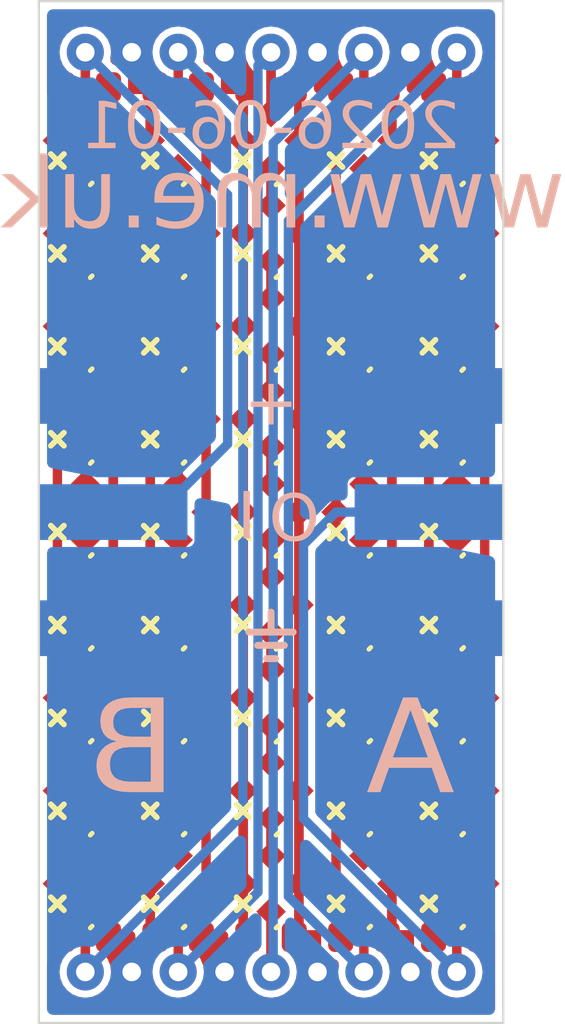
<source format=kicad_pcb>
(kicad_pcb (version 20221018) (generator pcbnew)
  (layers (0 "F.Cu" signal) (31 "B.Cu" signal) (34 "B.Paste" user) (35 "F.Paste" user) (36 "B.SilkS" user "B.Silkscreen") (37 "F.SilkS" user "F.Silkscreen") (38 "B.Mask" user) (39 "F.Mask" user) (44 "Edge.Cuts" user))
  (property "NAME1" "Name1")
  (property "NAME2" "Name2")
  (net 0 "")
  (net 1 "VCC")
  (net 2 "GND")
  (net 3 "Net-(D2-O)")
  (net 4 "Net-(D3-O)")
  (net 5 "Net-(D4-O)")
  (net 6 "Net-(D1-O)")
  (net 7 "Net-(D5-O)")
  (net 8 "Net-(D6-O)")
  (net 9 "Net-(D7-O)")
  (net 10 "Net-(D8-O)")
  (net 11 "Net-(D10-I)")
  (net 12 "Net-(D10-O)")
  (net 13 "Net-(D11-O)")
  (net 14 "Net-(D12-O)")
  (net 15 "Net-(D13-O)")
  (net 16 "Net-(D14-O)")
  (net 17 "Net-(D15-O)")
  (net 18 "Net-(D16-O)")
  (net 19 "Net-(D17-O)")
  (net 20 "Net-(D18-O)")
  (net 21 "Net-(D20-O)")
  (net 22 "Net-(D21-O)")
  (net 23 "Net-(D22-O)")
  (net 24 "Net-(D23-O)")
  (net 25 "Net-(D24-O)")
  (net 26 "Net-(D25-O)")
  (net 27 "Net-(D26-O)")
  (net 28 "Net-(D27-O)")
  (net 29 "Net-(D28-O)")
  (net 30 "Net-(D29-O)")
  (net 31 "Net-(D31-O)")
  (net 32 "Net-(D32-O)")
  (net 33 "Net-(D19-O)")
  (net 34 "Net-(D33-O)")
  (net 35 "Net-(D34-O)")
  (net 36 "Net-(D1-I)")
  (net 37 "Net-(D35-O)")
  (net 38 "Net-(D30-O)")
  (net 39 "Net-(D36-O)")
  (net 40 "Net-(D37-O)")
  (net 41 "Net-(D38-O)")
  (net 42 "Net-(D39-O)")
  (net 43 "Net-(D40-O)")
  (net 44 "Net-(D41-O)")
  (net 45 "Net-(D42-O)")
  (net 46 "Net-(D43-O)")
  (net 47 "Net-(D44-O)")
  (net 48 "Net-(D45-O)")
  (footprint "RevK:C_0402" (layer "F.Cu") (at 109 79.850000 0)
    (fp_text reference "C9" hide)
    (fp_text value "330nF" hide)
  )
  (footprint "RevK:SMD1010" (layer "F.Cu") (at 109 87 135)
    (fp_text reference "D40" hide)
    (fp_text value "XL-1010RGBC-WS2812B" hide)
  )
  (footprint "RevK:SMD1010" (layer "F.Cu") (at 103 91 135)
    (fp_text reference "D15" hide)
    (fp_text value "XL-1010RGBC-WS2812B" hide)
  )
  (footprint "RevK:SMD1010" (layer "F.Cu") (at 105 85 135)
    (fp_text reference "D21" hide)
    (fp_text value "XL-1010RGBC-WS2812B" hide)
  )
  (footprint "RevK:C_0402" (layer "F.Cu") (at 109 98.150000 0)
    (fp_text reference "C10" hide)
    (fp_text value "330nF" hide)
  )
  (footprint "RevK:SMD1010" (layer "F.Cu") (at 105 93 135)
    (fp_text reference "D25" hide)
    (fp_text value "XL-1010RGBC-WS2812B" hide)
  )
  (footprint "RevK:SMD1010" (layer "F.Cu") (at 101 85 135)
    (fp_text reference "D3" hide)
    (fp_text value "XL-1010RGBC-WS2812B" hide)
  )
  (footprint "RevK:C_0402" (layer "F.Cu") (at 103 79.850000 0)
    (fp_text reference "C3" hide)
    (fp_text value "330nF" hide)
  )
  (footprint "RevK:SMD1010" (layer "F.Cu") (at 103 81 135)
    (fp_text reference "D10" hide)
    (fp_text value "XL-1010RGBC-WS2812B" hide)
  )
  (footprint "RevK:SMD1010" (layer "F.Cu") (at 103 97 135)
    (fp_text reference "D18" hide)
    (fp_text value "XL-1010RGBC-WS2812B" hide)
  )
  (footprint "RevK:SMD1010" (layer "F.Cu") (at 103 85 135)
    (fp_text reference "D12" hide)
    (fp_text value "XL-1010RGBC-WS2812B" hide)
  )
  (footprint "RevK:SMD1010" (layer "F.Cu") (at 109 93 135)
    (fp_text reference "D43" hide)
    (fp_text value "XL-1010RGBC-WS2812B" hide)
  )
  (footprint "RevK:SMD1010" (layer "F.Cu") (at 105 97 135)
    (fp_text reference "D27" hide)
    (fp_text value "XL-1010RGBC-WS2812B" hide)
  )
  (footprint "RevK:SMD1010" (layer "F.Cu") (at 103 95 135)
    (fp_text reference "D17" hide)
    (fp_text value "XL-1010RGBC-WS2812B" hide)
  )
  (footprint "RevK:SMD1010" (layer "F.Cu") (at 109 91 135)
    (fp_text reference "D42" hide)
    (fp_text value "XL-1010RGBC-WS2812B" hide)
  )
  (footprint "RevK:SMD1010" (layer "F.Cu") (at 105 81 135)
    (fp_text reference "D19" hide)
    (fp_text value "XL-1010RGBC-WS2812B" hide)
  )
  (footprint "RevK:SMD1010" (layer "F.Cu") (at 101 97 135)
    (fp_text reference "D9" hide)
    (fp_text value "XL-1010RGBC-WS2812B" hide)
  )
  (footprint "RevK:SMD1010" (layer "F.Cu") (at 105 95 135)
    (fp_text reference "D26" hide)
    (fp_text value "XL-1010RGBC-WS2812B" hide)
  )
  (footprint "RevK:SMD1010" (layer "F.Cu") (at 103 87 135)
    (fp_text reference "D13" hide)
    (fp_text value "XL-1010RGBC-WS2812B" hide)
  )
  (footprint "RevK:SMD1010" (layer "F.Cu") (at 101 81 135)
    (fp_text reference "D1" hide)
    (fp_text value "XL-1010RGBC-WS2812B" hide)
  )
  (footprint "RevK:SMD1010" (layer "F.Cu") (at 103 89 135)
    (fp_text reference "D14" hide)
    (fp_text value "XL-1010RGBC-WS2812B" hide)
  )
  (footprint "RevK:C_0402" (layer "F.Cu") (at 101 79.850000 0)
    (fp_text reference "C1" hide)
    (fp_text value "330nF" hide)
  )
  (footprint "RevK:C_0402" (layer "F.Cu") (at 101 98.150000 0)
    (fp_text reference "C2" hide)
    (fp_text value "330nF" hide)
  )
  (footprint "RevK:SMD1010" (layer "F.Cu") (at 109 81 135)
    (fp_text reference "D37" hide)
    (fp_text value "XL-1010RGBC-WS2812B" hide)
  )
  (footprint "RevK:C_0402" (layer "F.Cu") (at 107 79.850000 0)
    (fp_text reference "C7" hide)
    (fp_text value "330nF" hide)
  )
  (footprint "RevK:SMD1010" (layer "F.Cu") (at 101 91 135)
    (fp_text reference "D6" hide)
    (fp_text value "XL-1010RGBC-WS2812B" hide)
  )
  (footprint "RevK:SMD1010" (layer "F.Cu") (at 105 83 135)
    (fp_text reference "D20" hide)
    (fp_text value "XL-1010RGBC-WS2812B" hide)
  )
  (footprint "RevK:SMD1010" (layer "F.Cu") (at 105 87 135)
    (fp_text reference "D22" hide)
    (fp_text value "XL-1010RGBC-WS2812B" hide)
  )
  (footprint "RevK:SMD1010" (layer "F.Cu") (at 109 83 135)
    (fp_text reference "D38" hide)
    (fp_text value "XL-1010RGBC-WS2812B" hide)
  )
  (footprint "RevK:SMD1010" (layer "F.Cu") (at 105 91 135)
    (fp_text reference "D24" hide)
    (fp_text value "XL-1010RGBC-WS2812B" hide)
  )
  (footprint "RevK:SMD1010" (layer "F.Cu") (at 107 91 135)
    (fp_text reference "D33" hide)
    (fp_text value "XL-1010RGBC-WS2812B" hide)
  )
  (footprint "RevK:C_0402" (layer "F.Cu") (at 107 98.150000 0)
    (fp_text reference "C8" hide)
    (fp_text value "330nF" hide)
  )
  (footprint "RevK:SMD1010" (layer "F.Cu") (at 107 83 135)
    (fp_text reference "D29" hide)
    (fp_text value "XL-1010RGBC-WS2812B" hide)
  )
  (footprint "RevK:SMD1010" (layer "F.Cu") (at 101 87 135)
    (fp_text reference "D4" hide)
    (fp_text value "XL-1010RGBC-WS2812B" hide)
  )
  (footprint "RevK:C_0402" (layer "F.Cu") (at 103 98.150000 0)
    (fp_text reference "C4" hide)
    (fp_text value "330nF" hide)
  )
  (footprint "RevK:SMD1010" (layer "F.Cu") (at 105 89 135)
    (fp_text reference "D23" hide)
    (fp_text value "XL-1010RGBC-WS2812B" hide)
  )
  (footprint "RevK:SMD1010" (layer "F.Cu") (at 103 83 135)
    (fp_text reference "D11" hide)
    (fp_text value "XL-1010RGBC-WS2812B" hide)
  )
  (footprint "RevK:C_0402" (layer "F.Cu") (at 105 98.150000 0)
    (fp_text reference "C6" hide)
    (fp_text value "330nF" hide)
  )
  (footprint "RevK:SMD1010" (layer "F.Cu") (at 107 85 135)
    (fp_text reference "D30" hide)
    (fp_text value "XL-1010RGBC-WS2812B" hide)
  )
  (footprint "RevK:SMD1010" (layer "F.Cu") (at 101 89 135)
    (fp_text reference "D5" hide)
    (fp_text value "XL-1010RGBC-WS2812B" hide)
  )
  (footprint "RevK:SMD1010" (layer "F.Cu") (at 107 89 135)
    (fp_text reference "D32" hide)
    (fp_text value "XL-1010RGBC-WS2812B" hide)
  )
  (footprint "RevK:SMD1010" (layer "F.Cu") (at 107 97 135)
    (fp_text reference "D36" hide)
    (fp_text value "XL-1010RGBC-WS2812B" hide)
  )
  (footprint "RevK:SMD1010" (layer "F.Cu") (at 109 97 135)
    (fp_text reference "D45" hide)
    (fp_text value "XL-1010RGBC-WS2812B" hide)
  )
  (footprint "RevK:SMD1010" (layer "F.Cu") (at 107 93 135)
    (fp_text reference "D34" hide)
    (fp_text value "XL-1010RGBC-WS2812B" hide)
  )
  (footprint "RevK:SMD1010" (layer "F.Cu") (at 109 95 135)
    (fp_text reference "D44" hide)
    (fp_text value "XL-1010RGBC-WS2812B" hide)
  )
  (footprint "RevK:SMD1010" (layer "F.Cu") (at 101 83 135)
    (fp_text reference "D2" hide)
    (fp_text value "XL-1010RGBC-WS2812B" hide)
  )
  (footprint "RevK:SMD1010" (layer "F.Cu") (at 107 81 135)
    (fp_text reference "D28" hide)
    (fp_text value "XL-1010RGBC-WS2812B" hide)
  )
  (footprint "RevK:C_0402" (layer "F.Cu") (at 105 79.850000 0)
    (fp_text reference "C5" hide)
    (fp_text value "330nF" hide)
  )
  (footprint "RevK:SMD1010" (layer "F.Cu") (at 107 95 135)
    (fp_text reference "D35" hide)
    (fp_text value "XL-1010RGBC-WS2812B" hide)
  )
  (footprint "RevK:SMD1010" (layer "F.Cu") (at 101 95 135)
    (fp_text reference "D8" hide)
    (fp_text value "XL-1010RGBC-WS2812B" hide)
  )
  (footprint "RevK:SMD1010" (layer "F.Cu") (at 109 85 135)
    (fp_text reference "D39" hide)
    (fp_text value "XL-1010RGBC-WS2812B" hide)
  )
  (footprint "RevK:SMD1010" (layer "F.Cu") (at 109 89 135)
    (fp_text reference "D41" hide)
    (fp_text value "XL-1010RGBC-WS2812B" hide)
  )
  (footprint "RevK:SMD1010" (layer "F.Cu") (at 107 87 135)
    (fp_text reference "D31" hide)
    (fp_text value "XL-1010RGBC-WS2812B" hide)
  )
  (footprint "RevK:SMD1010" (layer "F.Cu") (at 101 93 135)
    (fp_text reference "D7" hide)
    (fp_text value "XL-1010RGBC-WS2812B" hide)
  )
  (footprint "RevK:SMD1010" (layer "F.Cu") (at 103 93 135)
    (fp_text reference "D16" hide)
    (fp_text value "XL-1010RGBC-WS2812B" hide)
  )
  (footprint "RevK:3-PADS" (layer "B.Cu") (at 108.400000 89 -90)
    (fp_text reference "J2" hide)
    (fp_text value "Conn_01x03")
  )
  (footprint "RevK:3-PADS" (layer "B.Cu") (at 101.600000 89 -90)
    (fp_text reference "J1" hide)
    (fp_text value "Conn_01x03")
  )
  (gr_line (start 110 100) (end 100 100) (stroke (width 0.050000)) (layer "Edge.Cuts"))
  (gr_line (start 100 100) (end 100 78) (stroke (width 0.050000)) (layer "Edge.Cuts"))
  (gr_line (start 110 78) (end 110 100) (stroke (width 0.050000)) (layer "Edge.Cuts"))
  (gr_line (start 100 78) (end 110 78) (stroke (width 0.050000)) (layer "Edge.Cuts"))
  (gr_text "O" (at 105.500000 89.200000) (layer "B.SilkS") (effects (font (size 1 1) (thickness 0.150000)) (justify mirror)))
  (gr_text "I" (at 104.475000 89.150000) (layer "B.SilkS") (effects (font (size 1 1) (thickness 0.150000)) (justify mirror)))
  (gr_text "A" (at 108 94.200000) (layer "B.SilkS") (effects (font (size 2 2) (thickness 0.150000)) (justify mirror)))
  (gr_text "⏚" (at 105 91.700000) (layer "B.SilkS") (effects (font (size 1 1) (thickness 0.150000)) (justify mirror)))
  (gr_text "B" (at 102 94.200000) (layer "B.SilkS") (effects (font (size 2 2) (thickness 0.150000)) (justify mirror)))
  (gr_text "www.me.uk" (at 105.250000 82.250000) (layer "B.SilkS") (effects (font (size 1.500000 1.500000) (thickness 0.150000)) (justify mirror)))
  (gr_text "+" (at 105 86.700000) (layer "B.SilkS") (effects (font (size 1 1) (thickness 0.150000)) (justify mirror)))
  (gr_text "${CURRENT_DATE}" (at 105 80.750000) (layer "B.SilkS") (effects (font (size 1 1) (thickness 0.150000)) (justify mirror)))
  (segment (start 106.398959 79.850000) (end 106.398959 81) (width 0.200000) (layer "F.Cu") (net 1))
  (segment (start 100.398959 83) (end 100.398959 85) (width 0.200000) (layer "F.Cu") (net 1))
  (segment (start 104.398959 87) (end 104.398959 89) (width 0.200000) (layer "F.Cu") (net 1))
  (segment (start 104.398959 93) (end 104.398959 95) (width 0.200000) (layer "F.Cu") (net 1))
  (segment (start 104.398959 79.850000) (end 104 79.100000) (width 0.200000) (layer "F.Cu") (net 1))
  (segment (start 102.398959 83) (end 102.398959 85) (width 0.200000) (layer "F.Cu") (net 1))
  (segment (start 108.398959 85) (end 108.398959 87) (width 0.200000) (layer "F.Cu") (net 1))
  (segment (start 108.398959 97) (end 108.398959 98.150000) (width 0.200000) (layer "F.Cu") (net 1))
  (segment (start 104.398959 91) (end 104.398959 93) (width 0.200000) (layer "F.Cu") (net 1))
  (segment (start 106.398959 95) (end 106.398959 97) (width 0.200000) (layer "F.Cu") (net 1))
  (segment (start 106.398959 87) (end 106.398959 89) (width 0.200000) (layer "F.Cu") (net 1))
  (segment (start 106.398959 89) (end 106.398959 91) (width 0.200000) (layer "F.Cu") (net 1))
  (segment (start 100.398959 89) (end 100.398959 91) (width 0.200000) (layer "F.Cu") (net 1))
  (segment (start 100.398959 93) (end 100.398959 95) (width 0.200000) (layer "F.Cu") (net 1))
  (segment (start 100.398959 95) (end 100.398959 97) (width 0.200000) (layer "F.Cu") (net 1))
  (segment (start 102.398959 97) (end 102.398959 98.150000) (width 0.200000) (layer "F.Cu") (net 1))
  (segment (start 102.398959 87) (end 102.398959 89) (width 0.200000) (layer "F.Cu") (net 1))
  (segment (start 100.398959 85) (end 100.398959 87) (width 0.200000) (layer "F.Cu") (net 1))
  (segment (start 106.398959 93) (end 106.398959 95) (width 0.200000) (layer "F.Cu") (net 1))
  (segment (start 100.398959 81) (end 100.398959 83) (width 0.200000) (layer "F.Cu") (net 1))
  (segment (start 102.398959 93) (end 102.398959 95) (width 0.200000) (layer "F.Cu") (net 1))
  (segment (start 102.398959 85) (end 102.398959 87) (width 0.200000) (layer "F.Cu") (net 1))
  (segment (start 108.398959 89) (end 108.398959 91) (width 0.200000) (layer "F.Cu") (net 1))
  (segment (start 102.398959 81) (end 102.398959 83) (width 0.200000) (layer "F.Cu") (net 1))
  (segment (start 104.398959 95) (end 104.398959 97) (width 0.200000) (layer "F.Cu") (net 1))
  (segment (start 104.398959 97) (end 104.398959 98.150000) (width 0.200000) (layer "F.Cu") (net 1))
  (segment (start 102.398959 95) (end 102.398959 97) (width 0.200000) (layer "F.Cu") (net 1))
  (segment (start 108.398959 87) (end 108.398959 89) (width 0.200000) (layer "F.Cu") (net 1))
  (segment (start 102.398959 89) (end 102.398959 91) (width 0.200000) (layer "F.Cu") (net 1))
  (segment (start 100.398959 91) (end 100.398959 93) (width 0.200000) (layer "F.Cu") (net 1))
  (segment (start 100.398959 79.850000) (end 100.398959 81) (width 0.200000) (layer "F.Cu") (net 1))
  (segment (start 108.398959 83) (end 108.398959 85) (width 0.200000) (layer "F.Cu") (net 1))
  (segment (start 108.398959 95) (end 108.398959 97) (width 0.200000) (layer "F.Cu") (net 1))
  (segment (start 108.398959 81) (end 108.398959 83) (width 0.200000) (layer "F.Cu") (net 1))
  (segment (start 106.398959 81) (end 106.398959 83) (width 0.200000) (layer "F.Cu") (net 1))
  (segment (start 108.398959 91) (end 108.398959 93) (width 0.200000) (layer "F.Cu") (net 1))
  (segment (start 104.398959 79.850000) (end 104.398959 81) (width 0.200000) (layer "F.Cu") (net 1))
  (segment (start 106.398959 91) (end 106.398959 93) (width 0.200000) (layer "F.Cu") (net 1))
  (segment (start 104.398959 85) (end 104.398959 87) (width 0.200000) (layer "F.Cu") (net 1))
  (segment (start 108.398959 79.850000) (end 108 79.100000) (width 0.200000) (layer "F.Cu") (net 1))
  (segment (start 104.398959 81) (end 104.398959 83) (width 0.200000) (layer "F.Cu") (net 1))
  (segment (start 102.398959 79.850000) (end 102 79.100000) (width 0.200000) (layer "F.Cu") (net 1))
  (segment (start 108.398959 79.850000) (end 108.398959 81) (width 0.200000) (layer "F.Cu") (net 1))
  (segment (start 106.398959 97) (end 106.398959 98.150000) (width 0.200000) (layer "F.Cu") (net 1))
  (segment (start 106.398959 83) (end 106.398959 85) (width 0.200000) (layer "F.Cu") (net 1))
  (segment (start 100.398959 97) (end 100.398959 98.150000) (width 0.200000) (layer "F.Cu") (net 1))
  (segment (start 104.398959 83) (end 104.398959 85) (width 0.200000) (layer "F.Cu") (net 1))
  (segment (start 102.398959 79.850000) (end 102.398959 81) (width 0.200000) (layer "F.Cu") (net 1))
  (segment (start 106.398959 79.850000) (end 106 79.100000) (width 0.200000) (layer "F.Cu") (net 1))
  (segment (start 102.398959 91) (end 102.398959 93) (width 0.200000) (layer "F.Cu") (net 1))
  (segment (start 108.398959 93) (end 108.398959 95) (width 0.200000) (layer "F.Cu") (net 1))
  (segment (start 104.398959 89) (end 104.398959 91) (width 0.200000) (layer "F.Cu") (net 1))
  (segment (start 106.398959 85) (end 106.398959 87) (width 0.200000) (layer "F.Cu") (net 1))
  (segment (start 100.398959 87) (end 100.398959 89) (width 0.200000) (layer "F.Cu") (net 1))
  (segment (start 105.601041 89) (end 105.601041 91) (width 0.200000) (layer "F.Cu") (net 2))
  (segment (start 101.601041 79.850000) (end 101.601041 81) (width 0.200000) (layer "F.Cu") (net 2))
  (segment (start 105.601041 95) (end 105.601041 97) (width 0.200000) (layer "F.Cu") (net 2))
  (segment (start 101.601041 95) (end 101.601041 97) (width 0.200000) (layer "F.Cu") (net 2))
  (segment (start 103.601041 93) (end 103.601041 95) (width 0.200000) (layer "F.Cu") (net 2))
  (segment (start 101.601041 93) (end 101.601041 95) (width 0.200000) (layer "F.Cu") (net 2))
  (segment (start 105.601041 83) (end 105.601041 85) (width 0.200000) (layer "F.Cu") (net 2))
  (segment (start 107.601041 93) (end 107.601041 95) (width 0.200000) (layer "F.Cu") (net 2))
  (segment (start 103.601041 89) (end 103.601041 91) (width 0.200000) (layer "F.Cu") (net 2))
  (segment (start 105.601041 93) (end 105.601041 95) (width 0.200000) (layer "F.Cu") (net 2))
  (segment (start 103.601041 81) (end 103.601041 83) (width 0.200000) (layer "F.Cu") (net 2))
  (segment (start 109.601041 89) (end 109.601041 91) (width 0.200000) (layer "F.Cu") (net 2))
  (segment (start 107.601041 89) (end 107.601041 91) (width 0.200000) (layer "F.Cu") (net 2))
  (segment (start 101.601041 85) (end 101.601041 87) (width 0.200000) (layer "F.Cu") (net 2))
  (segment (start 101.601041 87) (end 101.601041 89) (width 0.200000) (layer "F.Cu") (net 2))
  (segment (start 105.601041 91) (end 105.601041 93) (width 0.200000) (layer "F.Cu") (net 2))
  (segment (start 101.601041 91) (end 101.601041 93) (width 0.200000) (layer "F.Cu") (net 2))
  (segment (start 109.601041 81) (end 109.601041 83) (width 0.200000) (layer "F.Cu") (net 2))
  (segment (start 101.601041 89) (end 101.601041 91) (width 0.200000) (layer "F.Cu") (net 2))
  (segment (start 105.601041 85) (end 105.601041 87) (width 0.200000) (layer "F.Cu") (net 2))
  (segment (start 103.601041 85) (end 103.601041 87) (width 0.200000) (layer "F.Cu") (net 2))
  (segment (start 109.601041 95) (end 109.601041 97) (width 0.200000) (layer "F.Cu") (net 2))
  (segment (start 103.601041 79.850000) (end 103.601041 81) (width 0.200000) (layer "F.Cu") (net 2))
  (segment (start 101.601041 83) (end 101.601041 85) (width 0.200000) (layer "F.Cu") (net 2))
  (segment (start 103.601041 97) (end 103.601041 98.150000) (width 0.200000) (layer "F.Cu") (net 2))
  (segment (start 107.601041 83) (end 107.601041 85) (width 0.200000) (layer "F.Cu") (net 2))
  (segment (start 109.601041 83) (end 109.601041 85) (width 0.200000) (layer "F.Cu") (net 2))
  (segment (start 105.601041 98.150000) (end 106 98.900000) (width 0.200000) (layer "F.Cu") (net 2))
  (segment (start 109.601041 93) (end 109.601041 95) (width 0.200000) (layer "F.Cu") (net 2))
  (segment (start 103.601041 91) (end 103.601041 93) (width 0.200000) (layer "F.Cu") (net 2))
  (segment (start 109.601041 79.850000) (end 109.601041 81) (width 0.200000) (layer "F.Cu") (net 2))
  (segment (start 107.601041 98.150000) (end 108 98.900000) (width 0.200000) (layer "F.Cu") (net 2))
  (segment (start 109.601041 85) (end 109.601041 87) (width 0.200000) (layer "F.Cu") (net 2))
  (segment (start 103.601041 95) (end 103.601041 97) (width 0.200000) (layer "F.Cu") (net 2))
  (segment (start 105.601041 97) (end 105.601041 98.150000) (width 0.200000) (layer "F.Cu") (net 2))
  (segment (start 107.601041 91) (end 107.601041 93) (width 0.200000) (layer "F.Cu") (net 2))
  (segment (start 103.601041 87) (end 103.601041 89) (width 0.200000) (layer "F.Cu") (net 2))
  (segment (start 105.601041 81) (end 105.601041 83) (width 0.200000) (layer "F.Cu") (net 2))
  (segment (start 101.601041 81) (end 101.601041 83) (width 0.200000) (layer "F.Cu") (net 2))
  (segment (start 107.601041 95) (end 107.601041 97) (width 0.200000) (layer "F.Cu") (net 2))
  (segment (start 101.601041 98.150000) (end 102 98.900000) (width 0.200000) (layer "F.Cu") (net 2))
  (segment (start 107.601041 81) (end 107.601041 83) (width 0.200000) (layer "F.Cu") (net 2))
  (segment (start 109.601041 97) (end 109.601041 98.150000) (width 0.200000) (layer "F.Cu") (net 2))
  (segment (start 109.601041 87) (end 109.601041 89) (width 0.200000) (layer "F.Cu") (net 2))
  (segment (start 107.601041 97) (end 107.601041 98.150000) (width 0.200000) (layer "F.Cu") (net 2))
  (segment (start 109.601041 91) (end 109.601041 93) (width 0.200000) (layer "F.Cu") (net 2))
  (segment (start 105.601041 79.850000) (end 105.601041 81) (width 0.200000) (layer "F.Cu") (net 2))
  (segment (start 105.601041 87) (end 105.601041 89) (width 0.200000) (layer "F.Cu") (net 2))
  (segment (start 107.601041 85) (end 107.601041 87) (width 0.200000) (layer "F.Cu") (net 2))
  (segment (start 103.601041 98.150000) (end 104 98.900000) (width 0.200000) (layer "F.Cu") (net 2))
  (segment (start 107.601041 79.850000) (end 107.601041 81) (width 0.200000) (layer "F.Cu") (net 2))
  (segment (start 107.601041 87) (end 107.601041 89) (width 0.200000) (layer "F.Cu") (net 2))
  (segment (start 101.601041 97) (end 101.601041 98.150000) (width 0.200000) (layer "F.Cu") (net 2))
  (segment (start 103.601041 83) (end 103.601041 85) (width 0.200000) (layer "F.Cu") (net 2))
  (segment (start 101 83.601041) (end 101 84.398959) (width 0.200000) (layer "F.Cu") (net 3))
  (segment (start 101 85.601041) (end 101 86.398959) (width 0.200000) (layer "F.Cu") (net 4))
  (segment (start 101 87.601041) (end 101 88.398959) (width 0.200000) (layer "F.Cu") (net 5))
  (segment (start 101 81.601041) (end 101 82.398959) (width 0.200000) (layer "F.Cu") (net 6))
  (segment (start 101 89.601041) (end 101 90.398959) (width 0.200000) (layer "F.Cu") (net 7))
  (segment (start 101 91.601041) (end 101 92.398959) (width 0.200000) (layer "F.Cu") (net 8))
  (segment (start 101 93.601041) (end 101 94.398959) (width 0.200000) (layer "F.Cu") (net 9))
  (segment (start 101 95.601041) (end 101 96.398959) (width 0.200000) (layer "F.Cu") (net 10))
  (segment (start 103 80.398959) (end 103 79.100000) (width 0.200000) (layer "F.Cu") (net 11))
  (segment (start 101 97.601041) (end 101 98.900000) (width 0.200000) (layer "F.Cu") (net 11))
  (segment (start 104.392000 95.508000) (end 101 98.900000) (width 0.200000) (layer "B.Cu") (net 11))
  (segment (start 104.392000 80.492000) (end 104.392000 95.508000) (width 0.200000) (layer "B.Cu") (net 11))
  (segment (start 103 79.100000) (end 104.392000 80.492000) (width 0.200000) (layer "B.Cu") (net 11))
  (segment (start 103 81.601041) (end 103 82.398959) (width 0.200000) (layer "F.Cu") (net 12))
  (segment (start 103 83.601041) (end 103 84.398959) (width 0.200000) (layer "F.Cu") (net 13))
  (segment (start 103 85.601041) (end 103 86.398959) (width 0.200000) (layer "F.Cu") (net 14))
  (segment (start 103 87.601041) (end 103 88.398959) (width 0.200000) (layer "F.Cu") (net 15))
  (segment (start 103 89.601041) (end 103 90.398959) (width 0.200000) (layer "F.Cu") (net 16))
  (segment (start 103 91.601041) (end 103 92.398959) (width 0.200000) (layer "F.Cu") (net 17))
  (segment (start 103 93.601041) (end 103 94.398959) (width 0.200000) (layer "F.Cu") (net 18))
  (segment (start 103 95.601041) (end 103 96.398959) (width 0.200000) (layer "F.Cu") (net 19))
  (segment (start 103 97.601041) (end 103 98.900000) (width 0.200000) (layer "F.Cu") (net 20))
  (segment (start 105 80.398959) (end 105 79.100000) (width 0.200000) (layer "F.Cu") (net 20))
  (segment (start 105 79.100000) (end 104.719000 79.381000) (width 0.200000) (layer "B.Cu") (net 20))
  (segment (start 104.719000 79.381000) (end 104.719000 97.181000) (width 0.200000) (layer "B.Cu") (net 20))
  (segment (start 104.719000 97.181000) (end 103 98.900000) (width 0.200000) (layer "B.Cu") (net 20))
  (segment (start 105 83.601041) (end 105 84.398959) (width 0.200000) (layer "F.Cu") (net 21))
  (segment (start 105 85.601041) (end 105 86.398959) (width 0.200000) (layer "F.Cu") (net 22))
  (segment (start 105 87.601041) (end 105 88.398959) (width 0.200000) (layer "F.Cu") (net 23))
  (segment (start 105 89.601041) (end 105 90.398959) (width 0.200000) (layer "F.Cu") (net 24))
  (segment (start 105 91.601041) (end 105 92.398959) (width 0.200000) (layer "F.Cu") (net 25))
  (segment (start 105 93.601041) (end 105 94.398959) (width 0.200000) (layer "F.Cu") (net 26))
  (segment (start 105 95.601041) (end 105 96.398959) (width 0.200000) (layer "F.Cu") (net 27))
  (segment (start 105 97.601041) (end 105 98.900000) (width 0.200000) (layer "F.Cu") (net 28))
  (segment (start 107 80.398959) (end 107 79.100000) (width 0.200000) (layer "F.Cu") (net 28))
  (segment (start 105.046000 98.854000) (end 105 98.900000) (width 0.200000) (layer "B.Cu") (net 28))
  (segment (start 107 79.100000) (end 105.046000 81.054000) (width 0.200000) (layer "B.Cu") (net 28))
  (segment (start 105.046000 81.054000) (end 105.046000 98.854000) (width 0.200000) (layer "B.Cu") (net 28))
  (segment (start 107 81.601041) (end 107 82.398959) (width 0.200000) (layer "F.Cu") (net 29))
  (segment (start 107 83.601041) (end 107 84.398959) (width 0.200000) (layer "F.Cu") (net 30))
  (segment (start 107 87.601041) (end 107 88.398959) (width 0.200000) (layer "F.Cu") (net 31))
  (segment (start 107 89.601041) (end 107 90.398959) (width 0.200000) (layer "F.Cu") (net 32))
  (segment (start 105 81.601041) (end 105 82.398959) (width 0.200000) (layer "F.Cu") (net 33))
  (segment (start 107 91.601041) (end 107 92.398959) (width 0.200000) (layer "F.Cu") (net 34))
  (segment (start 107 93.601041) (end 107 94.398959) (width 0.200000) (layer "F.Cu") (net 35))
  (segment (start 101 80.398959) (end 101 79.100000) (width 0.200000) (layer "F.Cu") (net 36))
  (segment (start 104.065000 82.165000) (end 104.065000 87.535000) (width 0.200000) (layer "B.Cu") (net 36))
  (segment (start 104.065000 87.535000) (end 102.600000 89) (width 0.200000) (layer "B.Cu") (net 36))
  (segment (start 101 79.100000) (end 104.065000 82.165000) (width 0.200000) (layer "B.Cu") (net 36))
  (segment (start 102.600000 89) (end 101.600000 89) (width 0.200000) (layer "B.Cu") (net 36))
  (segment (start 107 95.601041) (end 107 96.398959) (width 0.200000) (layer "F.Cu") (net 37))
  (segment (start 107 85.601041) (end 107 86.398959) (width 0.200000) (layer "F.Cu") (net 38))
  (segment (start 107 97.601041) (end 107 98.900000) (width 0.200000) (layer "F.Cu") (net 39))
  (segment (start 109 80.398959) (end 109 79.100000) (width 0.200000) (layer "F.Cu") (net 39))
  (segment (start 105.373000 82.727000) (end 109 79.100000) (width 0.200000) (layer "B.Cu") (net 39))
  (segment (start 107 98.900000) (end 105.373000 97.273000) (width 0.200000) (layer "B.Cu") (net 39))
  (segment (start 105.373000 97.273000) (end 105.373000 82.727000) (width 0.200000) (layer "B.Cu") (net 39))
  (segment (start 109 81.601041) (end 109 82.398959) (width 0.200000) (layer "F.Cu") (net 40))
  (segment (start 109 83.601041) (end 109 84.398959) (width 0.200000) (layer "F.Cu") (net 41))
  (segment (start 109 85.601041) (end 109 86.398959) (width 0.200000) (layer "F.Cu") (net 42))
  (segment (start 109 87.601041) (end 109 88.398959) (width 0.200000) (layer "F.Cu") (net 43))
  (segment (start 109 89.601041) (end 109 90.398959) (width 0.200000) (layer "F.Cu") (net 44))
  (segment (start 109 91.601041) (end 109 92.398959) (width 0.200000) (layer "F.Cu") (net 45))
  (segment (start 109 93.601041) (end 109 94.398959) (width 0.200000) (layer "F.Cu") (net 46))
  (segment (start 109 95.601041) (end 109 96.398959) (width 0.200000) (layer "F.Cu") (net 47))
  (segment (start 109 97.601041) (end 109 98.900000) (width 0.200000) (layer "F.Cu") (net 48))
  (segment (start 109 98.900000) (end 105.700000 95.600000) (width 0.200000) (layer "B.Cu") (net 48))
  (segment (start 105.700000 95.600000) (end 105.700000 89.700000) (width 0.200000) (layer "B.Cu") (net 48))
  (segment (start 105.700000 89.700000) (end 106.400000 89) (width 0.200000) (layer "B.Cu") (net 48))
  (segment (start 106.400000 89) (end 108.400000 89) (width 0.200000) (layer "B.Cu") (net 48))
  (zone (net 2) (net_name "GND") (layer "F.Cu") (priority 4) (connect_pads yes (clearance 0.150000)) (min_thickness 0.250000) (fill yes (thermal_gap 0.500000) (thermal_bridge_width 0.500000))
    (polygon (pts (xy 100 100) (xy 110 100) (xy 109.936500 98) (xy 100 98)))
  )
  (zone (net 1) (net_name "VCC") (layer "F.Cu") (priority 3) (connect_pads yes (clearance 0.150000)) (min_thickness 0.250000) (fill yes (thermal_gap 0.500000) (thermal_bridge_width 0.500000))
    (polygon (pts (xy 100 78) (xy 110 78) (xy 109.936500 80) (xy 100 80)))
  )
  (zone (net 1) (net_name "VCC") (layer "B.Cu") (connect_pads yes (clearance 0.150000)) (min_thickness 0.250000) (fill yes (thermal_gap 0.500000) (thermal_bridge_width 0.500000))
    (polygon (pts (xy 100 78) (xy 110 78) (xy 110 90) (xy 100 88)))
  )
  (zone (net 2) (net_name "GND") (layer "B.Cu") (priority 1) (connect_pads yes (clearance 0.150000)) (min_thickness 0.250000) (fill yes (thermal_gap 0.500000) (thermal_bridge_width 0.500000))
    (polygon (pts (xy 100 88) (xy 110 90) (xy 110 100) (xy 100 100)))
  )
  (segment (start 101 80.398959) (end 101 79.100000) (width 0.200000) (layer "F.Cu"))
  (segment (start 101 97.601041) (end 101 98.900000) (width 0.200000) (layer "F.Cu"))
  (segment (start 103 80.398959) (end 103 79.100000) (width 0.200000) (layer "F.Cu"))
  (segment (start 103 97.601041) (end 103 98.900000) (width 0.200000) (layer "F.Cu"))
  (segment (start 105 80.398959) (end 105 79.100000) (width 0.200000) (layer "F.Cu"))
  (segment (start 105 97.601041) (end 105 98.900000) (width 0.200000) (layer "F.Cu"))
  (segment (start 107 80.398959) (end 107 79.100000) (width 0.200000) (layer "F.Cu"))
  (segment (start 107 97.601041) (end 107 98.900000) (width 0.200000) (layer "F.Cu"))
  (segment (start 109 80.398959) (end 109 79.100000) (width 0.200000) (layer "F.Cu"))
  (segment (start 109 97.601041) (end 109 98.900000) (width 0.200000) (layer "F.Cu"))
  (segment (start 101 81.601041) (end 101 82.398959) (width 0.200000) (layer "F.Cu"))
  (segment (start 101 83.601041) (end 101 84.398959) (width 0.200000) (layer "F.Cu"))
  (segment (start 101 85.601041) (end 101 86.398959) (width 0.200000) (layer "F.Cu"))
  (segment (start 101 87.601041) (end 101 88.398959) (width 0.200000) (layer "F.Cu"))
  (segment (start 101 89.601041) (end 101 90.398959) (width 0.200000) (layer "F.Cu"))
  (segment (start 101 91.601041) (end 101 92.398959) (width 0.200000) (layer "F.Cu"))
  (segment (start 101 93.601041) (end 101 94.398959) (width 0.200000) (layer "F.Cu"))
  (segment (start 101 95.601041) (end 101 96.398959) (width 0.200000) (layer "F.Cu"))
  (segment (start 103 81.601041) (end 103 82.398959) (width 0.200000) (layer "F.Cu"))
  (segment (start 103 83.601041) (end 103 84.398959) (width 0.200000) (layer "F.Cu"))
  (segment (start 103 85.601041) (end 103 86.398959) (width 0.200000) (layer "F.Cu"))
  (segment (start 103 87.601041) (end 103 88.398959) (width 0.200000) (layer "F.Cu"))
  (segment (start 103 89.601041) (end 103 90.398959) (width 0.200000) (layer "F.Cu"))
  (segment (start 103 91.601041) (end 103 92.398959) (width 0.200000) (layer "F.Cu"))
  (segment (start 103 93.601041) (end 103 94.398959) (width 0.200000) (layer "F.Cu"))
  (segment (start 103 95.601041) (end 103 96.398959) (width 0.200000) (layer "F.Cu"))
  (segment (start 105 81.601041) (end 105 82.398959) (width 0.200000) (layer "F.Cu"))
  (segment (start 105 83.601041) (end 105 84.398959) (width 0.200000) (layer "F.Cu"))
  (segment (start 105 85.601041) (end 105 86.398959) (width 0.200000) (layer "F.Cu"))
  (segment (start 105 87.601041) (end 105 88.398959) (width 0.200000) (layer "F.Cu"))
  (segment (start 105 89.601041) (end 105 90.398959) (width 0.200000) (layer "F.Cu"))
  (segment (start 105 91.601041) (end 105 92.398959) (width 0.200000) (layer "F.Cu"))
  (segment (start 105 93.601041) (end 105 94.398959) (width 0.200000) (layer "F.Cu"))
  (segment (start 105 95.601041) (end 105 96.398959) (width 0.200000) (layer "F.Cu"))
  (segment (start 107 81.601041) (end 107 82.398959) (width 0.200000) (layer "F.Cu"))
  (segment (start 107 83.601041) (end 107 84.398959) (width 0.200000) (layer "F.Cu"))
  (segment (start 107 85.601041) (end 107 86.398959) (width 0.200000) (layer "F.Cu"))
  (segment (start 107 87.601041) (end 107 88.398959) (width 0.200000) (layer "F.Cu"))
  (segment (start 107 89.601041) (end 107 90.398959) (width 0.200000) (layer "F.Cu"))
  (segment (start 107 91.601041) (end 107 92.398959) (width 0.200000) (layer "F.Cu"))
  (segment (start 107 93.601041) (end 107 94.398959) (width 0.200000) (layer "F.Cu"))
  (segment (start 107 95.601041) (end 107 96.398959) (width 0.200000) (layer "F.Cu"))
  (segment (start 109 81.601041) (end 109 82.398959) (width 0.200000) (layer "F.Cu"))
  (segment (start 109 83.601041) (end 109 84.398959) (width 0.200000) (layer "F.Cu"))
  (segment (start 109 85.601041) (end 109 86.398959) (width 0.200000) (layer "F.Cu"))
  (segment (start 109 87.601041) (end 109 88.398959) (width 0.200000) (layer "F.Cu"))
  (segment (start 109 89.601041) (end 109 90.398959) (width 0.200000) (layer "F.Cu"))
  (segment (start 109 91.601041) (end 109 92.398959) (width 0.200000) (layer "F.Cu"))
  (segment (start 109 93.601041) (end 109 94.398959) (width 0.200000) (layer "F.Cu"))
  (segment (start 109 95.601041) (end 109 96.398959) (width 0.200000) (layer "F.Cu"))
  (segment (start 100.398959 79.850000) (end 100.398959 81) (width 0.200000) (layer "F.Cu"))
  (segment (start 101.601041 79.850000) (end 101.601041 81) (width 0.200000) (layer "F.Cu"))
  (segment (start 100.398959 81) (end 100.398959 83) (width 0.200000) (layer "F.Cu"))
  (segment (start 101.601041 81) (end 101.601041 83) (width 0.200000) (layer "F.Cu"))
  (segment (start 100.398959 83) (end 100.398959 85) (width 0.200000) (layer "F.Cu"))
  (segment (start 101.601041 83) (end 101.601041 85) (width 0.200000) (layer "F.Cu"))
  (segment (start 100.398959 85) (end 100.398959 87) (width 0.200000) (layer "F.Cu"))
  (segment (start 101.601041 85) (end 101.601041 87) (width 0.200000) (layer "F.Cu"))
  (segment (start 100.398959 87) (end 100.398959 89) (width 0.200000) (layer "F.Cu"))
  (segment (start 101.601041 87) (end 101.601041 89) (width 0.200000) (layer "F.Cu"))
  (segment (start 100.398959 89) (end 100.398959 91) (width 0.200000) (layer "F.Cu"))
  (segment (start 101.601041 89) (end 101.601041 91) (width 0.200000) (layer "F.Cu"))
  (segment (start 100.398959 91) (end 100.398959 93) (width 0.200000) (layer "F.Cu"))
  (segment (start 101.601041 91) (end 101.601041 93) (width 0.200000) (layer "F.Cu"))
  (segment (start 100.398959 93) (end 100.398959 95) (width 0.200000) (layer "F.Cu"))
  (segment (start 101.601041 93) (end 101.601041 95) (width 0.200000) (layer "F.Cu"))
  (segment (start 100.398959 95) (end 100.398959 97) (width 0.200000) (layer "F.Cu"))
  (segment (start 101.601041 95) (end 101.601041 97) (width 0.200000) (layer "F.Cu"))
  (segment (start 100.398959 97) (end 100.398959 98.150000) (width 0.200000) (layer "F.Cu"))
  (segment (start 101.601041 97) (end 101.601041 98.150000) (width 0.200000) (layer "F.Cu"))
  (segment (start 102.398959 79.850000) (end 102.398959 81) (width 0.200000) (layer "F.Cu"))
  (segment (start 103.601041 79.850000) (end 103.601041 81) (width 0.200000) (layer "F.Cu"))
  (segment (start 102.398959 81) (end 102.398959 83) (width 0.200000) (layer "F.Cu"))
  (segment (start 103.601041 81) (end 103.601041 83) (width 0.200000) (layer "F.Cu"))
  (segment (start 102.398959 83) (end 102.398959 85) (width 0.200000) (layer "F.Cu"))
  (segment (start 103.601041 83) (end 103.601041 85) (width 0.200000) (layer "F.Cu"))
  (segment (start 102.398959 85) (end 102.398959 87) (width 0.200000) (layer "F.Cu"))
  (segment (start 103.601041 85) (end 103.601041 87) (width 0.200000) (layer "F.Cu"))
  (segment (start 102.398959 87) (end 102.398959 89) (width 0.200000) (layer "F.Cu"))
  (segment (start 103.601041 87) (end 103.601041 89) (width 0.200000) (layer "F.Cu"))
  (segment (start 102.398959 89) (end 102.398959 91) (width 0.200000) (layer "F.Cu"))
  (segment (start 103.601041 89) (end 103.601041 91) (width 0.200000) (layer "F.Cu"))
  (segment (start 102.398959 91) (end 102.398959 93) (width 0.200000) (layer "F.Cu"))
  (segment (start 103.601041 91) (end 103.601041 93) (width 0.200000) (layer "F.Cu"))
  (segment (start 102.398959 93) (end 102.398959 95) (width 0.200000) (layer "F.Cu"))
  (segment (start 103.601041 93) (end 103.601041 95) (width 0.200000) (layer "F.Cu"))
  (segment (start 102.398959 95) (end 102.398959 97) (width 0.200000) (layer "F.Cu"))
  (segment (start 103.601041 95) (end 103.601041 97) (width 0.200000) (layer "F.Cu"))
  (segment (start 102.398959 97) (end 102.398959 98.150000) (width 0.200000) (layer "F.Cu"))
  (segment (start 103.601041 97) (end 103.601041 98.150000) (width 0.200000) (layer "F.Cu"))
  (segment (start 104.398959 79.850000) (end 104.398959 81) (width 0.200000) (layer "F.Cu"))
  (segment (start 105.601041 79.850000) (end 105.601041 81) (width 0.200000) (layer "F.Cu"))
  (segment (start 104.398959 81) (end 104.398959 83) (width 0.200000) (layer "F.Cu"))
  (segment (start 105.601041 81) (end 105.601041 83) (width 0.200000) (layer "F.Cu"))
  (segment (start 104.398959 83) (end 104.398959 85) (width 0.200000) (layer "F.Cu"))
  (segment (start 105.601041 83) (end 105.601041 85) (width 0.200000) (layer "F.Cu"))
  (segment (start 104.398959 85) (end 104.398959 87) (width 0.200000) (layer "F.Cu"))
  (segment (start 105.601041 85) (end 105.601041 87) (width 0.200000) (layer "F.Cu"))
  (segment (start 104.398959 87) (end 104.398959 89) (width 0.200000) (layer "F.Cu"))
  (segment (start 105.601041 87) (end 105.601041 89) (width 0.200000) (layer "F.Cu"))
  (segment (start 104.398959 89) (end 104.398959 91) (width 0.200000) (layer "F.Cu"))
  (segment (start 105.601041 89) (end 105.601041 91) (width 0.200000) (layer "F.Cu"))
  (segment (start 104.398959 91) (end 104.398959 93) (width 0.200000) (layer "F.Cu"))
  (segment (start 105.601041 91) (end 105.601041 93) (width 0.200000) (layer "F.Cu"))
  (segment (start 104.398959 93) (end 104.398959 95) (width 0.200000) (layer "F.Cu"))
  (segment (start 105.601041 93) (end 105.601041 95) (width 0.200000) (layer "F.Cu"))
  (segment (start 104.398959 95) (end 104.398959 97) (width 0.200000) (layer "F.Cu"))
  (segment (start 105.601041 95) (end 105.601041 97) (width 0.200000) (layer "F.Cu"))
  (segment (start 104.398959 97) (end 104.398959 98.150000) (width 0.200000) (layer "F.Cu"))
  (segment (start 105.601041 97) (end 105.601041 98.150000) (width 0.200000) (layer "F.Cu"))
  (segment (start 106.398959 79.850000) (end 106.398959 81) (width 0.200000) (layer "F.Cu"))
  (segment (start 107.601041 79.850000) (end 107.601041 81) (width 0.200000) (layer "F.Cu"))
  (segment (start 106.398959 81) (end 106.398959 83) (width 0.200000) (layer "F.Cu"))
  (segment (start 107.601041 81) (end 107.601041 83) (width 0.200000) (layer "F.Cu"))
  (segment (start 106.398959 83) (end 106.398959 85) (width 0.200000) (layer "F.Cu"))
  (segment (start 107.601041 83) (end 107.601041 85) (width 0.200000) (layer "F.Cu"))
  (segment (start 106.398959 85) (end 106.398959 87) (width 0.200000) (layer "F.Cu"))
  (segment (start 107.601041 85) (end 107.601041 87) (width 0.200000) (layer "F.Cu"))
  (segment (start 106.398959 87) (end 106.398959 89) (width 0.200000) (layer "F.Cu"))
  (segment (start 107.601041 87) (end 107.601041 89) (width 0.200000) (layer "F.Cu"))
  (segment (start 106.398959 89) (end 106.398959 91) (width 0.200000) (layer "F.Cu"))
  (segment (start 107.601041 89) (end 107.601041 91) (width 0.200000) (layer "F.Cu"))
  (segment (start 106.398959 91) (end 106.398959 93) (width 0.200000) (layer "F.Cu"))
  (segment (start 107.601041 91) (end 107.601041 93) (width 0.200000) (layer "F.Cu"))
  (segment (start 106.398959 93) (end 106.398959 95) (width 0.200000) (layer "F.Cu"))
  (segment (start 107.601041 93) (end 107.601041 95) (width 0.200000) (layer "F.Cu"))
  (segment (start 106.398959 95) (end 106.398959 97) (width 0.200000) (layer "F.Cu"))
  (segment (start 107.601041 95) (end 107.601041 97) (width 0.200000) (layer "F.Cu"))
  (segment (start 106.398959 97) (end 106.398959 98.150000) (width 0.200000) (layer "F.Cu"))
  (segment (start 107.601041 97) (end 107.601041 98.150000) (width 0.200000) (layer "F.Cu"))
  (segment (start 108.398959 79.850000) (end 108.398959 81) (width 0.200000) (layer "F.Cu"))
  (segment (start 109.601041 79.850000) (end 109.601041 81) (width 0.200000) (layer "F.Cu"))
  (segment (start 108.398959 81) (end 108.398959 83) (width 0.200000) (layer "F.Cu"))
  (segment (start 109.601041 81) (end 109.601041 83) (width 0.200000) (layer "F.Cu"))
  (segment (start 108.398959 83) (end 108.398959 85) (width 0.200000) (layer "F.Cu"))
  (segment (start 109.601041 83) (end 109.601041 85) (width 0.200000) (layer "F.Cu"))
  (segment (start 108.398959 85) (end 108.398959 87) (width 0.200000) (layer "F.Cu"))
  (segment (start 109.601041 85) (end 109.601041 87) (width 0.200000) (layer "F.Cu"))
  (segment (start 108.398959 87) (end 108.398959 89) (width 0.200000) (layer "F.Cu"))
  (segment (start 109.601041 87) (end 109.601041 89) (width 0.200000) (layer "F.Cu"))
  (segment (start 108.398959 89) (end 108.398959 91) (width 0.200000) (layer "F.Cu"))
  (segment (start 109.601041 89) (end 109.601041 91) (width 0.200000) (layer "F.Cu"))
  (segment (start 108.398959 91) (end 108.398959 93) (width 0.200000) (layer "F.Cu"))
  (segment (start 109.601041 91) (end 109.601041 93) (width 0.200000) (layer "F.Cu"))
  (segment (start 108.398959 93) (end 108.398959 95) (width 0.200000) (layer "F.Cu"))
  (segment (start 109.601041 93) (end 109.601041 95) (width 0.200000) (layer "F.Cu"))
  (segment (start 108.398959 95) (end 108.398959 97) (width 0.200000) (layer "F.Cu"))
  (segment (start 109.601041 95) (end 109.601041 97) (width 0.200000) (layer "F.Cu"))
  (segment (start 108.398959 97) (end 108.398959 98.150000) (width 0.200000) (layer "F.Cu"))
  (segment (start 109.601041 97) (end 109.601041 98.150000) (width 0.200000) (layer "F.Cu"))
  (segment (start 101.601041 98.150000) (end 102 98.900000) (width 0.200000) (layer "F.Cu"))
  (segment (start 103.601041 98.150000) (end 104 98.900000) (width 0.200000) (layer "F.Cu"))
  (segment (start 105.601041 98.150000) (end 106 98.900000) (width 0.200000) (layer "F.Cu"))
  (segment (start 107.601041 98.150000) (end 108 98.900000) (width 0.200000) (layer "F.Cu"))
  (segment (start 102.398959 79.850000) (end 102 79.100000) (width 0.200000) (layer "F.Cu"))
  (segment (start 104.398959 79.850000) (end 104 79.100000) (width 0.200000) (layer "F.Cu"))
  (segment (start 106.398959 79.850000) (end 106 79.100000) (width 0.200000) (layer "F.Cu"))
  (segment (start 108.398959 79.850000) (end 108 79.100000) (width 0.200000) (layer "F.Cu"))
  (segment (start 101 80.398959) (end 101 79.100000) (width 0.200000) (layer "F.Cu"))
  (segment (start 101 97.601041) (end 101 98.900000) (width 0.200000) (layer "F.Cu"))
  (segment (start 103 80.398959) (end 103 79.100000) (width 0.200000) (layer "F.Cu"))
  (segment (start 103 97.601041) (end 103 98.900000) (width 0.200000) (layer "F.Cu"))
  (segment (start 105 80.398959) (end 105 79.100000) (width 0.200000) (layer "F.Cu"))
  (segment (start 105 97.601041) (end 105 98.900000) (width 0.200000) (layer "F.Cu"))
  (segment (start 107 80.398959) (end 107 79.100000) (width 0.200000) (layer "F.Cu"))
  (segment (start 107 97.601041) (end 107 98.900000) (width 0.200000) (layer "F.Cu"))
  (segment (start 109 80.398959) (end 109 79.100000) (width 0.200000) (layer "F.Cu"))
  (segment (start 109 97.601041) (end 109 98.900000) (width 0.200000) (layer "F.Cu"))
  (segment (start 101 81.601041) (end 101 82.398959) (width 0.200000) (layer "F.Cu"))
  (segment (start 101 83.601041) (end 101 84.398959) (width 0.200000) (layer "F.Cu"))
  (segment (start 101 85.601041) (end 101 86.398959) (width 0.200000) (layer "F.Cu"))
  (segment (start 101 87.601041) (end 101 88.398959) (width 0.200000) (layer "F.Cu"))
  (segment (start 101 89.601041) (end 101 90.398959) (width 0.200000) (layer "F.Cu"))
  (segment (start 101 91.601041) (end 101 92.398959) (width 0.200000) (layer "F.Cu"))
  (segment (start 101 93.601041) (end 101 94.398959) (width 0.200000) (layer "F.Cu"))
  (segment (start 101 95.601041) (end 101 96.398959) (width 0.200000) (layer "F.Cu"))
  (segment (start 103 81.601041) (end 103 82.398959) (width 0.200000) (layer "F.Cu"))
  (segment (start 103 83.601041) (end 103 84.398959) (width 0.200000) (layer "F.Cu"))
  (segment (start 103 85.601041) (end 103 86.398959) (width 0.200000) (layer "F.Cu"))
  (segment (start 103 87.601041) (end 103 88.398959) (width 0.200000) (layer "F.Cu"))
  (segment (start 103 89.601041) (end 103 90.398959) (width 0.200000) (layer "F.Cu"))
  (segment (start 103 91.601041) (end 103 92.398959) (width 0.200000) (layer "F.Cu"))
  (segment (start 103 93.601041) (end 103 94.398959) (width 0.200000) (layer "F.Cu"))
  (segment (start 103 95.601041) (end 103 96.398959) (width 0.200000) (layer "F.Cu"))
  (segment (start 105 81.601041) (end 105 82.398959) (width 0.200000) (layer "F.Cu"))
  (segment (start 105 83.601041) (end 105 84.398959) (width 0.200000) (layer "F.Cu"))
  (segment (start 105 85.601041) (end 105 86.398959) (width 0.200000) (layer "F.Cu"))
  (segment (start 105 87.601041) (end 105 88.398959) (width 0.200000) (layer "F.Cu"))
  (segment (start 105 89.601041) (end 105 90.398959) (width 0.200000) (layer "F.Cu"))
  (segment (start 105 91.601041) (end 105 92.398959) (width 0.200000) (layer "F.Cu"))
  (segment (start 105 93.601041) (end 105 94.398959) (width 0.200000) (layer "F.Cu"))
  (segment (start 105 95.601041) (end 105 96.398959) (width 0.200000) (layer "F.Cu"))
  (segment (start 107 81.601041) (end 107 82.398959) (width 0.200000) (layer "F.Cu"))
  (segment (start 107 83.601041) (end 107 84.398959) (width 0.200000) (layer "F.Cu"))
  (segment (start 107 85.601041) (end 107 86.398959) (width 0.200000) (layer "F.Cu"))
  (segment (start 107 87.601041) (end 107 88.398959) (width 0.200000) (layer "F.Cu"))
  (segment (start 107 89.601041) (end 107 90.398959) (width 0.200000) (layer "F.Cu"))
  (segment (start 107 91.601041) (end 107 92.398959) (width 0.200000) (layer "F.Cu"))
  (segment (start 107 93.601041) (end 107 94.398959) (width 0.200000) (layer "F.Cu"))
  (segment (start 107 95.601041) (end 107 96.398959) (width 0.200000) (layer "F.Cu"))
  (segment (start 109 81.601041) (end 109 82.398959) (width 0.200000) (layer "F.Cu"))
  (segment (start 109 83.601041) (end 109 84.398959) (width 0.200000) (layer "F.Cu"))
  (segment (start 109 85.601041) (end 109 86.398959) (width 0.200000) (layer "F.Cu"))
  (segment (start 109 87.601041) (end 109 88.398959) (width 0.200000) (layer "F.Cu"))
  (segment (start 109 89.601041) (end 109 90.398959) (width 0.200000) (layer "F.Cu"))
  (segment (start 109 91.601041) (end 109 92.398959) (width 0.200000) (layer "F.Cu"))
  (segment (start 109 93.601041) (end 109 94.398959) (width 0.200000) (layer "F.Cu"))
  (segment (start 109 95.601041) (end 109 96.398959) (width 0.200000) (layer "F.Cu"))
  (segment (start 100.398959 79.850000) (end 100.398959 81) (width 0.200000) (layer "F.Cu"))
  (segment (start 101.601041 79.850000) (end 101.601041 81) (width 0.200000) (layer "F.Cu"))
  (segment (start 100.398959 81) (end 100.398959 83) (width 0.200000) (layer "F.Cu"))
  (segment (start 101.601041 81) (end 101.601041 83) (width 0.200000) (layer "F.Cu"))
  (segment (start 100.398959 83) (end 100.398959 85) (width 0.200000) (layer "F.Cu"))
  (segment (start 101.601041 83) (end 101.601041 85) (width 0.200000) (layer "F.Cu"))
  (segment (start 100.398959 85) (end 100.398959 87) (width 0.200000) (layer "F.Cu"))
  (segment (start 101.601041 85) (end 101.601041 87) (width 0.200000) (layer "F.Cu"))
  (segment (start 100.398959 87) (end 100.398959 89) (width 0.200000) (layer "F.Cu"))
  (segment (start 101.601041 87) (end 101.601041 89) (width 0.200000) (layer "F.Cu"))
  (segment (start 100.398959 89) (end 100.398959 91) (width 0.200000) (layer "F.Cu"))
  (segment (start 101.601041 89) (end 101.601041 91) (width 0.200000) (layer "F.Cu"))
  (segment (start 100.398959 91) (end 100.398959 93) (width 0.200000) (layer "F.Cu"))
  (segment (start 101.601041 91) (end 101.601041 93) (width 0.200000) (layer "F.Cu"))
  (segment (start 100.398959 93) (end 100.398959 95) (width 0.200000) (layer "F.Cu"))
  (segment (start 101.601041 93) (end 101.601041 95) (width 0.200000) (layer "F.Cu"))
  (segment (start 100.398959 95) (end 100.398959 97) (width 0.200000) (layer "F.Cu"))
  (segment (start 101.601041 95) (end 101.601041 97) (width 0.200000) (layer "F.Cu"))
  (segment (start 100.398959 97) (end 100.398959 98.150000) (width 0.200000) (layer "F.Cu"))
  (segment (start 101.601041 97) (end 101.601041 98.150000) (width 0.200000) (layer "F.Cu"))
  (segment (start 102.398959 79.850000) (end 102.398959 81) (width 0.200000) (layer "F.Cu"))
  (segment (start 103.601041 79.850000) (end 103.601041 81) (width 0.200000) (layer "F.Cu"))
  (segment (start 102.398959 81) (end 102.398959 83) (width 0.200000) (layer "F.Cu"))
  (segment (start 103.601041 81) (end 103.601041 83) (width 0.200000) (layer "F.Cu"))
  (segment (start 102.398959 83) (end 102.398959 85) (width 0.200000) (layer "F.Cu"))
  (segment (start 103.601041 83) (end 103.601041 85) (width 0.200000) (layer "F.Cu"))
  (segment (start 102.398959 85) (end 102.398959 87) (width 0.200000) (layer "F.Cu"))
  (segment (start 103.601041 85) (end 103.601041 87) (width 0.200000) (layer "F.Cu"))
  (segment (start 102.398959 87) (end 102.398959 89) (width 0.200000) (layer "F.Cu"))
  (segment (start 103.601041 87) (end 103.601041 89) (width 0.200000) (layer "F.Cu"))
  (segment (start 102.398959 89) (end 102.398959 91) (width 0.200000) (layer "F.Cu"))
  (segment (start 103.601041 89) (end 103.601041 91) (width 0.200000) (layer "F.Cu"))
  (segment (start 102.398959 91) (end 102.398959 93) (width 0.200000) (layer "F.Cu"))
  (segment (start 103.601041 91) (end 103.601041 93) (width 0.200000) (layer "F.Cu"))
  (segment (start 102.398959 93) (end 102.398959 95) (width 0.200000) (layer "F.Cu"))
  (segment (start 103.601041 93) (end 103.601041 95) (width 0.200000) (layer "F.Cu"))
  (segment (start 102.398959 95) (end 102.398959 97) (width 0.200000) (layer "F.Cu"))
  (segment (start 103.601041 95) (end 103.601041 97) (width 0.200000) (layer "F.Cu"))
  (segment (start 102.398959 97) (end 102.398959 98.150000) (width 0.200000) (layer "F.Cu"))
  (segment (start 103.601041 97) (end 103.601041 98.150000) (width 0.200000) (layer "F.Cu"))
  (segment (start 104.398959 79.850000) (end 104.398959 81) (width 0.200000) (layer "F.Cu"))
  (segment (start 105.601041 79.850000) (end 105.601041 81) (width 0.200000) (layer "F.Cu"))
  (segment (start 104.398959 81) (end 104.398959 83) (width 0.200000) (layer "F.Cu"))
  (segment (start 105.601041 81) (end 105.601041 83) (width 0.200000) (layer "F.Cu"))
  (segment (start 104.398959 83) (end 104.398959 85) (width 0.200000) (layer "F.Cu"))
  (segment (start 105.601041 83) (end 105.601041 85) (width 0.200000) (layer "F.Cu"))
  (segment (start 104.398959 85) (end 104.398959 87) (width 0.200000) (layer "F.Cu"))
  (segment (start 105.601041 85) (end 105.601041 87) (width 0.200000) (layer "F.Cu"))
  (segment (start 104.398959 87) (end 104.398959 89) (width 0.200000) (layer "F.Cu"))
  (segment (start 105.601041 87) (end 105.601041 89) (width 0.200000) (layer "F.Cu"))
  (segment (start 104.398959 89) (end 104.398959 91) (width 0.200000) (layer "F.Cu"))
  (segment (start 105.601041 89) (end 105.601041 91) (width 0.200000) (layer "F.Cu"))
  (segment (start 104.398959 91) (end 104.398959 93) (width 0.200000) (layer "F.Cu"))
  (segment (start 105.601041 91) (end 105.601041 93) (width 0.200000) (layer "F.Cu"))
  (segment (start 104.398959 93) (end 104.398959 95) (width 0.200000) (layer "F.Cu"))
  (segment (start 105.601041 93) (end 105.601041 95) (width 0.200000) (layer "F.Cu"))
  (segment (start 104.398959 95) (end 104.398959 97) (width 0.200000) (layer "F.Cu"))
  (segment (start 105.601041 95) (end 105.601041 97) (width 0.200000) (layer "F.Cu"))
  (segment (start 104.398959 97) (end 104.398959 98.150000) (width 0.200000) (layer "F.Cu"))
  (segment (start 105.601041 97) (end 105.601041 98.150000) (width 0.200000) (layer "F.Cu"))
  (segment (start 106.398959 79.850000) (end 106.398959 81) (width 0.200000) (layer "F.Cu"))
  (segment (start 107.601041 79.850000) (end 107.601041 81) (width 0.200000) (layer "F.Cu"))
  (segment (start 106.398959 81) (end 106.398959 83) (width 0.200000) (layer "F.Cu"))
  (segment (start 107.601041 81) (end 107.601041 83) (width 0.200000) (layer "F.Cu"))
  (segment (start 106.398959 83) (end 106.398959 85) (width 0.200000) (layer "F.Cu"))
  (segment (start 107.601041 83) (end 107.601041 85) (width 0.200000) (layer "F.Cu"))
  (segment (start 106.398959 85) (end 106.398959 87) (width 0.200000) (layer "F.Cu"))
  (segment (start 107.601041 85) (end 107.601041 87) (width 0.200000) (layer "F.Cu"))
  (segment (start 106.398959 87) (end 106.398959 89) (width 0.200000) (layer "F.Cu"))
  (segment (start 107.601041 87) (end 107.601041 89) (width 0.200000) (layer "F.Cu"))
  (segment (start 106.398959 89) (end 106.398959 91) (width 0.200000) (layer "F.Cu"))
  (segment (start 107.601041 89) (end 107.601041 91) (width 0.200000) (layer "F.Cu"))
  (segment (start 106.398959 91) (end 106.398959 93) (width 0.200000) (layer "F.Cu"))
  (segment (start 107.601041 91) (end 107.601041 93) (width 0.200000) (layer "F.Cu"))
  (segment (start 106.398959 93) (end 106.398959 95) (width 0.200000) (layer "F.Cu"))
  (segment (start 107.601041 93) (end 107.601041 95) (width 0.200000) (layer "F.Cu"))
  (segment (start 106.398959 95) (end 106.398959 97) (width 0.200000) (layer "F.Cu"))
  (segment (start 107.601041 95) (end 107.601041 97) (width 0.200000) (layer "F.Cu"))
  (segment (start 106.398959 97) (end 106.398959 98.150000) (width 0.200000) (layer "F.Cu"))
  (segment (start 107.601041 97) (end 107.601041 98.150000) (width 0.200000) (layer "F.Cu"))
  (segment (start 108.398959 79.850000) (end 108.398959 81) (width 0.200000) (layer "F.Cu"))
  (segment (start 109.601041 79.850000) (end 109.601041 81) (width 0.200000) (layer "F.Cu"))
  (segment (start 108.398959 81) (end 108.398959 83) (width 0.200000) (layer "F.Cu"))
  (segment (start 109.601041 81) (end 109.601041 83) (width 0.200000) (layer "F.Cu"))
  (segment (start 108.398959 83) (end 108.398959 85) (width 0.200000) (layer "F.Cu"))
  (segment (start 109.601041 83) (end 109.601041 85) (width 0.200000) (layer "F.Cu"))
  (segment (start 108.398959 85) (end 108.398959 87) (width 0.200000) (layer "F.Cu"))
  (segment (start 109.601041 85) (end 109.601041 87) (width 0.200000) (layer "F.Cu"))
  (segment (start 108.398959 87) (end 108.398959 89) (width 0.200000) (layer "F.Cu"))
  (segment (start 109.601041 87) (end 109.601041 89) (width 0.200000) (layer "F.Cu"))
  (segment (start 108.398959 89) (end 108.398959 91) (width 0.200000) (layer "F.Cu"))
  (segment (start 109.601041 89) (end 109.601041 91) (width 0.200000) (layer "F.Cu"))
  (segment (start 108.398959 91) (end 108.398959 93) (width 0.200000) (layer "F.Cu"))
  (segment (start 109.601041 91) (end 109.601041 93) (width 0.200000) (layer "F.Cu"))
  (segment (start 108.398959 93) (end 108.398959 95) (width 0.200000) (layer "F.Cu"))
  (segment (start 109.601041 93) (end 109.601041 95) (width 0.200000) (layer "F.Cu"))
  (segment (start 108.398959 95) (end 108.398959 97) (width 0.200000) (layer "F.Cu"))
  (segment (start 109.601041 95) (end 109.601041 97) (width 0.200000) (layer "F.Cu"))
  (segment (start 108.398959 97) (end 108.398959 98.150000) (width 0.200000) (layer "F.Cu"))
  (segment (start 109.601041 97) (end 109.601041 98.150000) (width 0.200000) (layer "F.Cu"))
  (segment (start 101.601041 98.150000) (end 102 98.900000) (width 0.200000) (layer "F.Cu"))
  (segment (start 103.601041 98.150000) (end 104 98.900000) (width 0.200000) (layer "F.Cu"))
  (segment (start 105.601041 98.150000) (end 106 98.900000) (width 0.200000) (layer "F.Cu"))
  (segment (start 107.601041 98.150000) (end 108 98.900000) (width 0.200000) (layer "F.Cu"))
  (segment (start 102.398959 79.850000) (end 102 79.100000) (width 0.200000) (layer "F.Cu"))
  (segment (start 104.398959 79.850000) (end 104 79.100000) (width 0.200000) (layer "F.Cu"))
  (segment (start 106.398959 79.850000) (end 106 79.100000) (width 0.200000) (layer "F.Cu"))
  (segment (start 108.398959 79.850000) (end 108 79.100000) (width 0.200000) (layer "F.Cu"))
  (segment (start 101 80.398959) (end 101 79.100000) (width 0.200000) (layer "F.Cu"))
  (segment (start 101 97.601041) (end 101 98.900000) (width 0.200000) (layer "F.Cu"))
  (segment (start 103 80.398959) (end 103 79.100000) (width 0.200000) (layer "F.Cu"))
  (segment (start 103 97.601041) (end 103 98.900000) (width 0.200000) (layer "F.Cu"))
  (segment (start 105 80.398959) (end 105 79.100000) (width 0.200000) (layer "F.Cu"))
  (segment (start 105 97.601041) (end 105 98.900000) (width 0.200000) (layer "F.Cu"))
  (segment (start 107 80.398959) (end 107 79.100000) (width 0.200000) (layer "F.Cu"))
  (segment (start 107 97.601041) (end 107 98.900000) (width 0.200000) (layer "F.Cu"))
  (segment (start 109 80.398959) (end 109 79.100000) (width 0.200000) (layer "F.Cu"))
  (segment (start 109 97.601041) (end 109 98.900000) (width 0.200000) (layer "F.Cu"))
  (segment (start 101 81.601041) (end 101 82.398959) (width 0.200000) (layer "F.Cu"))
  (segment (start 101 83.601041) (end 101 84.398959) (width 0.200000) (layer "F.Cu"))
  (segment (start 101 85.601041) (end 101 86.398959) (width 0.200000) (layer "F.Cu"))
  (segment (start 101 87.601041) (end 101 88.398959) (width 0.200000) (layer "F.Cu"))
  (segment (start 101 89.601041) (end 101 90.398959) (width 0.200000) (layer "F.Cu"))
  (segment (start 101 91.601041) (end 101 92.398959) (width 0.200000) (layer "F.Cu"))
  (segment (start 101 93.601041) (end 101 94.398959) (width 0.200000) (layer "F.Cu"))
  (segment (start 101 95.601041) (end 101 96.398959) (width 0.200000) (layer "F.Cu"))
  (segment (start 103 81.601041) (end 103 82.398959) (width 0.200000) (layer "F.Cu"))
  (segment (start 103 83.601041) (end 103 84.398959) (width 0.200000) (layer "F.Cu"))
  (segment (start 103 85.601041) (end 103 86.398959) (width 0.200000) (layer "F.Cu"))
  (segment (start 103 87.601041) (end 103 88.398959) (width 0.200000) (layer "F.Cu"))
  (segment (start 103 89.601041) (end 103 90.398959) (width 0.200000) (layer "F.Cu"))
  (segment (start 103 91.601041) (end 103 92.398959) (width 0.200000) (layer "F.Cu"))
  (segment (start 103 93.601041) (end 103 94.398959) (width 0.200000) (layer "F.Cu"))
  (segment (start 103 95.601041) (end 103 96.398959) (width 0.200000) (layer "F.Cu"))
  (segment (start 105 81.601041) (end 105 82.398959) (width 0.200000) (layer "F.Cu"))
  (segment (start 105 83.601041) (end 105 84.398959) (width 0.200000) (layer "F.Cu"))
  (segment (start 105 85.601041) (end 105 86.398959) (width 0.200000) (layer "F.Cu"))
  (segment (start 105 87.601041) (end 105 88.398959) (width 0.200000) (layer "F.Cu"))
  (segment (start 105 89.601041) (end 105 90.398959) (width 0.200000) (layer "F.Cu"))
  (segment (start 105 91.601041) (end 105 92.398959) (width 0.200000) (layer "F.Cu"))
  (segment (start 105 93.601041) (end 105 94.398959) (width 0.200000) (layer "F.Cu"))
  (segment (start 105 95.601041) (end 105 96.398959) (width 0.200000) (layer "F.Cu"))
  (segment (start 107 81.601041) (end 107 82.398959) (width 0.200000) (layer "F.Cu"))
  (segment (start 107 83.601041) (end 107 84.398959) (width 0.200000) (layer "F.Cu"))
  (segment (start 107 85.601041) (end 107 86.398959) (width 0.200000) (layer "F.Cu"))
  (segment (start 107 87.601041) (end 107 88.398959) (width 0.200000) (layer "F.Cu"))
  (segment (start 107 89.601041) (end 107 90.398959) (width 0.200000) (layer "F.Cu"))
  (segment (start 107 91.601041) (end 107 92.398959) (width 0.200000) (layer "F.Cu"))
  (segment (start 107 93.601041) (end 107 94.398959) (width 0.200000) (layer "F.Cu"))
  (segment (start 107 95.601041) (end 107 96.398959) (width 0.200000) (layer "F.Cu"))
  (segment (start 109 81.601041) (end 109 82.398959) (width 0.200000) (layer "F.Cu"))
  (segment (start 109 83.601041) (end 109 84.398959) (width 0.200000) (layer "F.Cu"))
  (segment (start 109 85.601041) (end 109 86.398959) (width 0.200000) (layer "F.Cu"))
  (segment (start 109 87.601041) (end 109 88.398959) (width 0.200000) (layer "F.Cu"))
  (segment (start 109 89.601041) (end 109 90.398959) (width 0.200000) (layer "F.Cu"))
  (segment (start 109 91.601041) (end 109 92.398959) (width 0.200000) (layer "F.Cu"))
  (segment (start 109 93.601041) (end 109 94.398959) (width 0.200000) (layer "F.Cu"))
  (segment (start 109 95.601041) (end 109 96.398959) (width 0.200000) (layer "F.Cu"))
  (segment (start 100.398959 79.850000) (end 100.398959 81) (width 0.200000) (layer "F.Cu"))
  (segment (start 101.601041 79.850000) (end 101.601041 81) (width 0.200000) (layer "F.Cu"))
  (segment (start 100.398959 81) (end 100.398959 83) (width 0.200000) (layer "F.Cu"))
  (segment (start 101.601041 81) (end 101.601041 83) (width 0.200000) (layer "F.Cu"))
  (segment (start 100.398959 83) (end 100.398959 85) (width 0.200000) (layer "F.Cu"))
  (segment (start 101.601041 83) (end 101.601041 85) (width 0.200000) (layer "F.Cu"))
  (segment (start 100.398959 85) (end 100.398959 87) (width 0.200000) (layer "F.Cu"))
  (segment (start 101.601041 85) (end 101.601041 87) (width 0.200000) (layer "F.Cu"))
  (segment (start 100.398959 87) (end 100.398959 89) (width 0.200000) (layer "F.Cu"))
  (segment (start 101.601041 87) (end 101.601041 89) (width 0.200000) (layer "F.Cu"))
  (segment (start 100.398959 89) (end 100.398959 91) (width 0.200000) (layer "F.Cu"))
  (segment (start 101.601041 89) (end 101.601041 91) (width 0.200000) (layer "F.Cu"))
  (segment (start 100.398959 91) (end 100.398959 93) (width 0.200000) (layer "F.Cu"))
  (segment (start 101.601041 91) (end 101.601041 93) (width 0.200000) (layer "F.Cu"))
  (segment (start 100.398959 93) (end 100.398959 95) (width 0.200000) (layer "F.Cu"))
  (segment (start 101.601041 93) (end 101.601041 95) (width 0.200000) (layer "F.Cu"))
  (segment (start 100.398959 95) (end 100.398959 97) (width 0.200000) (layer "F.Cu"))
  (segment (start 101.601041 95) (end 101.601041 97) (width 0.200000) (layer "F.Cu"))
  (segment (start 100.398959 97) (end 100.398959 98.150000) (width 0.200000) (layer "F.Cu"))
  (segment (start 101.601041 97) (end 101.601041 98.150000) (width 0.200000) (layer "F.Cu"))
  (segment (start 102.398959 79.850000) (end 102.398959 81) (width 0.200000) (layer "F.Cu"))
  (segment (start 103.601041 79.850000) (end 103.601041 81) (width 0.200000) (layer "F.Cu"))
  (segment (start 102.398959 81) (end 102.398959 83) (width 0.200000) (layer "F.Cu"))
  (segment (start 103.601041 81) (end 103.601041 83) (width 0.200000) (layer "F.Cu"))
  (segment (start 102.398959 83) (end 102.398959 85) (width 0.200000) (layer "F.Cu"))
  (segment (start 103.601041 83) (end 103.601041 85) (width 0.200000) (layer "F.Cu"))
  (segment (start 102.398959 85) (end 102.398959 87) (width 0.200000) (layer "F.Cu"))
  (segment (start 103.601041 85) (end 103.601041 87) (width 0.200000) (layer "F.Cu"))
  (segment (start 102.398959 87) (end 102.398959 89) (width 0.200000) (layer "F.Cu"))
  (segment (start 103.601041 87) (end 103.601041 89) (width 0.200000) (layer "F.Cu"))
  (segment (start 102.398959 89) (end 102.398959 91) (width 0.200000) (layer "F.Cu"))
  (segment (start 103.601041 89) (end 103.601041 91) (width 0.200000) (layer "F.Cu"))
  (segment (start 102.398959 91) (end 102.398959 93) (width 0.200000) (layer "F.Cu"))
  (segment (start 103.601041 91) (end 103.601041 93) (width 0.200000) (layer "F.Cu"))
  (segment (start 102.398959 93) (end 102.398959 95) (width 0.200000) (layer "F.Cu"))
  (segment (start 103.601041 93) (end 103.601041 95) (width 0.200000) (layer "F.Cu"))
  (segment (start 102.398959 95) (end 102.398959 97) (width 0.200000) (layer "F.Cu"))
  (segment (start 103.601041 95) (end 103.601041 97) (width 0.200000) (layer "F.Cu"))
  (segment (start 102.398959 97) (end 102.398959 98.150000) (width 0.200000) (layer "F.Cu"))
  (segment (start 103.601041 97) (end 103.601041 98.150000) (width 0.200000) (layer "F.Cu"))
  (segment (start 104.398959 79.850000) (end 104.398959 81) (width 0.200000) (layer "F.Cu"))
  (segment (start 105.601041 79.850000) (end 105.601041 81) (width 0.200000) (layer "F.Cu"))
  (segment (start 104.398959 81) (end 104.398959 83) (width 0.200000) (layer "F.Cu"))
  (segment (start 105.601041 81) (end 105.601041 83) (width 0.200000) (layer "F.Cu"))
  (segment (start 104.398959 83) (end 104.398959 85) (width 0.200000) (layer "F.Cu"))
  (segment (start 105.601041 83) (end 105.601041 85) (width 0.200000) (layer "F.Cu"))
  (segment (start 104.398959 85) (end 104.398959 87) (width 0.200000) (layer "F.Cu"))
  (segment (start 105.601041 85) (end 105.601041 87) (width 0.200000) (layer "F.Cu"))
  (segment (start 104.398959 87) (end 104.398959 89) (width 0.200000) (layer "F.Cu"))
  (segment (start 105.601041 87) (end 105.601041 89) (width 0.200000) (layer "F.Cu"))
  (segment (start 104.398959 89) (end 104.398959 91) (width 0.200000) (layer "F.Cu"))
  (segment (start 105.601041 89) (end 105.601041 91) (width 0.200000) (layer "F.Cu"))
  (segment (start 104.398959 91) (end 104.398959 93) (width 0.200000) (layer "F.Cu"))
  (segment (start 105.601041 91) (end 105.601041 93) (width 0.200000) (layer "F.Cu"))
  (segment (start 104.398959 93) (end 104.398959 95) (width 0.200000) (layer "F.Cu"))
  (segment (start 105.601041 93) (end 105.601041 95) (width 0.200000) (layer "F.Cu"))
  (segment (start 104.398959 95) (end 104.398959 97) (width 0.200000) (layer "F.Cu"))
  (segment (start 105.601041 95) (end 105.601041 97) (width 0.200000) (layer "F.Cu"))
  (segment (start 104.398959 97) (end 104.398959 98.150000) (width 0.200000) (layer "F.Cu"))
  (segment (start 105.601041 97) (end 105.601041 98.150000) (width 0.200000) (layer "F.Cu"))
  (segment (start 106.398959 79.850000) (end 106.398959 81) (width 0.200000) (layer "F.Cu"))
  (segment (start 107.601041 79.850000) (end 107.601041 81) (width 0.200000) (layer "F.Cu"))
  (segment (start 106.398959 81) (end 106.398959 83) (width 0.200000) (layer "F.Cu"))
  (segment (start 107.601041 81) (end 107.601041 83) (width 0.200000) (layer "F.Cu"))
  (segment (start 106.398959 83) (end 106.398959 85) (width 0.200000) (layer "F.Cu"))
  (segment (start 107.601041 83) (end 107.601041 85) (width 0.200000) (layer "F.Cu"))
  (segment (start 106.398959 85) (end 106.398959 87) (width 0.200000) (layer "F.Cu"))
  (segment (start 107.601041 85) (end 107.601041 87) (width 0.200000) (layer "F.Cu"))
  (segment (start 106.398959 87) (end 106.398959 89) (width 0.200000) (layer "F.Cu"))
  (segment (start 107.601041 87) (end 107.601041 89) (width 0.200000) (layer "F.Cu"))
  (segment (start 106.398959 89) (end 106.398959 91) (width 0.200000) (layer "F.Cu"))
  (segment (start 107.601041 89) (end 107.601041 91) (width 0.200000) (layer "F.Cu"))
  (segment (start 106.398959 91) (end 106.398959 93) (width 0.200000) (layer "F.Cu"))
  (segment (start 107.601041 91) (end 107.601041 93) (width 0.200000) (layer "F.Cu"))
  (segment (start 106.398959 93) (end 106.398959 95) (width 0.200000) (layer "F.Cu"))
  (segment (start 107.601041 93) (end 107.601041 95) (width 0.200000) (layer "F.Cu"))
  (segment (start 106.398959 95) (end 106.398959 97) (width 0.200000) (layer "F.Cu"))
  (segment (start 107.601041 95) (end 107.601041 97) (width 0.200000) (layer "F.Cu"))
  (segment (start 106.398959 97) (end 106.398959 98.150000) (width 0.200000) (layer "F.Cu"))
  (segment (start 107.601041 97) (end 107.601041 98.150000) (width 0.200000) (layer "F.Cu"))
  (segment (start 108.398959 79.850000) (end 108.398959 81) (width 0.200000) (layer "F.Cu"))
  (segment (start 109.601041 79.850000) (end 109.601041 81) (width 0.200000) (layer "F.Cu"))
  (segment (start 108.398959 81) (end 108.398959 83) (width 0.200000) (layer "F.Cu"))
  (segment (start 109.601041 81) (end 109.601041 83) (width 0.200000) (layer "F.Cu"))
  (segment (start 108.398959 83) (end 108.398959 85) (width 0.200000) (layer "F.Cu"))
  (segment (start 109.601041 83) (end 109.601041 85) (width 0.200000) (layer "F.Cu"))
  (segment (start 108.398959 85) (end 108.398959 87) (width 0.200000) (layer "F.Cu"))
  (segment (start 109.601041 85) (end 109.601041 87) (width 0.200000) (layer "F.Cu"))
  (segment (start 108.398959 87) (end 108.398959 89) (width 0.200000) (layer "F.Cu"))
  (segment (start 109.601041 87) (end 109.601041 89) (width 0.200000) (layer "F.Cu"))
  (segment (start 108.398959 89) (end 108.398959 91) (width 0.200000) (layer "F.Cu"))
  (segment (start 109.601041 89) (end 109.601041 91) (width 0.200000) (layer "F.Cu"))
  (segment (start 108.398959 91) (end 108.398959 93) (width 0.200000) (layer "F.Cu"))
  (segment (start 109.601041 91) (end 109.601041 93) (width 0.200000) (layer "F.Cu"))
  (segment (start 108.398959 93) (end 108.398959 95) (width 0.200000) (layer "F.Cu"))
  (segment (start 109.601041 93) (end 109.601041 95) (width 0.200000) (layer "F.Cu"))
  (segment (start 108.398959 95) (end 108.398959 97) (width 0.200000) (layer "F.Cu"))
  (segment (start 109.601041 95) (end 109.601041 97) (width 0.200000) (layer "F.Cu"))
  (segment (start 108.398959 97) (end 108.398959 98.150000) (width 0.200000) (layer "F.Cu"))
  (segment (start 109.601041 97) (end 109.601041 98.150000) (width 0.200000) (layer "F.Cu"))
  (segment (start 101.601041 98.150000) (end 102 98.900000) (width 0.200000) (layer "F.Cu"))
  (segment (start 103.601041 98.150000) (end 104 98.900000) (width 0.200000) (layer "F.Cu"))
  (segment (start 105.601041 98.150000) (end 106 98.900000) (width 0.200000) (layer "F.Cu"))
  (segment (start 107.601041 98.150000) (end 108 98.900000) (width 0.200000) (layer "F.Cu"))
  (segment (start 102.398959 79.850000) (end 102 79.100000) (width 0.200000) (layer "F.Cu"))
  (segment (start 104.398959 79.850000) (end 104 79.100000) (width 0.200000) (layer "F.Cu"))
  (segment (start 106.398959 79.850000) (end 106 79.100000) (width 0.200000) (layer "F.Cu"))
  (segment (start 108.398959 79.850000) (end 108 79.100000) (width 0.200000) (layer "F.Cu"))
  (segment (start 101 80.398959) (end 101 79.100000) (width 0.200000) (layer "F.Cu"))
  (segment (start 101 97.601041) (end 101 98.900000) (width 0.200000) (layer "F.Cu"))
  (segment (start 103 80.398959) (end 103 79.100000) (width 0.200000) (layer "F.Cu"))
  (segment (start 103 97.601041) (end 103 98.900000) (width 0.200000) (layer "F.Cu"))
  (segment (start 105 80.398959) (end 105 79.100000) (width 0.200000) (layer "F.Cu"))
  (segment (start 105 97.601041) (end 105 98.900000) (width 0.200000) (layer "F.Cu"))
  (segment (start 107 80.398959) (end 107 79.100000) (width 0.200000) (layer "F.Cu"))
  (segment (start 107 97.601041) (end 107 98.900000) (width 0.200000) (layer "F.Cu"))
  (segment (start 109 80.398959) (end 109 79.100000) (width 0.200000) (layer "F.Cu"))
  (segment (start 109 97.601041) (end 109 98.900000) (width 0.200000) (layer "F.Cu"))
  (segment (start 101 81.601041) (end 101 82.398959) (width 0.200000) (layer "F.Cu"))
  (segment (start 101 83.601041) (end 101 84.398959) (width 0.200000) (layer "F.Cu"))
  (segment (start 101 85.601041) (end 101 86.398959) (width 0.200000) (layer "F.Cu"))
  (segment (start 101 87.601041) (end 101 88.398959) (width 0.200000) (layer "F.Cu"))
  (segment (start 101 89.601041) (end 101 90.398959) (width 0.200000) (layer "F.Cu"))
  (segment (start 101 91.601041) (end 101 92.398959) (width 0.200000) (layer "F.Cu"))
  (segment (start 101 93.601041) (end 101 94.398959) (width 0.200000) (layer "F.Cu"))
  (segment (start 101 95.601041) (end 101 96.398959) (width 0.200000) (layer "F.Cu"))
  (segment (start 103 81.601041) (end 103 82.398959) (width 0.200000) (layer "F.Cu"))
  (segment (start 103 83.601041) (end 103 84.398959) (width 0.200000) (layer "F.Cu"))
  (segment (start 103 85.601041) (end 103 86.398959) (width 0.200000) (layer "F.Cu"))
  (segment (start 103 87.601041) (end 103 88.398959) (width 0.200000) (layer "F.Cu"))
  (segment (start 103 89.601041) (end 103 90.398959) (width 0.200000) (layer "F.Cu"))
  (segment (start 103 91.601041) (end 103 92.398959) (width 0.200000) (layer "F.Cu"))
  (segment (start 103 93.601041) (end 103 94.398959) (width 0.200000) (layer "F.Cu"))
  (segment (start 103 95.601041) (end 103 96.398959) (width 0.200000) (layer "F.Cu"))
  (segment (start 105 81.601041) (end 105 82.398959) (width 0.200000) (layer "F.Cu"))
  (segment (start 105 83.601041) (end 105 84.398959) (width 0.200000) (layer "F.Cu"))
  (segment (start 105 85.601041) (end 105 86.398959) (width 0.200000) (layer "F.Cu"))
  (segment (start 105 87.601041) (end 105 88.398959) (width 0.200000) (layer "F.Cu"))
  (segment (start 105 89.601041) (end 105 90.398959) (width 0.200000) (layer "F.Cu"))
  (segment (start 105 91.601041) (end 105 92.398959) (width 0.200000) (layer "F.Cu"))
  (segment (start 105 93.601041) (end 105 94.398959) (width 0.200000) (layer "F.Cu"))
  (segment (start 105 95.601041) (end 105 96.398959) (width 0.200000) (layer "F.Cu"))
  (segment (start 107 81.601041) (end 107 82.398959) (width 0.200000) (layer "F.Cu"))
  (segment (start 107 83.601041) (end 107 84.398959) (width 0.200000) (layer "F.Cu"))
  (segment (start 107 85.601041) (end 107 86.398959) (width 0.200000) (layer "F.Cu"))
  (segment (start 107 87.601041) (end 107 88.398959) (width 0.200000) (layer "F.Cu"))
  (segment (start 107 89.601041) (end 107 90.398959) (width 0.200000) (layer "F.Cu"))
  (segment (start 107 91.601041) (end 107 92.398959) (width 0.200000) (layer "F.Cu"))
  (segment (start 107 93.601041) (end 107 94.398959) (width 0.200000) (layer "F.Cu"))
  (segment (start 107 95.601041) (end 107 96.398959) (width 0.200000) (layer "F.Cu"))
  (segment (start 109 81.601041) (end 109 82.398959) (width 0.200000) (layer "F.Cu"))
  (segment (start 109 83.601041) (end 109 84.398959) (width 0.200000) (layer "F.Cu"))
  (segment (start 109 85.601041) (end 109 86.398959) (width 0.200000) (layer "F.Cu"))
  (segment (start 109 87.601041) (end 109 88.398959) (width 0.200000) (layer "F.Cu"))
  (segment (start 109 89.601041) (end 109 90.398959) (width 0.200000) (layer "F.Cu"))
  (segment (start 109 91.601041) (end 109 92.398959) (width 0.200000) (layer "F.Cu"))
  (segment (start 109 93.601041) (end 109 94.398959) (width 0.200000) (layer "F.Cu"))
  (segment (start 109 95.601041) (end 109 96.398959) (width 0.200000) (layer "F.Cu"))
  (segment (start 100.398959 79.850000) (end 100.398959 81) (width 0.200000) (layer "F.Cu"))
  (segment (start 101.601041 79.850000) (end 101.601041 81) (width 0.200000) (layer "F.Cu"))
  (segment (start 100.398959 81) (end 100.398959 83) (width 0.200000) (layer "F.Cu"))
  (segment (start 101.601041 81) (end 101.601041 83) (width 0.200000) (layer "F.Cu"))
  (segment (start 100.398959 83) (end 100.398959 85) (width 0.200000) (layer "F.Cu"))
  (segment (start 101.601041 83) (end 101.601041 85) (width 0.200000) (layer "F.Cu"))
  (segment (start 100.398959 85) (end 100.398959 87) (width 0.200000) (layer "F.Cu"))
  (segment (start 101.601041 85) (end 101.601041 87) (width 0.200000) (layer "F.Cu"))
  (segment (start 100.398959 87) (end 100.398959 89) (width 0.200000) (layer "F.Cu"))
  (segment (start 101.601041 87) (end 101.601041 89) (width 0.200000) (layer "F.Cu"))
  (segment (start 100.398959 89) (end 100.398959 91) (width 0.200000) (layer "F.Cu"))
  (segment (start 101.601041 89) (end 101.601041 91) (width 0.200000) (layer "F.Cu"))
  (segment (start 100.398959 91) (end 100.398959 93) (width 0.200000) (layer "F.Cu"))
  (segment (start 101.601041 91) (end 101.601041 93) (width 0.200000) (layer "F.Cu"))
  (segment (start 100.398959 93) (end 100.398959 95) (width 0.200000) (layer "F.Cu"))
  (segment (start 101.601041 93) (end 101.601041 95) (width 0.200000) (layer "F.Cu"))
  (segment (start 100.398959 95) (end 100.398959 97) (width 0.200000) (layer "F.Cu"))
  (segment (start 101.601041 95) (end 101.601041 97) (width 0.200000) (layer "F.Cu"))
  (segment (start 100.398959 97) (end 100.398959 98.150000) (width 0.200000) (layer "F.Cu"))
  (segment (start 101.601041 97) (end 101.601041 98.150000) (width 0.200000) (layer "F.Cu"))
  (segment (start 102.398959 79.850000) (end 102.398959 81) (width 0.200000) (layer "F.Cu"))
  (segment (start 103.601041 79.850000) (end 103.601041 81) (width 0.200000) (layer "F.Cu"))
  (segment (start 102.398959 81) (end 102.398959 83) (width 0.200000) (layer "F.Cu"))
  (segment (start 103.601041 81) (end 103.601041 83) (width 0.200000) (layer "F.Cu"))
  (segment (start 102.398959 83) (end 102.398959 85) (width 0.200000) (layer "F.Cu"))
  (segment (start 103.601041 83) (end 103.601041 85) (width 0.200000) (layer "F.Cu"))
  (segment (start 102.398959 85) (end 102.398959 87) (width 0.200000) (layer "F.Cu"))
  (segment (start 103.601041 85) (end 103.601041 87) (width 0.200000) (layer "F.Cu"))
  (segment (start 102.398959 87) (end 102.398959 89) (width 0.200000) (layer "F.Cu"))
  (segment (start 103.601041 87) (end 103.601041 89) (width 0.200000) (layer "F.Cu"))
  (segment (start 102.398959 89) (end 102.398959 91) (width 0.200000) (layer "F.Cu"))
  (segment (start 103.601041 89) (end 103.601041 91) (width 0.200000) (layer "F.Cu"))
  (segment (start 102.398959 91) (end 102.398959 93) (width 0.200000) (layer "F.Cu"))
  (segment (start 103.601041 91) (end 103.601041 93) (width 0.200000) (layer "F.Cu"))
  (segment (start 102.398959 93) (end 102.398959 95) (width 0.200000) (layer "F.Cu"))
  (segment (start 103.601041 93) (end 103.601041 95) (width 0.200000) (layer "F.Cu"))
  (segment (start 102.398959 95) (end 102.398959 97) (width 0.200000) (layer "F.Cu"))
  (segment (start 103.601041 95) (end 103.601041 97) (width 0.200000) (layer "F.Cu"))
  (segment (start 102.398959 97) (end 102.398959 98.150000) (width 0.200000) (layer "F.Cu"))
  (segment (start 103.601041 97) (end 103.601041 98.150000) (width 0.200000) (layer "F.Cu"))
  (segment (start 104.398959 79.850000) (end 104.398959 81) (width 0.200000) (layer "F.Cu"))
  (segment (start 105.601041 79.850000) (end 105.601041 81) (width 0.200000) (layer "F.Cu"))
  (segment (start 104.398959 81) (end 104.398959 83) (width 0.200000) (layer "F.Cu"))
  (segment (start 105.601041 81) (end 105.601041 83) (width 0.200000) (layer "F.Cu"))
  (segment (start 104.398959 83) (end 104.398959 85) (width 0.200000) (layer "F.Cu"))
  (segment (start 105.601041 83) (end 105.601041 85) (width 0.200000) (layer "F.Cu"))
  (segment (start 104.398959 85) (end 104.398959 87) (width 0.200000) (layer "F.Cu"))
  (segment (start 105.601041 85) (end 105.601041 87) (width 0.200000) (layer "F.Cu"))
  (segment (start 104.398959 87) (end 104.398959 89) (width 0.200000) (layer "F.Cu"))
  (segment (start 105.601041 87) (end 105.601041 89) (width 0.200000) (layer "F.Cu"))
  (segment (start 104.398959 89) (end 104.398959 91) (width 0.200000) (layer "F.Cu"))
  (segment (start 105.601041 89) (end 105.601041 91) (width 0.200000) (layer "F.Cu"))
  (segment (start 104.398959 91) (end 104.398959 93) (width 0.200000) (layer "F.Cu"))
  (segment (start 105.601041 91) (end 105.601041 93) (width 0.200000) (layer "F.Cu"))
  (segment (start 104.398959 93) (end 104.398959 95) (width 0.200000) (layer "F.Cu"))
  (segment (start 105.601041 93) (end 105.601041 95) (width 0.200000) (layer "F.Cu"))
  (segment (start 104.398959 95) (end 104.398959 97) (width 0.200000) (layer "F.Cu"))
  (segment (start 105.601041 95) (end 105.601041 97) (width 0.200000) (layer "F.Cu"))
  (segment (start 104.398959 97) (end 104.398959 98.150000) (width 0.200000) (layer "F.Cu"))
  (segment (start 105.601041 97) (end 105.601041 98.150000) (width 0.200000) (layer "F.Cu"))
  (segment (start 106.398959 79.850000) (end 106.398959 81) (width 0.200000) (layer "F.Cu"))
  (segment (start 107.601041 79.850000) (end 107.601041 81) (width 0.200000) (layer "F.Cu"))
  (segment (start 106.398959 81) (end 106.398959 83) (width 0.200000) (layer "F.Cu"))
  (segment (start 107.601041 81) (end 107.601041 83) (width 0.200000) (layer "F.Cu"))
  (segment (start 106.398959 83) (end 106.398959 85) (width 0.200000) (layer "F.Cu"))
  (segment (start 107.601041 83) (end 107.601041 85) (width 0.200000) (layer "F.Cu"))
  (segment (start 106.398959 85) (end 106.398959 87) (width 0.200000) (layer "F.Cu"))
  (segment (start 107.601041 85) (end 107.601041 87) (width 0.200000) (layer "F.Cu"))
  (segment (start 106.398959 87) (end 106.398959 89) (width 0.200000) (layer "F.Cu"))
  (segment (start 107.601041 87) (end 107.601041 89) (width 0.200000) (layer "F.Cu"))
  (segment (start 106.398959 89) (end 106.398959 91) (width 0.200000) (layer "F.Cu"))
  (segment (start 107.601041 89) (end 107.601041 91) (width 0.200000) (layer "F.Cu"))
  (segment (start 106.398959 91) (end 106.398959 93) (width 0.200000) (layer "F.Cu"))
  (segment (start 107.601041 91) (end 107.601041 93) (width 0.200000) (layer "F.Cu"))
  (segment (start 106.398959 93) (end 106.398959 95) (width 0.200000) (layer "F.Cu"))
  (segment (start 107.601041 93) (end 107.601041 95) (width 0.200000) (layer "F.Cu"))
  (segment (start 106.398959 95) (end 106.398959 97) (width 0.200000) (layer "F.Cu"))
  (segment (start 107.601041 95) (end 107.601041 97) (width 0.200000) (layer "F.Cu"))
  (segment (start 106.398959 97) (end 106.398959 98.150000) (width 0.200000) (layer "F.Cu"))
  (segment (start 107.601041 97) (end 107.601041 98.150000) (width 0.200000) (layer "F.Cu"))
  (segment (start 108.398959 79.850000) (end 108.398959 81) (width 0.200000) (layer "F.Cu"))
  (segment (start 109.601041 79.850000) (end 109.601041 81) (width 0.200000) (layer "F.Cu"))
  (segment (start 108.398959 81) (end 108.398959 83) (width 0.200000) (layer "F.Cu"))
  (segment (start 109.601041 81) (end 109.601041 83) (width 0.200000) (layer "F.Cu"))
  (segment (start 108.398959 83) (end 108.398959 85) (width 0.200000) (layer "F.Cu"))
  (segment (start 109.601041 83) (end 109.601041 85) (width 0.200000) (layer "F.Cu"))
  (segment (start 108.398959 85) (end 108.398959 87) (width 0.200000) (layer "F.Cu"))
  (segment (start 109.601041 85) (end 109.601041 87) (width 0.200000) (layer "F.Cu"))
  (segment (start 108.398959 87) (end 108.398959 89) (width 0.200000) (layer "F.Cu"))
  (segment (start 109.601041 87) (end 109.601041 89) (width 0.200000) (layer "F.Cu"))
  (segment (start 108.398959 89) (end 108.398959 91) (width 0.200000) (layer "F.Cu"))
  (segment (start 109.601041 89) (end 109.601041 91) (width 0.200000) (layer "F.Cu"))
  (segment (start 108.398959 91) (end 108.398959 93) (width 0.200000) (layer "F.Cu"))
  (segment (start 109.601041 91) (end 109.601041 93) (width 0.200000) (layer "F.Cu"))
  (segment (start 108.398959 93) (end 108.398959 95) (width 0.200000) (layer "F.Cu"))
  (segment (start 109.601041 93) (end 109.601041 95) (width 0.200000) (layer "F.Cu"))
  (segment (start 108.398959 95) (end 108.398959 97) (width 0.200000) (layer "F.Cu"))
  (segment (start 109.601041 95) (end 109.601041 97) (width 0.200000) (layer "F.Cu"))
  (segment (start 108.398959 97) (end 108.398959 98.150000) (width 0.200000) (layer "F.Cu"))
  (segment (start 109.601041 97) (end 109.601041 98.150000) (width 0.200000) (layer "F.Cu"))
  (segment (start 101.601041 98.150000) (end 102 98.900000) (width 0.200000) (layer "F.Cu"))
  (segment (start 103.601041 98.150000) (end 104 98.900000) (width 0.200000) (layer "F.Cu"))
  (segment (start 105.601041 98.150000) (end 106 98.900000) (width 0.200000) (layer "F.Cu"))
  (segment (start 107.601041 98.150000) (end 108 98.900000) (width 0.200000) (layer "F.Cu"))
  (segment (start 102.398959 79.850000) (end 102 79.100000) (width 0.200000) (layer "F.Cu"))
  (segment (start 104.398959 79.850000) (end 104 79.100000) (width 0.200000) (layer "F.Cu"))
  (segment (start 106.398959 79.850000) (end 106 79.100000) (width 0.200000) (layer "F.Cu"))
  (segment (start 108.398959 79.850000) (end 108 79.100000) (width 0.200000) (layer "F.Cu"))
  (segment (start 101 80.398959) (end 101 79.100000) (width 0.200000) (layer "F.Cu"))
  (segment (start 101 97.601041) (end 101 98.900000) (width 0.200000) (layer "F.Cu"))
  (segment (start 103 80.398959) (end 103 79.100000) (width 0.200000) (layer "F.Cu"))
  (segment (start 103 97.601041) (end 103 98.900000) (width 0.200000) (layer "F.Cu"))
  (segment (start 105 80.398959) (end 105 79.100000) (width 0.200000) (layer "F.Cu"))
  (segment (start 105 97.601041) (end 105 98.900000) (width 0.200000) (layer "F.Cu"))
  (segment (start 107 80.398959) (end 107 79.100000) (width 0.200000) (layer "F.Cu"))
  (segment (start 107 97.601041) (end 107 98.900000) (width 0.200000) (layer "F.Cu"))
  (segment (start 109 80.398959) (end 109 79.100000) (width 0.200000) (layer "F.Cu"))
  (segment (start 109 97.601041) (end 109 98.900000) (width 0.200000) (layer "F.Cu"))
  (segment (start 101 81.601041) (end 101 82.398959) (width 0.200000) (layer "F.Cu"))
  (segment (start 101 83.601041) (end 101 84.398959) (width 0.200000) (layer "F.Cu"))
  (segment (start 101 85.601041) (end 101 86.398959) (width 0.200000) (layer "F.Cu"))
  (segment (start 101 87.601041) (end 101 88.398959) (width 0.200000) (layer "F.Cu"))
  (segment (start 101 89.601041) (end 101 90.398959) (width 0.200000) (layer "F.Cu"))
  (segment (start 101 91.601041) (end 101 92.398959) (width 0.200000) (layer "F.Cu"))
  (segment (start 101 93.601041) (end 101 94.398959) (width 0.200000) (layer "F.Cu"))
  (segment (start 101 95.601041) (end 101 96.398959) (width 0.200000) (layer "F.Cu"))
  (segment (start 103 81.601041) (end 103 82.398959) (width 0.200000) (layer "F.Cu"))
  (segment (start 103 83.601041) (end 103 84.398959) (width 0.200000) (layer "F.Cu"))
  (segment (start 103 85.601041) (end 103 86.398959) (width 0.200000) (layer "F.Cu"))
  (segment (start 103 87.601041) (end 103 88.398959) (width 0.200000) (layer "F.Cu"))
  (segment (start 103 89.601041) (end 103 90.398959) (width 0.200000) (layer "F.Cu"))
  (segment (start 103 91.601041) (end 103 92.398959) (width 0.200000) (layer "F.Cu"))
  (segment (start 103 93.601041) (end 103 94.398959) (width 0.200000) (layer "F.Cu"))
  (segment (start 103 95.601041) (end 103 96.398959) (width 0.200000) (layer "F.Cu"))
  (segment (start 105 81.601041) (end 105 82.398959) (width 0.200000) (layer "F.Cu"))
  (segment (start 105 83.601041) (end 105 84.398959) (width 0.200000) (layer "F.Cu"))
  (segment (start 105 85.601041) (end 105 86.398959) (width 0.200000) (layer "F.Cu"))
  (segment (start 105 87.601041) (end 105 88.398959) (width 0.200000) (layer "F.Cu"))
  (segment (start 105 89.601041) (end 105 90.398959) (width 0.200000) (layer "F.Cu"))
  (segment (start 105 91.601041) (end 105 92.398959) (width 0.200000) (layer "F.Cu"))
  (segment (start 105 93.601041) (end 105 94.398959) (width 0.200000) (layer "F.Cu"))
  (segment (start 105 95.601041) (end 105 96.398959) (width 0.200000) (layer "F.Cu"))
  (segment (start 107 81.601041) (end 107 82.398959) (width 0.200000) (layer "F.Cu"))
  (segment (start 107 83.601041) (end 107 84.398959) (width 0.200000) (layer "F.Cu"))
  (segment (start 107 85.601041) (end 107 86.398959) (width 0.200000) (layer "F.Cu"))
  (segment (start 107 87.601041) (end 107 88.398959) (width 0.200000) (layer "F.Cu"))
  (segment (start 107 89.601041) (end 107 90.398959) (width 0.200000) (layer "F.Cu"))
  (segment (start 107 91.601041) (end 107 92.398959) (width 0.200000) (layer "F.Cu"))
  (segment (start 107 93.601041) (end 107 94.398959) (width 0.200000) (layer "F.Cu"))
  (segment (start 107 95.601041) (end 107 96.398959) (width 0.200000) (layer "F.Cu"))
  (segment (start 109 81.601041) (end 109 82.398959) (width 0.200000) (layer "F.Cu"))
  (segment (start 109 83.601041) (end 109 84.398959) (width 0.200000) (layer "F.Cu"))
  (segment (start 109 85.601041) (end 109 86.398959) (width 0.200000) (layer "F.Cu"))
  (segment (start 109 87.601041) (end 109 88.398959) (width 0.200000) (layer "F.Cu"))
  (segment (start 109 89.601041) (end 109 90.398959) (width 0.200000) (layer "F.Cu"))
  (segment (start 109 91.601041) (end 109 92.398959) (width 0.200000) (layer "F.Cu"))
  (segment (start 109 93.601041) (end 109 94.398959) (width 0.200000) (layer "F.Cu"))
  (segment (start 109 95.601041) (end 109 96.398959) (width 0.200000) (layer "F.Cu"))
  (segment (start 100.398959 79.850000) (end 100.398959 81) (width 0.200000) (layer "F.Cu"))
  (segment (start 101.601041 79.850000) (end 101.601041 81) (width 0.200000) (layer "F.Cu"))
  (segment (start 100.398959 81) (end 100.398959 83) (width 0.200000) (layer "F.Cu"))
  (segment (start 101.601041 81) (end 101.601041 83) (width 0.200000) (layer "F.Cu"))
  (segment (start 100.398959 83) (end 100.398959 85) (width 0.200000) (layer "F.Cu"))
  (segment (start 101.601041 83) (end 101.601041 85) (width 0.200000) (layer "F.Cu"))
  (segment (start 100.398959 85) (end 100.398959 87) (width 0.200000) (layer "F.Cu"))
  (segment (start 101.601041 85) (end 101.601041 87) (width 0.200000) (layer "F.Cu"))
  (segment (start 100.398959 87) (end 100.398959 89) (width 0.200000) (layer "F.Cu"))
  (segment (start 101.601041 87) (end 101.601041 89) (width 0.200000) (layer "F.Cu"))
  (segment (start 100.398959 89) (end 100.398959 91) (width 0.200000) (layer "F.Cu"))
  (segment (start 101.601041 89) (end 101.601041 91) (width 0.200000) (layer "F.Cu"))
  (segment (start 100.398959 91) (end 100.398959 93) (width 0.200000) (layer "F.Cu"))
  (segment (start 101.601041 91) (end 101.601041 93) (width 0.200000) (layer "F.Cu"))
  (segment (start 100.398959 93) (end 100.398959 95) (width 0.200000) (layer "F.Cu"))
  (segment (start 101.601041 93) (end 101.601041 95) (width 0.200000) (layer "F.Cu"))
  (segment (start 100.398959 95) (end 100.398959 97) (width 0.200000) (layer "F.Cu"))
  (segment (start 101.601041 95) (end 101.601041 97) (width 0.200000) (layer "F.Cu"))
  (segment (start 100.398959 97) (end 100.398959 98.150000) (width 0.200000) (layer "F.Cu"))
  (segment (start 101.601041 97) (end 101.601041 98.150000) (width 0.200000) (layer "F.Cu"))
  (segment (start 102.398959 79.850000) (end 102.398959 81) (width 0.200000) (layer "F.Cu"))
  (segment (start 103.601041 79.850000) (end 103.601041 81) (width 0.200000) (layer "F.Cu"))
  (segment (start 102.398959 81) (end 102.398959 83) (width 0.200000) (layer "F.Cu"))
  (segment (start 103.601041 81) (end 103.601041 83) (width 0.200000) (layer "F.Cu"))
  (segment (start 102.398959 83) (end 102.398959 85) (width 0.200000) (layer "F.Cu"))
  (segment (start 103.601041 83) (end 103.601041 85) (width 0.200000) (layer "F.Cu"))
  (segment (start 102.398959 85) (end 102.398959 87) (width 0.200000) (layer "F.Cu"))
  (segment (start 103.601041 85) (end 103.601041 87) (width 0.200000) (layer "F.Cu"))
  (segment (start 102.398959 87) (end 102.398959 89) (width 0.200000) (layer "F.Cu"))
  (segment (start 103.601041 87) (end 103.601041 89) (width 0.200000) (layer "F.Cu"))
  (segment (start 102.398959 89) (end 102.398959 91) (width 0.200000) (layer "F.Cu"))
  (segment (start 103.601041 89) (end 103.601041 91) (width 0.200000) (layer "F.Cu"))
  (segment (start 102.398959 91) (end 102.398959 93) (width 0.200000) (layer "F.Cu"))
  (segment (start 103.601041 91) (end 103.601041 93) (width 0.200000) (layer "F.Cu"))
  (segment (start 102.398959 93) (end 102.398959 95) (width 0.200000) (layer "F.Cu"))
  (segment (start 103.601041 93) (end 103.601041 95) (width 0.200000) (layer "F.Cu"))
  (segment (start 102.398959 95) (end 102.398959 97) (width 0.200000) (layer "F.Cu"))
  (segment (start 103.601041 95) (end 103.601041 97) (width 0.200000) (layer "F.Cu"))
  (segment (start 102.398959 97) (end 102.398959 98.150000) (width 0.200000) (layer "F.Cu"))
  (segment (start 103.601041 97) (end 103.601041 98.150000) (width 0.200000) (layer "F.Cu"))
  (segment (start 104.398959 79.850000) (end 104.398959 81) (width 0.200000) (layer "F.Cu"))
  (segment (start 105.601041 79.850000) (end 105.601041 81) (width 0.200000) (layer "F.Cu"))
  (segment (start 104.398959 81) (end 104.398959 83) (width 0.200000) (layer "F.Cu"))
  (segment (start 105.601041 81) (end 105.601041 83) (width 0.200000) (layer "F.Cu"))
  (segment (start 104.398959 83) (end 104.398959 85) (width 0.200000) (layer "F.Cu"))
  (segment (start 105.601041 83) (end 105.601041 85) (width 0.200000) (layer "F.Cu"))
  (segment (start 104.398959 85) (end 104.398959 87) (width 0.200000) (layer "F.Cu"))
  (segment (start 105.601041 85) (end 105.601041 87) (width 0.200000) (layer "F.Cu"))
  (segment (start 104.398959 87) (end 104.398959 89) (width 0.200000) (layer "F.Cu"))
  (segment (start 105.601041 87) (end 105.601041 89) (width 0.200000) (layer "F.Cu"))
  (segment (start 104.398959 89) (end 104.398959 91) (width 0.200000) (layer "F.Cu"))
  (segment (start 105.601041 89) (end 105.601041 91) (width 0.200000) (layer "F.Cu"))
  (segment (start 104.398959 91) (end 104.398959 93) (width 0.200000) (layer "F.Cu"))
  (segment (start 105.601041 91) (end 105.601041 93) (width 0.200000) (layer "F.Cu"))
  (segment (start 104.398959 93) (end 104.398959 95) (width 0.200000) (layer "F.Cu"))
  (segment (start 105.601041 93) (end 105.601041 95) (width 0.200000) (layer "F.Cu"))
  (segment (start 104.398959 95) (end 104.398959 97) (width 0.200000) (layer "F.Cu"))
  (segment (start 105.601041 95) (end 105.601041 97) (width 0.200000) (layer "F.Cu"))
  (segment (start 104.398959 97) (end 104.398959 98.150000) (width 0.200000) (layer "F.Cu"))
  (segment (start 105.601041 97) (end 105.601041 98.150000) (width 0.200000) (layer "F.Cu"))
  (segment (start 106.398959 79.850000) (end 106.398959 81) (width 0.200000) (layer "F.Cu"))
  (segment (start 107.601041 79.850000) (end 107.601041 81) (width 0.200000) (layer "F.Cu"))
  (segment (start 106.398959 81) (end 106.398959 83) (width 0.200000) (layer "F.Cu"))
  (segment (start 107.601041 81) (end 107.601041 83) (width 0.200000) (layer "F.Cu"))
  (segment (start 106.398959 83) (end 106.398959 85) (width 0.200000) (layer "F.Cu"))
  (segment (start 107.601041 83) (end 107.601041 85) (width 0.200000) (layer "F.Cu"))
  (segment (start 106.398959 85) (end 106.398959 87) (width 0.200000) (layer "F.Cu"))
  (segment (start 107.601041 85) (end 107.601041 87) (width 0.200000) (layer "F.Cu"))
  (segment (start 106.398959 87) (end 106.398959 89) (width 0.200000) (layer "F.Cu"))
  (segment (start 107.601041 87) (end 107.601041 89) (width 0.200000) (layer "F.Cu"))
  (segment (start 106.398959 89) (end 106.398959 91) (width 0.200000) (layer "F.Cu"))
  (segment (start 107.601041 89) (end 107.601041 91) (width 0.200000) (layer "F.Cu"))
  (segment (start 106.398959 91) (end 106.398959 93) (width 0.200000) (layer "F.Cu"))
  (segment (start 107.601041 91) (end 107.601041 93) (width 0.200000) (layer "F.Cu"))
  (segment (start 106.398959 93) (end 106.398959 95) (width 0.200000) (layer "F.Cu"))
  (segment (start 107.601041 93) (end 107.601041 95) (width 0.200000) (layer "F.Cu"))
  (segment (start 106.398959 95) (end 106.398959 97) (width 0.200000) (layer "F.Cu"))
  (segment (start 107.601041 95) (end 107.601041 97) (width 0.200000) (layer "F.Cu"))
  (segment (start 106.398959 97) (end 106.398959 98.150000) (width 0.200000) (layer "F.Cu"))
  (segment (start 107.601041 97) (end 107.601041 98.150000) (width 0.200000) (layer "F.Cu"))
  (segment (start 108.398959 79.850000) (end 108.398959 81) (width 0.200000) (layer "F.Cu"))
  (segment (start 109.601041 79.850000) (end 109.601041 81) (width 0.200000) (layer "F.Cu"))
  (segment (start 108.398959 81) (end 108.398959 83) (width 0.200000) (layer "F.Cu"))
  (segment (start 109.601041 81) (end 109.601041 83) (width 0.200000) (layer "F.Cu"))
  (segment (start 108.398959 83) (end 108.398959 85) (width 0.200000) (layer "F.Cu"))
  (segment (start 109.601041 83) (end 109.601041 85) (width 0.200000) (layer "F.Cu"))
  (segment (start 108.398959 85) (end 108.398959 87) (width 0.200000) (layer "F.Cu"))
  (segment (start 109.601041 85) (end 109.601041 87) (width 0.200000) (layer "F.Cu"))
  (segment (start 108.398959 87) (end 108.398959 89) (width 0.200000) (layer "F.Cu"))
  (segment (start 109.601041 87) (end 109.601041 89) (width 0.200000) (layer "F.Cu"))
  (segment (start 108.398959 89) (end 108.398959 91) (width 0.200000) (layer "F.Cu"))
  (segment (start 109.601041 89) (end 109.601041 91) (width 0.200000) (layer "F.Cu"))
  (segment (start 108.398959 91) (end 108.398959 93) (width 0.200000) (layer "F.Cu"))
  (segment (start 109.601041 91) (end 109.601041 93) (width 0.200000) (layer "F.Cu"))
  (segment (start 108.398959 93) (end 108.398959 95) (width 0.200000) (layer "F.Cu"))
  (segment (start 109.601041 93) (end 109.601041 95) (width 0.200000) (layer "F.Cu"))
  (segment (start 108.398959 95) (end 108.398959 97) (width 0.200000) (layer "F.Cu"))
  (segment (start 109.601041 95) (end 109.601041 97) (width 0.200000) (layer "F.Cu"))
  (segment (start 108.398959 97) (end 108.398959 98.150000) (width 0.200000) (layer "F.Cu"))
  (segment (start 109.601041 97) (end 109.601041 98.150000) (width 0.200000) (layer "F.Cu"))
  (segment (start 101.601041 98.150000) (end 102 98.900000) (width 0.200000) (layer "F.Cu"))
  (segment (start 103.601041 98.150000) (end 104 98.900000) (width 0.200000) (layer "F.Cu"))
  (segment (start 105.601041 98.150000) (end 106 98.900000) (width 0.200000) (layer "F.Cu"))
  (segment (start 107.601041 98.150000) (end 108 98.900000) (width 0.200000) (layer "F.Cu"))
  (segment (start 102.398959 79.850000) (end 102 79.100000) (width 0.200000) (layer "F.Cu"))
  (segment (start 104.398959 79.850000) (end 104 79.100000) (width 0.200000) (layer "F.Cu"))
  (segment (start 106.398959 79.850000) (end 106 79.100000) (width 0.200000) (layer "F.Cu"))
  (segment (start 108.398959 79.850000) (end 108 79.100000) (width 0.200000) (layer "F.Cu"))
  (segment (start 101 80.398959) (end 101 79.100000) (width 0.200000) (layer "F.Cu"))
  (segment (start 101 97.601041) (end 101 98.900000) (width 0.200000) (layer "F.Cu"))
  (segment (start 103 80.398959) (end 103 79.100000) (width 0.200000) (layer "F.Cu"))
  (segment (start 103 97.601041) (end 103 98.900000) (width 0.200000) (layer "F.Cu"))
  (segment (start 105 80.398959) (end 105 79.100000) (width 0.200000) (layer "F.Cu"))
  (segment (start 105 97.601041) (end 105 98.900000) (width 0.200000) (layer "F.Cu"))
  (segment (start 107 80.398959) (end 107 79.100000) (width 0.200000) (layer "F.Cu"))
  (segment (start 107 97.601041) (end 107 98.900000) (width 0.200000) (layer "F.Cu"))
  (segment (start 109 80.398959) (end 109 79.100000) (width 0.200000) (layer "F.Cu"))
  (segment (start 109 97.601041) (end 109 98.900000) (width 0.200000) (layer "F.Cu"))
  (segment (start 101 81.601041) (end 101 82.398959) (width 0.200000) (layer "F.Cu"))
  (segment (start 101 83.601041) (end 101 84.398959) (width 0.200000) (layer "F.Cu"))
  (segment (start 101 85.601041) (end 101 86.398959) (width 0.200000) (layer "F.Cu"))
  (segment (start 101 87.601041) (end 101 88.398959) (width 0.200000) (layer "F.Cu"))
  (segment (start 101 89.601041) (end 101 90.398959) (width 0.200000) (layer "F.Cu"))
  (segment (start 101 91.601041) (end 101 92.398959) (width 0.200000) (layer "F.Cu"))
  (segment (start 101 93.601041) (end 101 94.398959) (width 0.200000) (layer "F.Cu"))
  (segment (start 101 95.601041) (end 101 96.398959) (width 0.200000) (layer "F.Cu"))
  (segment (start 103 81.601041) (end 103 82.398959) (width 0.200000) (layer "F.Cu"))
  (segment (start 103 83.601041) (end 103 84.398959) (width 0.200000) (layer "F.Cu"))
  (segment (start 103 85.601041) (end 103 86.398959) (width 0.200000) (layer "F.Cu"))
  (segment (start 103 87.601041) (end 103 88.398959) (width 0.200000) (layer "F.Cu"))
  (segment (start 103 89.601041) (end 103 90.398959) (width 0.200000) (layer "F.Cu"))
  (segment (start 103 91.601041) (end 103 92.398959) (width 0.200000) (layer "F.Cu"))
  (segment (start 103 93.601041) (end 103 94.398959) (width 0.200000) (layer "F.Cu"))
  (segment (start 103 95.601041) (end 103 96.398959) (width 0.200000) (layer "F.Cu"))
  (segment (start 105 81.601041) (end 105 82.398959) (width 0.200000) (layer "F.Cu"))
  (segment (start 105 83.601041) (end 105 84.398959) (width 0.200000) (layer "F.Cu"))
  (segment (start 105 85.601041) (end 105 86.398959) (width 0.200000) (layer "F.Cu"))
  (segment (start 105 87.601041) (end 105 88.398959) (width 0.200000) (layer "F.Cu"))
  (segment (start 105 89.601041) (end 105 90.398959) (width 0.200000) (layer "F.Cu"))
  (segment (start 105 91.601041) (end 105 92.398959) (width 0.200000) (layer "F.Cu"))
  (segment (start 105 93.601041) (end 105 94.398959) (width 0.200000) (layer "F.Cu"))
  (segment (start 105 95.601041) (end 105 96.398959) (width 0.200000) (layer "F.Cu"))
  (segment (start 107 81.601041) (end 107 82.398959) (width 0.200000) (layer "F.Cu"))
  (segment (start 107 83.601041) (end 107 84.398959) (width 0.200000) (layer "F.Cu"))
  (segment (start 107 85.601041) (end 107 86.398959) (width 0.200000) (layer "F.Cu"))
  (segment (start 107 87.601041) (end 107 88.398959) (width 0.200000) (layer "F.Cu"))
  (segment (start 107 89.601041) (end 107 90.398959) (width 0.200000) (layer "F.Cu"))
  (segment (start 107 91.601041) (end 107 92.398959) (width 0.200000) (layer "F.Cu"))
  (segment (start 107 93.601041) (end 107 94.398959) (width 0.200000) (layer "F.Cu"))
  (segment (start 107 95.601041) (end 107 96.398959) (width 0.200000) (layer "F.Cu"))
  (segment (start 109 81.601041) (end 109 82.398959) (width 0.200000) (layer "F.Cu"))
  (segment (start 109 83.601041) (end 109 84.398959) (width 0.200000) (layer "F.Cu"))
  (segment (start 109 85.601041) (end 109 86.398959) (width 0.200000) (layer "F.Cu"))
  (segment (start 109 87.601041) (end 109 88.398959) (width 0.200000) (layer "F.Cu"))
  (segment (start 109 89.601041) (end 109 90.398959) (width 0.200000) (layer "F.Cu"))
  (segment (start 109 91.601041) (end 109 92.398959) (width 0.200000) (layer "F.Cu"))
  (segment (start 109 93.601041) (end 109 94.398959) (width 0.200000) (layer "F.Cu"))
  (segment (start 109 95.601041) (end 109 96.398959) (width 0.200000) (layer "F.Cu"))
  (segment (start 100.398959 79.850000) (end 100.398959 81) (width 0.200000) (layer "F.Cu"))
  (segment (start 101.601041 79.850000) (end 101.601041 81) (width 0.200000) (layer "F.Cu"))
  (segment (start 100.398959 81) (end 100.398959 83) (width 0.200000) (layer "F.Cu"))
  (segment (start 101.601041 81) (end 101.601041 83) (width 0.200000) (layer "F.Cu"))
  (segment (start 100.398959 83) (end 100.398959 85) (width 0.200000) (layer "F.Cu"))
  (segment (start 101.601041 83) (end 101.601041 85) (width 0.200000) (layer "F.Cu"))
  (segment (start 100.398959 85) (end 100.398959 87) (width 0.200000) (layer "F.Cu"))
  (segment (start 101.601041 85) (end 101.601041 87) (width 0.200000) (layer "F.Cu"))
  (segment (start 100.398959 87) (end 100.398959 89) (width 0.200000) (layer "F.Cu"))
  (segment (start 101.601041 87) (end 101.601041 89) (width 0.200000) (layer "F.Cu"))
  (segment (start 100.398959 89) (end 100.398959 91) (width 0.200000) (layer "F.Cu"))
  (segment (start 101.601041 89) (end 101.601041 91) (width 0.200000) (layer "F.Cu"))
  (segment (start 100.398959 91) (end 100.398959 93) (width 0.200000) (layer "F.Cu"))
  (segment (start 101.601041 91) (end 101.601041 93) (width 0.200000) (layer "F.Cu"))
  (segment (start 100.398959 93) (end 100.398959 95) (width 0.200000) (layer "F.Cu"))
  (segment (start 101.601041 93) (end 101.601041 95) (width 0.200000) (layer "F.Cu"))
  (segment (start 100.398959 95) (end 100.398959 97) (width 0.200000) (layer "F.Cu"))
  (segment (start 101.601041 95) (end 101.601041 97) (width 0.200000) (layer "F.Cu"))
  (segment (start 100.398959 97) (end 100.398959 98.150000) (width 0.200000) (layer "F.Cu"))
  (segment (start 101.601041 97) (end 101.601041 98.150000) (width 0.200000) (layer "F.Cu"))
  (segment (start 102.398959 79.850000) (end 102.398959 81) (width 0.200000) (layer "F.Cu"))
  (segment (start 103.601041 79.850000) (end 103.601041 81) (width 0.200000) (layer "F.Cu"))
  (segment (start 102.398959 81) (end 102.398959 83) (width 0.200000) (layer "F.Cu"))
  (segment (start 103.601041 81) (end 103.601041 83) (width 0.200000) (layer "F.Cu"))
  (segment (start 102.398959 83) (end 102.398959 85) (width 0.200000) (layer "F.Cu"))
  (segment (start 103.601041 83) (end 103.601041 85) (width 0.200000) (layer "F.Cu"))
  (segment (start 102.398959 85) (end 102.398959 87) (width 0.200000) (layer "F.Cu"))
  (segment (start 103.601041 85) (end 103.601041 87) (width 0.200000) (layer "F.Cu"))
  (segment (start 102.398959 87) (end 102.398959 89) (width 0.200000) (layer "F.Cu"))
  (segment (start 103.601041 87) (end 103.601041 89) (width 0.200000) (layer "F.Cu"))
  (segment (start 102.398959 89) (end 102.398959 91) (width 0.200000) (layer "F.Cu"))
  (segment (start 103.601041 89) (end 103.601041 91) (width 0.200000) (layer "F.Cu"))
  (segment (start 102.398959 91) (end 102.398959 93) (width 0.200000) (layer "F.Cu"))
  (segment (start 103.601041 91) (end 103.601041 93) (width 0.200000) (layer "F.Cu"))
  (segment (start 102.398959 93) (end 102.398959 95) (width 0.200000) (layer "F.Cu"))
  (segment (start 103.601041 93) (end 103.601041 95) (width 0.200000) (layer "F.Cu"))
  (segment (start 102.398959 95) (end 102.398959 97) (width 0.200000) (layer "F.Cu"))
  (segment (start 103.601041 95) (end 103.601041 97) (width 0.200000) (layer "F.Cu"))
  (segment (start 102.398959 97) (end 102.398959 98.150000) (width 0.200000) (layer "F.Cu"))
  (segment (start 103.601041 97) (end 103.601041 98.150000) (width 0.200000) (layer "F.Cu"))
  (segment (start 104.398959 79.850000) (end 104.398959 81) (width 0.200000) (layer "F.Cu"))
  (segment (start 105.601041 79.850000) (end 105.601041 81) (width 0.200000) (layer "F.Cu"))
  (segment (start 104.398959 81) (end 104.398959 83) (width 0.200000) (layer "F.Cu"))
  (segment (start 105.601041 81) (end 105.601041 83) (width 0.200000) (layer "F.Cu"))
  (segment (start 104.398959 83) (end 104.398959 85) (width 0.200000) (layer "F.Cu"))
  (segment (start 105.601041 83) (end 105.601041 85) (width 0.200000) (layer "F.Cu"))
  (segment (start 104.398959 85) (end 104.398959 87) (width 0.200000) (layer "F.Cu"))
  (segment (start 105.601041 85) (end 105.601041 87) (width 0.200000) (layer "F.Cu"))
  (segment (start 104.398959 87) (end 104.398959 89) (width 0.200000) (layer "F.Cu"))
  (segment (start 105.601041 87) (end 105.601041 89) (width 0.200000) (layer "F.Cu"))
  (segment (start 104.398959 89) (end 104.398959 91) (width 0.200000) (layer "F.Cu"))
  (segment (start 105.601041 89) (end 105.601041 91) (width 0.200000) (layer "F.Cu"))
  (segment (start 104.398959 91) (end 104.398959 93) (width 0.200000) (layer "F.Cu"))
  (segment (start 105.601041 91) (end 105.601041 93) (width 0.200000) (layer "F.Cu"))
  (segment (start 104.398959 93) (end 104.398959 95) (width 0.200000) (layer "F.Cu"))
  (segment (start 105.601041 93) (end 105.601041 95) (width 0.200000) (layer "F.Cu"))
  (segment (start 104.398959 95) (end 104.398959 97) (width 0.200000) (layer "F.Cu"))
  (segment (start 105.601041 95) (end 105.601041 97) (width 0.200000) (layer "F.Cu"))
  (segment (start 104.398959 97) (end 104.398959 98.150000) (width 0.200000) (layer "F.Cu"))
  (segment (start 105.601041 97) (end 105.601041 98.150000) (width 0.200000) (layer "F.Cu"))
  (segment (start 106.398959 79.850000) (end 106.398959 81) (width 0.200000) (layer "F.Cu"))
  (segment (start 107.601041 79.850000) (end 107.601041 81) (width 0.200000) (layer "F.Cu"))
  (segment (start 106.398959 81) (end 106.398959 83) (width 0.200000) (layer "F.Cu"))
  (segment (start 107.601041 81) (end 107.601041 83) (width 0.200000) (layer "F.Cu"))
  (segment (start 106.398959 83) (end 106.398959 85) (width 0.200000) (layer "F.Cu"))
  (segment (start 107.601041 83) (end 107.601041 85) (width 0.200000) (layer "F.Cu"))
  (segment (start 106.398959 85) (end 106.398959 87) (width 0.200000) (layer "F.Cu"))
  (segment (start 107.601041 85) (end 107.601041 87) (width 0.200000) (layer "F.Cu"))
  (segment (start 106.398959 87) (end 106.398959 89) (width 0.200000) (layer "F.Cu"))
  (segment (start 107.601041 87) (end 107.601041 89) (width 0.200000) (layer "F.Cu"))
  (segment (start 106.398959 89) (end 106.398959 91) (width 0.200000) (layer "F.Cu"))
  (segment (start 107.601041 89) (end 107.601041 91) (width 0.200000) (layer "F.Cu"))
  (segment (start 106.398959 91) (end 106.398959 93) (width 0.200000) (layer "F.Cu"))
  (segment (start 107.601041 91) (end 107.601041 93) (width 0.200000) (layer "F.Cu"))
  (segment (start 106.398959 93) (end 106.398959 95) (width 0.200000) (layer "F.Cu"))
  (segment (start 107.601041 93) (end 107.601041 95) (width 0.200000) (layer "F.Cu"))
  (segment (start 106.398959 95) (end 106.398959 97) (width 0.200000) (layer "F.Cu"))
  (segment (start 107.601041 95) (end 107.601041 97) (width 0.200000) (layer "F.Cu"))
  (segment (start 106.398959 97) (end 106.398959 98.150000) (width 0.200000) (layer "F.Cu"))
  (segment (start 107.601041 97) (end 107.601041 98.150000) (width 0.200000) (layer "F.Cu"))
  (segment (start 108.398959 79.850000) (end 108.398959 81) (width 0.200000) (layer "F.Cu"))
  (segment (start 109.601041 79.850000) (end 109.601041 81) (width 0.200000) (layer "F.Cu"))
  (segment (start 108.398959 81) (end 108.398959 83) (width 0.200000) (layer "F.Cu"))
  (segment (start 109.601041 81) (end 109.601041 83) (width 0.200000) (layer "F.Cu"))
  (segment (start 108.398959 83) (end 108.398959 85) (width 0.200000) (layer "F.Cu"))
  (segment (start 109.601041 83) (end 109.601041 85) (width 0.200000) (layer "F.Cu"))
  (segment (start 108.398959 85) (end 108.398959 87) (width 0.200000) (layer "F.Cu"))
  (segment (start 109.601041 85) (end 109.601041 87) (width 0.200000) (layer "F.Cu"))
  (segment (start 108.398959 87) (end 108.398959 89) (width 0.200000) (layer "F.Cu"))
  (segment (start 109.601041 87) (end 109.601041 89) (width 0.200000) (layer "F.Cu"))
  (segment (start 108.398959 89) (end 108.398959 91) (width 0.200000) (layer "F.Cu"))
  (segment (start 109.601041 89) (end 109.601041 91) (width 0.200000) (layer "F.Cu"))
  (segment (start 108.398959 91) (end 108.398959 93) (width 0.200000) (layer "F.Cu"))
  (segment (start 109.601041 91) (end 109.601041 93) (width 0.200000) (layer "F.Cu"))
  (segment (start 108.398959 93) (end 108.398959 95) (width 0.200000) (layer "F.Cu"))
  (segment (start 109.601041 93) (end 109.601041 95) (width 0.200000) (layer "F.Cu"))
  (segment (start 108.398959 95) (end 108.398959 97) (width 0.200000) (layer "F.Cu"))
  (segment (start 109.601041 95) (end 109.601041 97) (width 0.200000) (layer "F.Cu"))
  (segment (start 108.398959 97) (end 108.398959 98.150000) (width 0.200000) (layer "F.Cu"))
  (segment (start 109.601041 97) (end 109.601041 98.150000) (width 0.200000) (layer "F.Cu"))
  (segment (start 101.601041 98.150000) (end 102 98.900000) (width 0.200000) (layer "F.Cu"))
  (segment (start 103.601041 98.150000) (end 104 98.900000) (width 0.200000) (layer "F.Cu"))
  (segment (start 105.601041 98.150000) (end 106 98.900000) (width 0.200000) (layer "F.Cu"))
  (segment (start 107.601041 98.150000) (end 108 98.900000) (width 0.200000) (layer "F.Cu"))
  (segment (start 102.398959 79.850000) (end 102 79.100000) (width 0.200000) (layer "F.Cu"))
  (segment (start 104.398959 79.850000) (end 104 79.100000) (width 0.200000) (layer "F.Cu"))
  (segment (start 106.398959 79.850000) (end 106 79.100000) (width 0.200000) (layer "F.Cu"))
  (segment (start 108.398959 79.850000) (end 108 79.100000) (width 0.200000) (layer "F.Cu"))
  (segment (start 101 80.398959) (end 101 79.100000) (width 0.200000) (layer "F.Cu"))
  (segment (start 101 97.601041) (end 101 98.900000) (width 0.200000) (layer "F.Cu"))
  (segment (start 103 80.398959) (end 103 79.100000) (width 0.200000) (layer "F.Cu"))
  (segment (start 103 97.601041) (end 103 98.900000) (width 0.200000) (layer "F.Cu"))
  (segment (start 105 80.398959) (end 105 79.100000) (width 0.200000) (layer "F.Cu"))
  (segment (start 105 97.601041) (end 105 98.900000) (width 0.200000) (layer "F.Cu"))
  (segment (start 107 80.398959) (end 107 79.100000) (width 0.200000) (layer "F.Cu"))
  (segment (start 107 97.601041) (end 107 98.900000) (width 0.200000) (layer "F.Cu"))
  (segment (start 109 80.398959) (end 109 79.100000) (width 0.200000) (layer "F.Cu"))
  (segment (start 109 97.601041) (end 109 98.900000) (width 0.200000) (layer "F.Cu"))
  (segment (start 101 81.601041) (end 101 82.398959) (width 0.200000) (layer "F.Cu"))
  (segment (start 101 83.601041) (end 101 84.398959) (width 0.200000) (layer "F.Cu"))
  (segment (start 101 85.601041) (end 101 86.398959) (width 0.200000) (layer "F.Cu"))
  (segment (start 101 87.601041) (end 101 88.398959) (width 0.200000) (layer "F.Cu"))
  (segment (start 101 89.601041) (end 101 90.398959) (width 0.200000) (layer "F.Cu"))
  (segment (start 101 91.601041) (end 101 92.398959) (width 0.200000) (layer "F.Cu"))
  (segment (start 101 93.601041) (end 101 94.398959) (width 0.200000) (layer "F.Cu"))
  (segment (start 101 95.601041) (end 101 96.398959) (width 0.200000) (layer "F.Cu"))
  (segment (start 103 81.601041) (end 103 82.398959) (width 0.200000) (layer "F.Cu"))
  (segment (start 103 83.601041) (end 103 84.398959) (width 0.200000) (layer "F.Cu"))
  (segment (start 103 85.601041) (end 103 86.398959) (width 0.200000) (layer "F.Cu"))
  (segment (start 103 87.601041) (end 103 88.398959) (width 0.200000) (layer "F.Cu"))
  (segment (start 103 89.601041) (end 103 90.398959) (width 0.200000) (layer "F.Cu"))
  (segment (start 103 91.601041) (end 103 92.398959) (width 0.200000) (layer "F.Cu"))
  (segment (start 103 93.601041) (end 103 94.398959) (width 0.200000) (layer "F.Cu"))
  (segment (start 103 95.601041) (end 103 96.398959) (width 0.200000) (layer "F.Cu"))
  (segment (start 105 81.601041) (end 105 82.398959) (width 0.200000) (layer "F.Cu"))
  (segment (start 105 83.601041) (end 105 84.398959) (width 0.200000) (layer "F.Cu"))
  (segment (start 105 85.601041) (end 105 86.398959) (width 0.200000) (layer "F.Cu"))
  (segment (start 105 87.601041) (end 105 88.398959) (width 0.200000) (layer "F.Cu"))
  (segment (start 105 89.601041) (end 105 90.398959) (width 0.200000) (layer "F.Cu"))
  (segment (start 105 91.601041) (end 105 92.398959) (width 0.200000) (layer "F.Cu"))
  (segment (start 105 93.601041) (end 105 94.398959) (width 0.200000) (layer "F.Cu"))
  (segment (start 105 95.601041) (end 105 96.398959) (width 0.200000) (layer "F.Cu"))
  (segment (start 107 81.601041) (end 107 82.398959) (width 0.200000) (layer "F.Cu"))
  (segment (start 107 83.601041) (end 107 84.398959) (width 0.200000) (layer "F.Cu"))
  (segment (start 107 85.601041) (end 107 86.398959) (width 0.200000) (layer "F.Cu"))
  (segment (start 107 87.601041) (end 107 88.398959) (width 0.200000) (layer "F.Cu"))
  (segment (start 107 89.601041) (end 107 90.398959) (width 0.200000) (layer "F.Cu"))
  (segment (start 107 91.601041) (end 107 92.398959) (width 0.200000) (layer "F.Cu"))
  (segment (start 107 93.601041) (end 107 94.398959) (width 0.200000) (layer "F.Cu"))
  (segment (start 107 95.601041) (end 107 96.398959) (width 0.200000) (layer "F.Cu"))
  (segment (start 109 81.601041) (end 109 82.398959) (width 0.200000) (layer "F.Cu"))
  (segment (start 109 83.601041) (end 109 84.398959) (width 0.200000) (layer "F.Cu"))
  (segment (start 109 85.601041) (end 109 86.398959) (width 0.200000) (layer "F.Cu"))
  (segment (start 109 87.601041) (end 109 88.398959) (width 0.200000) (layer "F.Cu"))
  (segment (start 109 89.601041) (end 109 90.398959) (width 0.200000) (layer "F.Cu"))
  (segment (start 109 91.601041) (end 109 92.398959) (width 0.200000) (layer "F.Cu"))
  (segment (start 109 93.601041) (end 109 94.398959) (width 0.200000) (layer "F.Cu"))
  (segment (start 109 95.601041) (end 109 96.398959) (width 0.200000) (layer "F.Cu"))
  (segment (start 100.398959 79.850000) (end 100.398959 81) (width 0.200000) (layer "F.Cu"))
  (segment (start 101.601041 79.850000) (end 101.601041 81) (width 0.200000) (layer "F.Cu"))
  (segment (start 100.398959 81) (end 100.398959 83) (width 0.200000) (layer "F.Cu"))
  (segment (start 101.601041 81) (end 101.601041 83) (width 0.200000) (layer "F.Cu"))
  (segment (start 100.398959 83) (end 100.398959 85) (width 0.200000) (layer "F.Cu"))
  (segment (start 101.601041 83) (end 101.601041 85) (width 0.200000) (layer "F.Cu"))
  (segment (start 100.398959 85) (end 100.398959 87) (width 0.200000) (layer "F.Cu"))
  (segment (start 101.601041 85) (end 101.601041 87) (width 0.200000) (layer "F.Cu"))
  (segment (start 100.398959 87) (end 100.398959 89) (width 0.200000) (layer "F.Cu"))
  (segment (start 101.601041 87) (end 101.601041 89) (width 0.200000) (layer "F.Cu"))
  (segment (start 100.398959 89) (end 100.398959 91) (width 0.200000) (layer "F.Cu"))
  (segment (start 101.601041 89) (end 101.601041 91) (width 0.200000) (layer "F.Cu"))
  (segment (start 100.398959 91) (end 100.398959 93) (width 0.200000) (layer "F.Cu"))
  (segment (start 101.601041 91) (end 101.601041 93) (width 0.200000) (layer "F.Cu"))
  (segment (start 100.398959 93) (end 100.398959 95) (width 0.200000) (layer "F.Cu"))
  (segment (start 101.601041 93) (end 101.601041 95) (width 0.200000) (layer "F.Cu"))
  (segment (start 100.398959 95) (end 100.398959 97) (width 0.200000) (layer "F.Cu"))
  (segment (start 101.601041 95) (end 101.601041 97) (width 0.200000) (layer "F.Cu"))
  (segment (start 100.398959 97) (end 100.398959 98.150000) (width 0.200000) (layer "F.Cu"))
  (segment (start 101.601041 97) (end 101.601041 98.150000) (width 0.200000) (layer "F.Cu"))
  (segment (start 102.398959 79.850000) (end 102.398959 81) (width 0.200000) (layer "F.Cu"))
  (segment (start 103.601041 79.850000) (end 103.601041 81) (width 0.200000) (layer "F.Cu"))
  (segment (start 102.398959 81) (end 102.398959 83) (width 0.200000) (layer "F.Cu"))
  (segment (start 103.601041 81) (end 103.601041 83) (width 0.200000) (layer "F.Cu"))
  (segment (start 102.398959 83) (end 102.398959 85) (width 0.200000) (layer "F.Cu"))
  (segment (start 103.601041 83) (end 103.601041 85) (width 0.200000) (layer "F.Cu"))
  (segment (start 102.398959 85) (end 102.398959 87) (width 0.200000) (layer "F.Cu"))
  (segment (start 103.601041 85) (end 103.601041 87) (width 0.200000) (layer "F.Cu"))
  (segment (start 102.398959 87) (end 102.398959 89) (width 0.200000) (layer "F.Cu"))
  (segment (start 103.601041 87) (end 103.601041 89) (width 0.200000) (layer "F.Cu"))
  (segment (start 102.398959 89) (end 102.398959 91) (width 0.200000) (layer "F.Cu"))
  (segment (start 103.601041 89) (end 103.601041 91) (width 0.200000) (layer "F.Cu"))
  (segment (start 102.398959 91) (end 102.398959 93) (width 0.200000) (layer "F.Cu"))
  (segment (start 103.601041 91) (end 103.601041 93) (width 0.200000) (layer "F.Cu"))
  (segment (start 102.398959 93) (end 102.398959 95) (width 0.200000) (layer "F.Cu"))
  (segment (start 103.601041 93) (end 103.601041 95) (width 0.200000) (layer "F.Cu"))
  (segment (start 102.398959 95) (end 102.398959 97) (width 0.200000) (layer "F.Cu"))
  (segment (start 103.601041 95) (end 103.601041 97) (width 0.200000) (layer "F.Cu"))
  (segment (start 102.398959 97) (end 102.398959 98.150000) (width 0.200000) (layer "F.Cu"))
  (segment (start 103.601041 97) (end 103.601041 98.150000) (width 0.200000) (layer "F.Cu"))
  (segment (start 104.398959 79.850000) (end 104.398959 81) (width 0.200000) (layer "F.Cu"))
  (segment (start 105.601041 79.850000) (end 105.601041 81) (width 0.200000) (layer "F.Cu"))
  (segment (start 104.398959 81) (end 104.398959 83) (width 0.200000) (layer "F.Cu"))
  (segment (start 105.601041 81) (end 105.601041 83) (width 0.200000) (layer "F.Cu"))
  (segment (start 104.398959 83) (end 104.398959 85) (width 0.200000) (layer "F.Cu"))
  (segment (start 105.601041 83) (end 105.601041 85) (width 0.200000) (layer "F.Cu"))
  (segment (start 104.398959 85) (end 104.398959 87) (width 0.200000) (layer "F.Cu"))
  (segment (start 105.601041 85) (end 105.601041 87) (width 0.200000) (layer "F.Cu"))
  (segment (start 104.398959 87) (end 104.398959 89) (width 0.200000) (layer "F.Cu"))
  (segment (start 105.601041 87) (end 105.601041 89) (width 0.200000) (layer "F.Cu"))
  (segment (start 104.398959 89) (end 104.398959 91) (width 0.200000) (layer "F.Cu"))
  (segment (start 105.601041 89) (end 105.601041 91) (width 0.200000) (layer "F.Cu"))
  (segment (start 104.398959 91) (end 104.398959 93) (width 0.200000) (layer "F.Cu"))
  (segment (start 105.601041 91) (end 105.601041 93) (width 0.200000) (layer "F.Cu"))
  (segment (start 104.398959 93) (end 104.398959 95) (width 0.200000) (layer "F.Cu"))
  (segment (start 105.601041 93) (end 105.601041 95) (width 0.200000) (layer "F.Cu"))
  (segment (start 104.398959 95) (end 104.398959 97) (width 0.200000) (layer "F.Cu"))
  (segment (start 105.601041 95) (end 105.601041 97) (width 0.200000) (layer "F.Cu"))
  (segment (start 104.398959 97) (end 104.398959 98.150000) (width 0.200000) (layer "F.Cu"))
  (segment (start 105.601041 97) (end 105.601041 98.150000) (width 0.200000) (layer "F.Cu"))
  (segment (start 106.398959 79.850000) (end 106.398959 81) (width 0.200000) (layer "F.Cu"))
  (segment (start 107.601041 79.850000) (end 107.601041 81) (width 0.200000) (layer "F.Cu"))
  (segment (start 106.398959 81) (end 106.398959 83) (width 0.200000) (layer "F.Cu"))
  (segment (start 107.601041 81) (end 107.601041 83) (width 0.200000) (layer "F.Cu"))
  (segment (start 106.398959 83) (end 106.398959 85) (width 0.200000) (layer "F.Cu"))
  (segment (start 107.601041 83) (end 107.601041 85) (width 0.200000) (layer "F.Cu"))
  (segment (start 106.398959 85) (end 106.398959 87) (width 0.200000) (layer "F.Cu"))
  (segment (start 107.601041 85) (end 107.601041 87) (width 0.200000) (layer "F.Cu"))
  (segment (start 106.398959 87) (end 106.398959 89) (width 0.200000) (layer "F.Cu"))
  (segment (start 107.601041 87) (end 107.601041 89) (width 0.200000) (layer "F.Cu"))
  (segment (start 106.398959 89) (end 106.398959 91) (width 0.200000) (layer "F.Cu"))
  (segment (start 107.601041 89) (end 107.601041 91) (width 0.200000) (layer "F.Cu"))
  (segment (start 106.398959 91) (end 106.398959 93) (width 0.200000) (layer "F.Cu"))
  (segment (start 107.601041 91) (end 107.601041 93) (width 0.200000) (layer "F.Cu"))
  (segment (start 106.398959 93) (end 106.398959 95) (width 0.200000) (layer "F.Cu"))
  (segment (start 107.601041 93) (end 107.601041 95) (width 0.200000) (layer "F.Cu"))
  (segment (start 106.398959 95) (end 106.398959 97) (width 0.200000) (layer "F.Cu"))
  (segment (start 107.601041 95) (end 107.601041 97) (width 0.200000) (layer "F.Cu"))
  (segment (start 106.398959 97) (end 106.398959 98.150000) (width 0.200000) (layer "F.Cu"))
  (segment (start 107.601041 97) (end 107.601041 98.150000) (width 0.200000) (layer "F.Cu"))
  (segment (start 108.398959 79.850000) (end 108.398959 81) (width 0.200000) (layer "F.Cu"))
  (segment (start 109.601041 79.850000) (end 109.601041 81) (width 0.200000) (layer "F.Cu"))
  (segment (start 108.398959 81) (end 108.398959 83) (width 0.200000) (layer "F.Cu"))
  (segment (start 109.601041 81) (end 109.601041 83) (width 0.200000) (layer "F.Cu"))
  (segment (start 108.398959 83) (end 108.398959 85) (width 0.200000) (layer "F.Cu"))
  (segment (start 109.601041 83) (end 109.601041 85) (width 0.200000) (layer "F.Cu"))
  (segment (start 108.398959 85) (end 108.398959 87) (width 0.200000) (layer "F.Cu"))
  (segment (start 109.601041 85) (end 109.601041 87) (width 0.200000) (layer "F.Cu"))
  (segment (start 108.398959 87) (end 108.398959 89) (width 0.200000) (layer "F.Cu"))
  (segment (start 109.601041 87) (end 109.601041 89) (width 0.200000) (layer "F.Cu"))
  (segment (start 108.398959 89) (end 108.398959 91) (width 0.200000) (layer "F.Cu"))
  (segment (start 109.601041 89) (end 109.601041 91) (width 0.200000) (layer "F.Cu"))
  (segment (start 108.398959 91) (end 108.398959 93) (width 0.200000) (layer "F.Cu"))
  (segment (start 109.601041 91) (end 109.601041 93) (width 0.200000) (layer "F.Cu"))
  (segment (start 108.398959 93) (end 108.398959 95) (width 0.200000) (layer "F.Cu"))
  (segment (start 109.601041 93) (end 109.601041 95) (width 0.200000) (layer "F.Cu"))
  (segment (start 108.398959 95) (end 108.398959 97) (width 0.200000) (layer "F.Cu"))
  (segment (start 109.601041 95) (end 109.601041 97) (width 0.200000) (layer "F.Cu"))
  (segment (start 108.398959 97) (end 108.398959 98.150000) (width 0.200000) (layer "F.Cu"))
  (segment (start 109.601041 97) (end 109.601041 98.150000) (width 0.200000) (layer "F.Cu"))
  (segment (start 101.601041 98.150000) (end 102 98.900000) (width 0.200000) (layer "F.Cu"))
  (segment (start 103.601041 98.150000) (end 104 98.900000) (width 0.200000) (layer "F.Cu"))
  (segment (start 105.601041 98.150000) (end 106 98.900000) (width 0.200000) (layer "F.Cu"))
  (segment (start 107.601041 98.150000) (end 108 98.900000) (width 0.200000) (layer "F.Cu"))
  (segment (start 102.398959 79.850000) (end 102 79.100000) (width 0.200000) (layer "F.Cu"))
  (segment (start 104.398959 79.850000) (end 104 79.100000) (width 0.200000) (layer "F.Cu"))
  (segment (start 106.398959 79.850000) (end 106 79.100000) (width 0.200000) (layer "F.Cu"))
  (segment (start 108.398959 79.850000) (end 108 79.100000) (width 0.200000) (layer "F.Cu"))
  (segment (start 101 80.398959) (end 101 79.100000) (width 0.200000) (layer "F.Cu"))
  (segment (start 101 97.601041) (end 101 98.900000) (width 0.200000) (layer "F.Cu"))
  (segment (start 103 80.398959) (end 103 79.100000) (width 0.200000) (layer "F.Cu"))
  (segment (start 103 97.601041) (end 103 98.900000) (width 0.200000) (layer "F.Cu"))
  (segment (start 105 80.398959) (end 105 79.100000) (width 0.200000) (layer "F.Cu"))
  (segment (start 105 97.601041) (end 105 98.900000) (width 0.200000) (layer "F.Cu"))
  (segment (start 107 80.398959) (end 107 79.100000) (width 0.200000) (layer "F.Cu"))
  (segment (start 107 97.601041) (end 107 98.900000) (width 0.200000) (layer "F.Cu"))
  (segment (start 109 80.398959) (end 109 79.100000) (width 0.200000) (layer "F.Cu"))
  (segment (start 109 97.601041) (end 109 98.900000) (width 0.200000) (layer "F.Cu"))
  (segment (start 101 81.601041) (end 101 82.398959) (width 0.200000) (layer "F.Cu"))
  (segment (start 101 83.601041) (end 101 84.398959) (width 0.200000) (layer "F.Cu"))
  (segment (start 101 85.601041) (end 101 86.398959) (width 0.200000) (layer "F.Cu"))
  (segment (start 101 87.601041) (end 101 88.398959) (width 0.200000) (layer "F.Cu"))
  (segment (start 101 89.601041) (end 101 90.398959) (width 0.200000) (layer "F.Cu"))
  (segment (start 101 91.601041) (end 101 92.398959) (width 0.200000) (layer "F.Cu"))
  (segment (start 101 93.601041) (end 101 94.398959) (width 0.200000) (layer "F.Cu"))
  (segment (start 101 95.601041) (end 101 96.398959) (width 0.200000) (layer "F.Cu"))
  (segment (start 103 81.601041) (end 103 82.398959) (width 0.200000) (layer "F.Cu"))
  (segment (start 103 83.601041) (end 103 84.398959) (width 0.200000) (layer "F.Cu"))
  (segment (start 103 85.601041) (end 103 86.398959) (width 0.200000) (layer "F.Cu"))
  (segment (start 103 87.601041) (end 103 88.398959) (width 0.200000) (layer "F.Cu"))
  (segment (start 103 89.601041) (end 103 90.398959) (width 0.200000) (layer "F.Cu"))
  (segment (start 103 91.601041) (end 103 92.398959) (width 0.200000) (layer "F.Cu"))
  (segment (start 103 93.601041) (end 103 94.398959) (width 0.200000) (layer "F.Cu"))
  (segment (start 103 95.601041) (end 103 96.398959) (width 0.200000) (layer "F.Cu"))
  (segment (start 105 81.601041) (end 105 82.398959) (width 0.200000) (layer "F.Cu"))
  (segment (start 105 83.601041) (end 105 84.398959) (width 0.200000) (layer "F.Cu"))
  (segment (start 105 85.601041) (end 105 86.398959) (width 0.200000) (layer "F.Cu"))
  (segment (start 105 87.601041) (end 105 88.398959) (width 0.200000) (layer "F.Cu"))
  (segment (start 105 89.601041) (end 105 90.398959) (width 0.200000) (layer "F.Cu"))
  (segment (start 105 91.601041) (end 105 92.398959) (width 0.200000) (layer "F.Cu"))
  (segment (start 105 93.601041) (end 105 94.398959) (width 0.200000) (layer "F.Cu"))
  (segment (start 105 95.601041) (end 105 96.398959) (width 0.200000) (layer "F.Cu"))
  (segment (start 107 81.601041) (end 107 82.398959) (width 0.200000) (layer "F.Cu"))
  (segment (start 107 83.601041) (end 107 84.398959) (width 0.200000) (layer "F.Cu"))
  (segment (start 107 85.601041) (end 107 86.398959) (width 0.200000) (layer "F.Cu"))
  (segment (start 107 87.601041) (end 107 88.398959) (width 0.200000) (layer "F.Cu"))
  (segment (start 107 89.601041) (end 107 90.398959) (width 0.200000) (layer "F.Cu"))
  (segment (start 107 91.601041) (end 107 92.398959) (width 0.200000) (layer "F.Cu"))
  (segment (start 107 93.601041) (end 107 94.398959) (width 0.200000) (layer "F.Cu"))
  (segment (start 107 95.601041) (end 107 96.398959) (width 0.200000) (layer "F.Cu"))
  (segment (start 109 81.601041) (end 109 82.398959) (width 0.200000) (layer "F.Cu"))
  (segment (start 109 83.601041) (end 109 84.398959) (width 0.200000) (layer "F.Cu"))
  (segment (start 109 85.601041) (end 109 86.398959) (width 0.200000) (layer "F.Cu"))
  (segment (start 109 87.601041) (end 109 88.398959) (width 0.200000) (layer "F.Cu"))
  (segment (start 109 89.601041) (end 109 90.398959) (width 0.200000) (layer "F.Cu"))
  (segment (start 109 91.601041) (end 109 92.398959) (width 0.200000) (layer "F.Cu"))
  (segment (start 109 93.601041) (end 109 94.398959) (width 0.200000) (layer "F.Cu"))
  (segment (start 109 95.601041) (end 109 96.398959) (width 0.200000) (layer "F.Cu"))
  (segment (start 100.398959 79.850000) (end 100.398959 81) (width 0.200000) (layer "F.Cu"))
  (segment (start 101.601041 79.850000) (end 101.601041 81) (width 0.200000) (layer "F.Cu"))
  (segment (start 100.398959 81) (end 100.398959 83) (width 0.200000) (layer "F.Cu"))
  (segment (start 101.601041 81) (end 101.601041 83) (width 0.200000) (layer "F.Cu"))
  (segment (start 100.398959 83) (end 100.398959 85) (width 0.200000) (layer "F.Cu"))
  (segment (start 101.601041 83) (end 101.601041 85) (width 0.200000) (layer "F.Cu"))
  (segment (start 100.398959 85) (end 100.398959 87) (width 0.200000) (layer "F.Cu"))
  (segment (start 101.601041 85) (end 101.601041 87) (width 0.200000) (layer "F.Cu"))
  (segment (start 100.398959 87) (end 100.398959 89) (width 0.200000) (layer "F.Cu"))
  (segment (start 101.601041 87) (end 101.601041 89) (width 0.200000) (layer "F.Cu"))
  (segment (start 100.398959 89) (end 100.398959 91) (width 0.200000) (layer "F.Cu"))
  (segment (start 101.601041 89) (end 101.601041 91) (width 0.200000) (layer "F.Cu"))
  (segment (start 100.398959 91) (end 100.398959 93) (width 0.200000) (layer "F.Cu"))
  (segment (start 101.601041 91) (end 101.601041 93) (width 0.200000) (layer "F.Cu"))
  (segment (start 100.398959 93) (end 100.398959 95) (width 0.200000) (layer "F.Cu"))
  (segment (start 101.601041 93) (end 101.601041 95) (width 0.200000) (layer "F.Cu"))
  (segment (start 100.398959 95) (end 100.398959 97) (width 0.200000) (layer "F.Cu"))
  (segment (start 101.601041 95) (end 101.601041 97) (width 0.200000) (layer "F.Cu"))
  (segment (start 100.398959 97) (end 100.398959 98.150000) (width 0.200000) (layer "F.Cu"))
  (segment (start 101.601041 97) (end 101.601041 98.150000) (width 0.200000) (layer "F.Cu"))
  (segment (start 102.398959 79.850000) (end 102.398959 81) (width 0.200000) (layer "F.Cu"))
  (segment (start 103.601041 79.850000) (end 103.601041 81) (width 0.200000) (layer "F.Cu"))
  (segment (start 102.398959 81) (end 102.398959 83) (width 0.200000) (layer "F.Cu"))
  (segment (start 103.601041 81) (end 103.601041 83) (width 0.200000) (layer "F.Cu"))
  (segment (start 102.398959 83) (end 102.398959 85) (width 0.200000) (layer "F.Cu"))
  (segment (start 103.601041 83) (end 103.601041 85) (width 0.200000) (layer "F.Cu"))
  (segment (start 102.398959 85) (end 102.398959 87) (width 0.200000) (layer "F.Cu"))
  (segment (start 103.601041 85) (end 103.601041 87) (width 0.200000) (layer "F.Cu"))
  (segment (start 102.398959 87) (end 102.398959 89) (width 0.200000) (layer "F.Cu"))
  (segment (start 103.601041 87) (end 103.601041 89) (width 0.200000) (layer "F.Cu"))
  (segment (start 102.398959 89) (end 102.398959 91) (width 0.200000) (layer "F.Cu"))
  (segment (start 103.601041 89) (end 103.601041 91) (width 0.200000) (layer "F.Cu"))
  (segment (start 102.398959 91) (end 102.398959 93) (width 0.200000) (layer "F.Cu"))
  (segment (start 103.601041 91) (end 103.601041 93) (width 0.200000) (layer "F.Cu"))
  (segment (start 102.398959 93) (end 102.398959 95) (width 0.200000) (layer "F.Cu"))
  (segment (start 103.601041 93) (end 103.601041 95) (width 0.200000) (layer "F.Cu"))
  (segment (start 102.398959 95) (end 102.398959 97) (width 0.200000) (layer "F.Cu"))
  (segment (start 103.601041 95) (end 103.601041 97) (width 0.200000) (layer "F.Cu"))
  (segment (start 102.398959 97) (end 102.398959 98.150000) (width 0.200000) (layer "F.Cu"))
  (segment (start 103.601041 97) (end 103.601041 98.150000) (width 0.200000) (layer "F.Cu"))
  (segment (start 104.398959 79.850000) (end 104.398959 81) (width 0.200000) (layer "F.Cu"))
  (segment (start 105.601041 79.850000) (end 105.601041 81) (width 0.200000) (layer "F.Cu"))
  (segment (start 104.398959 81) (end 104.398959 83) (width 0.200000) (layer "F.Cu"))
  (segment (start 105.601041 81) (end 105.601041 83) (width 0.200000) (layer "F.Cu"))
  (segment (start 104.398959 83) (end 104.398959 85) (width 0.200000) (layer "F.Cu"))
  (segment (start 105.601041 83) (end 105.601041 85) (width 0.200000) (layer "F.Cu"))
  (segment (start 104.398959 85) (end 104.398959 87) (width 0.200000) (layer "F.Cu"))
  (segment (start 105.601041 85) (end 105.601041 87) (width 0.200000) (layer "F.Cu"))
  (segment (start 104.398959 87) (end 104.398959 89) (width 0.200000) (layer "F.Cu"))
  (segment (start 105.601041 87) (end 105.601041 89) (width 0.200000) (layer "F.Cu"))
  (segment (start 104.398959 89) (end 104.398959 91) (width 0.200000) (layer "F.Cu"))
  (segment (start 105.601041 89) (end 105.601041 91) (width 0.200000) (layer "F.Cu"))
  (segment (start 104.398959 91) (end 104.398959 93) (width 0.200000) (layer "F.Cu"))
  (segment (start 105.601041 91) (end 105.601041 93) (width 0.200000) (layer "F.Cu"))
  (segment (start 104.398959 93) (end 104.398959 95) (width 0.200000) (layer "F.Cu"))
  (segment (start 105.601041 93) (end 105.601041 95) (width 0.200000) (layer "F.Cu"))
  (segment (start 104.398959 95) (end 104.398959 97) (width 0.200000) (layer "F.Cu"))
  (segment (start 105.601041 95) (end 105.601041 97) (width 0.200000) (layer "F.Cu"))
  (segment (start 104.398959 97) (end 104.398959 98.150000) (width 0.200000) (layer "F.Cu"))
  (segment (start 105.601041 97) (end 105.601041 98.150000) (width 0.200000) (layer "F.Cu"))
  (segment (start 106.398959 79.850000) (end 106.398959 81) (width 0.200000) (layer "F.Cu"))
  (segment (start 107.601041 79.850000) (end 107.601041 81) (width 0.200000) (layer "F.Cu"))
  (segment (start 106.398959 81) (end 106.398959 83) (width 0.200000) (layer "F.Cu"))
  (segment (start 107.601041 81) (end 107.601041 83) (width 0.200000) (layer "F.Cu"))
  (segment (start 106.398959 83) (end 106.398959 85) (width 0.200000) (layer "F.Cu"))
  (segment (start 107.601041 83) (end 107.601041 85) (width 0.200000) (layer "F.Cu"))
  (segment (start 106.398959 85) (end 106.398959 87) (width 0.200000) (layer "F.Cu"))
  (segment (start 107.601041 85) (end 107.601041 87) (width 0.200000) (layer "F.Cu"))
  (segment (start 106.398959 87) (end 106.398959 89) (width 0.200000) (layer "F.Cu"))
  (segment (start 107.601041 87) (end 107.601041 89) (width 0.200000) (layer "F.Cu"))
  (segment (start 106.398959 89) (end 106.398959 91) (width 0.200000) (layer "F.Cu"))
  (segment (start 107.601041 89) (end 107.601041 91) (width 0.200000) (layer "F.Cu"))
  (segment (start 106.398959 91) (end 106.398959 93) (width 0.200000) (layer "F.Cu"))
  (segment (start 107.601041 91) (end 107.601041 93) (width 0.200000) (layer "F.Cu"))
  (segment (start 106.398959 93) (end 106.398959 95) (width 0.200000) (layer "F.Cu"))
  (segment (start 107.601041 93) (end 107.601041 95) (width 0.200000) (layer "F.Cu"))
  (segment (start 106.398959 95) (end 106.398959 97) (width 0.200000) (layer "F.Cu"))
  (segment (start 107.601041 95) (end 107.601041 97) (width 0.200000) (layer "F.Cu"))
  (segment (start 106.398959 97) (end 106.398959 98.150000) (width 0.200000) (layer "F.Cu"))
  (segment (start 107.601041 97) (end 107.601041 98.150000) (width 0.200000) (layer "F.Cu"))
  (segment (start 108.398959 79.850000) (end 108.398959 81) (width 0.200000) (layer "F.Cu"))
  (segment (start 109.601041 79.850000) (end 109.601041 81) (width 0.200000) (layer "F.Cu"))
  (segment (start 108.398959 81) (end 108.398959 83) (width 0.200000) (layer "F.Cu"))
  (segment (start 109.601041 81) (end 109.601041 83) (width 0.200000) (layer "F.Cu"))
  (segment (start 108.398959 83) (end 108.398959 85) (width 0.200000) (layer "F.Cu"))
  (segment (start 109.601041 83) (end 109.601041 85) (width 0.200000) (layer "F.Cu"))
  (segment (start 108.398959 85) (end 108.398959 87) (width 0.200000) (layer "F.Cu"))
  (segment (start 109.601041 85) (end 109.601041 87) (width 0.200000) (layer "F.Cu"))
  (segment (start 108.398959 87) (end 108.398959 89) (width 0.200000) (layer "F.Cu"))
  (segment (start 109.601041 87) (end 109.601041 89) (width 0.200000) (layer "F.Cu"))
  (segment (start 108.398959 89) (end 108.398959 91) (width 0.200000) (layer "F.Cu"))
  (segment (start 109.601041 89) (end 109.601041 91) (width 0.200000) (layer "F.Cu"))
  (segment (start 108.398959 91) (end 108.398959 93) (width 0.200000) (layer "F.Cu"))
  (segment (start 109.601041 91) (end 109.601041 93) (width 0.200000) (layer "F.Cu"))
  (segment (start 108.398959 93) (end 108.398959 95) (width 0.200000) (layer "F.Cu"))
  (segment (start 109.601041 93) (end 109.601041 95) (width 0.200000) (layer "F.Cu"))
  (segment (start 108.398959 95) (end 108.398959 97) (width 0.200000) (layer "F.Cu"))
  (segment (start 109.601041 95) (end 109.601041 97) (width 0.200000) (layer "F.Cu"))
  (segment (start 108.398959 97) (end 108.398959 98.150000) (width 0.200000) (layer "F.Cu"))
  (segment (start 109.601041 97) (end 109.601041 98.150000) (width 0.200000) (layer "F.Cu"))
  (segment (start 101.601041 98.150000) (end 102 98.900000) (width 0.200000) (layer "F.Cu"))
  (segment (start 103.601041 98.150000) (end 104 98.900000) (width 0.200000) (layer "F.Cu"))
  (segment (start 105.601041 98.150000) (end 106 98.900000) (width 0.200000) (layer "F.Cu"))
  (segment (start 107.601041 98.150000) (end 108 98.900000) (width 0.200000) (layer "F.Cu"))
  (segment (start 102.398959 79.850000) (end 102 79.100000) (width 0.200000) (layer "F.Cu"))
  (segment (start 104.398959 79.850000) (end 104 79.100000) (width 0.200000) (layer "F.Cu"))
  (segment (start 106.398959 79.850000) (end 106 79.100000) (width 0.200000) (layer "F.Cu"))
  (segment (start 108.398959 79.850000) (end 108 79.100000) (width 0.200000) (layer "F.Cu"))
  (segment (start 101 80.398959) (end 101 79.100000) (width 0.200000) (layer "F.Cu"))
  (segment (start 101 97.601041) (end 101 98.900000) (width 0.200000) (layer "F.Cu"))
  (segment (start 103 80.398959) (end 103 79.100000) (width 0.200000) (layer "F.Cu"))
  (segment (start 103 97.601041) (end 103 98.900000) (width 0.200000) (layer "F.Cu"))
  (segment (start 105 80.398959) (end 105 79.100000) (width 0.200000) (layer "F.Cu"))
  (segment (start 105 97.601041) (end 105 98.900000) (width 0.200000) (layer "F.Cu"))
  (segment (start 107 80.398959) (end 107 79.100000) (width 0.200000) (layer "F.Cu"))
  (segment (start 107 97.601041) (end 107 98.900000) (width 0.200000) (layer "F.Cu"))
  (segment (start 109 80.398959) (end 109 79.100000) (width 0.200000) (layer "F.Cu"))
  (segment (start 109 97.601041) (end 109 98.900000) (width 0.200000) (layer "F.Cu"))
  (segment (start 101 81.601041) (end 101 82.398959) (width 0.200000) (layer "F.Cu"))
  (segment (start 101 83.601041) (end 101 84.398959) (width 0.200000) (layer "F.Cu"))
  (segment (start 101 85.601041) (end 101 86.398959) (width 0.200000) (layer "F.Cu"))
  (segment (start 101 87.601041) (end 101 88.398959) (width 0.200000) (layer "F.Cu"))
  (segment (start 101 89.601041) (end 101 90.398959) (width 0.200000) (layer "F.Cu"))
  (segment (start 101 91.601041) (end 101 92.398959) (width 0.200000) (layer "F.Cu"))
  (segment (start 101 93.601041) (end 101 94.398959) (width 0.200000) (layer "F.Cu"))
  (segment (start 101 95.601041) (end 101 96.398959) (width 0.200000) (layer "F.Cu"))
  (segment (start 103 81.601041) (end 103 82.398959) (width 0.200000) (layer "F.Cu"))
  (segment (start 103 83.601041) (end 103 84.398959) (width 0.200000) (layer "F.Cu"))
  (segment (start 103 85.601041) (end 103 86.398959) (width 0.200000) (layer "F.Cu"))
  (segment (start 103 87.601041) (end 103 88.398959) (width 0.200000) (layer "F.Cu"))
  (segment (start 103 89.601041) (end 103 90.398959) (width 0.200000) (layer "F.Cu"))
  (segment (start 103 91.601041) (end 103 92.398959) (width 0.200000) (layer "F.Cu"))
  (segment (start 103 93.601041) (end 103 94.398959) (width 0.200000) (layer "F.Cu"))
  (segment (start 103 95.601041) (end 103 96.398959) (width 0.200000) (layer "F.Cu"))
  (segment (start 105 81.601041) (end 105 82.398959) (width 0.200000) (layer "F.Cu"))
  (segment (start 105 83.601041) (end 105 84.398959) (width 0.200000) (layer "F.Cu"))
  (segment (start 105 85.601041) (end 105 86.398959) (width 0.200000) (layer "F.Cu"))
  (segment (start 105 87.601041) (end 105 88.398959) (width 0.200000) (layer "F.Cu"))
  (segment (start 105 89.601041) (end 105 90.398959) (width 0.200000) (layer "F.Cu"))
  (segment (start 105 91.601041) (end 105 92.398959) (width 0.200000) (layer "F.Cu"))
  (segment (start 105 93.601041) (end 105 94.398959) (width 0.200000) (layer "F.Cu"))
  (segment (start 105 95.601041) (end 105 96.398959) (width 0.200000) (layer "F.Cu"))
  (segment (start 107 81.601041) (end 107 82.398959) (width 0.200000) (layer "F.Cu"))
  (segment (start 107 83.601041) (end 107 84.398959) (width 0.200000) (layer "F.Cu"))
  (segment (start 107 85.601041) (end 107 86.398959) (width 0.200000) (layer "F.Cu"))
  (segment (start 107 87.601041) (end 107 88.398959) (width 0.200000) (layer "F.Cu"))
  (segment (start 107 89.601041) (end 107 90.398959) (width 0.200000) (layer "F.Cu"))
  (segment (start 107 91.601041) (end 107 92.398959) (width 0.200000) (layer "F.Cu"))
  (segment (start 107 93.601041) (end 107 94.398959) (width 0.200000) (layer "F.Cu"))
  (segment (start 107 95.601041) (end 107 96.398959) (width 0.200000) (layer "F.Cu"))
  (segment (start 109 81.601041) (end 109 82.398959) (width 0.200000) (layer "F.Cu"))
  (segment (start 109 83.601041) (end 109 84.398959) (width 0.200000) (layer "F.Cu"))
  (segment (start 109 85.601041) (end 109 86.398959) (width 0.200000) (layer "F.Cu"))
  (segment (start 109 87.601041) (end 109 88.398959) (width 0.200000) (layer "F.Cu"))
  (segment (start 109 89.601041) (end 109 90.398959) (width 0.200000) (layer "F.Cu"))
  (segment (start 109 91.601041) (end 109 92.398959) (width 0.200000) (layer "F.Cu"))
  (segment (start 109 93.601041) (end 109 94.398959) (width 0.200000) (layer "F.Cu"))
  (segment (start 109 95.601041) (end 109 96.398959) (width 0.200000) (layer "F.Cu"))
  (segment (start 100.398959 79.850000) (end 100.398959 81) (width 0.200000) (layer "F.Cu"))
  (segment (start 101.601041 79.850000) (end 101.601041 81) (width 0.200000) (layer "F.Cu"))
  (segment (start 100.398959 81) (end 100.398959 83) (width 0.200000) (layer "F.Cu"))
  (segment (start 101.601041 81) (end 101.601041 83) (width 0.200000) (layer "F.Cu"))
  (segment (start 100.398959 83) (end 100.398959 85) (width 0.200000) (layer "F.Cu"))
  (segment (start 101.601041 83) (end 101.601041 85) (width 0.200000) (layer "F.Cu"))
  (segment (start 100.398959 85) (end 100.398959 87) (width 0.200000) (layer "F.Cu"))
  (segment (start 101.601041 85) (end 101.601041 87) (width 0.200000) (layer "F.Cu"))
  (segment (start 100.398959 87) (end 100.398959 89) (width 0.200000) (layer "F.Cu"))
  (segment (start 101.601041 87) (end 101.601041 89) (width 0.200000) (layer "F.Cu"))
  (segment (start 100.398959 89) (end 100.398959 91) (width 0.200000) (layer "F.Cu"))
  (segment (start 101.601041 89) (end 101.601041 91) (width 0.200000) (layer "F.Cu"))
  (segment (start 100.398959 91) (end 100.398959 93) (width 0.200000) (layer "F.Cu"))
  (segment (start 101.601041 91) (end 101.601041 93) (width 0.200000) (layer "F.Cu"))
  (segment (start 100.398959 93) (end 100.398959 95) (width 0.200000) (layer "F.Cu"))
  (segment (start 101.601041 93) (end 101.601041 95) (width 0.200000) (layer "F.Cu"))
  (segment (start 100.398959 95) (end 100.398959 97) (width 0.200000) (layer "F.Cu"))
  (segment (start 101.601041 95) (end 101.601041 97) (width 0.200000) (layer "F.Cu"))
  (segment (start 100.398959 97) (end 100.398959 98.150000) (width 0.200000) (layer "F.Cu"))
  (segment (start 101.601041 97) (end 101.601041 98.150000) (width 0.200000) (layer "F.Cu"))
  (segment (start 102.398959 79.850000) (end 102.398959 81) (width 0.200000) (layer "F.Cu"))
  (segment (start 103.601041 79.850000) (end 103.601041 81) (width 0.200000) (layer "F.Cu"))
  (segment (start 102.398959 81) (end 102.398959 83) (width 0.200000) (layer "F.Cu"))
  (segment (start 103.601041 81) (end 103.601041 83) (width 0.200000) (layer "F.Cu"))
  (segment (start 102.398959 83) (end 102.398959 85) (width 0.200000) (layer "F.Cu"))
  (segment (start 103.601041 83) (end 103.601041 85) (width 0.200000) (layer "F.Cu"))
  (segment (start 102.398959 85) (end 102.398959 87) (width 0.200000) (layer "F.Cu"))
  (segment (start 103.601041 85) (end 103.601041 87) (width 0.200000) (layer "F.Cu"))
  (segment (start 102.398959 87) (end 102.398959 89) (width 0.200000) (layer "F.Cu"))
  (segment (start 103.601041 87) (end 103.601041 89) (width 0.200000) (layer "F.Cu"))
  (segment (start 102.398959 89) (end 102.398959 91) (width 0.200000) (layer "F.Cu"))
  (segment (start 103.601041 89) (end 103.601041 91) (width 0.200000) (layer "F.Cu"))
  (segment (start 102.398959 91) (end 102.398959 93) (width 0.200000) (layer "F.Cu"))
  (segment (start 103.601041 91) (end 103.601041 93) (width 0.200000) (layer "F.Cu"))
  (segment (start 102.398959 93) (end 102.398959 95) (width 0.200000) (layer "F.Cu"))
  (segment (start 103.601041 93) (end 103.601041 95) (width 0.200000) (layer "F.Cu"))
  (segment (start 102.398959 95) (end 102.398959 97) (width 0.200000) (layer "F.Cu"))
  (segment (start 103.601041 95) (end 103.601041 97) (width 0.200000) (layer "F.Cu"))
  (segment (start 102.398959 97) (end 102.398959 98.150000) (width 0.200000) (layer "F.Cu"))
  (segment (start 103.601041 97) (end 103.601041 98.150000) (width 0.200000) (layer "F.Cu"))
  (segment (start 104.398959 79.850000) (end 104.398959 81) (width 0.200000) (layer "F.Cu"))
  (segment (start 105.601041 79.850000) (end 105.601041 81) (width 0.200000) (layer "F.Cu"))
  (segment (start 104.398959 81) (end 104.398959 83) (width 0.200000) (layer "F.Cu"))
  (segment (start 105.601041 81) (end 105.601041 83) (width 0.200000) (layer "F.Cu"))
  (segment (start 104.398959 83) (end 104.398959 85) (width 0.200000) (layer "F.Cu"))
  (segment (start 105.601041 83) (end 105.601041 85) (width 0.200000) (layer "F.Cu"))
  (segment (start 104.398959 85) (end 104.398959 87) (width 0.200000) (layer "F.Cu"))
  (segment (start 105.601041 85) (end 105.601041 87) (width 0.200000) (layer "F.Cu"))
  (segment (start 104.398959 87) (end 104.398959 89) (width 0.200000) (layer "F.Cu"))
  (segment (start 105.601041 87) (end 105.601041 89) (width 0.200000) (layer "F.Cu"))
  (segment (start 104.398959 89) (end 104.398959 91) (width 0.200000) (layer "F.Cu"))
  (segment (start 105.601041 89) (end 105.601041 91) (width 0.200000) (layer "F.Cu"))
  (segment (start 104.398959 91) (end 104.398959 93) (width 0.200000) (layer "F.Cu"))
  (segment (start 105.601041 91) (end 105.601041 93) (width 0.200000) (layer "F.Cu"))
  (segment (start 104.398959 93) (end 104.398959 95) (width 0.200000) (layer "F.Cu"))
  (segment (start 105.601041 93) (end 105.601041 95) (width 0.200000) (layer "F.Cu"))
  (segment (start 104.398959 95) (end 104.398959 97) (width 0.200000) (layer "F.Cu"))
  (segment (start 105.601041 95) (end 105.601041 97) (width 0.200000) (layer "F.Cu"))
  (segment (start 104.398959 97) (end 104.398959 98.150000) (width 0.200000) (layer "F.Cu"))
  (segment (start 105.601041 97) (end 105.601041 98.150000) (width 0.200000) (layer "F.Cu"))
  (segment (start 106.398959 79.850000) (end 106.398959 81) (width 0.200000) (layer "F.Cu"))
  (segment (start 107.601041 79.850000) (end 107.601041 81) (width 0.200000) (layer "F.Cu"))
  (segment (start 106.398959 81) (end 106.398959 83) (width 0.200000) (layer "F.Cu"))
  (segment (start 107.601041 81) (end 107.601041 83) (width 0.200000) (layer "F.Cu"))
  (segment (start 106.398959 83) (end 106.398959 85) (width 0.200000) (layer "F.Cu"))
  (segment (start 107.601041 83) (end 107.601041 85) (width 0.200000) (layer "F.Cu"))
  (segment (start 106.398959 85) (end 106.398959 87) (width 0.200000) (layer "F.Cu"))
  (segment (start 107.601041 85) (end 107.601041 87) (width 0.200000) (layer "F.Cu"))
  (segment (start 106.398959 87) (end 106.398959 89) (width 0.200000) (layer "F.Cu"))
  (segment (start 107.601041 87) (end 107.601041 89) (width 0.200000) (layer "F.Cu"))
  (segment (start 106.398959 89) (end 106.398959 91) (width 0.200000) (layer "F.Cu"))
  (segment (start 107.601041 89) (end 107.601041 91) (width 0.200000) (layer "F.Cu"))
  (segment (start 106.398959 91) (end 106.398959 93) (width 0.200000) (layer "F.Cu"))
  (segment (start 107.601041 91) (end 107.601041 93) (width 0.200000) (layer "F.Cu"))
  (segment (start 106.398959 93) (end 106.398959 95) (width 0.200000) (layer "F.Cu"))
  (segment (start 107.601041 93) (end 107.601041 95) (width 0.200000) (layer "F.Cu"))
  (segment (start 106.398959 95) (end 106.398959 97) (width 0.200000) (layer "F.Cu"))
  (segment (start 107.601041 95) (end 107.601041 97) (width 0.200000) (layer "F.Cu"))
  (segment (start 106.398959 97) (end 106.398959 98.150000) (width 0.200000) (layer "F.Cu"))
  (segment (start 107.601041 97) (end 107.601041 98.150000) (width 0.200000) (layer "F.Cu"))
  (segment (start 108.398959 79.850000) (end 108.398959 81) (width 0.200000) (layer "F.Cu"))
  (segment (start 109.601041 79.850000) (end 109.601041 81) (width 0.200000) (layer "F.Cu"))
  (segment (start 108.398959 81) (end 108.398959 83) (width 0.200000) (layer "F.Cu"))
  (segment (start 109.601041 81) (end 109.601041 83) (width 0.200000) (layer "F.Cu"))
  (segment (start 108.398959 83) (end 108.398959 85) (width 0.200000) (layer "F.Cu"))
  (segment (start 109.601041 83) (end 109.601041 85) (width 0.200000) (layer "F.Cu"))
  (segment (start 108.398959 85) (end 108.398959 87) (width 0.200000) (layer "F.Cu"))
  (segment (start 109.601041 85) (end 109.601041 87) (width 0.200000) (layer "F.Cu"))
  (segment (start 108.398959 87) (end 108.398959 89) (width 0.200000) (layer "F.Cu"))
  (segment (start 109.601041 87) (end 109.601041 89) (width 0.200000) (layer "F.Cu"))
  (segment (start 108.398959 89) (end 108.398959 91) (width 0.200000) (layer "F.Cu"))
  (segment (start 109.601041 89) (end 109.601041 91) (width 0.200000) (layer "F.Cu"))
  (segment (start 108.398959 91) (end 108.398959 93) (width 0.200000) (layer "F.Cu"))
  (segment (start 109.601041 91) (end 109.601041 93) (width 0.200000) (layer "F.Cu"))
  (segment (start 108.398959 93) (end 108.398959 95) (width 0.200000) (layer "F.Cu"))
  (segment (start 109.601041 93) (end 109.601041 95) (width 0.200000) (layer "F.Cu"))
  (segment (start 108.398959 95) (end 108.398959 97) (width 0.200000) (layer "F.Cu"))
  (segment (start 109.601041 95) (end 109.601041 97) (width 0.200000) (layer "F.Cu"))
  (segment (start 108.398959 97) (end 108.398959 98.150000) (width 0.200000) (layer "F.Cu"))
  (segment (start 109.601041 97) (end 109.601041 98.150000) (width 0.200000) (layer "F.Cu"))
  (segment (start 101.601041 98.150000) (end 102 98.900000) (width 0.200000) (layer "F.Cu"))
  (segment (start 103.601041 98.150000) (end 104 98.900000) (width 0.200000) (layer "F.Cu"))
  (segment (start 105.601041 98.150000) (end 106 98.900000) (width 0.200000) (layer "F.Cu"))
  (segment (start 107.601041 98.150000) (end 108 98.900000) (width 0.200000) (layer "F.Cu"))
  (segment (start 102.398959 79.850000) (end 102 79.100000) (width 0.200000) (layer "F.Cu"))
  (segment (start 104.398959 79.850000) (end 104 79.100000) (width 0.200000) (layer "F.Cu"))
  (segment (start 106.398959 79.850000) (end 106 79.100000) (width 0.200000) (layer "F.Cu"))
  (segment (start 108.398959 79.850000) (end 108 79.100000) (width 0.200000) (layer "F.Cu"))
  (segment (start 101 80.398959) (end 101 79.100000) (width 0.200000) (layer "F.Cu"))
  (segment (start 101 97.601041) (end 101 98.900000) (width 0.200000) (layer "F.Cu"))
  (segment (start 103 80.398959) (end 103 79.100000) (width 0.200000) (layer "F.Cu"))
  (segment (start 103 97.601041) (end 103 98.900000) (width 0.200000) (layer "F.Cu"))
  (segment (start 105 80.398959) (end 105 79.100000) (width 0.200000) (layer "F.Cu"))
  (segment (start 105 97.601041) (end 105 98.900000) (width 0.200000) (layer "F.Cu"))
  (segment (start 107 80.398959) (end 107 79.100000) (width 0.200000) (layer "F.Cu"))
  (segment (start 107 97.601041) (end 107 98.900000) (width 0.200000) (layer "F.Cu"))
  (segment (start 109 80.398959) (end 109 79.100000) (width 0.200000) (layer "F.Cu"))
  (segment (start 109 97.601041) (end 109 98.900000) (width 0.200000) (layer "F.Cu"))
  (segment (start 101 81.601041) (end 101 82.398959) (width 0.200000) (layer "F.Cu"))
  (segment (start 101 83.601041) (end 101 84.398959) (width 0.200000) (layer "F.Cu"))
  (segment (start 101 85.601041) (end 101 86.398959) (width 0.200000) (layer "F.Cu"))
  (segment (start 101 87.601041) (end 101 88.398959) (width 0.200000) (layer "F.Cu"))
  (segment (start 101 89.601041) (end 101 90.398959) (width 0.200000) (layer "F.Cu"))
  (segment (start 101 91.601041) (end 101 92.398959) (width 0.200000) (layer "F.Cu"))
  (segment (start 101 93.601041) (end 101 94.398959) (width 0.200000) (layer "F.Cu"))
  (segment (start 101 95.601041) (end 101 96.398959) (width 0.200000) (layer "F.Cu"))
  (segment (start 103 81.601041) (end 103 82.398959) (width 0.200000) (layer "F.Cu"))
  (segment (start 103 83.601041) (end 103 84.398959) (width 0.200000) (layer "F.Cu"))
  (segment (start 103 85.601041) (end 103 86.398959) (width 0.200000) (layer "F.Cu"))
  (segment (start 103 87.601041) (end 103 88.398959) (width 0.200000) (layer "F.Cu"))
  (segment (start 103 89.601041) (end 103 90.398959) (width 0.200000) (layer "F.Cu"))
  (segment (start 103 91.601041) (end 103 92.398959) (width 0.200000) (layer "F.Cu"))
  (segment (start 103 93.601041) (end 103 94.398959) (width 0.200000) (layer "F.Cu"))
  (segment (start 103 95.601041) (end 103 96.398959) (width 0.200000) (layer "F.Cu"))
  (segment (start 105 81.601041) (end 105 82.398959) (width 0.200000) (layer "F.Cu"))
  (segment (start 105 83.601041) (end 105 84.398959) (width 0.200000) (layer "F.Cu"))
  (segment (start 105 85.601041) (end 105 86.398959) (width 0.200000) (layer "F.Cu"))
  (segment (start 105 87.601041) (end 105 88.398959) (width 0.200000) (layer "F.Cu"))
  (segment (start 105 89.601041) (end 105 90.398959) (width 0.200000) (layer "F.Cu"))
  (segment (start 105 91.601041) (end 105 92.398959) (width 0.200000) (layer "F.Cu"))
  (segment (start 105 93.601041) (end 105 94.398959) (width 0.200000) (layer "F.Cu"))
  (segment (start 105 95.601041) (end 105 96.398959) (width 0.200000) (layer "F.Cu"))
  (segment (start 107 81.601041) (end 107 82.398959) (width 0.200000) (layer "F.Cu"))
  (segment (start 107 83.601041) (end 107 84.398959) (width 0.200000) (layer "F.Cu"))
  (segment (start 107 85.601041) (end 107 86.398959) (width 0.200000) (layer "F.Cu"))
  (segment (start 107 87.601041) (end 107 88.398959) (width 0.200000) (layer "F.Cu"))
  (segment (start 107 89.601041) (end 107 90.398959) (width 0.200000) (layer "F.Cu"))
  (segment (start 107 91.601041) (end 107 92.398959) (width 0.200000) (layer "F.Cu"))
  (segment (start 107 93.601041) (end 107 94.398959) (width 0.200000) (layer "F.Cu"))
  (segment (start 107 95.601041) (end 107 96.398959) (width 0.200000) (layer "F.Cu"))
  (segment (start 109 81.601041) (end 109 82.398959) (width 0.200000) (layer "F.Cu"))
  (segment (start 109 83.601041) (end 109 84.398959) (width 0.200000) (layer "F.Cu"))
  (segment (start 109 85.601041) (end 109 86.398959) (width 0.200000) (layer "F.Cu"))
  (segment (start 109 87.601041) (end 109 88.398959) (width 0.200000) (layer "F.Cu"))
  (segment (start 109 89.601041) (end 109 90.398959) (width 0.200000) (layer "F.Cu"))
  (segment (start 109 91.601041) (end 109 92.398959) (width 0.200000) (layer "F.Cu"))
  (segment (start 109 93.601041) (end 109 94.398959) (width 0.200000) (layer "F.Cu"))
  (segment (start 109 95.601041) (end 109 96.398959) (width 0.200000) (layer "F.Cu"))
  (segment (start 100.398959 79.850000) (end 100.398959 81) (width 0.200000) (layer "F.Cu"))
  (segment (start 101.601041 79.850000) (end 101.601041 81) (width 0.200000) (layer "F.Cu"))
  (segment (start 100.398959 81) (end 100.398959 83) (width 0.200000) (layer "F.Cu"))
  (segment (start 101.601041 81) (end 101.601041 83) (width 0.200000) (layer "F.Cu"))
  (segment (start 100.398959 83) (end 100.398959 85) (width 0.200000) (layer "F.Cu"))
  (segment (start 101.601041 83) (end 101.601041 85) (width 0.200000) (layer "F.Cu"))
  (segment (start 100.398959 85) (end 100.398959 87) (width 0.200000) (layer "F.Cu"))
  (segment (start 101.601041 85) (end 101.601041 87) (width 0.200000) (layer "F.Cu"))
  (segment (start 100.398959 87) (end 100.398959 89) (width 0.200000) (layer "F.Cu"))
  (segment (start 101.601041 87) (end 101.601041 89) (width 0.200000) (layer "F.Cu"))
  (segment (start 100.398959 89) (end 100.398959 91) (width 0.200000) (layer "F.Cu"))
  (segment (start 101.601041 89) (end 101.601041 91) (width 0.200000) (layer "F.Cu"))
  (segment (start 100.398959 91) (end 100.398959 93) (width 0.200000) (layer "F.Cu"))
  (segment (start 101.601041 91) (end 101.601041 93) (width 0.200000) (layer "F.Cu"))
  (segment (start 100.398959 93) (end 100.398959 95) (width 0.200000) (layer "F.Cu"))
  (segment (start 101.601041 93) (end 101.601041 95) (width 0.200000) (layer "F.Cu"))
  (segment (start 100.398959 95) (end 100.398959 97) (width 0.200000) (layer "F.Cu"))
  (segment (start 101.601041 95) (end 101.601041 97) (width 0.200000) (layer "F.Cu"))
  (segment (start 100.398959 97) (end 100.398959 98.150000) (width 0.200000) (layer "F.Cu"))
  (segment (start 101.601041 97) (end 101.601041 98.150000) (width 0.200000) (layer "F.Cu"))
  (segment (start 102.398959 79.850000) (end 102.398959 81) (width 0.200000) (layer "F.Cu"))
  (segment (start 103.601041 79.850000) (end 103.601041 81) (width 0.200000) (layer "F.Cu"))
  (segment (start 102.398959 81) (end 102.398959 83) (width 0.200000) (layer "F.Cu"))
  (segment (start 103.601041 81) (end 103.601041 83) (width 0.200000) (layer "F.Cu"))
  (segment (start 102.398959 83) (end 102.398959 85) (width 0.200000) (layer "F.Cu"))
  (segment (start 103.601041 83) (end 103.601041 85) (width 0.200000) (layer "F.Cu"))
  (segment (start 102.398959 85) (end 102.398959 87) (width 0.200000) (layer "F.Cu"))
  (segment (start 103.601041 85) (end 103.601041 87) (width 0.200000) (layer "F.Cu"))
  (segment (start 102.398959 87) (end 102.398959 89) (width 0.200000) (layer "F.Cu"))
  (segment (start 103.601041 87) (end 103.601041 89) (width 0.200000) (layer "F.Cu"))
  (segment (start 102.398959 89) (end 102.398959 91) (width 0.200000) (layer "F.Cu"))
  (segment (start 103.601041 89) (end 103.601041 91) (width 0.200000) (layer "F.Cu"))
  (segment (start 102.398959 91) (end 102.398959 93) (width 0.200000) (layer "F.Cu"))
  (segment (start 103.601041 91) (end 103.601041 93) (width 0.200000) (layer "F.Cu"))
  (segment (start 102.398959 93) (end 102.398959 95) (width 0.200000) (layer "F.Cu"))
  (segment (start 103.601041 93) (end 103.601041 95) (width 0.200000) (layer "F.Cu"))
  (segment (start 102.398959 95) (end 102.398959 97) (width 0.200000) (layer "F.Cu"))
  (segment (start 103.601041 95) (end 103.601041 97) (width 0.200000) (layer "F.Cu"))
  (segment (start 102.398959 97) (end 102.398959 98.150000) (width 0.200000) (layer "F.Cu"))
  (segment (start 103.601041 97) (end 103.601041 98.150000) (width 0.200000) (layer "F.Cu"))
  (segment (start 104.398959 79.850000) (end 104.398959 81) (width 0.200000) (layer "F.Cu"))
  (segment (start 105.601041 79.850000) (end 105.601041 81) (width 0.200000) (layer "F.Cu"))
  (segment (start 104.398959 81) (end 104.398959 83) (width 0.200000) (layer "F.Cu"))
  (segment (start 105.601041 81) (end 105.601041 83) (width 0.200000) (layer "F.Cu"))
  (segment (start 104.398959 83) (end 104.398959 85) (width 0.200000) (layer "F.Cu"))
  (segment (start 105.601041 83) (end 105.601041 85) (width 0.200000) (layer "F.Cu"))
  (segment (start 104.398959 85) (end 104.398959 87) (width 0.200000) (layer "F.Cu"))
  (segment (start 105.601041 85) (end 105.601041 87) (width 0.200000) (layer "F.Cu"))
  (segment (start 104.398959 87) (end 104.398959 89) (width 0.200000) (layer "F.Cu"))
  (segment (start 105.601041 87) (end 105.601041 89) (width 0.200000) (layer "F.Cu"))
  (segment (start 104.398959 89) (end 104.398959 91) (width 0.200000) (layer "F.Cu"))
  (segment (start 105.601041 89) (end 105.601041 91) (width 0.200000) (layer "F.Cu"))
  (segment (start 104.398959 91) (end 104.398959 93) (width 0.200000) (layer "F.Cu"))
  (segment (start 105.601041 91) (end 105.601041 93) (width 0.200000) (layer "F.Cu"))
  (segment (start 104.398959 93) (end 104.398959 95) (width 0.200000) (layer "F.Cu"))
  (segment (start 105.601041 93) (end 105.601041 95) (width 0.200000) (layer "F.Cu"))
  (segment (start 104.398959 95) (end 104.398959 97) (width 0.200000) (layer "F.Cu"))
  (segment (start 105.601041 95) (end 105.601041 97) (width 0.200000) (layer "F.Cu"))
  (segment (start 104.398959 97) (end 104.398959 98.150000) (width 0.200000) (layer "F.Cu"))
  (segment (start 105.601041 97) (end 105.601041 98.150000) (width 0.200000) (layer "F.Cu"))
  (segment (start 106.398959 79.850000) (end 106.398959 81) (width 0.200000) (layer "F.Cu"))
  (segment (start 107.601041 79.850000) (end 107.601041 81) (width 0.200000) (layer "F.Cu"))
  (segment (start 106.398959 81) (end 106.398959 83) (width 0.200000) (layer "F.Cu"))
  (segment (start 107.601041 81) (end 107.601041 83) (width 0.200000) (layer "F.Cu"))
  (segment (start 106.398959 83) (end 106.398959 85) (width 0.200000) (layer "F.Cu"))
  (segment (start 107.601041 83) (end 107.601041 85) (width 0.200000) (layer "F.Cu"))
  (segment (start 106.398959 85) (end 106.398959 87) (width 0.200000) (layer "F.Cu"))
  (segment (start 107.601041 85) (end 107.601041 87) (width 0.200000) (layer "F.Cu"))
  (segment (start 106.398959 87) (end 106.398959 89) (width 0.200000) (layer "F.Cu"))
  (segment (start 107.601041 87) (end 107.601041 89) (width 0.200000) (layer "F.Cu"))
  (segment (start 106.398959 89) (end 106.398959 91) (width 0.200000) (layer "F.Cu"))
  (segment (start 107.601041 89) (end 107.601041 91) (width 0.200000) (layer "F.Cu"))
  (segment (start 106.398959 91) (end 106.398959 93) (width 0.200000) (layer "F.Cu"))
  (segment (start 107.601041 91) (end 107.601041 93) (width 0.200000) (layer "F.Cu"))
  (segment (start 106.398959 93) (end 106.398959 95) (width 0.200000) (layer "F.Cu"))
  (segment (start 107.601041 93) (end 107.601041 95) (width 0.200000) (layer "F.Cu"))
  (segment (start 106.398959 95) (end 106.398959 97) (width 0.200000) (layer "F.Cu"))
  (segment (start 107.601041 95) (end 107.601041 97) (width 0.200000) (layer "F.Cu"))
  (segment (start 106.398959 97) (end 106.398959 98.150000) (width 0.200000) (layer "F.Cu"))
  (segment (start 107.601041 97) (end 107.601041 98.150000) (width 0.200000) (layer "F.Cu"))
  (segment (start 108.398959 79.850000) (end 108.398959 81) (width 0.200000) (layer "F.Cu"))
  (segment (start 109.601041 79.850000) (end 109.601041 81) (width 0.200000) (layer "F.Cu"))
  (segment (start 108.398959 81) (end 108.398959 83) (width 0.200000) (layer "F.Cu"))
  (segment (start 109.601041 81) (end 109.601041 83) (width 0.200000) (layer "F.Cu"))
  (segment (start 108.398959 83) (end 108.398959 85) (width 0.200000) (layer "F.Cu"))
  (segment (start 109.601041 83) (end 109.601041 85) (width 0.200000) (layer "F.Cu"))
  (segment (start 108.398959 85) (end 108.398959 87) (width 0.200000) (layer "F.Cu"))
  (segment (start 109.601041 85) (end 109.601041 87) (width 0.200000) (layer "F.Cu"))
  (segment (start 108.398959 87) (end 108.398959 89) (width 0.200000) (layer "F.Cu"))
  (segment (start 109.601041 87) (end 109.601041 89) (width 0.200000) (layer "F.Cu"))
  (segment (start 108.398959 89) (end 108.398959 91) (width 0.200000) (layer "F.Cu"))
  (segment (start 109.601041 89) (end 109.601041 91) (width 0.200000) (layer "F.Cu"))
  (segment (start 108.398959 91) (end 108.398959 93) (width 0.200000) (layer "F.Cu"))
  (segment (start 109.601041 91) (end 109.601041 93) (width 0.200000) (layer "F.Cu"))
  (segment (start 108.398959 93) (end 108.398959 95) (width 0.200000) (layer "F.Cu"))
  (segment (start 109.601041 93) (end 109.601041 95) (width 0.200000) (layer "F.Cu"))
  (segment (start 108.398959 95) (end 108.398959 97) (width 0.200000) (layer "F.Cu"))
  (segment (start 109.601041 95) (end 109.601041 97) (width 0.200000) (layer "F.Cu"))
  (segment (start 108.398959 97) (end 108.398959 98.150000) (width 0.200000) (layer "F.Cu"))
  (segment (start 109.601041 97) (end 109.601041 98.150000) (width 0.200000) (layer "F.Cu"))
  (segment (start 101.601041 98.150000) (end 102 98.900000) (width 0.200000) (layer "F.Cu"))
  (segment (start 103.601041 98.150000) (end 104 98.900000) (width 0.200000) (layer "F.Cu"))
  (segment (start 105.601041 98.150000) (end 106 98.900000) (width 0.200000) (layer "F.Cu"))
  (segment (start 107.601041 98.150000) (end 108 98.900000) (width 0.200000) (layer "F.Cu"))
  (segment (start 102.398959 79.850000) (end 102 79.100000) (width 0.200000) (layer "F.Cu"))
  (segment (start 104.398959 79.850000) (end 104 79.100000) (width 0.200000) (layer "F.Cu"))
  (segment (start 106.398959 79.850000) (end 106 79.100000) (width 0.200000) (layer "F.Cu"))
  (segment (start 108.398959 79.850000) (end 108 79.100000) (width 0.200000) (layer "F.Cu"))
  (segment (start 101 80.398959) (end 101 79.100000) (width 0.200000) (layer "F.Cu"))
  (segment (start 101 97.601041) (end 101 98.900000) (width 0.200000) (layer "F.Cu"))
  (segment (start 103 80.398959) (end 103 79.100000) (width 0.200000) (layer "F.Cu"))
  (segment (start 103 97.601041) (end 103 98.900000) (width 0.200000) (layer "F.Cu"))
  (segment (start 105 80.398959) (end 105 79.100000) (width 0.200000) (layer "F.Cu"))
  (segment (start 105 97.601041) (end 105 98.900000) (width 0.200000) (layer "F.Cu"))
  (segment (start 107 80.398959) (end 107 79.100000) (width 0.200000) (layer "F.Cu"))
  (segment (start 107 97.601041) (end 107 98.900000) (width 0.200000) (layer "F.Cu"))
  (segment (start 109 80.398959) (end 109 79.100000) (width 0.200000) (layer "F.Cu"))
  (segment (start 109 97.601041) (end 109 98.900000) (width 0.200000) (layer "F.Cu"))
  (segment (start 101 81.601041) (end 101 82.398959) (width 0.200000) (layer "F.Cu"))
  (segment (start 101 83.601041) (end 101 84.398959) (width 0.200000) (layer "F.Cu"))
  (segment (start 101 85.601041) (end 101 86.398959) (width 0.200000) (layer "F.Cu"))
  (segment (start 101 87.601041) (end 101 88.398959) (width 0.200000) (layer "F.Cu"))
  (segment (start 101 89.601041) (end 101 90.398959) (width 0.200000) (layer "F.Cu"))
  (segment (start 101 91.601041) (end 101 92.398959) (width 0.200000) (layer "F.Cu"))
  (segment (start 101 93.601041) (end 101 94.398959) (width 0.200000) (layer "F.Cu"))
  (segment (start 101 95.601041) (end 101 96.398959) (width 0.200000) (layer "F.Cu"))
  (segment (start 103 81.601041) (end 103 82.398959) (width 0.200000) (layer "F.Cu"))
  (segment (start 103 83.601041) (end 103 84.398959) (width 0.200000) (layer "F.Cu"))
  (segment (start 103 85.601041) (end 103 86.398959) (width 0.200000) (layer "F.Cu"))
  (segment (start 103 87.601041) (end 103 88.398959) (width 0.200000) (layer "F.Cu"))
  (segment (start 103 89.601041) (end 103 90.398959) (width 0.200000) (layer "F.Cu"))
  (segment (start 103 91.601041) (end 103 92.398959) (width 0.200000) (layer "F.Cu"))
  (segment (start 103 93.601041) (end 103 94.398959) (width 0.200000) (layer "F.Cu"))
  (segment (start 103 95.601041) (end 103 96.398959) (width 0.200000) (layer "F.Cu"))
  (segment (start 105 81.601041) (end 105 82.398959) (width 0.200000) (layer "F.Cu"))
  (segment (start 105 83.601041) (end 105 84.398959) (width 0.200000) (layer "F.Cu"))
  (segment (start 105 85.601041) (end 105 86.398959) (width 0.200000) (layer "F.Cu"))
  (segment (start 105 87.601041) (end 105 88.398959) (width 0.200000) (layer "F.Cu"))
  (segment (start 105 89.601041) (end 105 90.398959) (width 0.200000) (layer "F.Cu"))
  (segment (start 105 91.601041) (end 105 92.398959) (width 0.200000) (layer "F.Cu"))
  (segment (start 105 93.601041) (end 105 94.398959) (width 0.200000) (layer "F.Cu"))
  (segment (start 105 95.601041) (end 105 96.398959) (width 0.200000) (layer "F.Cu"))
  (segment (start 107 81.601041) (end 107 82.398959) (width 0.200000) (layer "F.Cu"))
  (segment (start 107 83.601041) (end 107 84.398959) (width 0.200000) (layer "F.Cu"))
  (segment (start 107 85.601041) (end 107 86.398959) (width 0.200000) (layer "F.Cu"))
  (segment (start 107 87.601041) (end 107 88.398959) (width 0.200000) (layer "F.Cu"))
  (segment (start 107 89.601041) (end 107 90.398959) (width 0.200000) (layer "F.Cu"))
  (segment (start 107 91.601041) (end 107 92.398959) (width 0.200000) (layer "F.Cu"))
  (segment (start 107 93.601041) (end 107 94.398959) (width 0.200000) (layer "F.Cu"))
  (segment (start 107 95.601041) (end 107 96.398959) (width 0.200000) (layer "F.Cu"))
  (segment (start 109 81.601041) (end 109 82.398959) (width 0.200000) (layer "F.Cu"))
  (segment (start 109 83.601041) (end 109 84.398959) (width 0.200000) (layer "F.Cu"))
  (segment (start 109 85.601041) (end 109 86.398959) (width 0.200000) (layer "F.Cu"))
  (segment (start 109 87.601041) (end 109 88.398959) (width 0.200000) (layer "F.Cu"))
  (segment (start 109 89.601041) (end 109 90.398959) (width 0.200000) (layer "F.Cu"))
  (segment (start 109 91.601041) (end 109 92.398959) (width 0.200000) (layer "F.Cu"))
  (segment (start 109 93.601041) (end 109 94.398959) (width 0.200000) (layer "F.Cu"))
  (segment (start 109 95.601041) (end 109 96.398959) (width 0.200000) (layer "F.Cu"))
  (segment (start 100.398959 79.850000) (end 100.398959 81) (width 0.200000) (layer "F.Cu"))
  (segment (start 101.601041 79.850000) (end 101.601041 81) (width 0.200000) (layer "F.Cu"))
  (segment (start 100.398959 81) (end 100.398959 83) (width 0.200000) (layer "F.Cu"))
  (segment (start 101.601041 81) (end 101.601041 83) (width 0.200000) (layer "F.Cu"))
  (segment (start 100.398959 83) (end 100.398959 85) (width 0.200000) (layer "F.Cu"))
  (segment (start 101.601041 83) (end 101.601041 85) (width 0.200000) (layer "F.Cu"))
  (segment (start 100.398959 85) (end 100.398959 87) (width 0.200000) (layer "F.Cu"))
  (segment (start 101.601041 85) (end 101.601041 87) (width 0.200000) (layer "F.Cu"))
  (segment (start 100.398959 87) (end 100.398959 89) (width 0.200000) (layer "F.Cu"))
  (segment (start 101.601041 87) (end 101.601041 89) (width 0.200000) (layer "F.Cu"))
  (segment (start 100.398959 89) (end 100.398959 91) (width 0.200000) (layer "F.Cu"))
  (segment (start 101.601041 89) (end 101.601041 91) (width 0.200000) (layer "F.Cu"))
  (segment (start 100.398959 91) (end 100.398959 93) (width 0.200000) (layer "F.Cu"))
  (segment (start 101.601041 91) (end 101.601041 93) (width 0.200000) (layer "F.Cu"))
  (segment (start 100.398959 93) (end 100.398959 95) (width 0.200000) (layer "F.Cu"))
  (segment (start 101.601041 93) (end 101.601041 95) (width 0.200000) (layer "F.Cu"))
  (segment (start 100.398959 95) (end 100.398959 97) (width 0.200000) (layer "F.Cu"))
  (segment (start 101.601041 95) (end 101.601041 97) (width 0.200000) (layer "F.Cu"))
  (segment (start 100.398959 97) (end 100.398959 98.150000) (width 0.200000) (layer "F.Cu"))
  (segment (start 101.601041 97) (end 101.601041 98.150000) (width 0.200000) (layer "F.Cu"))
  (segment (start 102.398959 79.850000) (end 102.398959 81) (width 0.200000) (layer "F.Cu"))
  (segment (start 103.601041 79.850000) (end 103.601041 81) (width 0.200000) (layer "F.Cu"))
  (segment (start 102.398959 81) (end 102.398959 83) (width 0.200000) (layer "F.Cu"))
  (segment (start 103.601041 81) (end 103.601041 83) (width 0.200000) (layer "F.Cu"))
  (segment (start 102.398959 83) (end 102.398959 85) (width 0.200000) (layer "F.Cu"))
  (segment (start 103.601041 83) (end 103.601041 85) (width 0.200000) (layer "F.Cu"))
  (segment (start 102.398959 85) (end 102.398959 87) (width 0.200000) (layer "F.Cu"))
  (segment (start 103.601041 85) (end 103.601041 87) (width 0.200000) (layer "F.Cu"))
  (segment (start 102.398959 87) (end 102.398959 89) (width 0.200000) (layer "F.Cu"))
  (segment (start 103.601041 87) (end 103.601041 89) (width 0.200000) (layer "F.Cu"))
  (segment (start 102.398959 89) (end 102.398959 91) (width 0.200000) (layer "F.Cu"))
  (segment (start 103.601041 89) (end 103.601041 91) (width 0.200000) (layer "F.Cu"))
  (segment (start 102.398959 91) (end 102.398959 93) (width 0.200000) (layer "F.Cu"))
  (segment (start 103.601041 91) (end 103.601041 93) (width 0.200000) (layer "F.Cu"))
  (segment (start 102.398959 93) (end 102.398959 95) (width 0.200000) (layer "F.Cu"))
  (segment (start 103.601041 93) (end 103.601041 95) (width 0.200000) (layer "F.Cu"))
  (segment (start 102.398959 95) (end 102.398959 97) (width 0.200000) (layer "F.Cu"))
  (segment (start 103.601041 95) (end 103.601041 97) (width 0.200000) (layer "F.Cu"))
  (segment (start 102.398959 97) (end 102.398959 98.150000) (width 0.200000) (layer "F.Cu"))
  (segment (start 103.601041 97) (end 103.601041 98.150000) (width 0.200000) (layer "F.Cu"))
  (segment (start 104.398959 79.850000) (end 104.398959 81) (width 0.200000) (layer "F.Cu"))
  (segment (start 105.601041 79.850000) (end 105.601041 81) (width 0.200000) (layer "F.Cu"))
  (segment (start 104.398959 81) (end 104.398959 83) (width 0.200000) (layer "F.Cu"))
  (segment (start 105.601041 81) (end 105.601041 83) (width 0.200000) (layer "F.Cu"))
  (segment (start 104.398959 83) (end 104.398959 85) (width 0.200000) (layer "F.Cu"))
  (segment (start 105.601041 83) (end 105.601041 85) (width 0.200000) (layer "F.Cu"))
  (segment (start 104.398959 85) (end 104.398959 87) (width 0.200000) (layer "F.Cu"))
  (segment (start 105.601041 85) (end 105.601041 87) (width 0.200000) (layer "F.Cu"))
  (segment (start 104.398959 87) (end 104.398959 89) (width 0.200000) (layer "F.Cu"))
  (segment (start 105.601041 87) (end 105.601041 89) (width 0.200000) (layer "F.Cu"))
  (segment (start 104.398959 89) (end 104.398959 91) (width 0.200000) (layer "F.Cu"))
  (segment (start 105.601041 89) (end 105.601041 91) (width 0.200000) (layer "F.Cu"))
  (segment (start 104.398959 91) (end 104.398959 93) (width 0.200000) (layer "F.Cu"))
  (segment (start 105.601041 91) (end 105.601041 93) (width 0.200000) (layer "F.Cu"))
  (segment (start 104.398959 93) (end 104.398959 95) (width 0.200000) (layer "F.Cu"))
  (segment (start 105.601041 93) (end 105.601041 95) (width 0.200000) (layer "F.Cu"))
  (segment (start 104.398959 95) (end 104.398959 97) (width 0.200000) (layer "F.Cu"))
  (segment (start 105.601041 95) (end 105.601041 97) (width 0.200000) (layer "F.Cu"))
  (segment (start 104.398959 97) (end 104.398959 98.150000) (width 0.200000) (layer "F.Cu"))
  (segment (start 105.601041 97) (end 105.601041 98.150000) (width 0.200000) (layer "F.Cu"))
  (segment (start 106.398959 79.850000) (end 106.398959 81) (width 0.200000) (layer "F.Cu"))
  (segment (start 107.601041 79.850000) (end 107.601041 81) (width 0.200000) (layer "F.Cu"))
  (segment (start 106.398959 81) (end 106.398959 83) (width 0.200000) (layer "F.Cu"))
  (segment (start 107.601041 81) (end 107.601041 83) (width 0.200000) (layer "F.Cu"))
  (segment (start 106.398959 83) (end 106.398959 85) (width 0.200000) (layer "F.Cu"))
  (segment (start 107.601041 83) (end 107.601041 85) (width 0.200000) (layer "F.Cu"))
  (segment (start 106.398959 85) (end 106.398959 87) (width 0.200000) (layer "F.Cu"))
  (segment (start 107.601041 85) (end 107.601041 87) (width 0.200000) (layer "F.Cu"))
  (segment (start 106.398959 87) (end 106.398959 89) (width 0.200000) (layer "F.Cu"))
  (segment (start 107.601041 87) (end 107.601041 89) (width 0.200000) (layer "F.Cu"))
  (segment (start 106.398959 89) (end 106.398959 91) (width 0.200000) (layer "F.Cu"))
  (segment (start 107.601041 89) (end 107.601041 91) (width 0.200000) (layer "F.Cu"))
  (segment (start 106.398959 91) (end 106.398959 93) (width 0.200000) (layer "F.Cu"))
  (segment (start 107.601041 91) (end 107.601041 93) (width 0.200000) (layer "F.Cu"))
  (segment (start 106.398959 93) (end 106.398959 95) (width 0.200000) (layer "F.Cu"))
  (segment (start 107.601041 93) (end 107.601041 95) (width 0.200000) (layer "F.Cu"))
  (segment (start 106.398959 95) (end 106.398959 97) (width 0.200000) (layer "F.Cu"))
  (segment (start 107.601041 95) (end 107.601041 97) (width 0.200000) (layer "F.Cu"))
  (segment (start 106.398959 97) (end 106.398959 98.150000) (width 0.200000) (layer "F.Cu"))
  (segment (start 107.601041 97) (end 107.601041 98.150000) (width 0.200000) (layer "F.Cu"))
  (segment (start 108.398959 79.850000) (end 108.398959 81) (width 0.200000) (layer "F.Cu"))
  (segment (start 109.601041 79.850000) (end 109.601041 81) (width 0.200000) (layer "F.Cu"))
  (segment (start 108.398959 81) (end 108.398959 83) (width 0.200000) (layer "F.Cu"))
  (segment (start 109.601041 81) (end 109.601041 83) (width 0.200000) (layer "F.Cu"))
  (segment (start 108.398959 83) (end 108.398959 85) (width 0.200000) (layer "F.Cu"))
  (segment (start 109.601041 83) (end 109.601041 85) (width 0.200000) (layer "F.Cu"))
  (segment (start 108.398959 85) (end 108.398959 87) (width 0.200000) (layer "F.Cu"))
  (segment (start 109.601041 85) (end 109.601041 87) (width 0.200000) (layer "F.Cu"))
  (segment (start 108.398959 87) (end 108.398959 89) (width 0.200000) (layer "F.Cu"))
  (segment (start 109.601041 87) (end 109.601041 89) (width 0.200000) (layer "F.Cu"))
  (segment (start 108.398959 89) (end 108.398959 91) (width 0.200000) (layer "F.Cu"))
  (segment (start 109.601041 89) (end 109.601041 91) (width 0.200000) (layer "F.Cu"))
  (segment (start 108.398959 91) (end 108.398959 93) (width 0.200000) (layer "F.Cu"))
  (segment (start 109.601041 91) (end 109.601041 93) (width 0.200000) (layer "F.Cu"))
  (segment (start 108.398959 93) (end 108.398959 95) (width 0.200000) (layer "F.Cu"))
  (segment (start 109.601041 93) (end 109.601041 95) (width 0.200000) (layer "F.Cu"))
  (segment (start 108.398959 95) (end 108.398959 97) (width 0.200000) (layer "F.Cu"))
  (segment (start 109.601041 95) (end 109.601041 97) (width 0.200000) (layer "F.Cu"))
  (segment (start 108.398959 97) (end 108.398959 98.150000) (width 0.200000) (layer "F.Cu"))
  (segment (start 109.601041 97) (end 109.601041 98.150000) (width 0.200000) (layer "F.Cu"))
  (segment (start 101.601041 98.150000) (end 102 98.900000) (width 0.200000) (layer "F.Cu"))
  (segment (start 103.601041 98.150000) (end 104 98.900000) (width 0.200000) (layer "F.Cu"))
  (segment (start 105.601041 98.150000) (end 106 98.900000) (width 0.200000) (layer "F.Cu"))
  (segment (start 107.601041 98.150000) (end 108 98.900000) (width 0.200000) (layer "F.Cu"))
  (segment (start 102.398959 79.850000) (end 102 79.100000) (width 0.200000) (layer "F.Cu"))
  (segment (start 104.398959 79.850000) (end 104 79.100000) (width 0.200000) (layer "F.Cu"))
  (segment (start 106.398959 79.850000) (end 106 79.100000) (width 0.200000) (layer "F.Cu"))
  (segment (start 108.398959 79.850000) (end 108 79.100000) (width 0.200000) (layer "F.Cu"))
  (segment (start 101 80.398959) (end 101 79.100000) (width 0.200000) (layer "F.Cu"))
  (segment (start 101 97.601041) (end 101 98.900000) (width 0.200000) (layer "F.Cu"))
  (segment (start 103 80.398959) (end 103 79.100000) (width 0.200000) (layer "F.Cu"))
  (segment (start 103 97.601041) (end 103 98.900000) (width 0.200000) (layer "F.Cu"))
  (segment (start 105 80.398959) (end 105 79.100000) (width 0.200000) (layer "F.Cu"))
  (segment (start 105 97.601041) (end 105 98.900000) (width 0.200000) (layer "F.Cu"))
  (segment (start 107 80.398959) (end 107 79.100000) (width 0.200000) (layer "F.Cu"))
  (segment (start 107 97.601041) (end 107 98.900000) (width 0.200000) (layer "F.Cu"))
  (segment (start 109 80.398959) (end 109 79.100000) (width 0.200000) (layer "F.Cu"))
  (segment (start 109 97.601041) (end 109 98.900000) (width 0.200000) (layer "F.Cu"))
  (segment (start 101 81.601041) (end 101 82.398959) (width 0.200000) (layer "F.Cu"))
  (segment (start 101 83.601041) (end 101 84.398959) (width 0.200000) (layer "F.Cu"))
  (segment (start 101 85.601041) (end 101 86.398959) (width 0.200000) (layer "F.Cu"))
  (segment (start 101 87.601041) (end 101 88.398959) (width 0.200000) (layer "F.Cu"))
  (segment (start 101 89.601041) (end 101 90.398959) (width 0.200000) (layer "F.Cu"))
  (segment (start 101 91.601041) (end 101 92.398959) (width 0.200000) (layer "F.Cu"))
  (segment (start 101 93.601041) (end 101 94.398959) (width 0.200000) (layer "F.Cu"))
  (segment (start 101 95.601041) (end 101 96.398959) (width 0.200000) (layer "F.Cu"))
  (segment (start 103 81.601041) (end 103 82.398959) (width 0.200000) (layer "F.Cu"))
  (segment (start 103 83.601041) (end 103 84.398959) (width 0.200000) (layer "F.Cu"))
  (segment (start 103 85.601041) (end 103 86.398959) (width 0.200000) (layer "F.Cu"))
  (segment (start 103 87.601041) (end 103 88.398959) (width 0.200000) (layer "F.Cu"))
  (segment (start 103 89.601041) (end 103 90.398959) (width 0.200000) (layer "F.Cu"))
  (segment (start 103 91.601041) (end 103 92.398959) (width 0.200000) (layer "F.Cu"))
  (segment (start 103 93.601041) (end 103 94.398959) (width 0.200000) (layer "F.Cu"))
  (segment (start 103 95.601041) (end 103 96.398959) (width 0.200000) (layer "F.Cu"))
  (segment (start 105 81.601041) (end 105 82.398959) (width 0.200000) (layer "F.Cu"))
  (segment (start 105 83.601041) (end 105 84.398959) (width 0.200000) (layer "F.Cu"))
  (segment (start 105 85.601041) (end 105 86.398959) (width 0.200000) (layer "F.Cu"))
  (segment (start 105 87.601041) (end 105 88.398959) (width 0.200000) (layer "F.Cu"))
  (segment (start 105 89.601041) (end 105 90.398959) (width 0.200000) (layer "F.Cu"))
  (segment (start 105 91.601041) (end 105 92.398959) (width 0.200000) (layer "F.Cu"))
  (segment (start 105 93.601041) (end 105 94.398959) (width 0.200000) (layer "F.Cu"))
  (segment (start 105 95.601041) (end 105 96.398959) (width 0.200000) (layer "F.Cu"))
  (segment (start 107 81.601041) (end 107 82.398959) (width 0.200000) (layer "F.Cu"))
  (segment (start 107 83.601041) (end 107 84.398959) (width 0.200000) (layer "F.Cu"))
  (segment (start 107 85.601041) (end 107 86.398959) (width 0.200000) (layer "F.Cu"))
  (segment (start 107 87.601041) (end 107 88.398959) (width 0.200000) (layer "F.Cu"))
  (segment (start 107 89.601041) (end 107 90.398959) (width 0.200000) (layer "F.Cu"))
  (segment (start 107 91.601041) (end 107 92.398959) (width 0.200000) (layer "F.Cu"))
  (segment (start 107 93.601041) (end 107 94.398959) (width 0.200000) (layer "F.Cu"))
  (segment (start 107 95.601041) (end 107 96.398959) (width 0.200000) (layer "F.Cu"))
  (segment (start 109 81.601041) (end 109 82.398959) (width 0.200000) (layer "F.Cu"))
  (segment (start 109 83.601041) (end 109 84.398959) (width 0.200000) (layer "F.Cu"))
  (segment (start 109 85.601041) (end 109 86.398959) (width 0.200000) (layer "F.Cu"))
  (segment (start 109 87.601041) (end 109 88.398959) (width 0.200000) (layer "F.Cu"))
  (segment (start 109 89.601041) (end 109 90.398959) (width 0.200000) (layer "F.Cu"))
  (segment (start 109 91.601041) (end 109 92.398959) (width 0.200000) (layer "F.Cu"))
  (segment (start 109 93.601041) (end 109 94.398959) (width 0.200000) (layer "F.Cu"))
  (segment (start 109 95.601041) (end 109 96.398959) (width 0.200000) (layer "F.Cu"))
  (segment (start 100.398959 79.850000) (end 100.398959 81) (width 0.200000) (layer "F.Cu"))
  (segment (start 101.601041 79.850000) (end 101.601041 81) (width 0.200000) (layer "F.Cu"))
  (segment (start 100.398959 81) (end 100.398959 83) (width 0.200000) (layer "F.Cu"))
  (segment (start 101.601041 81) (end 101.601041 83) (width 0.200000) (layer "F.Cu"))
  (segment (start 100.398959 83) (end 100.398959 85) (width 0.200000) (layer "F.Cu"))
  (segment (start 101.601041 83) (end 101.601041 85) (width 0.200000) (layer "F.Cu"))
  (segment (start 100.398959 85) (end 100.398959 87) (width 0.200000) (layer "F.Cu"))
  (segment (start 101.601041 85) (end 101.601041 87) (width 0.200000) (layer "F.Cu"))
  (segment (start 100.398959 87) (end 100.398959 89) (width 0.200000) (layer "F.Cu"))
  (segment (start 101.601041 87) (end 101.601041 89) (width 0.200000) (layer "F.Cu"))
  (segment (start 100.398959 89) (end 100.398959 91) (width 0.200000) (layer "F.Cu"))
  (segment (start 101.601041 89) (end 101.601041 91) (width 0.200000) (layer "F.Cu"))
  (segment (start 100.398959 91) (end 100.398959 93) (width 0.200000) (layer "F.Cu"))
  (segment (start 101.601041 91) (end 101.601041 93) (width 0.200000) (layer "F.Cu"))
  (segment (start 100.398959 93) (end 100.398959 95) (width 0.200000) (layer "F.Cu"))
  (segment (start 101.601041 93) (end 101.601041 95) (width 0.200000) (layer "F.Cu"))
  (segment (start 100.398959 95) (end 100.398959 97) (width 0.200000) (layer "F.Cu"))
  (segment (start 101.601041 95) (end 101.601041 97) (width 0.200000) (layer "F.Cu"))
  (segment (start 100.398959 97) (end 100.398959 98.150000) (width 0.200000) (layer "F.Cu"))
  (segment (start 101.601041 97) (end 101.601041 98.150000) (width 0.200000) (layer "F.Cu"))
  (segment (start 102.398959 79.850000) (end 102.398959 81) (width 0.200000) (layer "F.Cu"))
  (segment (start 103.601041 79.850000) (end 103.601041 81) (width 0.200000) (layer "F.Cu"))
  (segment (start 102.398959 81) (end 102.398959 83) (width 0.200000) (layer "F.Cu"))
  (segment (start 103.601041 81) (end 103.601041 83) (width 0.200000) (layer "F.Cu"))
  (segment (start 102.398959 83) (end 102.398959 85) (width 0.200000) (layer "F.Cu"))
  (segment (start 103.601041 83) (end 103.601041 85) (width 0.200000) (layer "F.Cu"))
  (segment (start 102.398959 85) (end 102.398959 87) (width 0.200000) (layer "F.Cu"))
  (segment (start 103.601041 85) (end 103.601041 87) (width 0.200000) (layer "F.Cu"))
  (segment (start 102.398959 87) (end 102.398959 89) (width 0.200000) (layer "F.Cu"))
  (segment (start 103.601041 87) (end 103.601041 89) (width 0.200000) (layer "F.Cu"))
  (segment (start 102.398959 89) (end 102.398959 91) (width 0.200000) (layer "F.Cu"))
  (segment (start 103.601041 89) (end 103.601041 91) (width 0.200000) (layer "F.Cu"))
  (segment (start 102.398959 91) (end 102.398959 93) (width 0.200000) (layer "F.Cu"))
  (segment (start 103.601041 91) (end 103.601041 93) (width 0.200000) (layer "F.Cu"))
  (segment (start 102.398959 93) (end 102.398959 95) (width 0.200000) (layer "F.Cu"))
  (segment (start 103.601041 93) (end 103.601041 95) (width 0.200000) (layer "F.Cu"))
  (segment (start 102.398959 95) (end 102.398959 97) (width 0.200000) (layer "F.Cu"))
  (segment (start 103.601041 95) (end 103.601041 97) (width 0.200000) (layer "F.Cu"))
  (segment (start 102.398959 97) (end 102.398959 98.150000) (width 0.200000) (layer "F.Cu"))
  (segment (start 103.601041 97) (end 103.601041 98.150000) (width 0.200000) (layer "F.Cu"))
  (segment (start 104.398959 79.850000) (end 104.398959 81) (width 0.200000) (layer "F.Cu"))
  (segment (start 105.601041 79.850000) (end 105.601041 81) (width 0.200000) (layer "F.Cu"))
  (segment (start 104.398959 81) (end 104.398959 83) (width 0.200000) (layer "F.Cu"))
  (segment (start 105.601041 81) (end 105.601041 83) (width 0.200000) (layer "F.Cu"))
  (segment (start 104.398959 83) (end 104.398959 85) (width 0.200000) (layer "F.Cu"))
  (segment (start 105.601041 83) (end 105.601041 85) (width 0.200000) (layer "F.Cu"))
  (segment (start 104.398959 85) (end 104.398959 87) (width 0.200000) (layer "F.Cu"))
  (segment (start 105.601041 85) (end 105.601041 87) (width 0.200000) (layer "F.Cu"))
  (segment (start 104.398959 87) (end 104.398959 89) (width 0.200000) (layer "F.Cu"))
  (segment (start 105.601041 87) (end 105.601041 89) (width 0.200000) (layer "F.Cu"))
  (segment (start 104.398959 89) (end 104.398959 91) (width 0.200000) (layer "F.Cu"))
  (segment (start 105.601041 89) (end 105.601041 91) (width 0.200000) (layer "F.Cu"))
  (segment (start 104.398959 91) (end 104.398959 93) (width 0.200000) (layer "F.Cu"))
  (segment (start 105.601041 91) (end 105.601041 93) (width 0.200000) (layer "F.Cu"))
  (segment (start 104.398959 93) (end 104.398959 95) (width 0.200000) (layer "F.Cu"))
  (segment (start 105.601041 93) (end 105.601041 95) (width 0.200000) (layer "F.Cu"))
  (segment (start 104.398959 95) (end 104.398959 97) (width 0.200000) (layer "F.Cu"))
  (segment (start 105.601041 95) (end 105.601041 97) (width 0.200000) (layer "F.Cu"))
  (segment (start 104.398959 97) (end 104.398959 98.150000) (width 0.200000) (layer "F.Cu"))
  (segment (start 105.601041 97) (end 105.601041 98.150000) (width 0.200000) (layer "F.Cu"))
  (segment (start 106.398959 79.850000) (end 106.398959 81) (width 0.200000) (layer "F.Cu"))
  (segment (start 107.601041 79.850000) (end 107.601041 81) (width 0.200000) (layer "F.Cu"))
  (segment (start 106.398959 81) (end 106.398959 83) (width 0.200000) (layer "F.Cu"))
  (segment (start 107.601041 81) (end 107.601041 83) (width 0.200000) (layer "F.Cu"))
  (segment (start 106.398959 83) (end 106.398959 85) (width 0.200000) (layer "F.Cu"))
  (segment (start 107.601041 83) (end 107.601041 85) (width 0.200000) (layer "F.Cu"))
  (segment (start 106.398959 85) (end 106.398959 87) (width 0.200000) (layer "F.Cu"))
  (segment (start 107.601041 85) (end 107.601041 87) (width 0.200000) (layer "F.Cu"))
  (segment (start 106.398959 87) (end 106.398959 89) (width 0.200000) (layer "F.Cu"))
  (segment (start 107.601041 87) (end 107.601041 89) (width 0.200000) (layer "F.Cu"))
  (segment (start 106.398959 89) (end 106.398959 91) (width 0.200000) (layer "F.Cu"))
  (segment (start 107.601041 89) (end 107.601041 91) (width 0.200000) (layer "F.Cu"))
  (segment (start 106.398959 91) (end 106.398959 93) (width 0.200000) (layer "F.Cu"))
  (segment (start 107.601041 91) (end 107.601041 93) (width 0.200000) (layer "F.Cu"))
  (segment (start 106.398959 93) (end 106.398959 95) (width 0.200000) (layer "F.Cu"))
  (segment (start 107.601041 93) (end 107.601041 95) (width 0.200000) (layer "F.Cu"))
  (segment (start 106.398959 95) (end 106.398959 97) (width 0.200000) (layer "F.Cu"))
  (segment (start 107.601041 95) (end 107.601041 97) (width 0.200000) (layer "F.Cu"))
  (segment (start 106.398959 97) (end 106.398959 98.150000) (width 0.200000) (layer "F.Cu"))
  (segment (start 107.601041 97) (end 107.601041 98.150000) (width 0.200000) (layer "F.Cu"))
  (segment (start 108.398959 79.850000) (end 108.398959 81) (width 0.200000) (layer "F.Cu"))
  (segment (start 109.601041 79.850000) (end 109.601041 81) (width 0.200000) (layer "F.Cu"))
  (segment (start 108.398959 81) (end 108.398959 83) (width 0.200000) (layer "F.Cu"))
  (segment (start 109.601041 81) (end 109.601041 83) (width 0.200000) (layer "F.Cu"))
  (segment (start 108.398959 83) (end 108.398959 85) (width 0.200000) (layer "F.Cu"))
  (segment (start 109.601041 83) (end 109.601041 85) (width 0.200000) (layer "F.Cu"))
  (segment (start 108.398959 85) (end 108.398959 87) (width 0.200000) (layer "F.Cu"))
  (segment (start 109.601041 85) (end 109.601041 87) (width 0.200000) (layer "F.Cu"))
  (segment (start 108.398959 87) (end 108.398959 89) (width 0.200000) (layer "F.Cu"))
  (segment (start 109.601041 87) (end 109.601041 89) (width 0.200000) (layer "F.Cu"))
  (segment (start 108.398959 89) (end 108.398959 91) (width 0.200000) (layer "F.Cu"))
  (segment (start 109.601041 89) (end 109.601041 91) (width 0.200000) (layer "F.Cu"))
  (segment (start 108.398959 91) (end 108.398959 93) (width 0.200000) (layer "F.Cu"))
  (segment (start 109.601041 91) (end 109.601041 93) (width 0.200000) (layer "F.Cu"))
  (segment (start 108.398959 93) (end 108.398959 95) (width 0.200000) (layer "F.Cu"))
  (segment (start 109.601041 93) (end 109.601041 95) (width 0.200000) (layer "F.Cu"))
  (segment (start 108.398959 95) (end 108.398959 97) (width 0.200000) (layer "F.Cu"))
  (segment (start 109.601041 95) (end 109.601041 97) (width 0.200000) (layer "F.Cu"))
  (segment (start 108.398959 97) (end 108.398959 98.150000) (width 0.200000) (layer "F.Cu"))
  (segment (start 109.601041 97) (end 109.601041 98.150000) (width 0.200000) (layer "F.Cu"))
  (segment (start 101.601041 98.150000) (end 102 98.900000) (width 0.200000) (layer "F.Cu"))
  (segment (start 103.601041 98.150000) (end 104 98.900000) (width 0.200000) (layer "F.Cu"))
  (segment (start 105.601041 98.150000) (end 106 98.900000) (width 0.200000) (layer "F.Cu"))
  (segment (start 107.601041 98.150000) (end 108 98.900000) (width 0.200000) (layer "F.Cu"))
  (segment (start 102.398959 79.850000) (end 102 79.100000) (width 0.200000) (layer "F.Cu"))
  (segment (start 104.398959 79.850000) (end 104 79.100000) (width 0.200000) (layer "F.Cu"))
  (segment (start 106.398959 79.850000) (end 106 79.100000) (width 0.200000) (layer "F.Cu"))
  (segment (start 108.398959 79.850000) (end 108 79.100000) (width 0.200000) (layer "F.Cu"))
  (segment (start 101 80.398959) (end 101 79.100000) (width 0.200000) (layer "F.Cu"))
  (segment (start 101 97.601041) (end 101 98.900000) (width 0.200000) (layer "F.Cu"))
  (segment (start 103 80.398959) (end 103 79.100000) (width 0.200000) (layer "F.Cu"))
  (segment (start 103 97.601041) (end 103 98.900000) (width 0.200000) (layer "F.Cu"))
  (segment (start 105 80.398959) (end 105 79.100000) (width 0.200000) (layer "F.Cu"))
  (segment (start 105 97.601041) (end 105 98.900000) (width 0.200000) (layer "F.Cu"))
  (segment (start 107 80.398959) (end 107 79.100000) (width 0.200000) (layer "F.Cu"))
  (segment (start 107 97.601041) (end 107 98.900000) (width 0.200000) (layer "F.Cu"))
  (segment (start 109 80.398959) (end 109 79.100000) (width 0.200000) (layer "F.Cu"))
  (segment (start 109 97.601041) (end 109 98.900000) (width 0.200000) (layer "F.Cu"))
  (segment (start 101 81.601041) (end 101 82.398959) (width 0.200000) (layer "F.Cu"))
  (segment (start 101 83.601041) (end 101 84.398959) (width 0.200000) (layer "F.Cu"))
  (segment (start 101 85.601041) (end 101 86.398959) (width 0.200000) (layer "F.Cu"))
  (segment (start 101 87.601041) (end 101 88.398959) (width 0.200000) (layer "F.Cu"))
  (segment (start 101 89.601041) (end 101 90.398959) (width 0.200000) (layer "F.Cu"))
  (segment (start 101 91.601041) (end 101 92.398959) (width 0.200000) (layer "F.Cu"))
  (segment (start 101 93.601041) (end 101 94.398959) (width 0.200000) (layer "F.Cu"))
  (segment (start 101 95.601041) (end 101 96.398959) (width 0.200000) (layer "F.Cu"))
  (segment (start 103 81.601041) (end 103 82.398959) (width 0.200000) (layer "F.Cu"))
  (segment (start 103 83.601041) (end 103 84.398959) (width 0.200000) (layer "F.Cu"))
  (segment (start 103 85.601041) (end 103 86.398959) (width 0.200000) (layer "F.Cu"))
  (segment (start 103 87.601041) (end 103 88.398959) (width 0.200000) (layer "F.Cu"))
  (segment (start 103 89.601041) (end 103 90.398959) (width 0.200000) (layer "F.Cu"))
  (segment (start 103 91.601041) (end 103 92.398959) (width 0.200000) (layer "F.Cu"))
  (segment (start 103 93.601041) (end 103 94.398959) (width 0.200000) (layer "F.Cu"))
  (segment (start 103 95.601041) (end 103 96.398959) (width 0.200000) (layer "F.Cu"))
  (segment (start 105 81.601041) (end 105 82.398959) (width 0.200000) (layer "F.Cu"))
  (segment (start 105 83.601041) (end 105 84.398959) (width 0.200000) (layer "F.Cu"))
  (segment (start 105 85.601041) (end 105 86.398959) (width 0.200000) (layer "F.Cu"))
  (segment (start 105 87.601041) (end 105 88.398959) (width 0.200000) (layer "F.Cu"))
  (segment (start 105 89.601041) (end 105 90.398959) (width 0.200000) (layer "F.Cu"))
  (segment (start 105 91.601041) (end 105 92.398959) (width 0.200000) (layer "F.Cu"))
  (segment (start 105 93.601041) (end 105 94.398959) (width 0.200000) (layer "F.Cu"))
  (segment (start 105 95.601041) (end 105 96.398959) (width 0.200000) (layer "F.Cu"))
  (segment (start 107 81.601041) (end 107 82.398959) (width 0.200000) (layer "F.Cu"))
  (segment (start 107 83.601041) (end 107 84.398959) (width 0.200000) (layer "F.Cu"))
  (segment (start 107 85.601041) (end 107 86.398959) (width 0.200000) (layer "F.Cu"))
  (segment (start 107 87.601041) (end 107 88.398959) (width 0.200000) (layer "F.Cu"))
  (segment (start 107 89.601041) (end 107 90.398959) (width 0.200000) (layer "F.Cu"))
  (segment (start 107 91.601041) (end 107 92.398959) (width 0.200000) (layer "F.Cu"))
  (segment (start 107 93.601041) (end 107 94.398959) (width 0.200000) (layer "F.Cu"))
  (segment (start 107 95.601041) (end 107 96.398959) (width 0.200000) (layer "F.Cu"))
  (segment (start 109 81.601041) (end 109 82.398959) (width 0.200000) (layer "F.Cu"))
  (segment (start 109 83.601041) (end 109 84.398959) (width 0.200000) (layer "F.Cu"))
  (segment (start 109 85.601041) (end 109 86.398959) (width 0.200000) (layer "F.Cu"))
  (segment (start 109 87.601041) (end 109 88.398959) (width 0.200000) (layer "F.Cu"))
  (segment (start 109 89.601041) (end 109 90.398959) (width 0.200000) (layer "F.Cu"))
  (segment (start 109 91.601041) (end 109 92.398959) (width 0.200000) (layer "F.Cu"))
  (segment (start 109 93.601041) (end 109 94.398959) (width 0.200000) (layer "F.Cu"))
  (segment (start 109 95.601041) (end 109 96.398959) (width 0.200000) (layer "F.Cu"))
  (segment (start 100.398959 79.850000) (end 100.398959 81) (width 0.200000) (layer "F.Cu"))
  (segment (start 101.601041 79.850000) (end 101.601041 81) (width 0.200000) (layer "F.Cu"))
  (segment (start 100.398959 81) (end 100.398959 83) (width 0.200000) (layer "F.Cu"))
  (segment (start 101.601041 81) (end 101.601041 83) (width 0.200000) (layer "F.Cu"))
  (segment (start 100.398959 83) (end 100.398959 85) (width 0.200000) (layer "F.Cu"))
  (segment (start 101.601041 83) (end 101.601041 85) (width 0.200000) (layer "F.Cu"))
  (segment (start 100.398959 85) (end 100.398959 87) (width 0.200000) (layer "F.Cu"))
  (segment (start 101.601041 85) (end 101.601041 87) (width 0.200000) (layer "F.Cu"))
  (segment (start 100.398959 87) (end 100.398959 89) (width 0.200000) (layer "F.Cu"))
  (segment (start 101.601041 87) (end 101.601041 89) (width 0.200000) (layer "F.Cu"))
  (segment (start 100.398959 89) (end 100.398959 91) (width 0.200000) (layer "F.Cu"))
  (segment (start 101.601041 89) (end 101.601041 91) (width 0.200000) (layer "F.Cu"))
  (segment (start 100.398959 91) (end 100.398959 93) (width 0.200000) (layer "F.Cu"))
  (segment (start 101.601041 91) (end 101.601041 93) (width 0.200000) (layer "F.Cu"))
  (segment (start 100.398959 93) (end 100.398959 95) (width 0.200000) (layer "F.Cu"))
  (segment (start 101.601041 93) (end 101.601041 95) (width 0.200000) (layer "F.Cu"))
  (segment (start 100.398959 95) (end 100.398959 97) (width 0.200000) (layer "F.Cu"))
  (segment (start 101.601041 95) (end 101.601041 97) (width 0.200000) (layer "F.Cu"))
  (segment (start 100.398959 97) (end 100.398959 98.150000) (width 0.200000) (layer "F.Cu"))
  (segment (start 101.601041 97) (end 101.601041 98.150000) (width 0.200000) (layer "F.Cu"))
  (segment (start 102.398959 79.850000) (end 102.398959 81) (width 0.200000) (layer "F.Cu"))
  (segment (start 103.601041 79.850000) (end 103.601041 81) (width 0.200000) (layer "F.Cu"))
  (segment (start 102.398959 81) (end 102.398959 83) (width 0.200000) (layer "F.Cu"))
  (segment (start 103.601041 81) (end 103.601041 83) (width 0.200000) (layer "F.Cu"))
  (segment (start 102.398959 83) (end 102.398959 85) (width 0.200000) (layer "F.Cu"))
  (segment (start 103.601041 83) (end 103.601041 85) (width 0.200000) (layer "F.Cu"))
  (segment (start 102.398959 85) (end 102.398959 87) (width 0.200000) (layer "F.Cu"))
  (segment (start 103.601041 85) (end 103.601041 87) (width 0.200000) (layer "F.Cu"))
  (segment (start 102.398959 87) (end 102.398959 89) (width 0.200000) (layer "F.Cu"))
  (segment (start 103.601041 87) (end 103.601041 89) (width 0.200000) (layer "F.Cu"))
  (segment (start 102.398959 89) (end 102.398959 91) (width 0.200000) (layer "F.Cu"))
  (segment (start 103.601041 89) (end 103.601041 91) (width 0.200000) (layer "F.Cu"))
  (segment (start 102.398959 91) (end 102.398959 93) (width 0.200000) (layer "F.Cu"))
  (segment (start 103.601041 91) (end 103.601041 93) (width 0.200000) (layer "F.Cu"))
  (segment (start 102.398959 93) (end 102.398959 95) (width 0.200000) (layer "F.Cu"))
  (segment (start 103.601041 93) (end 103.601041 95) (width 0.200000) (layer "F.Cu"))
  (segment (start 102.398959 95) (end 102.398959 97) (width 0.200000) (layer "F.Cu"))
  (segment (start 103.601041 95) (end 103.601041 97) (width 0.200000) (layer "F.Cu"))
  (segment (start 102.398959 97) (end 102.398959 98.150000) (width 0.200000) (layer "F.Cu"))
  (segment (start 103.601041 97) (end 103.601041 98.150000) (width 0.200000) (layer "F.Cu"))
  (segment (start 104.398959 79.850000) (end 104.398959 81) (width 0.200000) (layer "F.Cu"))
  (segment (start 105.601041 79.850000) (end 105.601041 81) (width 0.200000) (layer "F.Cu"))
  (segment (start 104.398959 81) (end 104.398959 83) (width 0.200000) (layer "F.Cu"))
  (segment (start 105.601041 81) (end 105.601041 83) (width 0.200000) (layer "F.Cu"))
  (segment (start 104.398959 83) (end 104.398959 85) (width 0.200000) (layer "F.Cu"))
  (segment (start 105.601041 83) (end 105.601041 85) (width 0.200000) (layer "F.Cu"))
  (segment (start 104.398959 85) (end 104.398959 87) (width 0.200000) (layer "F.Cu"))
  (segment (start 105.601041 85) (end 105.601041 87) (width 0.200000) (layer "F.Cu"))
  (segment (start 104.398959 87) (end 104.398959 89) (width 0.200000) (layer "F.Cu"))
  (segment (start 105.601041 87) (end 105.601041 89) (width 0.200000) (layer "F.Cu"))
  (segment (start 104.398959 89) (end 104.398959 91) (width 0.200000) (layer "F.Cu"))
  (segment (start 105.601041 89) (end 105.601041 91) (width 0.200000) (layer "F.Cu"))
  (segment (start 104.398959 91) (end 104.398959 93) (width 0.200000) (layer "F.Cu"))
  (segment (start 105.601041 91) (end 105.601041 93) (width 0.200000) (layer "F.Cu"))
  (segment (start 104.398959 93) (end 104.398959 95) (width 0.200000) (layer "F.Cu"))
  (segment (start 105.601041 93) (end 105.601041 95) (width 0.200000) (layer "F.Cu"))
  (segment (start 104.398959 95) (end 104.398959 97) (width 0.200000) (layer "F.Cu"))
  (segment (start 105.601041 95) (end 105.601041 97) (width 0.200000) (layer "F.Cu"))
  (segment (start 104.398959 97) (end 104.398959 98.150000) (width 0.200000) (layer "F.Cu"))
  (segment (start 105.601041 97) (end 105.601041 98.150000) (width 0.200000) (layer "F.Cu"))
  (segment (start 106.398959 79.850000) (end 106.398959 81) (width 0.200000) (layer "F.Cu"))
  (segment (start 107.601041 79.850000) (end 107.601041 81) (width 0.200000) (layer "F.Cu"))
  (segment (start 106.398959 81) (end 106.398959 83) (width 0.200000) (layer "F.Cu"))
  (segment (start 107.601041 81) (end 107.601041 83) (width 0.200000) (layer "F.Cu"))
  (segment (start 106.398959 83) (end 106.398959 85) (width 0.200000) (layer "F.Cu"))
  (segment (start 107.601041 83) (end 107.601041 85) (width 0.200000) (layer "F.Cu"))
  (segment (start 106.398959 85) (end 106.398959 87) (width 0.200000) (layer "F.Cu"))
  (segment (start 107.601041 85) (end 107.601041 87) (width 0.200000) (layer "F.Cu"))
  (segment (start 106.398959 87) (end 106.398959 89) (width 0.200000) (layer "F.Cu"))
  (segment (start 107.601041 87) (end 107.601041 89) (width 0.200000) (layer "F.Cu"))
  (segment (start 106.398959 89) (end 106.398959 91) (width 0.200000) (layer "F.Cu"))
  (segment (start 107.601041 89) (end 107.601041 91) (width 0.200000) (layer "F.Cu"))
  (segment (start 106.398959 91) (end 106.398959 93) (width 0.200000) (layer "F.Cu"))
  (segment (start 107.601041 91) (end 107.601041 93) (width 0.200000) (layer "F.Cu"))
  (segment (start 106.398959 93) (end 106.398959 95) (width 0.200000) (layer "F.Cu"))
  (segment (start 107.601041 93) (end 107.601041 95) (width 0.200000) (layer "F.Cu"))
  (segment (start 106.398959 95) (end 106.398959 97) (width 0.200000) (layer "F.Cu"))
  (segment (start 107.601041 95) (end 107.601041 97) (width 0.200000) (layer "F.Cu"))
  (segment (start 106.398959 97) (end 106.398959 98.150000) (width 0.200000) (layer "F.Cu"))
  (segment (start 107.601041 97) (end 107.601041 98.150000) (width 0.200000) (layer "F.Cu"))
  (segment (start 108.398959 79.850000) (end 108.398959 81) (width 0.200000) (layer "F.Cu"))
  (segment (start 109.601041 79.850000) (end 109.601041 81) (width 0.200000) (layer "F.Cu"))
  (segment (start 108.398959 81) (end 108.398959 83) (width 0.200000) (layer "F.Cu"))
  (segment (start 109.601041 81) (end 109.601041 83) (width 0.200000) (layer "F.Cu"))
  (segment (start 108.398959 83) (end 108.398959 85) (width 0.200000) (layer "F.Cu"))
  (segment (start 109.601041 83) (end 109.601041 85) (width 0.200000) (layer "F.Cu"))
  (segment (start 108.398959 85) (end 108.398959 87) (width 0.200000) (layer "F.Cu"))
  (segment (start 109.601041 85) (end 109.601041 87) (width 0.200000) (layer "F.Cu"))
  (segment (start 108.398959 87) (end 108.398959 89) (width 0.200000) (layer "F.Cu"))
  (segment (start 109.601041 87) (end 109.601041 89) (width 0.200000) (layer "F.Cu"))
  (segment (start 108.398959 89) (end 108.398959 91) (width 0.200000) (layer "F.Cu"))
  (segment (start 109.601041 89) (end 109.601041 91) (width 0.200000) (layer "F.Cu"))
  (segment (start 108.398959 91) (end 108.398959 93) (width 0.200000) (layer "F.Cu"))
  (segment (start 109.601041 91) (end 109.601041 93) (width 0.200000) (layer "F.Cu"))
  (segment (start 108.398959 93) (end 108.398959 95) (width 0.200000) (layer "F.Cu"))
  (segment (start 109.601041 93) (end 109.601041 95) (width 0.200000) (layer "F.Cu"))
  (segment (start 108.398959 95) (end 108.398959 97) (width 0.200000) (layer "F.Cu"))
  (segment (start 109.601041 95) (end 109.601041 97) (width 0.200000) (layer "F.Cu"))
  (segment (start 108.398959 97) (end 108.398959 98.150000) (width 0.200000) (layer "F.Cu"))
  (segment (start 109.601041 97) (end 109.601041 98.150000) (width 0.200000) (layer "F.Cu"))
  (segment (start 101.601041 98.150000) (end 102 98.900000) (width 0.200000) (layer "F.Cu"))
  (segment (start 103.601041 98.150000) (end 104 98.900000) (width 0.200000) (layer "F.Cu"))
  (segment (start 105.601041 98.150000) (end 106 98.900000) (width 0.200000) (layer "F.Cu"))
  (segment (start 107.601041 98.150000) (end 108 98.900000) (width 0.200000) (layer "F.Cu"))
  (segment (start 102.398959 79.850000) (end 102 79.100000) (width 0.200000) (layer "F.Cu"))
  (segment (start 104.398959 79.850000) (end 104 79.100000) (width 0.200000) (layer "F.Cu"))
  (segment (start 106.398959 79.850000) (end 106 79.100000) (width 0.200000) (layer "F.Cu"))
  (segment (start 108.398959 79.850000) (end 108 79.100000) (width 0.200000) (layer "F.Cu"))
  (segment (start 101 80.398959) (end 101 79.100000) (width 0.200000) (layer "F.Cu"))
  (segment (start 101 97.601041) (end 101 98.900000) (width 0.200000) (layer "F.Cu"))
  (segment (start 103 80.398959) (end 103 79.100000) (width 0.200000) (layer "F.Cu"))
  (segment (start 103 97.601041) (end 103 98.900000) (width 0.200000) (layer "F.Cu"))
  (segment (start 105 80.398959) (end 105 79.100000) (width 0.200000) (layer "F.Cu"))
  (segment (start 105 97.601041) (end 105 98.900000) (width 0.200000) (layer "F.Cu"))
  (segment (start 107 80.398959) (end 107 79.100000) (width 0.200000) (layer "F.Cu"))
  (segment (start 107 97.601041) (end 107 98.900000) (width 0.200000) (layer "F.Cu"))
  (segment (start 109 80.398959) (end 109 79.100000) (width 0.200000) (layer "F.Cu"))
  (segment (start 109 97.601041) (end 109 98.900000) (width 0.200000) (layer "F.Cu"))
  (segment (start 101 81.601041) (end 101 82.398959) (width 0.200000) (layer "F.Cu"))
  (segment (start 101 83.601041) (end 101 84.398959) (width 0.200000) (layer "F.Cu"))
  (segment (start 101 85.601041) (end 101 86.398959) (width 0.200000) (layer "F.Cu"))
  (segment (start 101 87.601041) (end 101 88.398959) (width 0.200000) (layer "F.Cu"))
  (segment (start 101 89.601041) (end 101 90.398959) (width 0.200000) (layer "F.Cu"))
  (segment (start 101 91.601041) (end 101 92.398959) (width 0.200000) (layer "F.Cu"))
  (segment (start 101 93.601041) (end 101 94.398959) (width 0.200000) (layer "F.Cu"))
  (segment (start 101 95.601041) (end 101 96.398959) (width 0.200000) (layer "F.Cu"))
  (segment (start 103 81.601041) (end 103 82.398959) (width 0.200000) (layer "F.Cu"))
  (segment (start 103 83.601041) (end 103 84.398959) (width 0.200000) (layer "F.Cu"))
  (segment (start 103 85.601041) (end 103 86.398959) (width 0.200000) (layer "F.Cu"))
  (segment (start 103 87.601041) (end 103 88.398959) (width 0.200000) (layer "F.Cu"))
  (segment (start 103 89.601041) (end 103 90.398959) (width 0.200000) (layer "F.Cu"))
  (segment (start 103 91.601041) (end 103 92.398959) (width 0.200000) (layer "F.Cu"))
  (segment (start 103 93.601041) (end 103 94.398959) (width 0.200000) (layer "F.Cu"))
  (segment (start 103 95.601041) (end 103 96.398959) (width 0.200000) (layer "F.Cu"))
  (segment (start 105 81.601041) (end 105 82.398959) (width 0.200000) (layer "F.Cu"))
  (segment (start 105 83.601041) (end 105 84.398959) (width 0.200000) (layer "F.Cu"))
  (segment (start 105 85.601041) (end 105 86.398959) (width 0.200000) (layer "F.Cu"))
  (segment (start 105 87.601041) (end 105 88.398959) (width 0.200000) (layer "F.Cu"))
  (segment (start 105 89.601041) (end 105 90.398959) (width 0.200000) (layer "F.Cu"))
  (segment (start 105 91.601041) (end 105 92.398959) (width 0.200000) (layer "F.Cu"))
  (segment (start 105 93.601041) (end 105 94.398959) (width 0.200000) (layer "F.Cu"))
  (segment (start 105 95.601041) (end 105 96.398959) (width 0.200000) (layer "F.Cu"))
  (segment (start 107 81.601041) (end 107 82.398959) (width 0.200000) (layer "F.Cu"))
  (segment (start 107 83.601041) (end 107 84.398959) (width 0.200000) (layer "F.Cu"))
  (segment (start 107 85.601041) (end 107 86.398959) (width 0.200000) (layer "F.Cu"))
  (segment (start 107 87.601041) (end 107 88.398959) (width 0.200000) (layer "F.Cu"))
  (segment (start 107 89.601041) (end 107 90.398959) (width 0.200000) (layer "F.Cu"))
  (segment (start 107 91.601041) (end 107 92.398959) (width 0.200000) (layer "F.Cu"))
  (segment (start 107 93.601041) (end 107 94.398959) (width 0.200000) (layer "F.Cu"))
  (segment (start 107 95.601041) (end 107 96.398959) (width 0.200000) (layer "F.Cu"))
  (segment (start 109 81.601041) (end 109 82.398959) (width 0.200000) (layer "F.Cu"))
  (segment (start 109 83.601041) (end 109 84.398959) (width 0.200000) (layer "F.Cu"))
  (segment (start 109 85.601041) (end 109 86.398959) (width 0.200000) (layer "F.Cu"))
  (segment (start 109 87.601041) (end 109 88.398959) (width 0.200000) (layer "F.Cu"))
  (segment (start 109 89.601041) (end 109 90.398959) (width 0.200000) (layer "F.Cu"))
  (segment (start 109 91.601041) (end 109 92.398959) (width 0.200000) (layer "F.Cu"))
  (segment (start 109 93.601041) (end 109 94.398959) (width 0.200000) (layer "F.Cu"))
  (segment (start 109 95.601041) (end 109 96.398959) (width 0.200000) (layer "F.Cu"))
  (segment (start 100.398959 79.850000) (end 100.398959 81) (width 0.200000) (layer "F.Cu"))
  (segment (start 101.601041 79.850000) (end 101.601041 81) (width 0.200000) (layer "F.Cu"))
  (segment (start 100.398959 81) (end 100.398959 83) (width 0.200000) (layer "F.Cu"))
  (segment (start 101.601041 81) (end 101.601041 83) (width 0.200000) (layer "F.Cu"))
  (segment (start 100.398959 83) (end 100.398959 85) (width 0.200000) (layer "F.Cu"))
  (segment (start 101.601041 83) (end 101.601041 85) (width 0.200000) (layer "F.Cu"))
  (segment (start 100.398959 85) (end 100.398959 87) (width 0.200000) (layer "F.Cu"))
  (segment (start 101.601041 85) (end 101.601041 87) (width 0.200000) (layer "F.Cu"))
  (segment (start 100.398959 87) (end 100.398959 89) (width 0.200000) (layer "F.Cu"))
  (segment (start 101.601041 87) (end 101.601041 89) (width 0.200000) (layer "F.Cu"))
  (segment (start 100.398959 89) (end 100.398959 91) (width 0.200000) (layer "F.Cu"))
  (segment (start 101.601041 89) (end 101.601041 91) (width 0.200000) (layer "F.Cu"))
  (segment (start 100.398959 91) (end 100.398959 93) (width 0.200000) (layer "F.Cu"))
  (segment (start 101.601041 91) (end 101.601041 93) (width 0.200000) (layer "F.Cu"))
  (segment (start 100.398959 93) (end 100.398959 95) (width 0.200000) (layer "F.Cu"))
  (segment (start 101.601041 93) (end 101.601041 95) (width 0.200000) (layer "F.Cu"))
  (segment (start 100.398959 95) (end 100.398959 97) (width 0.200000) (layer "F.Cu"))
  (segment (start 101.601041 95) (end 101.601041 97) (width 0.200000) (layer "F.Cu"))
  (segment (start 100.398959 97) (end 100.398959 98.150000) (width 0.200000) (layer "F.Cu"))
  (segment (start 101.601041 97) (end 101.601041 98.150000) (width 0.200000) (layer "F.Cu"))
  (segment (start 102.398959 79.850000) (end 102.398959 81) (width 0.200000) (layer "F.Cu"))
  (segment (start 103.601041 79.850000) (end 103.601041 81) (width 0.200000) (layer "F.Cu"))
  (segment (start 102.398959 81) (end 102.398959 83) (width 0.200000) (layer "F.Cu"))
  (segment (start 103.601041 81) (end 103.601041 83) (width 0.200000) (layer "F.Cu"))
  (segment (start 102.398959 83) (end 102.398959 85) (width 0.200000) (layer "F.Cu"))
  (segment (start 103.601041 83) (end 103.601041 85) (width 0.200000) (layer "F.Cu"))
  (segment (start 102.398959 85) (end 102.398959 87) (width 0.200000) (layer "F.Cu"))
  (segment (start 103.601041 85) (end 103.601041 87) (width 0.200000) (layer "F.Cu"))
  (segment (start 102.398959 87) (end 102.398959 89) (width 0.200000) (layer "F.Cu"))
  (segment (start 103.601041 87) (end 103.601041 89) (width 0.200000) (layer "F.Cu"))
  (segment (start 102.398959 89) (end 102.398959 91) (width 0.200000) (layer "F.Cu"))
  (segment (start 103.601041 89) (end 103.601041 91) (width 0.200000) (layer "F.Cu"))
  (segment (start 102.398959 91) (end 102.398959 93) (width 0.200000) (layer "F.Cu"))
  (segment (start 103.601041 91) (end 103.601041 93) (width 0.200000) (layer "F.Cu"))
  (segment (start 102.398959 93) (end 102.398959 95) (width 0.200000) (layer "F.Cu"))
  (segment (start 103.601041 93) (end 103.601041 95) (width 0.200000) (layer "F.Cu"))
  (segment (start 102.398959 95) (end 102.398959 97) (width 0.200000) (layer "F.Cu"))
  (segment (start 103.601041 95) (end 103.601041 97) (width 0.200000) (layer "F.Cu"))
  (segment (start 102.398959 97) (end 102.398959 98.150000) (width 0.200000) (layer "F.Cu"))
  (segment (start 103.601041 97) (end 103.601041 98.150000) (width 0.200000) (layer "F.Cu"))
  (segment (start 104.398959 79.850000) (end 104.398959 81) (width 0.200000) (layer "F.Cu"))
  (segment (start 105.601041 79.850000) (end 105.601041 81) (width 0.200000) (layer "F.Cu"))
  (segment (start 104.398959 81) (end 104.398959 83) (width 0.200000) (layer "F.Cu"))
  (segment (start 105.601041 81) (end 105.601041 83) (width 0.200000) (layer "F.Cu"))
  (segment (start 104.398959 83) (end 104.398959 85) (width 0.200000) (layer "F.Cu"))
  (segment (start 105.601041 83) (end 105.601041 85) (width 0.200000) (layer "F.Cu"))
  (segment (start 104.398959 85) (end 104.398959 87) (width 0.200000) (layer "F.Cu"))
  (segment (start 105.601041 85) (end 105.601041 87) (width 0.200000) (layer "F.Cu"))
  (segment (start 104.398959 87) (end 104.398959 89) (width 0.200000) (layer "F.Cu"))
  (segment (start 105.601041 87) (end 105.601041 89) (width 0.200000) (layer "F.Cu"))
  (segment (start 104.398959 89) (end 104.398959 91) (width 0.200000) (layer "F.Cu"))
  (segment (start 105.601041 89) (end 105.601041 91) (width 0.200000) (layer "F.Cu"))
  (segment (start 104.398959 91) (end 104.398959 93) (width 0.200000) (layer "F.Cu"))
  (segment (start 105.601041 91) (end 105.601041 93) (width 0.200000) (layer "F.Cu"))
  (segment (start 104.398959 93) (end 104.398959 95) (width 0.200000) (layer "F.Cu"))
  (segment (start 105.601041 93) (end 105.601041 95) (width 0.200000) (layer "F.Cu"))
  (segment (start 104.398959 95) (end 104.398959 97) (width 0.200000) (layer "F.Cu"))
  (segment (start 105.601041 95) (end 105.601041 97) (width 0.200000) (layer "F.Cu"))
  (segment (start 104.398959 97) (end 104.398959 98.150000) (width 0.200000) (layer "F.Cu"))
  (segment (start 105.601041 97) (end 105.601041 98.150000) (width 0.200000) (layer "F.Cu"))
  (segment (start 106.398959 79.850000) (end 106.398959 81) (width 0.200000) (layer "F.Cu"))
  (segment (start 107.601041 79.850000) (end 107.601041 81) (width 0.200000) (layer "F.Cu"))
  (segment (start 106.398959 81) (end 106.398959 83) (width 0.200000) (layer "F.Cu"))
  (segment (start 107.601041 81) (end 107.601041 83) (width 0.200000) (layer "F.Cu"))
  (segment (start 106.398959 83) (end 106.398959 85) (width 0.200000) (layer "F.Cu"))
  (segment (start 107.601041 83) (end 107.601041 85) (width 0.200000) (layer "F.Cu"))
  (segment (start 106.398959 85) (end 106.398959 87) (width 0.200000) (layer "F.Cu"))
  (segment (start 107.601041 85) (end 107.601041 87) (width 0.200000) (layer "F.Cu"))
  (segment (start 106.398959 87) (end 106.398959 89) (width 0.200000) (layer "F.Cu"))
  (segment (start 107.601041 87) (end 107.601041 89) (width 0.200000) (layer "F.Cu"))
  (segment (start 106.398959 89) (end 106.398959 91) (width 0.200000) (layer "F.Cu"))
  (segment (start 107.601041 89) (end 107.601041 91) (width 0.200000) (layer "F.Cu"))
  (segment (start 106.398959 91) (end 106.398959 93) (width 0.200000) (layer "F.Cu"))
  (segment (start 107.601041 91) (end 107.601041 93) (width 0.200000) (layer "F.Cu"))
  (segment (start 106.398959 93) (end 106.398959 95) (width 0.200000) (layer "F.Cu"))
  (segment (start 107.601041 93) (end 107.601041 95) (width 0.200000) (layer "F.Cu"))
  (segment (start 106.398959 95) (end 106.398959 97) (width 0.200000) (layer "F.Cu"))
  (segment (start 107.601041 95) (end 107.601041 97) (width 0.200000) (layer "F.Cu"))
  (segment (start 106.398959 97) (end 106.398959 98.150000) (width 0.200000) (layer "F.Cu"))
  (segment (start 107.601041 97) (end 107.601041 98.150000) (width 0.200000) (layer "F.Cu"))
  (segment (start 108.398959 79.850000) (end 108.398959 81) (width 0.200000) (layer "F.Cu"))
  (segment (start 109.601041 79.850000) (end 109.601041 81) (width 0.200000) (layer "F.Cu"))
  (segment (start 108.398959 81) (end 108.398959 83) (width 0.200000) (layer "F.Cu"))
  (segment (start 109.601041 81) (end 109.601041 83) (width 0.200000) (layer "F.Cu"))
  (segment (start 108.398959 83) (end 108.398959 85) (width 0.200000) (layer "F.Cu"))
  (segment (start 109.601041 83) (end 109.601041 85) (width 0.200000) (layer "F.Cu"))
  (segment (start 108.398959 85) (end 108.398959 87) (width 0.200000) (layer "F.Cu"))
  (segment (start 109.601041 85) (end 109.601041 87) (width 0.200000) (layer "F.Cu"))
  (segment (start 108.398959 87) (end 108.398959 89) (width 0.200000) (layer "F.Cu"))
  (segment (start 109.601041 87) (end 109.601041 89) (width 0.200000) (layer "F.Cu"))
  (segment (start 108.398959 89) (end 108.398959 91) (width 0.200000) (layer "F.Cu"))
  (segment (start 109.601041 89) (end 109.601041 91) (width 0.200000) (layer "F.Cu"))
  (segment (start 108.398959 91) (end 108.398959 93) (width 0.200000) (layer "F.Cu"))
  (segment (start 109.601041 91) (end 109.601041 93) (width 0.200000) (layer "F.Cu"))
  (segment (start 108.398959 93) (end 108.398959 95) (width 0.200000) (layer "F.Cu"))
  (segment (start 109.601041 93) (end 109.601041 95) (width 0.200000) (layer "F.Cu"))
  (segment (start 108.398959 95) (end 108.398959 97) (width 0.200000) (layer "F.Cu"))
  (segment (start 109.601041 95) (end 109.601041 97) (width 0.200000) (layer "F.Cu"))
  (segment (start 108.398959 97) (end 108.398959 98.150000) (width 0.200000) (layer "F.Cu"))
  (segment (start 109.601041 97) (end 109.601041 98.150000) (width 0.200000) (layer "F.Cu"))
  (segment (start 101.601041 98.150000) (end 102 98.900000) (width 0.200000) (layer "F.Cu"))
  (segment (start 103.601041 98.150000) (end 104 98.900000) (width 0.200000) (layer "F.Cu"))
  (segment (start 105.601041 98.150000) (end 106 98.900000) (width 0.200000) (layer "F.Cu"))
  (segment (start 107.601041 98.150000) (end 108 98.900000) (width 0.200000) (layer "F.Cu"))
  (segment (start 102.398959 79.850000) (end 102 79.100000) (width 0.200000) (layer "F.Cu"))
  (segment (start 104.398959 79.850000) (end 104 79.100000) (width 0.200000) (layer "F.Cu"))
  (segment (start 106.398959 79.850000) (end 106 79.100000) (width 0.200000) (layer "F.Cu"))
  (segment (start 108.398959 79.850000) (end 108 79.100000) (width 0.200000) (layer "F.Cu"))
  (segment (start 101 80.398959) (end 101 79.100000) (width 0.200000) (layer "F.Cu"))
  (segment (start 101 97.601041) (end 101 98.900000) (width 0.200000) (layer "F.Cu"))
  (segment (start 103 80.398959) (end 103 79.100000) (width 0.200000) (layer "F.Cu"))
  (segment (start 103 97.601041) (end 103 98.900000) (width 0.200000) (layer "F.Cu"))
  (segment (start 105 80.398959) (end 105 79.100000) (width 0.200000) (layer "F.Cu"))
  (segment (start 105 97.601041) (end 105 98.900000) (width 0.200000) (layer "F.Cu"))
  (segment (start 107 80.398959) (end 107 79.100000) (width 0.200000) (layer "F.Cu"))
  (segment (start 107 97.601041) (end 107 98.900000) (width 0.200000) (layer "F.Cu"))
  (segment (start 109 80.398959) (end 109 79.100000) (width 0.200000) (layer "F.Cu"))
  (segment (start 109 97.601041) (end 109 98.900000) (width 0.200000) (layer "F.Cu"))
  (segment (start 101 81.601041) (end 101 82.398959) (width 0.200000) (layer "F.Cu"))
  (segment (start 101 83.601041) (end 101 84.398959) (width 0.200000) (layer "F.Cu"))
  (segment (start 101 85.601041) (end 101 86.398959) (width 0.200000) (layer "F.Cu"))
  (segment (start 101 87.601041) (end 101 88.398959) (width 0.200000) (layer "F.Cu"))
  (segment (start 101 89.601041) (end 101 90.398959) (width 0.200000) (layer "F.Cu"))
  (segment (start 101 91.601041) (end 101 92.398959) (width 0.200000) (layer "F.Cu"))
  (segment (start 101 93.601041) (end 101 94.398959) (width 0.200000) (layer "F.Cu"))
  (segment (start 101 95.601041) (end 101 96.398959) (width 0.200000) (layer "F.Cu"))
  (segment (start 103 81.601041) (end 103 82.398959) (width 0.200000) (layer "F.Cu"))
  (segment (start 103 83.601041) (end 103 84.398959) (width 0.200000) (layer "F.Cu"))
  (segment (start 103 85.601041) (end 103 86.398959) (width 0.200000) (layer "F.Cu"))
  (segment (start 103 87.601041) (end 103 88.398959) (width 0.200000) (layer "F.Cu"))
  (segment (start 103 89.601041) (end 103 90.398959) (width 0.200000) (layer "F.Cu"))
  (segment (start 103 91.601041) (end 103 92.398959) (width 0.200000) (layer "F.Cu"))
  (segment (start 103 93.601041) (end 103 94.398959) (width 0.200000) (layer "F.Cu"))
  (segment (start 103 95.601041) (end 103 96.398959) (width 0.200000) (layer "F.Cu"))
  (segment (start 105 81.601041) (end 105 82.398959) (width 0.200000) (layer "F.Cu"))
  (segment (start 105 83.601041) (end 105 84.398959) (width 0.200000) (layer "F.Cu"))
  (segment (start 105 85.601041) (end 105 86.398959) (width 0.200000) (layer "F.Cu"))
  (segment (start 105 87.601041) (end 105 88.398959) (width 0.200000) (layer "F.Cu"))
  (segment (start 105 89.601041) (end 105 90.398959) (width 0.200000) (layer "F.Cu"))
  (segment (start 105 91.601041) (end 105 92.398959) (width 0.200000) (layer "F.Cu"))
  (segment (start 105 93.601041) (end 105 94.398959) (width 0.200000) (layer "F.Cu"))
  (segment (start 105 95.601041) (end 105 96.398959) (width 0.200000) (layer "F.Cu"))
  (segment (start 107 81.601041) (end 107 82.398959) (width 0.200000) (layer "F.Cu"))
  (segment (start 107 83.601041) (end 107 84.398959) (width 0.200000) (layer "F.Cu"))
  (segment (start 107 85.601041) (end 107 86.398959) (width 0.200000) (layer "F.Cu"))
  (segment (start 107 87.601041) (end 107 88.398959) (width 0.200000) (layer "F.Cu"))
  (segment (start 107 89.601041) (end 107 90.398959) (width 0.200000) (layer "F.Cu"))
  (segment (start 107 91.601041) (end 107 92.398959) (width 0.200000) (layer "F.Cu"))
  (segment (start 107 93.601041) (end 107 94.398959) (width 0.200000) (layer "F.Cu"))
  (segment (start 107 95.601041) (end 107 96.398959) (width 0.200000) (layer "F.Cu"))
  (segment (start 109 81.601041) (end 109 82.398959) (width 0.200000) (layer "F.Cu"))
  (segment (start 109 83.601041) (end 109 84.398959) (width 0.200000) (layer "F.Cu"))
  (segment (start 109 85.601041) (end 109 86.398959) (width 0.200000) (layer "F.Cu"))
  (segment (start 109 87.601041) (end 109 88.398959) (width 0.200000) (layer "F.Cu"))
  (segment (start 109 89.601041) (end 109 90.398959) (width 0.200000) (layer "F.Cu"))
  (segment (start 109 91.601041) (end 109 92.398959) (width 0.200000) (layer "F.Cu"))
  (segment (start 109 93.601041) (end 109 94.398959) (width 0.200000) (layer "F.Cu"))
  (segment (start 109 95.601041) (end 109 96.398959) (width 0.200000) (layer "F.Cu"))
  (segment (start 100.398959 79.850000) (end 100.398959 81) (width 0.200000) (layer "F.Cu"))
  (segment (start 101.601041 79.850000) (end 101.601041 81) (width 0.200000) (layer "F.Cu"))
  (segment (start 100.398959 81) (end 100.398959 83) (width 0.200000) (layer "F.Cu"))
  (segment (start 101.601041 81) (end 101.601041 83) (width 0.200000) (layer "F.Cu"))
  (segment (start 100.398959 83) (end 100.398959 85) (width 0.200000) (layer "F.Cu"))
  (segment (start 101.601041 83) (end 101.601041 85) (width 0.200000) (layer "F.Cu"))
  (segment (start 100.398959 85) (end 100.398959 87) (width 0.200000) (layer "F.Cu"))
  (segment (start 101.601041 85) (end 101.601041 87) (width 0.200000) (layer "F.Cu"))
  (segment (start 100.398959 87) (end 100.398959 89) (width 0.200000) (layer "F.Cu"))
  (segment (start 101.601041 87) (end 101.601041 89) (width 0.200000) (layer "F.Cu"))
  (segment (start 100.398959 89) (end 100.398959 91) (width 0.200000) (layer "F.Cu"))
  (segment (start 101.601041 89) (end 101.601041 91) (width 0.200000) (layer "F.Cu"))
  (segment (start 100.398959 91) (end 100.398959 93) (width 0.200000) (layer "F.Cu"))
  (segment (start 101.601041 91) (end 101.601041 93) (width 0.200000) (layer "F.Cu"))
  (segment (start 100.398959 93) (end 100.398959 95) (width 0.200000) (layer "F.Cu"))
  (segment (start 101.601041 93) (end 101.601041 95) (width 0.200000) (layer "F.Cu"))
  (segment (start 100.398959 95) (end 100.398959 97) (width 0.200000) (layer "F.Cu"))
  (segment (start 101.601041 95) (end 101.601041 97) (width 0.200000) (layer "F.Cu"))
  (segment (start 100.398959 97) (end 100.398959 98.150000) (width 0.200000) (layer "F.Cu"))
  (segment (start 101.601041 97) (end 101.601041 98.150000) (width 0.200000) (layer "F.Cu"))
  (segment (start 102.398959 79.850000) (end 102.398959 81) (width 0.200000) (layer "F.Cu"))
  (segment (start 103.601041 79.850000) (end 103.601041 81) (width 0.200000) (layer "F.Cu"))
  (segment (start 102.398959 81) (end 102.398959 83) (width 0.200000) (layer "F.Cu"))
  (segment (start 103.601041 81) (end 103.601041 83) (width 0.200000) (layer "F.Cu"))
  (segment (start 102.398959 83) (end 102.398959 85) (width 0.200000) (layer "F.Cu"))
  (segment (start 103.601041 83) (end 103.601041 85) (width 0.200000) (layer "F.Cu"))
  (segment (start 102.398959 85) (end 102.398959 87) (width 0.200000) (layer "F.Cu"))
  (segment (start 103.601041 85) (end 103.601041 87) (width 0.200000) (layer "F.Cu"))
  (segment (start 102.398959 87) (end 102.398959 89) (width 0.200000) (layer "F.Cu"))
  (segment (start 103.601041 87) (end 103.601041 89) (width 0.200000) (layer "F.Cu"))
  (segment (start 102.398959 89) (end 102.398959 91) (width 0.200000) (layer "F.Cu"))
  (segment (start 103.601041 89) (end 103.601041 91) (width 0.200000) (layer "F.Cu"))
  (segment (start 102.398959 91) (end 102.398959 93) (width 0.200000) (layer "F.Cu"))
  (segment (start 103.601041 91) (end 103.601041 93) (width 0.200000) (layer "F.Cu"))
  (segment (start 102.398959 93) (end 102.398959 95) (width 0.200000) (layer "F.Cu"))
  (segment (start 103.601041 93) (end 103.601041 95) (width 0.200000) (layer "F.Cu"))
  (segment (start 102.398959 95) (end 102.398959 97) (width 0.200000) (layer "F.Cu"))
  (segment (start 103.601041 95) (end 103.601041 97) (width 0.200000) (layer "F.Cu"))
  (segment (start 102.398959 97) (end 102.398959 98.150000) (width 0.200000) (layer "F.Cu"))
  (segment (start 103.601041 97) (end 103.601041 98.150000) (width 0.200000) (layer "F.Cu"))
  (segment (start 104.398959 79.850000) (end 104.398959 81) (width 0.200000) (layer "F.Cu"))
  (segment (start 105.601041 79.850000) (end 105.601041 81) (width 0.200000) (layer "F.Cu"))
  (segment (start 104.398959 81) (end 104.398959 83) (width 0.200000) (layer "F.Cu"))
  (segment (start 105.601041 81) (end 105.601041 83) (width 0.200000) (layer "F.Cu"))
  (segment (start 104.398959 83) (end 104.398959 85) (width 0.200000) (layer "F.Cu"))
  (segment (start 105.601041 83) (end 105.601041 85) (width 0.200000) (layer "F.Cu"))
  (segment (start 104.398959 85) (end 104.398959 87) (width 0.200000) (layer "F.Cu"))
  (segment (start 105.601041 85) (end 105.601041 87) (width 0.200000) (layer "F.Cu"))
  (segment (start 104.398959 87) (end 104.398959 89) (width 0.200000) (layer "F.Cu"))
  (segment (start 105.601041 87) (end 105.601041 89) (width 0.200000) (layer "F.Cu"))
  (segment (start 104.398959 89) (end 104.398959 91) (width 0.200000) (layer "F.Cu"))
  (segment (start 105.601041 89) (end 105.601041 91) (width 0.200000) (layer "F.Cu"))
  (segment (start 104.398959 91) (end 104.398959 93) (width 0.200000) (layer "F.Cu"))
  (segment (start 105.601041 91) (end 105.601041 93) (width 0.200000) (layer "F.Cu"))
  (segment (start 104.398959 93) (end 104.398959 95) (width 0.200000) (layer "F.Cu"))
  (segment (start 105.601041 93) (end 105.601041 95) (width 0.200000) (layer "F.Cu"))
  (segment (start 104.398959 95) (end 104.398959 97) (width 0.200000) (layer "F.Cu"))
  (segment (start 105.601041 95) (end 105.601041 97) (width 0.200000) (layer "F.Cu"))
  (segment (start 104.398959 97) (end 104.398959 98.150000) (width 0.200000) (layer "F.Cu"))
  (segment (start 105.601041 97) (end 105.601041 98.150000) (width 0.200000) (layer "F.Cu"))
  (segment (start 106.398959 79.850000) (end 106.398959 81) (width 0.200000) (layer "F.Cu"))
  (segment (start 107.601041 79.850000) (end 107.601041 81) (width 0.200000) (layer "F.Cu"))
  (segment (start 106.398959 81) (end 106.398959 83) (width 0.200000) (layer "F.Cu"))
  (segment (start 107.601041 81) (end 107.601041 83) (width 0.200000) (layer "F.Cu"))
  (segment (start 106.398959 83) (end 106.398959 85) (width 0.200000) (layer "F.Cu"))
  (segment (start 107.601041 83) (end 107.601041 85) (width 0.200000) (layer "F.Cu"))
  (segment (start 106.398959 85) (end 106.398959 87) (width 0.200000) (layer "F.Cu"))
  (segment (start 107.601041 85) (end 107.601041 87) (width 0.200000) (layer "F.Cu"))
  (segment (start 106.398959 87) (end 106.398959 89) (width 0.200000) (layer "F.Cu"))
  (segment (start 107.601041 87) (end 107.601041 89) (width 0.200000) (layer "F.Cu"))
  (segment (start 106.398959 89) (end 106.398959 91) (width 0.200000) (layer "F.Cu"))
  (segment (start 107.601041 89) (end 107.601041 91) (width 0.200000) (layer "F.Cu"))
  (segment (start 106.398959 91) (end 106.398959 93) (width 0.200000) (layer "F.Cu"))
  (segment (start 107.601041 91) (end 107.601041 93) (width 0.200000) (layer "F.Cu"))
  (segment (start 106.398959 93) (end 106.398959 95) (width 0.200000) (layer "F.Cu"))
  (segment (start 107.601041 93) (end 107.601041 95) (width 0.200000) (layer "F.Cu"))
  (segment (start 106.398959 95) (end 106.398959 97) (width 0.200000) (layer "F.Cu"))
  (segment (start 107.601041 95) (end 107.601041 97) (width 0.200000) (layer "F.Cu"))
  (segment (start 106.398959 97) (end 106.398959 98.150000) (width 0.200000) (layer "F.Cu"))
  (segment (start 107.601041 97) (end 107.601041 98.150000) (width 0.200000) (layer "F.Cu"))
  (segment (start 108.398959 79.850000) (end 108.398959 81) (width 0.200000) (layer "F.Cu"))
  (segment (start 109.601041 79.850000) (end 109.601041 81) (width 0.200000) (layer "F.Cu"))
  (segment (start 108.398959 81) (end 108.398959 83) (width 0.200000) (layer "F.Cu"))
  (segment (start 109.601041 81) (end 109.601041 83) (width 0.200000) (layer "F.Cu"))
  (segment (start 108.398959 83) (end 108.398959 85) (width 0.200000) (layer "F.Cu"))
  (segment (start 109.601041 83) (end 109.601041 85) (width 0.200000) (layer "F.Cu"))
  (segment (start 108.398959 85) (end 108.398959 87) (width 0.200000) (layer "F.Cu"))
  (segment (start 109.601041 85) (end 109.601041 87) (width 0.200000) (layer "F.Cu"))
  (segment (start 108.398959 87) (end 108.398959 89) (width 0.200000) (layer "F.Cu"))
  (segment (start 109.601041 87) (end 109.601041 89) (width 0.200000) (layer "F.Cu"))
  (segment (start 108.398959 89) (end 108.398959 91) (width 0.200000) (layer "F.Cu"))
  (segment (start 109.601041 89) (end 109.601041 91) (width 0.200000) (layer "F.Cu"))
  (segment (start 108.398959 91) (end 108.398959 93) (width 0.200000) (layer "F.Cu"))
  (segment (start 109.601041 91) (end 109.601041 93) (width 0.200000) (layer "F.Cu"))
  (segment (start 108.398959 93) (end 108.398959 95) (width 0.200000) (layer "F.Cu"))
  (segment (start 109.601041 93) (end 109.601041 95) (width 0.200000) (layer "F.Cu"))
  (segment (start 108.398959 95) (end 108.398959 97) (width 0.200000) (layer "F.Cu"))
  (segment (start 109.601041 95) (end 109.601041 97) (width 0.200000) (layer "F.Cu"))
  (segment (start 108.398959 97) (end 108.398959 98.150000) (width 0.200000) (layer "F.Cu"))
  (segment (start 109.601041 97) (end 109.601041 98.150000) (width 0.200000) (layer "F.Cu"))
  (segment (start 101.601041 98.150000) (end 102 98.900000) (width 0.200000) (layer "F.Cu"))
  (segment (start 103.601041 98.150000) (end 104 98.900000) (width 0.200000) (layer "F.Cu"))
  (segment (start 105.601041 98.150000) (end 106 98.900000) (width 0.200000) (layer "F.Cu"))
  (segment (start 107.601041 98.150000) (end 108 98.900000) (width 0.200000) (layer "F.Cu"))
  (segment (start 102.398959 79.850000) (end 102 79.100000) (width 0.200000) (layer "F.Cu"))
  (segment (start 104.398959 79.850000) (end 104 79.100000) (width 0.200000) (layer "F.Cu"))
  (segment (start 106.398959 79.850000) (end 106 79.100000) (width 0.200000) (layer "F.Cu"))
  (segment (start 108.398959 79.850000) (end 108 79.100000) (width 0.200000) (layer "F.Cu"))
  (segment (start 101 80.398959) (end 101 79.100000) (width 0.200000) (layer "F.Cu"))
  (segment (start 101 97.601041) (end 101 98.900000) (width 0.200000) (layer "F.Cu"))
  (segment (start 103 80.398959) (end 103 79.100000) (width 0.200000) (layer "F.Cu"))
  (segment (start 103 97.601041) (end 103 98.900000) (width 0.200000) (layer "F.Cu"))
  (segment (start 105 80.398959) (end 105 79.100000) (width 0.200000) (layer "F.Cu"))
  (segment (start 105 97.601041) (end 105 98.900000) (width 0.200000) (layer "F.Cu"))
  (segment (start 107 80.398959) (end 107 79.100000) (width 0.200000) (layer "F.Cu"))
  (segment (start 107 97.601041) (end 107 98.900000) (width 0.200000) (layer "F.Cu"))
  (segment (start 109 80.398959) (end 109 79.100000) (width 0.200000) (layer "F.Cu"))
  (segment (start 109 97.601041) (end 109 98.900000) (width 0.200000) (layer "F.Cu"))
  (segment (start 101 81.601041) (end 101 82.398959) (width 0.200000) (layer "F.Cu"))
  (segment (start 101 83.601041) (end 101 84.398959) (width 0.200000) (layer "F.Cu"))
  (segment (start 101 85.601041) (end 101 86.398959) (width 0.200000) (layer "F.Cu"))
  (segment (start 101 87.601041) (end 101 88.398959) (width 0.200000) (layer "F.Cu"))
  (segment (start 101 89.601041) (end 101 90.398959) (width 0.200000) (layer "F.Cu"))
  (segment (start 101 91.601041) (end 101 92.398959) (width 0.200000) (layer "F.Cu"))
  (segment (start 101 93.601041) (end 101 94.398959) (width 0.200000) (layer "F.Cu"))
  (segment (start 101 95.601041) (end 101 96.398959) (width 0.200000) (layer "F.Cu"))
  (segment (start 103 81.601041) (end 103 82.398959) (width 0.200000) (layer "F.Cu"))
  (segment (start 103 83.601041) (end 103 84.398959) (width 0.200000) (layer "F.Cu"))
  (segment (start 103 85.601041) (end 103 86.398959) (width 0.200000) (layer "F.Cu"))
  (segment (start 103 87.601041) (end 103 88.398959) (width 0.200000) (layer "F.Cu"))
  (segment (start 103 89.601041) (end 103 90.398959) (width 0.200000) (layer "F.Cu"))
  (segment (start 103 91.601041) (end 103 92.398959) (width 0.200000) (layer "F.Cu"))
  (segment (start 103 93.601041) (end 103 94.398959) (width 0.200000) (layer "F.Cu"))
  (segment (start 103 95.601041) (end 103 96.398959) (width 0.200000) (layer "F.Cu"))
  (segment (start 105 81.601041) (end 105 82.398959) (width 0.200000) (layer "F.Cu"))
  (segment (start 105 83.601041) (end 105 84.398959) (width 0.200000) (layer "F.Cu"))
  (segment (start 105 85.601041) (end 105 86.398959) (width 0.200000) (layer "F.Cu"))
  (segment (start 105 87.601041) (end 105 88.398959) (width 0.200000) (layer "F.Cu"))
  (segment (start 105 89.601041) (end 105 90.398959) (width 0.200000) (layer "F.Cu"))
  (segment (start 105 91.601041) (end 105 92.398959) (width 0.200000) (layer "F.Cu"))
  (segment (start 105 93.601041) (end 105 94.398959) (width 0.200000) (layer "F.Cu"))
  (segment (start 105 95.601041) (end 105 96.398959) (width 0.200000) (layer "F.Cu"))
  (segment (start 107 81.601041) (end 107 82.398959) (width 0.200000) (layer "F.Cu"))
  (segment (start 107 83.601041) (end 107 84.398959) (width 0.200000) (layer "F.Cu"))
  (segment (start 107 85.601041) (end 107 86.398959) (width 0.200000) (layer "F.Cu"))
  (segment (start 107 87.601041) (end 107 88.398959) (width 0.200000) (layer "F.Cu"))
  (segment (start 107 89.601041) (end 107 90.398959) (width 0.200000) (layer "F.Cu"))
  (segment (start 107 91.601041) (end 107 92.398959) (width 0.200000) (layer "F.Cu"))
  (segment (start 107 93.601041) (end 107 94.398959) (width 0.200000) (layer "F.Cu"))
  (segment (start 107 95.601041) (end 107 96.398959) (width 0.200000) (layer "F.Cu"))
  (segment (start 109 81.601041) (end 109 82.398959) (width 0.200000) (layer "F.Cu"))
  (segment (start 109 83.601041) (end 109 84.398959) (width 0.200000) (layer "F.Cu"))
  (segment (start 109 85.601041) (end 109 86.398959) (width 0.200000) (layer "F.Cu"))
  (segment (start 109 87.601041) (end 109 88.398959) (width 0.200000) (layer "F.Cu"))
  (segment (start 109 89.601041) (end 109 90.398959) (width 0.200000) (layer "F.Cu"))
  (segment (start 109 91.601041) (end 109 92.398959) (width 0.200000) (layer "F.Cu"))
  (segment (start 109 93.601041) (end 109 94.398959) (width 0.200000) (layer "F.Cu"))
  (segment (start 109 95.601041) (end 109 96.398959) (width 0.200000) (layer "F.Cu"))
  (segment (start 100.398959 79.850000) (end 100.398959 81) (width 0.200000) (layer "F.Cu"))
  (segment (start 101.601041 79.850000) (end 101.601041 81) (width 0.200000) (layer "F.Cu"))
  (segment (start 100.398959 81) (end 100.398959 83) (width 0.200000) (layer "F.Cu"))
  (segment (start 101.601041 81) (end 101.601041 83) (width 0.200000) (layer "F.Cu"))
  (segment (start 100.398959 83) (end 100.398959 85) (width 0.200000) (layer "F.Cu"))
  (segment (start 101.601041 83) (end 101.601041 85) (width 0.200000) (layer "F.Cu"))
  (segment (start 100.398959 85) (end 100.398959 87) (width 0.200000) (layer "F.Cu"))
  (segment (start 101.601041 85) (end 101.601041 87) (width 0.200000) (layer "F.Cu"))
  (segment (start 100.398959 87) (end 100.398959 89) (width 0.200000) (layer "F.Cu"))
  (segment (start 101.601041 87) (end 101.601041 89) (width 0.200000) (layer "F.Cu"))
  (segment (start 100.398959 89) (end 100.398959 91) (width 0.200000) (layer "F.Cu"))
  (segment (start 101.601041 89) (end 101.601041 91) (width 0.200000) (layer "F.Cu"))
  (segment (start 100.398959 91) (end 100.398959 93) (width 0.200000) (layer "F.Cu"))
  (segment (start 101.601041 91) (end 101.601041 93) (width 0.200000) (layer "F.Cu"))
  (segment (start 100.398959 93) (end 100.398959 95) (width 0.200000) (layer "F.Cu"))
  (segment (start 101.601041 93) (end 101.601041 95) (width 0.200000) (layer "F.Cu"))
  (segment (start 100.398959 95) (end 100.398959 97) (width 0.200000) (layer "F.Cu"))
  (segment (start 101.601041 95) (end 101.601041 97) (width 0.200000) (layer "F.Cu"))
  (segment (start 100.398959 97) (end 100.398959 98.150000) (width 0.200000) (layer "F.Cu"))
  (segment (start 101.601041 97) (end 101.601041 98.150000) (width 0.200000) (layer "F.Cu"))
  (segment (start 102.398959 79.850000) (end 102.398959 81) (width 0.200000) (layer "F.Cu"))
  (segment (start 103.601041 79.850000) (end 103.601041 81) (width 0.200000) (layer "F.Cu"))
  (segment (start 102.398959 81) (end 102.398959 83) (width 0.200000) (layer "F.Cu"))
  (segment (start 103.601041 81) (end 103.601041 83) (width 0.200000) (layer "F.Cu"))
  (segment (start 102.398959 83) (end 102.398959 85) (width 0.200000) (layer "F.Cu"))
  (segment (start 103.601041 83) (end 103.601041 85) (width 0.200000) (layer "F.Cu"))
  (segment (start 102.398959 85) (end 102.398959 87) (width 0.200000) (layer "F.Cu"))
  (segment (start 103.601041 85) (end 103.601041 87) (width 0.200000) (layer "F.Cu"))
  (segment (start 102.398959 87) (end 102.398959 89) (width 0.200000) (layer "F.Cu"))
  (segment (start 103.601041 87) (end 103.601041 89) (width 0.200000) (layer "F.Cu"))
  (segment (start 102.398959 89) (end 102.398959 91) (width 0.200000) (layer "F.Cu"))
  (segment (start 103.601041 89) (end 103.601041 91) (width 0.200000) (layer "F.Cu"))
  (segment (start 102.398959 91) (end 102.398959 93) (width 0.200000) (layer "F.Cu"))
  (segment (start 103.601041 91) (end 103.601041 93) (width 0.200000) (layer "F.Cu"))
  (segment (start 102.398959 93) (end 102.398959 95) (width 0.200000) (layer "F.Cu"))
  (segment (start 103.601041 93) (end 103.601041 95) (width 0.200000) (layer "F.Cu"))
  (segment (start 102.398959 95) (end 102.398959 97) (width 0.200000) (layer "F.Cu"))
  (segment (start 103.601041 95) (end 103.601041 97) (width 0.200000) (layer "F.Cu"))
  (segment (start 102.398959 97) (end 102.398959 98.150000) (width 0.200000) (layer "F.Cu"))
  (segment (start 103.601041 97) (end 103.601041 98.150000) (width 0.200000) (layer "F.Cu"))
  (segment (start 104.398959 79.850000) (end 104.398959 81) (width 0.200000) (layer "F.Cu"))
  (segment (start 105.601041 79.850000) (end 105.601041 81) (width 0.200000) (layer "F.Cu"))
  (segment (start 104.398959 81) (end 104.398959 83) (width 0.200000) (layer "F.Cu"))
  (segment (start 105.601041 81) (end 105.601041 83) (width 0.200000) (layer "F.Cu"))
  (segment (start 104.398959 83) (end 104.398959 85) (width 0.200000) (layer "F.Cu"))
  (segment (start 105.601041 83) (end 105.601041 85) (width 0.200000) (layer "F.Cu"))
  (segment (start 104.398959 85) (end 104.398959 87) (width 0.200000) (layer "F.Cu"))
  (segment (start 105.601041 85) (end 105.601041 87) (width 0.200000) (layer "F.Cu"))
  (segment (start 104.398959 87) (end 104.398959 89) (width 0.200000) (layer "F.Cu"))
  (segment (start 105.601041 87) (end 105.601041 89) (width 0.200000) (layer "F.Cu"))
  (segment (start 104.398959 89) (end 104.398959 91) (width 0.200000) (layer "F.Cu"))
  (segment (start 105.601041 89) (end 105.601041 91) (width 0.200000) (layer "F.Cu"))
  (segment (start 104.398959 91) (end 104.398959 93) (width 0.200000) (layer "F.Cu"))
  (segment (start 105.601041 91) (end 105.601041 93) (width 0.200000) (layer "F.Cu"))
  (segment (start 104.398959 93) (end 104.398959 95) (width 0.200000) (layer "F.Cu"))
  (segment (start 105.601041 93) (end 105.601041 95) (width 0.200000) (layer "F.Cu"))
  (segment (start 104.398959 95) (end 104.398959 97) (width 0.200000) (layer "F.Cu"))
  (segment (start 105.601041 95) (end 105.601041 97) (width 0.200000) (layer "F.Cu"))
  (segment (start 104.398959 97) (end 104.398959 98.150000) (width 0.200000) (layer "F.Cu"))
  (segment (start 105.601041 97) (end 105.601041 98.150000) (width 0.200000) (layer "F.Cu"))
  (segment (start 106.398959 79.850000) (end 106.398959 81) (width 0.200000) (layer "F.Cu"))
  (segment (start 107.601041 79.850000) (end 107.601041 81) (width 0.200000) (layer "F.Cu"))
  (segment (start 106.398959 81) (end 106.398959 83) (width 0.200000) (layer "F.Cu"))
  (segment (start 107.601041 81) (end 107.601041 83) (width 0.200000) (layer "F.Cu"))
  (segment (start 106.398959 83) (end 106.398959 85) (width 0.200000) (layer "F.Cu"))
  (segment (start 107.601041 83) (end 107.601041 85) (width 0.200000) (layer "F.Cu"))
  (segment (start 106.398959 85) (end 106.398959 87) (width 0.200000) (layer "F.Cu"))
  (segment (start 107.601041 85) (end 107.601041 87) (width 0.200000) (layer "F.Cu"))
  (segment (start 106.398959 87) (end 106.398959 89) (width 0.200000) (layer "F.Cu"))
  (segment (start 107.601041 87) (end 107.601041 89) (width 0.200000) (layer "F.Cu"))
  (segment (start 106.398959 89) (end 106.398959 91) (width 0.200000) (layer "F.Cu"))
  (segment (start 107.601041 89) (end 107.601041 91) (width 0.200000) (layer "F.Cu"))
  (segment (start 106.398959 91) (end 106.398959 93) (width 0.200000) (layer "F.Cu"))
  (segment (start 107.601041 91) (end 107.601041 93) (width 0.200000) (layer "F.Cu"))
  (segment (start 106.398959 93) (end 106.398959 95) (width 0.200000) (layer "F.Cu"))
  (segment (start 107.601041 93) (end 107.601041 95) (width 0.200000) (layer "F.Cu"))
  (segment (start 106.398959 95) (end 106.398959 97) (width 0.200000) (layer "F.Cu"))
  (segment (start 107.601041 95) (end 107.601041 97) (width 0.200000) (layer "F.Cu"))
  (segment (start 106.398959 97) (end 106.398959 98.150000) (width 0.200000) (layer "F.Cu"))
  (segment (start 107.601041 97) (end 107.601041 98.150000) (width 0.200000) (layer "F.Cu"))
  (segment (start 108.398959 79.850000) (end 108.398959 81) (width 0.200000) (layer "F.Cu"))
  (segment (start 109.601041 79.850000) (end 109.601041 81) (width 0.200000) (layer "F.Cu"))
  (segment (start 108.398959 81) (end 108.398959 83) (width 0.200000) (layer "F.Cu"))
  (segment (start 109.601041 81) (end 109.601041 83) (width 0.200000) (layer "F.Cu"))
  (segment (start 108.398959 83) (end 108.398959 85) (width 0.200000) (layer "F.Cu"))
  (segment (start 109.601041 83) (end 109.601041 85) (width 0.200000) (layer "F.Cu"))
  (segment (start 108.398959 85) (end 108.398959 87) (width 0.200000) (layer "F.Cu"))
  (segment (start 109.601041 85) (end 109.601041 87) (width 0.200000) (layer "F.Cu"))
  (segment (start 108.398959 87) (end 108.398959 89) (width 0.200000) (layer "F.Cu"))
  (segment (start 109.601041 87) (end 109.601041 89) (width 0.200000) (layer "F.Cu"))
  (segment (start 108.398959 89) (end 108.398959 91) (width 0.200000) (layer "F.Cu"))
  (segment (start 109.601041 89) (end 109.601041 91) (width 0.200000) (layer "F.Cu"))
  (segment (start 108.398959 91) (end 108.398959 93) (width 0.200000) (layer "F.Cu"))
  (segment (start 109.601041 91) (end 109.601041 93) (width 0.200000) (layer "F.Cu"))
  (segment (start 108.398959 93) (end 108.398959 95) (width 0.200000) (layer "F.Cu"))
  (segment (start 109.601041 93) (end 109.601041 95) (width 0.200000) (layer "F.Cu"))
  (segment (start 108.398959 95) (end 108.398959 97) (width 0.200000) (layer "F.Cu"))
  (segment (start 109.601041 95) (end 109.601041 97) (width 0.200000) (layer "F.Cu"))
  (segment (start 108.398959 97) (end 108.398959 98.150000) (width 0.200000) (layer "F.Cu"))
  (segment (start 109.601041 97) (end 109.601041 98.150000) (width 0.200000) (layer "F.Cu"))
  (segment (start 101 80.398959) (end 101 79.100000) (width 0.200000) (layer "F.Cu"))
  (segment (start 101 97.601041) (end 101 98.900000) (width 0.200000) (layer "F.Cu"))
  (segment (start 103 80.398959) (end 103 79.100000) (width 0.200000) (layer "F.Cu"))
  (segment (start 103 97.601041) (end 103 98.900000) (width 0.200000) (layer "F.Cu"))
  (segment (start 105 80.398959) (end 105 79.100000) (width 0.200000) (layer "F.Cu"))
  (segment (start 105 97.601041) (end 105 98.900000) (width 0.200000) (layer "F.Cu"))
  (segment (start 107 80.398959) (end 107 79.100000) (width 0.200000) (layer "F.Cu"))
  (segment (start 107 97.601041) (end 107 98.900000) (width 0.200000) (layer "F.Cu"))
  (segment (start 109 80.398959) (end 109 79.100000) (width 0.200000) (layer "F.Cu"))
  (segment (start 109 97.601041) (end 109 98.900000) (width 0.200000) (layer "F.Cu"))
  (segment (start 101 81.601041) (end 101 82.398959) (width 0.200000) (layer "F.Cu"))
  (segment (start 101 83.601041) (end 101 84.398959) (width 0.200000) (layer "F.Cu"))
  (segment (start 101 85.601041) (end 101 86.398959) (width 0.200000) (layer "F.Cu"))
  (segment (start 101 87.601041) (end 101 88.398959) (width 0.200000) (layer "F.Cu"))
  (segment (start 101 89.601041) (end 101 90.398959) (width 0.200000) (layer "F.Cu"))
  (segment (start 101 91.601041) (end 101 92.398959) (width 0.200000) (layer "F.Cu"))
  (segment (start 101 93.601041) (end 101 94.398959) (width 0.200000) (layer "F.Cu"))
  (segment (start 101 95.601041) (end 101 96.398959) (width 0.200000) (layer "F.Cu"))
  (segment (start 103 81.601041) (end 103 82.398959) (width 0.200000) (layer "F.Cu"))
  (segment (start 103 83.601041) (end 103 84.398959) (width 0.200000) (layer "F.Cu"))
  (segment (start 103 85.601041) (end 103 86.398959) (width 0.200000) (layer "F.Cu"))
  (segment (start 103 87.601041) (end 103 88.398959) (width 0.200000) (layer "F.Cu"))
  (segment (start 103 89.601041) (end 103 90.398959) (width 0.200000) (layer "F.Cu"))
  (segment (start 103 91.601041) (end 103 92.398959) (width 0.200000) (layer "F.Cu"))
  (segment (start 103 93.601041) (end 103 94.398959) (width 0.200000) (layer "F.Cu"))
  (segment (start 103 95.601041) (end 103 96.398959) (width 0.200000) (layer "F.Cu"))
  (segment (start 105 81.601041) (end 105 82.398959) (width 0.200000) (layer "F.Cu"))
  (segment (start 105 83.601041) (end 105 84.398959) (width 0.200000) (layer "F.Cu"))
  (segment (start 105 85.601041) (end 105 86.398959) (width 0.200000) (layer "F.Cu"))
  (segment (start 105 87.601041) (end 105 88.398959) (width 0.200000) (layer "F.Cu"))
  (segment (start 105 89.601041) (end 105 90.398959) (width 0.200000) (layer "F.Cu"))
  (segment (start 105 91.601041) (end 105 92.398959) (width 0.200000) (layer "F.Cu"))
  (segment (start 105 93.601041) (end 105 94.398959) (width 0.200000) (layer "F.Cu"))
  (segment (start 105 95.601041) (end 105 96.398959) (width 0.200000) (layer "F.Cu"))
  (segment (start 107 81.601041) (end 107 82.398959) (width 0.200000) (layer "F.Cu"))
  (segment (start 107 83.601041) (end 107 84.398959) (width 0.200000) (layer "F.Cu"))
  (segment (start 107 85.601041) (end 107 86.398959) (width 0.200000) (layer "F.Cu"))
  (segment (start 107 87.601041) (end 107 88.398959) (width 0.200000) (layer "F.Cu"))
  (segment (start 107 89.601041) (end 107 90.398959) (width 0.200000) (layer "F.Cu"))
  (segment (start 107 91.601041) (end 107 92.398959) (width 0.200000) (layer "F.Cu"))
  (segment (start 107 93.601041) (end 107 94.398959) (width 0.200000) (layer "F.Cu"))
  (segment (start 107 95.601041) (end 107 96.398959) (width 0.200000) (layer "F.Cu"))
  (segment (start 109 81.601041) (end 109 82.398959) (width 0.200000) (layer "F.Cu"))
  (segment (start 109 83.601041) (end 109 84.398959) (width 0.200000) (layer "F.Cu"))
  (segment (start 109 85.601041) (end 109 86.398959) (width 0.200000) (layer "F.Cu"))
  (segment (start 109 87.601041) (end 109 88.398959) (width 0.200000) (layer "F.Cu"))
  (segment (start 109 89.601041) (end 109 90.398959) (width 0.200000) (layer "F.Cu"))
  (segment (start 109 91.601041) (end 109 92.398959) (width 0.200000) (layer "F.Cu"))
  (segment (start 109 93.601041) (end 109 94.398959) (width 0.200000) (layer "F.Cu"))
  (segment (start 109 95.601041) (end 109 96.398959) (width 0.200000) (layer "F.Cu"))
  (segment (start 100.398959 79.850000) (end 100.398959 81) (width 0.200000) (layer "F.Cu"))
  (segment (start 101.601041 79.850000) (end 101.601041 81) (width 0.200000) (layer "F.Cu"))
  (segment (start 100.398959 81) (end 100.398959 83) (width 0.200000) (layer "F.Cu"))
  (segment (start 101.601041 81) (end 101.601041 83) (width 0.200000) (layer "F.Cu"))
  (segment (start 100.398959 83) (end 100.398959 85) (width 0.200000) (layer "F.Cu"))
  (segment (start 101.601041 83) (end 101.601041 85) (width 0.200000) (layer "F.Cu"))
  (segment (start 100.398959 85) (end 100.398959 87) (width 0.200000) (layer "F.Cu"))
  (segment (start 101.601041 85) (end 101.601041 87) (width 0.200000) (layer "F.Cu"))
  (segment (start 100.398959 87) (end 100.398959 89) (width 0.200000) (layer "F.Cu"))
  (segment (start 101.601041 87) (end 101.601041 89) (width 0.200000) (layer "F.Cu"))
  (segment (start 100.398959 89) (end 100.398959 91) (width 0.200000) (layer "F.Cu"))
  (segment (start 101.601041 89) (end 101.601041 91) (width 0.200000) (layer "F.Cu"))
  (segment (start 100.398959 91) (end 100.398959 93) (width 0.200000) (layer "F.Cu"))
  (segment (start 101.601041 91) (end 101.601041 93) (width 0.200000) (layer "F.Cu"))
  (segment (start 100.398959 93) (end 100.398959 95) (width 0.200000) (layer "F.Cu"))
  (segment (start 101.601041 93) (end 101.601041 95) (width 0.200000) (layer "F.Cu"))
  (segment (start 100.398959 95) (end 100.398959 97) (width 0.200000) (layer "F.Cu"))
  (segment (start 101.601041 95) (end 101.601041 97) (width 0.200000) (layer "F.Cu"))
  (segment (start 100.398959 97) (end 100.398959 98.150000) (width 0.200000) (layer "F.Cu"))
  (segment (start 101.601041 97) (end 101.601041 98.150000) (width 0.200000) (layer "F.Cu"))
  (segment (start 102.398959 79.850000) (end 102.398959 81) (width 0.200000) (layer "F.Cu"))
  (segment (start 103.601041 79.850000) (end 103.601041 81) (width 0.200000) (layer "F.Cu"))
  (segment (start 102.398959 81) (end 102.398959 83) (width 0.200000) (layer "F.Cu"))
  (segment (start 103.601041 81) (end 103.601041 83) (width 0.200000) (layer "F.Cu"))
  (segment (start 102.398959 83) (end 102.398959 85) (width 0.200000) (layer "F.Cu"))
  (segment (start 103.601041 83) (end 103.601041 85) (width 0.200000) (layer "F.Cu"))
  (segment (start 102.398959 85) (end 102.398959 87) (width 0.200000) (layer "F.Cu"))
  (segment (start 103.601041 85) (end 103.601041 87) (width 0.200000) (layer "F.Cu"))
  (segment (start 102.398959 87) (end 102.398959 89) (width 0.200000) (layer "F.Cu"))
  (segment (start 103.601041 87) (end 103.601041 89) (width 0.200000) (layer "F.Cu"))
  (segment (start 102.398959 89) (end 102.398959 91) (width 0.200000) (layer "F.Cu"))
  (segment (start 103.601041 89) (end 103.601041 91) (width 0.200000) (layer "F.Cu"))
  (segment (start 102.398959 91) (end 102.398959 93) (width 0.200000) (layer "F.Cu"))
  (segment (start 103.601041 91) (end 103.601041 93) (width 0.200000) (layer "F.Cu"))
  (segment (start 102.398959 93) (end 102.398959 95) (width 0.200000) (layer "F.Cu"))
  (segment (start 103.601041 93) (end 103.601041 95) (width 0.200000) (layer "F.Cu"))
  (segment (start 102.398959 95) (end 102.398959 97) (width 0.200000) (layer "F.Cu"))
  (segment (start 103.601041 95) (end 103.601041 97) (width 0.200000) (layer "F.Cu"))
  (segment (start 102.398959 97) (end 102.398959 98.150000) (width 0.200000) (layer "F.Cu"))
  (segment (start 103.601041 97) (end 103.601041 98.150000) (width 0.200000) (layer "F.Cu"))
  (segment (start 104.398959 79.850000) (end 104.398959 81) (width 0.200000) (layer "F.Cu"))
  (segment (start 105.601041 79.850000) (end 105.601041 81) (width 0.200000) (layer "F.Cu"))
  (segment (start 104.398959 81) (end 104.398959 83) (width 0.200000) (layer "F.Cu"))
  (segment (start 105.601041 81) (end 105.601041 83) (width 0.200000) (layer "F.Cu"))
  (segment (start 104.398959 83) (end 104.398959 85) (width 0.200000) (layer "F.Cu"))
  (segment (start 105.601041 83) (end 105.601041 85) (width 0.200000) (layer "F.Cu"))
  (segment (start 104.398959 85) (end 104.398959 87) (width 0.200000) (layer "F.Cu"))
  (segment (start 105.601041 85) (end 105.601041 87) (width 0.200000) (layer "F.Cu"))
  (segment (start 104.398959 87) (end 104.398959 89) (width 0.200000) (layer "F.Cu"))
  (segment (start 105.601041 87) (end 105.601041 89) (width 0.200000) (layer "F.Cu"))
  (segment (start 104.398959 89) (end 104.398959 91) (width 0.200000) (layer "F.Cu"))
  (segment (start 105.601041 89) (end 105.601041 91) (width 0.200000) (layer "F.Cu"))
  (segment (start 104.398959 91) (end 104.398959 93) (width 0.200000) (layer "F.Cu"))
  (segment (start 105.601041 91) (end 105.601041 93) (width 0.200000) (layer "F.Cu"))
  (segment (start 104.398959 93) (end 104.398959 95) (width 0.200000) (layer "F.Cu"))
  (segment (start 105.601041 93) (end 105.601041 95) (width 0.200000) (layer "F.Cu"))
  (segment (start 104.398959 95) (end 104.398959 97) (width 0.200000) (layer "F.Cu"))
  (segment (start 105.601041 95) (end 105.601041 97) (width 0.200000) (layer "F.Cu"))
  (segment (start 104.398959 97) (end 104.398959 98.150000) (width 0.200000) (layer "F.Cu"))
  (segment (start 105.601041 97) (end 105.601041 98.150000) (width 0.200000) (layer "F.Cu"))
  (segment (start 106.398959 79.850000) (end 106.398959 81) (width 0.200000) (layer "F.Cu"))
  (segment (start 107.601041 79.850000) (end 107.601041 81) (width 0.200000) (layer "F.Cu"))
  (segment (start 106.398959 81) (end 106.398959 83) (width 0.200000) (layer "F.Cu"))
  (segment (start 107.601041 81) (end 107.601041 83) (width 0.200000) (layer "F.Cu"))
  (segment (start 106.398959 83) (end 106.398959 85) (width 0.200000) (layer "F.Cu"))
  (segment (start 107.601041 83) (end 107.601041 85) (width 0.200000) (layer "F.Cu"))
  (segment (start 106.398959 85) (end 106.398959 87) (width 0.200000) (layer "F.Cu"))
  (segment (start 107.601041 85) (end 107.601041 87) (width 0.200000) (layer "F.Cu"))
  (segment (start 106.398959 87) (end 106.398959 89) (width 0.200000) (layer "F.Cu"))
  (segment (start 107.601041 87) (end 107.601041 89) (width 0.200000) (layer "F.Cu"))
  (segment (start 106.398959 89) (end 106.398959 91) (width 0.200000) (layer "F.Cu"))
  (segment (start 107.601041 89) (end 107.601041 91) (width 0.200000) (layer "F.Cu"))
  (segment (start 106.398959 91) (end 106.398959 93) (width 0.200000) (layer "F.Cu"))
  (segment (start 107.601041 91) (end 107.601041 93) (width 0.200000) (layer "F.Cu"))
  (segment (start 106.398959 93) (end 106.398959 95) (width 0.200000) (layer "F.Cu"))
  (segment (start 107.601041 93) (end 107.601041 95) (width 0.200000) (layer "F.Cu"))
  (segment (start 106.398959 95) (end 106.398959 97) (width 0.200000) (layer "F.Cu"))
  (segment (start 107.601041 95) (end 107.601041 97) (width 0.200000) (layer "F.Cu"))
  (segment (start 106.398959 97) (end 106.398959 98.150000) (width 0.200000) (layer "F.Cu"))
  (segment (start 107.601041 97) (end 107.601041 98.150000) (width 0.200000) (layer "F.Cu"))
  (segment (start 108.398959 79.850000) (end 108.398959 81) (width 0.200000) (layer "F.Cu"))
  (segment (start 109.601041 79.850000) (end 109.601041 81) (width 0.200000) (layer "F.Cu"))
  (segment (start 108.398959 81) (end 108.398959 83) (width 0.200000) (layer "F.Cu"))
  (segment (start 109.601041 81) (end 109.601041 83) (width 0.200000) (layer "F.Cu"))
  (segment (start 108.398959 83) (end 108.398959 85) (width 0.200000) (layer "F.Cu"))
  (segment (start 109.601041 83) (end 109.601041 85) (width 0.200000) (layer "F.Cu"))
  (segment (start 108.398959 85) (end 108.398959 87) (width 0.200000) (layer "F.Cu"))
  (segment (start 109.601041 85) (end 109.601041 87) (width 0.200000) (layer "F.Cu"))
  (segment (start 108.398959 87) (end 108.398959 89) (width 0.200000) (layer "F.Cu"))
  (segment (start 109.601041 87) (end 109.601041 89) (width 0.200000) (layer "F.Cu"))
  (segment (start 108.398959 89) (end 108.398959 91) (width 0.200000) (layer "F.Cu"))
  (segment (start 109.601041 89) (end 109.601041 91) (width 0.200000) (layer "F.Cu"))
  (segment (start 108.398959 91) (end 108.398959 93) (width 0.200000) (layer "F.Cu"))
  (segment (start 109.601041 91) (end 109.601041 93) (width 0.200000) (layer "F.Cu"))
  (segment (start 108.398959 93) (end 108.398959 95) (width 0.200000) (layer "F.Cu"))
  (segment (start 109.601041 93) (end 109.601041 95) (width 0.200000) (layer "F.Cu"))
  (segment (start 108.398959 95) (end 108.398959 97) (width 0.200000) (layer "F.Cu"))
  (segment (start 109.601041 95) (end 109.601041 97) (width 0.200000) (layer "F.Cu"))
  (segment (start 108.398959 97) (end 108.398959 98.150000) (width 0.200000) (layer "F.Cu"))
  (segment (start 109.601041 97) (end 109.601041 98.150000) (width 0.200000) (layer "F.Cu"))
  (segment (start 101 80.398959) (end 101 79.100000) (width 0.200000) (layer "F.Cu"))
  (segment (start 101 97.601041) (end 101 98.900000) (width 0.200000) (layer "F.Cu"))
  (segment (start 103 80.398959) (end 103 79.100000) (width 0.200000) (layer "F.Cu"))
  (segment (start 103 97.601041) (end 103 98.900000) (width 0.200000) (layer "F.Cu"))
  (segment (start 105 80.398959) (end 105 79.100000) (width 0.200000) (layer "F.Cu"))
  (segment (start 105 97.601041) (end 105 98.900000) (width 0.200000) (layer "F.Cu"))
  (segment (start 107 80.398959) (end 107 79.100000) (width 0.200000) (layer "F.Cu"))
  (segment (start 107 97.601041) (end 107 98.900000) (width 0.200000) (layer "F.Cu"))
  (segment (start 109 80.398959) (end 109 79.100000) (width 0.200000) (layer "F.Cu"))
  (segment (start 109 97.601041) (end 109 98.900000) (width 0.200000) (layer "F.Cu"))
  (segment (start 101 81.601041) (end 101 82.398959) (width 0.200000) (layer "F.Cu"))
  (segment (start 101 83.601041) (end 101 84.398959) (width 0.200000) (layer "F.Cu"))
  (segment (start 101 85.601041) (end 101 86.398959) (width 0.200000) (layer "F.Cu"))
  (segment (start 101 87.601041) (end 101 88.398959) (width 0.200000) (layer "F.Cu"))
  (segment (start 101 89.601041) (end 101 90.398959) (width 0.200000) (layer "F.Cu"))
  (segment (start 101 91.601041) (end 101 92.398959) (width 0.200000) (layer "F.Cu"))
  (segment (start 101 93.601041) (end 101 94.398959) (width 0.200000) (layer "F.Cu"))
  (segment (start 101 95.601041) (end 101 96.398959) (width 0.200000) (layer "F.Cu"))
  (segment (start 103 81.601041) (end 103 82.398959) (width 0.200000) (layer "F.Cu"))
  (segment (start 103 83.601041) (end 103 84.398959) (width 0.200000) (layer "F.Cu"))
  (segment (start 103 85.601041) (end 103 86.398959) (width 0.200000) (layer "F.Cu"))
  (segment (start 103 87.601041) (end 103 88.398959) (width 0.200000) (layer "F.Cu"))
  (segment (start 103 89.601041) (end 103 90.398959) (width 0.200000) (layer "F.Cu"))
  (segment (start 103 91.601041) (end 103 92.398959) (width 0.200000) (layer "F.Cu"))
  (segment (start 103 93.601041) (end 103 94.398959) (width 0.200000) (layer "F.Cu"))
  (segment (start 103 95.601041) (end 103 96.398959) (width 0.200000) (layer "F.Cu"))
  (segment (start 105 81.601041) (end 105 82.398959) (width 0.200000) (layer "F.Cu"))
  (segment (start 105 83.601041) (end 105 84.398959) (width 0.200000) (layer "F.Cu"))
  (segment (start 105 85.601041) (end 105 86.398959) (width 0.200000) (layer "F.Cu"))
  (segment (start 105 87.601041) (end 105 88.398959) (width 0.200000) (layer "F.Cu"))
  (segment (start 105 89.601041) (end 105 90.398959) (width 0.200000) (layer "F.Cu"))
  (segment (start 105 91.601041) (end 105 92.398959) (width 0.200000) (layer "F.Cu"))
  (segment (start 105 93.601041) (end 105 94.398959) (width 0.200000) (layer "F.Cu"))
  (segment (start 105 95.601041) (end 105 96.398959) (width 0.200000) (layer "F.Cu"))
  (segment (start 107 81.601041) (end 107 82.398959) (width 0.200000) (layer "F.Cu"))
  (segment (start 107 83.601041) (end 107 84.398959) (width 0.200000) (layer "F.Cu"))
  (segment (start 107 85.601041) (end 107 86.398959) (width 0.200000) (layer "F.Cu"))
  (segment (start 107 87.601041) (end 107 88.398959) (width 0.200000) (layer "F.Cu"))
  (segment (start 107 89.601041) (end 107 90.398959) (width 0.200000) (layer "F.Cu"))
  (segment (start 107 91.601041) (end 107 92.398959) (width 0.200000) (layer "F.Cu"))
  (segment (start 107 93.601041) (end 107 94.398959) (width 0.200000) (layer "F.Cu"))
  (segment (start 107 95.601041) (end 107 96.398959) (width 0.200000) (layer "F.Cu"))
  (segment (start 109 81.601041) (end 109 82.398959) (width 0.200000) (layer "F.Cu"))
  (segment (start 109 83.601041) (end 109 84.398959) (width 0.200000) (layer "F.Cu"))
  (segment (start 109 85.601041) (end 109 86.398959) (width 0.200000) (layer "F.Cu"))
  (segment (start 109 87.601041) (end 109 88.398959) (width 0.200000) (layer "F.Cu"))
  (segment (start 109 89.601041) (end 109 90.398959) (width 0.200000) (layer "F.Cu"))
  (segment (start 109 91.601041) (end 109 92.398959) (width 0.200000) (layer "F.Cu"))
  (segment (start 109 93.601041) (end 109 94.398959) (width 0.200000) (layer "F.Cu"))
  (segment (start 109 95.601041) (end 109 96.398959) (width 0.200000) (layer "F.Cu"))
  (segment (start 100.398959 79.850000) (end 100.398959 81) (width 0.200000) (layer "F.Cu"))
  (segment (start 101.601041 79.850000) (end 101.601041 81) (width 0.200000) (layer "F.Cu"))
  (segment (start 100.398959 81) (end 100.398959 83) (width 0.200000) (layer "F.Cu"))
  (segment (start 101.601041 81) (end 101.601041 83) (width 0.200000) (layer "F.Cu"))
  (segment (start 100.398959 83) (end 100.398959 85) (width 0.200000) (layer "F.Cu"))
  (segment (start 101.601041 83) (end 101.601041 85) (width 0.200000) (layer "F.Cu"))
  (segment (start 100.398959 85) (end 100.398959 87) (width 0.200000) (layer "F.Cu"))
  (segment (start 101.601041 85) (end 101.601041 87) (width 0.200000) (layer "F.Cu"))
  (segment (start 100.398959 87) (end 100.398959 89) (width 0.200000) (layer "F.Cu"))
  (segment (start 101.601041 87) (end 101.601041 89) (width 0.200000) (layer "F.Cu"))
  (segment (start 100.398959 89) (end 100.398959 91) (width 0.200000) (layer "F.Cu"))
  (segment (start 101.601041 89) (end 101.601041 91) (width 0.200000) (layer "F.Cu"))
  (segment (start 100.398959 91) (end 100.398959 93) (width 0.200000) (layer "F.Cu"))
  (segment (start 101.601041 91) (end 101.601041 93) (width 0.200000) (layer "F.Cu"))
  (segment (start 100.398959 93) (end 100.398959 95) (width 0.200000) (layer "F.Cu"))
  (segment (start 101.601041 93) (end 101.601041 95) (width 0.200000) (layer "F.Cu"))
  (segment (start 100.398959 95) (end 100.398959 97) (width 0.200000) (layer "F.Cu"))
  (segment (start 101.601041 95) (end 101.601041 97) (width 0.200000) (layer "F.Cu"))
  (segment (start 100.398959 97) (end 100.398959 98.150000) (width 0.200000) (layer "F.Cu"))
  (segment (start 101.601041 97) (end 101.601041 98.150000) (width 0.200000) (layer "F.Cu"))
  (segment (start 102.398959 79.850000) (end 102.398959 81) (width 0.200000) (layer "F.Cu"))
  (segment (start 103.601041 79.850000) (end 103.601041 81) (width 0.200000) (layer "F.Cu"))
  (segment (start 102.398959 81) (end 102.398959 83) (width 0.200000) (layer "F.Cu"))
  (segment (start 103.601041 81) (end 103.601041 83) (width 0.200000) (layer "F.Cu"))
  (segment (start 102.398959 83) (end 102.398959 85) (width 0.200000) (layer "F.Cu"))
  (segment (start 103.601041 83) (end 103.601041 85) (width 0.200000) (layer "F.Cu"))
  (segment (start 102.398959 85) (end 102.398959 87) (width 0.200000) (layer "F.Cu"))
  (segment (start 103.601041 85) (end 103.601041 87) (width 0.200000) (layer "F.Cu"))
  (segment (start 102.398959 87) (end 102.398959 89) (width 0.200000) (layer "F.Cu"))
  (segment (start 103.601041 87) (end 103.601041 89) (width 0.200000) (layer "F.Cu"))
  (segment (start 102.398959 89) (end 102.398959 91) (width 0.200000) (layer "F.Cu"))
  (segment (start 103.601041 89) (end 103.601041 91) (width 0.200000) (layer "F.Cu"))
  (segment (start 102.398959 91) (end 102.398959 93) (width 0.200000) (layer "F.Cu"))
  (segment (start 103.601041 91) (end 103.601041 93) (width 0.200000) (layer "F.Cu"))
  (segment (start 102.398959 93) (end 102.398959 95) (width 0.200000) (layer "F.Cu"))
  (segment (start 103.601041 93) (end 103.601041 95) (width 0.200000) (layer "F.Cu"))
  (segment (start 102.398959 95) (end 102.398959 97) (width 0.200000) (layer "F.Cu"))
  (segment (start 103.601041 95) (end 103.601041 97) (width 0.200000) (layer "F.Cu"))
  (segment (start 102.398959 97) (end 102.398959 98.150000) (width 0.200000) (layer "F.Cu"))
  (segment (start 103.601041 97) (end 103.601041 98.150000) (width 0.200000) (layer "F.Cu"))
  (segment (start 104.398959 79.850000) (end 104.398959 81) (width 0.200000) (layer "F.Cu"))
  (segment (start 105.601041 79.850000) (end 105.601041 81) (width 0.200000) (layer "F.Cu"))
  (segment (start 104.398959 81) (end 104.398959 83) (width 0.200000) (layer "F.Cu"))
  (segment (start 105.601041 81) (end 105.601041 83) (width 0.200000) (layer "F.Cu"))
  (segment (start 104.398959 83) (end 104.398959 85) (width 0.200000) (layer "F.Cu"))
  (segment (start 105.601041 83) (end 105.601041 85) (width 0.200000) (layer "F.Cu"))
  (segment (start 104.398959 85) (end 104.398959 87) (width 0.200000) (layer "F.Cu"))
  (segment (start 105.601041 85) (end 105.601041 87) (width 0.200000) (layer "F.Cu"))
  (segment (start 104.398959 87) (end 104.398959 89) (width 0.200000) (layer "F.Cu"))
  (segment (start 105.601041 87) (end 105.601041 89) (width 0.200000) (layer "F.Cu"))
  (segment (start 104.398959 89) (end 104.398959 91) (width 0.200000) (layer "F.Cu"))
  (segment (start 105.601041 89) (end 105.601041 91) (width 0.200000) (layer "F.Cu"))
  (segment (start 104.398959 91) (end 104.398959 93) (width 0.200000) (layer "F.Cu"))
  (segment (start 105.601041 91) (end 105.601041 93) (width 0.200000) (layer "F.Cu"))
  (segment (start 104.398959 93) (end 104.398959 95) (width 0.200000) (layer "F.Cu"))
  (segment (start 105.601041 93) (end 105.601041 95) (width 0.200000) (layer "F.Cu"))
  (segment (start 104.398959 95) (end 104.398959 97) (width 0.200000) (layer "F.Cu"))
  (segment (start 105.601041 95) (end 105.601041 97) (width 0.200000) (layer "F.Cu"))
  (segment (start 104.398959 97) (end 104.398959 98.150000) (width 0.200000) (layer "F.Cu"))
  (segment (start 105.601041 97) (end 105.601041 98.150000) (width 0.200000) (layer "F.Cu"))
  (segment (start 106.398959 79.850000) (end 106.398959 81) (width 0.200000) (layer "F.Cu"))
  (segment (start 107.601041 79.850000) (end 107.601041 81) (width 0.200000) (layer "F.Cu"))
  (segment (start 106.398959 81) (end 106.398959 83) (width 0.200000) (layer "F.Cu"))
  (segment (start 107.601041 81) (end 107.601041 83) (width 0.200000) (layer "F.Cu"))
  (segment (start 106.398959 83) (end 106.398959 85) (width 0.200000) (layer "F.Cu"))
  (segment (start 107.601041 83) (end 107.601041 85) (width 0.200000) (layer "F.Cu"))
  (segment (start 106.398959 85) (end 106.398959 87) (width 0.200000) (layer "F.Cu"))
  (segment (start 107.601041 85) (end 107.601041 87) (width 0.200000) (layer "F.Cu"))
  (segment (start 106.398959 87) (end 106.398959 89) (width 0.200000) (layer "F.Cu"))
  (segment (start 107.601041 87) (end 107.601041 89) (width 0.200000) (layer "F.Cu"))
  (segment (start 106.398959 89) (end 106.398959 91) (width 0.200000) (layer "F.Cu"))
  (segment (start 107.601041 89) (end 107.601041 91) (width 0.200000) (layer "F.Cu"))
  (segment (start 106.398959 91) (end 106.398959 93) (width 0.200000) (layer "F.Cu"))
  (segment (start 107.601041 91) (end 107.601041 93) (width 0.200000) (layer "F.Cu"))
  (segment (start 106.398959 93) (end 106.398959 95) (width 0.200000) (layer "F.Cu"))
  (segment (start 107.601041 93) (end 107.601041 95) (width 0.200000) (layer "F.Cu"))
  (segment (start 106.398959 95) (end 106.398959 97) (width 0.200000) (layer "F.Cu"))
  (segment (start 107.601041 95) (end 107.601041 97) (width 0.200000) (layer "F.Cu"))
  (segment (start 106.398959 97) (end 106.398959 98.150000) (width 0.200000) (layer "F.Cu"))
  (segment (start 107.601041 97) (end 107.601041 98.150000) (width 0.200000) (layer "F.Cu"))
  (segment (start 108.398959 79.850000) (end 108.398959 81) (width 0.200000) (layer "F.Cu"))
  (segment (start 109.601041 79.850000) (end 109.601041 81) (width 0.200000) (layer "F.Cu"))
  (segment (start 108.398959 81) (end 108.398959 83) (width 0.200000) (layer "F.Cu"))
  (segment (start 109.601041 81) (end 109.601041 83) (width 0.200000) (layer "F.Cu"))
  (segment (start 108.398959 83) (end 108.398959 85) (width 0.200000) (layer "F.Cu"))
  (segment (start 109.601041 83) (end 109.601041 85) (width 0.200000) (layer "F.Cu"))
  (segment (start 108.398959 85) (end 108.398959 87) (width 0.200000) (layer "F.Cu"))
  (segment (start 109.601041 85) (end 109.601041 87) (width 0.200000) (layer "F.Cu"))
  (segment (start 108.398959 87) (end 108.398959 89) (width 0.200000) (layer "F.Cu"))
  (segment (start 109.601041 87) (end 109.601041 89) (width 0.200000) (layer "F.Cu"))
  (segment (start 108.398959 89) (end 108.398959 91) (width 0.200000) (layer "F.Cu"))
  (segment (start 109.601041 89) (end 109.601041 91) (width 0.200000) (layer "F.Cu"))
  (segment (start 108.398959 91) (end 108.398959 93) (width 0.200000) (layer "F.Cu"))
  (segment (start 109.601041 91) (end 109.601041 93) (width 0.200000) (layer "F.Cu"))
  (segment (start 108.398959 93) (end 108.398959 95) (width 0.200000) (layer "F.Cu"))
  (segment (start 109.601041 93) (end 109.601041 95) (width 0.200000) (layer "F.Cu"))
  (segment (start 108.398959 95) (end 108.398959 97) (width 0.200000) (layer "F.Cu"))
  (segment (start 109.601041 95) (end 109.601041 97) (width 0.200000) (layer "F.Cu"))
  (segment (start 108.398959 97) (end 108.398959 98.150000) (width 0.200000) (layer "F.Cu"))
  (segment (start 109.601041 97) (end 109.601041 98.150000) (width 0.200000) (layer "F.Cu"))
  (segment (start 101.601041 98.150000) (end 102 98.900000) (width 0.200000) (layer "F.Cu"))
  (segment (start 103.601041 98.150000) (end 104 98.900000) (width 0.200000) (layer "F.Cu"))
  (segment (start 105.601041 98.150000) (end 106 98.900000) (width 0.200000) (layer "F.Cu"))
  (segment (start 107.601041 98.150000) (end 108 98.900000) (width 0.200000) (layer "F.Cu"))
  (segment (start 102.398959 79.850000) (end 102 79.100000) (width 0.200000) (layer "F.Cu"))
  (segment (start 104.398959 79.850000) (end 104 79.100000) (width 0.200000) (layer "F.Cu"))
  (segment (start 106.398959 79.850000) (end 106 79.100000) (width 0.200000) (layer "F.Cu"))
  (segment (start 108.398959 79.850000) (end 108 79.100000) (width 0.200000) (layer "F.Cu"))
  (segment (start 101 80.398959) (end 101 79.100000) (width 0.200000) (layer "F.Cu"))
  (segment (start 101 97.601041) (end 101 98.900000) (width 0.200000) (layer "F.Cu"))
  (segment (start 103 80.398959) (end 103 79.100000) (width 0.200000) (layer "F.Cu"))
  (segment (start 103 97.601041) (end 103 98.900000) (width 0.200000) (layer "F.Cu"))
  (segment (start 105 80.398959) (end 105 79.100000) (width 0.200000) (layer "F.Cu"))
  (segment (start 105 97.601041) (end 105 98.900000) (width 0.200000) (layer "F.Cu"))
  (segment (start 107 80.398959) (end 107 79.100000) (width 0.200000) (layer "F.Cu"))
  (segment (start 107 97.601041) (end 107 98.900000) (width 0.200000) (layer "F.Cu"))
  (segment (start 109 80.398959) (end 109 79.100000) (width 0.200000) (layer "F.Cu"))
  (segment (start 109 97.601041) (end 109 98.900000) (width 0.200000) (layer "F.Cu"))
  (segment (start 101 81.601041) (end 101 82.398959) (width 0.200000) (layer "F.Cu"))
  (segment (start 101 83.601041) (end 101 84.398959) (width 0.200000) (layer "F.Cu"))
  (segment (start 101 85.601041) (end 101 86.398959) (width 0.200000) (layer "F.Cu"))
  (segment (start 101 87.601041) (end 101 88.398959) (width 0.200000) (layer "F.Cu"))
  (segment (start 101 89.601041) (end 101 90.398959) (width 0.200000) (layer "F.Cu"))
  (segment (start 101 91.601041) (end 101 92.398959) (width 0.200000) (layer "F.Cu"))
  (segment (start 101 93.601041) (end 101 94.398959) (width 0.200000) (layer "F.Cu"))
  (segment (start 101 95.601041) (end 101 96.398959) (width 0.200000) (layer "F.Cu"))
  (segment (start 103 81.601041) (end 103 82.398959) (width 0.200000) (layer "F.Cu"))
  (segment (start 103 83.601041) (end 103 84.398959) (width 0.200000) (layer "F.Cu"))
  (segment (start 103 85.601041) (end 103 86.398959) (width 0.200000) (layer "F.Cu"))
  (segment (start 103 87.601041) (end 103 88.398959) (width 0.200000) (layer "F.Cu"))
  (segment (start 103 89.601041) (end 103 90.398959) (width 0.200000) (layer "F.Cu"))
  (segment (start 103 91.601041) (end 103 92.398959) (width 0.200000) (layer "F.Cu"))
  (segment (start 103 93.601041) (end 103 94.398959) (width 0.200000) (layer "F.Cu"))
  (segment (start 103 95.601041) (end 103 96.398959) (width 0.200000) (layer "F.Cu"))
  (segment (start 105 81.601041) (end 105 82.398959) (width 0.200000) (layer "F.Cu"))
  (segment (start 105 83.601041) (end 105 84.398959) (width 0.200000) (layer "F.Cu"))
  (segment (start 105 85.601041) (end 105 86.398959) (width 0.200000) (layer "F.Cu"))
  (segment (start 105 87.601041) (end 105 88.398959) (width 0.200000) (layer "F.Cu"))
  (segment (start 105 89.601041) (end 105 90.398959) (width 0.200000) (layer "F.Cu"))
  (segment (start 105 91.601041) (end 105 92.398959) (width 0.200000) (layer "F.Cu"))
  (segment (start 105 93.601041) (end 105 94.398959) (width 0.200000) (layer "F.Cu"))
  (segment (start 105 95.601041) (end 105 96.398959) (width 0.200000) (layer "F.Cu"))
  (segment (start 107 81.601041) (end 107 82.398959) (width 0.200000) (layer "F.Cu"))
  (segment (start 107 83.601041) (end 107 84.398959) (width 0.200000) (layer "F.Cu"))
  (segment (start 107 85.601041) (end 107 86.398959) (width 0.200000) (layer "F.Cu"))
  (segment (start 107 87.601041) (end 107 88.398959) (width 0.200000) (layer "F.Cu"))
  (segment (start 107 89.601041) (end 107 90.398959) (width 0.200000) (layer "F.Cu"))
  (segment (start 107 91.601041) (end 107 92.398959) (width 0.200000) (layer "F.Cu"))
  (segment (start 107 93.601041) (end 107 94.398959) (width 0.200000) (layer "F.Cu"))
  (segment (start 107 95.601041) (end 107 96.398959) (width 0.200000) (layer "F.Cu"))
  (segment (start 109 81.601041) (end 109 82.398959) (width 0.200000) (layer "F.Cu"))
  (segment (start 109 83.601041) (end 109 84.398959) (width 0.200000) (layer "F.Cu"))
  (segment (start 109 85.601041) (end 109 86.398959) (width 0.200000) (layer "F.Cu"))
  (segment (start 109 87.601041) (end 109 88.398959) (width 0.200000) (layer "F.Cu"))
  (segment (start 109 89.601041) (end 109 90.398959) (width 0.200000) (layer "F.Cu"))
  (segment (start 109 91.601041) (end 109 92.398959) (width 0.200000) (layer "F.Cu"))
  (segment (start 109 93.601041) (end 109 94.398959) (width 0.200000) (layer "F.Cu"))
  (segment (start 109 95.601041) (end 109 96.398959) (width 0.200000) (layer "F.Cu"))
  (segment (start 100.398959 79.850000) (end 100.398959 81) (width 0.200000) (layer "F.Cu"))
  (segment (start 101.601041 79.850000) (end 101.601041 81) (width 0.200000) (layer "F.Cu"))
  (segment (start 100.398959 81) (end 100.398959 83) (width 0.200000) (layer "F.Cu"))
  (segment (start 101.601041 81) (end 101.601041 83) (width 0.200000) (layer "F.Cu"))
  (segment (start 100.398959 83) (end 100.398959 85) (width 0.200000) (layer "F.Cu"))
  (segment (start 101.601041 83) (end 101.601041 85) (width 0.200000) (layer "F.Cu"))
  (segment (start 100.398959 85) (end 100.398959 87) (width 0.200000) (layer "F.Cu"))
  (segment (start 101.601041 85) (end 101.601041 87) (width 0.200000) (layer "F.Cu"))
  (segment (start 100.398959 87) (end 100.398959 89) (width 0.200000) (layer "F.Cu"))
  (segment (start 101.601041 87) (end 101.601041 89) (width 0.200000) (layer "F.Cu"))
  (segment (start 100.398959 89) (end 100.398959 91) (width 0.200000) (layer "F.Cu"))
  (segment (start 101.601041 89) (end 101.601041 91) (width 0.200000) (layer "F.Cu"))
  (segment (start 100.398959 91) (end 100.398959 93) (width 0.200000) (layer "F.Cu"))
  (segment (start 101.601041 91) (end 101.601041 93) (width 0.200000) (layer "F.Cu"))
  (segment (start 100.398959 93) (end 100.398959 95) (width 0.200000) (layer "F.Cu"))
  (segment (start 101.601041 93) (end 101.601041 95) (width 0.200000) (layer "F.Cu"))
  (segment (start 100.398959 95) (end 100.398959 97) (width 0.200000) (layer "F.Cu"))
  (segment (start 101.601041 95) (end 101.601041 97) (width 0.200000) (layer "F.Cu"))
  (segment (start 100.398959 97) (end 100.398959 98.150000) (width 0.200000) (layer "F.Cu"))
  (segment (start 101.601041 97) (end 101.601041 98.150000) (width 0.200000) (layer "F.Cu"))
  (segment (start 102.398959 79.850000) (end 102.398959 81) (width 0.200000) (layer "F.Cu"))
  (segment (start 103.601041 79.850000) (end 103.601041 81) (width 0.200000) (layer "F.Cu"))
  (segment (start 102.398959 81) (end 102.398959 83) (width 0.200000) (layer "F.Cu"))
  (segment (start 103.601041 81) (end 103.601041 83) (width 0.200000) (layer "F.Cu"))
  (segment (start 102.398959 83) (end 102.398959 85) (width 0.200000) (layer "F.Cu"))
  (segment (start 103.601041 83) (end 103.601041 85) (width 0.200000) (layer "F.Cu"))
  (segment (start 102.398959 85) (end 102.398959 87) (width 0.200000) (layer "F.Cu"))
  (segment (start 103.601041 85) (end 103.601041 87) (width 0.200000) (layer "F.Cu"))
  (segment (start 102.398959 87) (end 102.398959 89) (width 0.200000) (layer "F.Cu"))
  (segment (start 103.601041 87) (end 103.601041 89) (width 0.200000) (layer "F.Cu"))
  (segment (start 102.398959 89) (end 102.398959 91) (width 0.200000) (layer "F.Cu"))
  (segment (start 103.601041 89) (end 103.601041 91) (width 0.200000) (layer "F.Cu"))
  (segment (start 102.398959 91) (end 102.398959 93) (width 0.200000) (layer "F.Cu"))
  (segment (start 103.601041 91) (end 103.601041 93) (width 0.200000) (layer "F.Cu"))
  (segment (start 102.398959 93) (end 102.398959 95) (width 0.200000) (layer "F.Cu"))
  (segment (start 103.601041 93) (end 103.601041 95) (width 0.200000) (layer "F.Cu"))
  (segment (start 102.398959 95) (end 102.398959 97) (width 0.200000) (layer "F.Cu"))
  (segment (start 103.601041 95) (end 103.601041 97) (width 0.200000) (layer "F.Cu"))
  (segment (start 102.398959 97) (end 102.398959 98.150000) (width 0.200000) (layer "F.Cu"))
  (segment (start 103.601041 97) (end 103.601041 98.150000) (width 0.200000) (layer "F.Cu"))
  (segment (start 104.398959 79.850000) (end 104.398959 81) (width 0.200000) (layer "F.Cu"))
  (segment (start 105.601041 79.850000) (end 105.601041 81) (width 0.200000) (layer "F.Cu"))
  (segment (start 104.398959 81) (end 104.398959 83) (width 0.200000) (layer "F.Cu"))
  (segment (start 105.601041 81) (end 105.601041 83) (width 0.200000) (layer "F.Cu"))
  (segment (start 104.398959 83) (end 104.398959 85) (width 0.200000) (layer "F.Cu"))
  (segment (start 105.601041 83) (end 105.601041 85) (width 0.200000) (layer "F.Cu"))
  (segment (start 104.398959 85) (end 104.398959 87) (width 0.200000) (layer "F.Cu"))
  (segment (start 105.601041 85) (end 105.601041 87) (width 0.200000) (layer "F.Cu"))
  (segment (start 104.398959 87) (end 104.398959 89) (width 0.200000) (layer "F.Cu"))
  (segment (start 105.601041 87) (end 105.601041 89) (width 0.200000) (layer "F.Cu"))
  (segment (start 104.398959 89) (end 104.398959 91) (width 0.200000) (layer "F.Cu"))
  (segment (start 105.601041 89) (end 105.601041 91) (width 0.200000) (layer "F.Cu"))
  (segment (start 104.398959 91) (end 104.398959 93) (width 0.200000) (layer "F.Cu"))
  (segment (start 105.601041 91) (end 105.601041 93) (width 0.200000) (layer "F.Cu"))
  (segment (start 104.398959 93) (end 104.398959 95) (width 0.200000) (layer "F.Cu"))
  (segment (start 105.601041 93) (end 105.601041 95) (width 0.200000) (layer "F.Cu"))
  (segment (start 104.398959 95) (end 104.398959 97) (width 0.200000) (layer "F.Cu"))
  (segment (start 105.601041 95) (end 105.601041 97) (width 0.200000) (layer "F.Cu"))
  (segment (start 104.398959 97) (end 104.398959 98.150000) (width 0.200000) (layer "F.Cu"))
  (segment (start 105.601041 97) (end 105.601041 98.150000) (width 0.200000) (layer "F.Cu"))
  (segment (start 106.398959 79.850000) (end 106.398959 81) (width 0.200000) (layer "F.Cu"))
  (segment (start 107.601041 79.850000) (end 107.601041 81) (width 0.200000) (layer "F.Cu"))
  (segment (start 106.398959 81) (end 106.398959 83) (width 0.200000) (layer "F.Cu"))
  (segment (start 107.601041 81) (end 107.601041 83) (width 0.200000) (layer "F.Cu"))
  (segment (start 106.398959 83) (end 106.398959 85) (width 0.200000) (layer "F.Cu"))
  (segment (start 107.601041 83) (end 107.601041 85) (width 0.200000) (layer "F.Cu"))
  (segment (start 106.398959 85) (end 106.398959 87) (width 0.200000) (layer "F.Cu"))
  (segment (start 107.601041 85) (end 107.601041 87) (width 0.200000) (layer "F.Cu"))
  (segment (start 106.398959 87) (end 106.398959 89) (width 0.200000) (layer "F.Cu"))
  (segment (start 107.601041 87) (end 107.601041 89) (width 0.200000) (layer "F.Cu"))
  (segment (start 106.398959 89) (end 106.398959 91) (width 0.200000) (layer "F.Cu"))
  (segment (start 107.601041 89) (end 107.601041 91) (width 0.200000) (layer "F.Cu"))
  (segment (start 106.398959 91) (end 106.398959 93) (width 0.200000) (layer "F.Cu"))
  (segment (start 107.601041 91) (end 107.601041 93) (width 0.200000) (layer "F.Cu"))
  (segment (start 106.398959 93) (end 106.398959 95) (width 0.200000) (layer "F.Cu"))
  (segment (start 107.601041 93) (end 107.601041 95) (width 0.200000) (layer "F.Cu"))
  (segment (start 106.398959 95) (end 106.398959 97) (width 0.200000) (layer "F.Cu"))
  (segment (start 107.601041 95) (end 107.601041 97) (width 0.200000) (layer "F.Cu"))
  (segment (start 106.398959 97) (end 106.398959 98.150000) (width 0.200000) (layer "F.Cu"))
  (segment (start 107.601041 97) (end 107.601041 98.150000) (width 0.200000) (layer "F.Cu"))
  (segment (start 108.398959 79.850000) (end 108.398959 81) (width 0.200000) (layer "F.Cu"))
  (segment (start 109.601041 79.850000) (end 109.601041 81) (width 0.200000) (layer "F.Cu"))
  (segment (start 108.398959 81) (end 108.398959 83) (width 0.200000) (layer "F.Cu"))
  (segment (start 109.601041 81) (end 109.601041 83) (width 0.200000) (layer "F.Cu"))
  (segment (start 108.398959 83) (end 108.398959 85) (width 0.200000) (layer "F.Cu"))
  (segment (start 109.601041 83) (end 109.601041 85) (width 0.200000) (layer "F.Cu"))
  (segment (start 108.398959 85) (end 108.398959 87) (width 0.200000) (layer "F.Cu"))
  (segment (start 109.601041 85) (end 109.601041 87) (width 0.200000) (layer "F.Cu"))
  (segment (start 108.398959 87) (end 108.398959 89) (width 0.200000) (layer "F.Cu"))
  (segment (start 109.601041 87) (end 109.601041 89) (width 0.200000) (layer "F.Cu"))
  (segment (start 108.398959 89) (end 108.398959 91) (width 0.200000) (layer "F.Cu"))
  (segment (start 109.601041 89) (end 109.601041 91) (width 0.200000) (layer "F.Cu"))
  (segment (start 108.398959 91) (end 108.398959 93) (width 0.200000) (layer "F.Cu"))
  (segment (start 109.601041 91) (end 109.601041 93) (width 0.200000) (layer "F.Cu"))
  (segment (start 108.398959 93) (end 108.398959 95) (width 0.200000) (layer "F.Cu"))
  (segment (start 109.601041 93) (end 109.601041 95) (width 0.200000) (layer "F.Cu"))
  (segment (start 108.398959 95) (end 108.398959 97) (width 0.200000) (layer "F.Cu"))
  (segment (start 109.601041 95) (end 109.601041 97) (width 0.200000) (layer "F.Cu"))
  (segment (start 108.398959 97) (end 108.398959 98.150000) (width 0.200000) (layer "F.Cu"))
  (segment (start 109.601041 97) (end 109.601041 98.150000) (width 0.200000) (layer "F.Cu"))
  (segment (start 101.601041 98.150000) (end 102 98.900000) (width 0.200000) (layer "F.Cu"))
  (segment (start 103.601041 98.150000) (end 104 98.900000) (width 0.200000) (layer "F.Cu"))
  (segment (start 105.601041 98.150000) (end 106 98.900000) (width 0.200000) (layer "F.Cu"))
  (segment (start 107.601041 98.150000) (end 108 98.900000) (width 0.200000) (layer "F.Cu"))
  (segment (start 102.398959 79.850000) (end 102 79.100000) (width 0.200000) (layer "F.Cu"))
  (segment (start 104.398959 79.850000) (end 104 79.100000) (width 0.200000) (layer "F.Cu"))
  (segment (start 106.398959 79.850000) (end 106 79.100000) (width 0.200000) (layer "F.Cu"))
  (segment (start 108.398959 79.850000) (end 108 79.100000) (width 0.200000) (layer "F.Cu"))
  (segment (start 101 80.398959) (end 101 79.100000) (width 0.200000) (layer "F.Cu"))
  (segment (start 101 97.601041) (end 101 98.900000) (width 0.200000) (layer "F.Cu"))
  (segment (start 103 80.398959) (end 103 79.100000) (width 0.200000) (layer "F.Cu"))
  (segment (start 103 97.601041) (end 103 98.900000) (width 0.200000) (layer "F.Cu"))
  (segment (start 105 80.398959) (end 105 79.100000) (width 0.200000) (layer "F.Cu"))
  (segment (start 105 97.601041) (end 105 98.900000) (width 0.200000) (layer "F.Cu"))
  (segment (start 107 80.398959) (end 107 79.100000) (width 0.200000) (layer "F.Cu"))
  (segment (start 107 97.601041) (end 107 98.900000) (width 0.200000) (layer "F.Cu"))
  (segment (start 109 80.398959) (end 109 79.100000) (width 0.200000) (layer "F.Cu"))
  (segment (start 109 97.601041) (end 109 98.900000) (width 0.200000) (layer "F.Cu"))
  (segment (start 101 81.601041) (end 101 82.398959) (width 0.200000) (layer "F.Cu"))
  (segment (start 101 83.601041) (end 101 84.398959) (width 0.200000) (layer "F.Cu"))
  (segment (start 101 85.601041) (end 101 86.398959) (width 0.200000) (layer "F.Cu"))
  (segment (start 101 87.601041) (end 101 88.398959) (width 0.200000) (layer "F.Cu"))
  (segment (start 101 89.601041) (end 101 90.398959) (width 0.200000) (layer "F.Cu"))
  (segment (start 101 91.601041) (end 101 92.398959) (width 0.200000) (layer "F.Cu"))
  (segment (start 101 93.601041) (end 101 94.398959) (width 0.200000) (layer "F.Cu"))
  (segment (start 101 95.601041) (end 101 96.398959) (width 0.200000) (layer "F.Cu"))
  (segment (start 103 81.601041) (end 103 82.398959) (width 0.200000) (layer "F.Cu"))
  (segment (start 103 83.601041) (end 103 84.398959) (width 0.200000) (layer "F.Cu"))
  (segment (start 103 85.601041) (end 103 86.398959) (width 0.200000) (layer "F.Cu"))
  (segment (start 103 87.601041) (end 103 88.398959) (width 0.200000) (layer "F.Cu"))
  (segment (start 103 89.601041) (end 103 90.398959) (width 0.200000) (layer "F.Cu"))
  (segment (start 103 91.601041) (end 103 92.398959) (width 0.200000) (layer "F.Cu"))
  (segment (start 103 93.601041) (end 103 94.398959) (width 0.200000) (layer "F.Cu"))
  (segment (start 103 95.601041) (end 103 96.398959) (width 0.200000) (layer "F.Cu"))
  (segment (start 105 81.601041) (end 105 82.398959) (width 0.200000) (layer "F.Cu"))
  (segment (start 105 83.601041) (end 105 84.398959) (width 0.200000) (layer "F.Cu"))
  (segment (start 105 85.601041) (end 105 86.398959) (width 0.200000) (layer "F.Cu"))
  (segment (start 105 87.601041) (end 105 88.398959) (width 0.200000) (layer "F.Cu"))
  (segment (start 105 89.601041) (end 105 90.398959) (width 0.200000) (layer "F.Cu"))
  (segment (start 105 91.601041) (end 105 92.398959) (width 0.200000) (layer "F.Cu"))
  (segment (start 105 93.601041) (end 105 94.398959) (width 0.200000) (layer "F.Cu"))
  (segment (start 105 95.601041) (end 105 96.398959) (width 0.200000) (layer "F.Cu"))
  (segment (start 107 81.601041) (end 107 82.398959) (width 0.200000) (layer "F.Cu"))
  (segment (start 107 83.601041) (end 107 84.398959) (width 0.200000) (layer "F.Cu"))
  (segment (start 107 85.601041) (end 107 86.398959) (width 0.200000) (layer "F.Cu"))
  (segment (start 107 87.601041) (end 107 88.398959) (width 0.200000) (layer "F.Cu"))
  (segment (start 107 89.601041) (end 107 90.398959) (width 0.200000) (layer "F.Cu"))
  (segment (start 107 91.601041) (end 107 92.398959) (width 0.200000) (layer "F.Cu"))
  (segment (start 107 93.601041) (end 107 94.398959) (width 0.200000) (layer "F.Cu"))
  (segment (start 107 95.601041) (end 107 96.398959) (width 0.200000) (layer "F.Cu"))
  (segment (start 109 81.601041) (end 109 82.398959) (width 0.200000) (layer "F.Cu"))
  (segment (start 109 83.601041) (end 109 84.398959) (width 0.200000) (layer "F.Cu"))
  (segment (start 109 85.601041) (end 109 86.398959) (width 0.200000) (layer "F.Cu"))
  (segment (start 109 87.601041) (end 109 88.398959) (width 0.200000) (layer "F.Cu"))
  (segment (start 109 89.601041) (end 109 90.398959) (width 0.200000) (layer "F.Cu"))
  (segment (start 109 91.601041) (end 109 92.398959) (width 0.200000) (layer "F.Cu"))
  (segment (start 109 93.601041) (end 109 94.398959) (width 0.200000) (layer "F.Cu"))
  (segment (start 109 95.601041) (end 109 96.398959) (width 0.200000) (layer "F.Cu"))
  (segment (start 100.398959 79.850000) (end 100.398959 81) (width 0.200000) (layer "F.Cu"))
  (segment (start 101.601041 79.850000) (end 101.601041 81) (width 0.200000) (layer "F.Cu"))
  (segment (start 100.398959 81) (end 100.398959 83) (width 0.200000) (layer "F.Cu"))
  (segment (start 101.601041 81) (end 101.601041 83) (width 0.200000) (layer "F.Cu"))
  (segment (start 100.398959 83) (end 100.398959 85) (width 0.200000) (layer "F.Cu"))
  (segment (start 101.601041 83) (end 101.601041 85) (width 0.200000) (layer "F.Cu"))
  (segment (start 100.398959 85) (end 100.398959 87) (width 0.200000) (layer "F.Cu"))
  (segment (start 101.601041 85) (end 101.601041 87) (width 0.200000) (layer "F.Cu"))
  (segment (start 100.398959 87) (end 100.398959 89) (width 0.200000) (layer "F.Cu"))
  (segment (start 101.601041 87) (end 101.601041 89) (width 0.200000) (layer "F.Cu"))
  (segment (start 100.398959 89) (end 100.398959 91) (width 0.200000) (layer "F.Cu"))
  (segment (start 101.601041 89) (end 101.601041 91) (width 0.200000) (layer "F.Cu"))
  (segment (start 100.398959 91) (end 100.398959 93) (width 0.200000) (layer "F.Cu"))
  (segment (start 101.601041 91) (end 101.601041 93) (width 0.200000) (layer "F.Cu"))
  (segment (start 100.398959 93) (end 100.398959 95) (width 0.200000) (layer "F.Cu"))
  (segment (start 101.601041 93) (end 101.601041 95) (width 0.200000) (layer "F.Cu"))
  (segment (start 100.398959 95) (end 100.398959 97) (width 0.200000) (layer "F.Cu"))
  (segment (start 101.601041 95) (end 101.601041 97) (width 0.200000) (layer "F.Cu"))
  (segment (start 100.398959 97) (end 100.398959 98.150000) (width 0.200000) (layer "F.Cu"))
  (segment (start 101.601041 97) (end 101.601041 98.150000) (width 0.200000) (layer "F.Cu"))
  (segment (start 102.398959 79.850000) (end 102.398959 81) (width 0.200000) (layer "F.Cu"))
  (segment (start 103.601041 79.850000) (end 103.601041 81) (width 0.200000) (layer "F.Cu"))
  (segment (start 102.398959 81) (end 102.398959 83) (width 0.200000) (layer "F.Cu"))
  (segment (start 103.601041 81) (end 103.601041 83) (width 0.200000) (layer "F.Cu"))
  (segment (start 102.398959 83) (end 102.398959 85) (width 0.200000) (layer "F.Cu"))
  (segment (start 103.601041 83) (end 103.601041 85) (width 0.200000) (layer "F.Cu"))
  (segment (start 102.398959 85) (end 102.398959 87) (width 0.200000) (layer "F.Cu"))
  (segment (start 103.601041 85) (end 103.601041 87) (width 0.200000) (layer "F.Cu"))
  (segment (start 102.398959 87) (end 102.398959 89) (width 0.200000) (layer "F.Cu"))
  (segment (start 103.601041 87) (end 103.601041 89) (width 0.200000) (layer "F.Cu"))
  (segment (start 102.398959 89) (end 102.398959 91) (width 0.200000) (layer "F.Cu"))
  (segment (start 103.601041 89) (end 103.601041 91) (width 0.200000) (layer "F.Cu"))
  (segment (start 102.398959 91) (end 102.398959 93) (width 0.200000) (layer "F.Cu"))
  (segment (start 103.601041 91) (end 103.601041 93) (width 0.200000) (layer "F.Cu"))
  (segment (start 102.398959 93) (end 102.398959 95) (width 0.200000) (layer "F.Cu"))
  (segment (start 103.601041 93) (end 103.601041 95) (width 0.200000) (layer "F.Cu"))
  (segment (start 102.398959 95) (end 102.398959 97) (width 0.200000) (layer "F.Cu"))
  (segment (start 103.601041 95) (end 103.601041 97) (width 0.200000) (layer "F.Cu"))
  (segment (start 102.398959 97) (end 102.398959 98.150000) (width 0.200000) (layer "F.Cu"))
  (segment (start 103.601041 97) (end 103.601041 98.150000) (width 0.200000) (layer "F.Cu"))
  (segment (start 104.398959 79.850000) (end 104.398959 81) (width 0.200000) (layer "F.Cu"))
  (segment (start 105.601041 79.850000) (end 105.601041 81) (width 0.200000) (layer "F.Cu"))
  (segment (start 104.398959 81) (end 104.398959 83) (width 0.200000) (layer "F.Cu"))
  (segment (start 105.601041 81) (end 105.601041 83) (width 0.200000) (layer "F.Cu"))
  (segment (start 104.398959 83) (end 104.398959 85) (width 0.200000) (layer "F.Cu"))
  (segment (start 105.601041 83) (end 105.601041 85) (width 0.200000) (layer "F.Cu"))
  (segment (start 104.398959 85) (end 104.398959 87) (width 0.200000) (layer "F.Cu"))
  (segment (start 105.601041 85) (end 105.601041 87) (width 0.200000) (layer "F.Cu"))
  (segment (start 104.398959 87) (end 104.398959 89) (width 0.200000) (layer "F.Cu"))
  (segment (start 105.601041 87) (end 105.601041 89) (width 0.200000) (layer "F.Cu"))
  (segment (start 104.398959 89) (end 104.398959 91) (width 0.200000) (layer "F.Cu"))
  (segment (start 105.601041 89) (end 105.601041 91) (width 0.200000) (layer "F.Cu"))
  (segment (start 104.398959 91) (end 104.398959 93) (width 0.200000) (layer "F.Cu"))
  (segment (start 105.601041 91) (end 105.601041 93) (width 0.200000) (layer "F.Cu"))
  (segment (start 104.398959 93) (end 104.398959 95) (width 0.200000) (layer "F.Cu"))
  (segment (start 105.601041 93) (end 105.601041 95) (width 0.200000) (layer "F.Cu"))
  (segment (start 104.398959 95) (end 104.398959 97) (width 0.200000) (layer "F.Cu"))
  (segment (start 105.601041 95) (end 105.601041 97) (width 0.200000) (layer "F.Cu"))
  (segment (start 104.398959 97) (end 104.398959 98.150000) (width 0.200000) (layer "F.Cu"))
  (segment (start 105.601041 97) (end 105.601041 98.150000) (width 0.200000) (layer "F.Cu"))
  (segment (start 106.398959 79.850000) (end 106.398959 81) (width 0.200000) (layer "F.Cu"))
  (segment (start 107.601041 79.850000) (end 107.601041 81) (width 0.200000) (layer "F.Cu"))
  (segment (start 106.398959 81) (end 106.398959 83) (width 0.200000) (layer "F.Cu"))
  (segment (start 107.601041 81) (end 107.601041 83) (width 0.200000) (layer "F.Cu"))
  (segment (start 106.398959 83) (end 106.398959 85) (width 0.200000) (layer "F.Cu"))
  (segment (start 107.601041 83) (end 107.601041 85) (width 0.200000) (layer "F.Cu"))
  (segment (start 106.398959 85) (end 106.398959 87) (width 0.200000) (layer "F.Cu"))
  (segment (start 107.601041 85) (end 107.601041 87) (width 0.200000) (layer "F.Cu"))
  (segment (start 106.398959 87) (end 106.398959 89) (width 0.200000) (layer "F.Cu"))
  (segment (start 107.601041 87) (end 107.601041 89) (width 0.200000) (layer "F.Cu"))
  (segment (start 106.398959 89) (end 106.398959 91) (width 0.200000) (layer "F.Cu"))
  (segment (start 107.601041 89) (end 107.601041 91) (width 0.200000) (layer "F.Cu"))
  (segment (start 106.398959 91) (end 106.398959 93) (width 0.200000) (layer "F.Cu"))
  (segment (start 107.601041 91) (end 107.601041 93) (width 0.200000) (layer "F.Cu"))
  (segment (start 106.398959 93) (end 106.398959 95) (width 0.200000) (layer "F.Cu"))
  (segment (start 107.601041 93) (end 107.601041 95) (width 0.200000) (layer "F.Cu"))
  (segment (start 106.398959 95) (end 106.398959 97) (width 0.200000) (layer "F.Cu"))
  (segment (start 107.601041 95) (end 107.601041 97) (width 0.200000) (layer "F.Cu"))
  (segment (start 106.398959 97) (end 106.398959 98.150000) (width 0.200000) (layer "F.Cu"))
  (segment (start 107.601041 97) (end 107.601041 98.150000) (width 0.200000) (layer "F.Cu"))
  (segment (start 108.398959 79.850000) (end 108.398959 81) (width 0.200000) (layer "F.Cu"))
  (segment (start 109.601041 79.850000) (end 109.601041 81) (width 0.200000) (layer "F.Cu"))
  (segment (start 108.398959 81) (end 108.398959 83) (width 0.200000) (layer "F.Cu"))
  (segment (start 109.601041 81) (end 109.601041 83) (width 0.200000) (layer "F.Cu"))
  (segment (start 108.398959 83) (end 108.398959 85) (width 0.200000) (layer "F.Cu"))
  (segment (start 109.601041 83) (end 109.601041 85) (width 0.200000) (layer "F.Cu"))
  (segment (start 108.398959 85) (end 108.398959 87) (width 0.200000) (layer "F.Cu"))
  (segment (start 109.601041 85) (end 109.601041 87) (width 0.200000) (layer "F.Cu"))
  (segment (start 108.398959 87) (end 108.398959 89) (width 0.200000) (layer "F.Cu"))
  (segment (start 109.601041 87) (end 109.601041 89) (width 0.200000) (layer "F.Cu"))
  (segment (start 108.398959 89) (end 108.398959 91) (width 0.200000) (layer "F.Cu"))
  (segment (start 109.601041 89) (end 109.601041 91) (width 0.200000) (layer "F.Cu"))
  (segment (start 108.398959 91) (end 108.398959 93) (width 0.200000) (layer "F.Cu"))
  (segment (start 109.601041 91) (end 109.601041 93) (width 0.200000) (layer "F.Cu"))
  (segment (start 108.398959 93) (end 108.398959 95) (width 0.200000) (layer "F.Cu"))
  (segment (start 109.601041 93) (end 109.601041 95) (width 0.200000) (layer "F.Cu"))
  (segment (start 108.398959 95) (end 108.398959 97) (width 0.200000) (layer "F.Cu"))
  (segment (start 109.601041 95) (end 109.601041 97) (width 0.200000) (layer "F.Cu"))
  (segment (start 108.398959 97) (end 108.398959 98.150000) (width 0.200000) (layer "F.Cu"))
  (segment (start 109.601041 97) (end 109.601041 98.150000) (width 0.200000) (layer "F.Cu"))
  (segment (start 101.601041 98.150000) (end 102 98.900000) (width 0.200000) (layer "F.Cu"))
  (segment (start 103.601041 98.150000) (end 104 98.900000) (width 0.200000) (layer "F.Cu"))
  (segment (start 105.601041 98.150000) (end 106 98.900000) (width 0.200000) (layer "F.Cu"))
  (segment (start 107.601041 98.150000) (end 108 98.900000) (width 0.200000) (layer "F.Cu"))
  (segment (start 102.398959 79.850000) (end 102 79.100000) (width 0.200000) (layer "F.Cu"))
  (segment (start 104.398959 79.850000) (end 104 79.100000) (width 0.200000) (layer "F.Cu"))
  (segment (start 106.398959 79.850000) (end 106 79.100000) (width 0.200000) (layer "F.Cu"))
  (segment (start 108.398959 79.850000) (end 108 79.100000) (width 0.200000) (layer "F.Cu"))
  (segment (start 101 80.398959) (end 101 79.100000) (width 0.200000) (layer "F.Cu"))
  (segment (start 101 97.601041) (end 101 98.900000) (width 0.200000) (layer "F.Cu"))
  (segment (start 103 80.398959) (end 103 79.100000) (width 0.200000) (layer "F.Cu"))
  (segment (start 103 97.601041) (end 103 98.900000) (width 0.200000) (layer "F.Cu"))
  (segment (start 105 80.398959) (end 105 79.100000) (width 0.200000) (layer "F.Cu"))
  (segment (start 105 97.601041) (end 105 98.900000) (width 0.200000) (layer "F.Cu"))
  (segment (start 107 80.398959) (end 107 79.100000) (width 0.200000) (layer "F.Cu"))
  (segment (start 107 97.601041) (end 107 98.900000) (width 0.200000) (layer "F.Cu"))
  (segment (start 109 80.398959) (end 109 79.100000) (width 0.200000) (layer "F.Cu"))
  (segment (start 109 97.601041) (end 109 98.900000) (width 0.200000) (layer "F.Cu"))
  (segment (start 101 81.601041) (end 101 82.398959) (width 0.200000) (layer "F.Cu"))
  (segment (start 101 83.601041) (end 101 84.398959) (width 0.200000) (layer "F.Cu"))
  (segment (start 101 85.601041) (end 101 86.398959) (width 0.200000) (layer "F.Cu"))
  (segment (start 101 87.601041) (end 101 88.398959) (width 0.200000) (layer "F.Cu"))
  (segment (start 101 89.601041) (end 101 90.398959) (width 0.200000) (layer "F.Cu"))
  (segment (start 101 91.601041) (end 101 92.398959) (width 0.200000) (layer "F.Cu"))
  (segment (start 101 93.601041) (end 101 94.398959) (width 0.200000) (layer "F.Cu"))
  (segment (start 101 95.601041) (end 101 96.398959) (width 0.200000) (layer "F.Cu"))
  (segment (start 103 81.601041) (end 103 82.398959) (width 0.200000) (layer "F.Cu"))
  (segment (start 103 83.601041) (end 103 84.398959) (width 0.200000) (layer "F.Cu"))
  (segment (start 103 85.601041) (end 103 86.398959) (width 0.200000) (layer "F.Cu"))
  (segment (start 103 87.601041) (end 103 88.398959) (width 0.200000) (layer "F.Cu"))
  (segment (start 103 89.601041) (end 103 90.398959) (width 0.200000) (layer "F.Cu"))
  (segment (start 103 91.601041) (end 103 92.398959) (width 0.200000) (layer "F.Cu"))
  (segment (start 103 93.601041) (end 103 94.398959) (width 0.200000) (layer "F.Cu"))
  (segment (start 103 95.601041) (end 103 96.398959) (width 0.200000) (layer "F.Cu"))
  (segment (start 105 81.601041) (end 105 82.398959) (width 0.200000) (layer "F.Cu"))
  (segment (start 105 83.601041) (end 105 84.398959) (width 0.200000) (layer "F.Cu"))
  (segment (start 105 85.601041) (end 105 86.398959) (width 0.200000) (layer "F.Cu"))
  (segment (start 105 87.601041) (end 105 88.398959) (width 0.200000) (layer "F.Cu"))
  (segment (start 105 89.601041) (end 105 90.398959) (width 0.200000) (layer "F.Cu"))
  (segment (start 105 91.601041) (end 105 92.398959) (width 0.200000) (layer "F.Cu"))
  (segment (start 105 93.601041) (end 105 94.398959) (width 0.200000) (layer "F.Cu"))
  (segment (start 105 95.601041) (end 105 96.398959) (width 0.200000) (layer "F.Cu"))
  (segment (start 107 81.601041) (end 107 82.398959) (width 0.200000) (layer "F.Cu"))
  (segment (start 107 83.601041) (end 107 84.398959) (width 0.200000) (layer "F.Cu"))
  (segment (start 107 85.601041) (end 107 86.398959) (width 0.200000) (layer "F.Cu"))
  (segment (start 107 87.601041) (end 107 88.398959) (width 0.200000) (layer "F.Cu"))
  (segment (start 107 89.601041) (end 107 90.398959) (width 0.200000) (layer "F.Cu"))
  (segment (start 107 91.601041) (end 107 92.398959) (width 0.200000) (layer "F.Cu"))
  (segment (start 107 93.601041) (end 107 94.398959) (width 0.200000) (layer "F.Cu"))
  (segment (start 107 95.601041) (end 107 96.398959) (width 0.200000) (layer "F.Cu"))
  (segment (start 109 81.601041) (end 109 82.398959) (width 0.200000) (layer "F.Cu"))
  (segment (start 109 83.601041) (end 109 84.398959) (width 0.200000) (layer "F.Cu"))
  (segment (start 109 85.601041) (end 109 86.398959) (width 0.200000) (layer "F.Cu"))
  (segment (start 109 87.601041) (end 109 88.398959) (width 0.200000) (layer "F.Cu"))
  (segment (start 109 89.601041) (end 109 90.398959) (width 0.200000) (layer "F.Cu"))
  (segment (start 109 91.601041) (end 109 92.398959) (width 0.200000) (layer "F.Cu"))
  (segment (start 109 93.601041) (end 109 94.398959) (width 0.200000) (layer "F.Cu"))
  (segment (start 109 95.601041) (end 109 96.398959) (width 0.200000) (layer "F.Cu"))
  (segment (start 100.398959 79.850000) (end 100.398959 81) (width 0.200000) (layer "F.Cu"))
  (segment (start 101.601041 79.850000) (end 101.601041 81) (width 0.200000) (layer "F.Cu"))
  (segment (start 100.398959 81) (end 100.398959 83) (width 0.200000) (layer "F.Cu"))
  (segment (start 101.601041 81) (end 101.601041 83) (width 0.200000) (layer "F.Cu"))
  (segment (start 100.398959 83) (end 100.398959 85) (width 0.200000) (layer "F.Cu"))
  (segment (start 101.601041 83) (end 101.601041 85) (width 0.200000) (layer "F.Cu"))
  (segment (start 100.398959 85) (end 100.398959 87) (width 0.200000) (layer "F.Cu"))
  (segment (start 101.601041 85) (end 101.601041 87) (width 0.200000) (layer "F.Cu"))
  (segment (start 100.398959 87) (end 100.398959 89) (width 0.200000) (layer "F.Cu"))
  (segment (start 101.601041 87) (end 101.601041 89) (width 0.200000) (layer "F.Cu"))
  (segment (start 100.398959 89) (end 100.398959 91) (width 0.200000) (layer "F.Cu"))
  (segment (start 101.601041 89) (end 101.601041 91) (width 0.200000) (layer "F.Cu"))
  (segment (start 100.398959 91) (end 100.398959 93) (width 0.200000) (layer "F.Cu"))
  (segment (start 101.601041 91) (end 101.601041 93) (width 0.200000) (layer "F.Cu"))
  (segment (start 100.398959 93) (end 100.398959 95) (width 0.200000) (layer "F.Cu"))
  (segment (start 101.601041 93) (end 101.601041 95) (width 0.200000) (layer "F.Cu"))
  (segment (start 100.398959 95) (end 100.398959 97) (width 0.200000) (layer "F.Cu"))
  (segment (start 101.601041 95) (end 101.601041 97) (width 0.200000) (layer "F.Cu"))
  (segment (start 100.398959 97) (end 100.398959 98.150000) (width 0.200000) (layer "F.Cu"))
  (segment (start 101.601041 97) (end 101.601041 98.150000) (width 0.200000) (layer "F.Cu"))
  (segment (start 102.398959 79.850000) (end 102.398959 81) (width 0.200000) (layer "F.Cu"))
  (segment (start 103.601041 79.850000) (end 103.601041 81) (width 0.200000) (layer "F.Cu"))
  (segment (start 102.398959 81) (end 102.398959 83) (width 0.200000) (layer "F.Cu"))
  (segment (start 103.601041 81) (end 103.601041 83) (width 0.200000) (layer "F.Cu"))
  (segment (start 102.398959 83) (end 102.398959 85) (width 0.200000) (layer "F.Cu"))
  (segment (start 103.601041 83) (end 103.601041 85) (width 0.200000) (layer "F.Cu"))
  (segment (start 102.398959 85) (end 102.398959 87) (width 0.200000) (layer "F.Cu"))
  (segment (start 103.601041 85) (end 103.601041 87) (width 0.200000) (layer "F.Cu"))
  (segment (start 102.398959 87) (end 102.398959 89) (width 0.200000) (layer "F.Cu"))
  (segment (start 103.601041 87) (end 103.601041 89) (width 0.200000) (layer "F.Cu"))
  (segment (start 102.398959 89) (end 102.398959 91) (width 0.200000) (layer "F.Cu"))
  (segment (start 103.601041 89) (end 103.601041 91) (width 0.200000) (layer "F.Cu"))
  (segment (start 102.398959 91) (end 102.398959 93) (width 0.200000) (layer "F.Cu"))
  (segment (start 103.601041 91) (end 103.601041 93) (width 0.200000) (layer "F.Cu"))
  (segment (start 102.398959 93) (end 102.398959 95) (width 0.200000) (layer "F.Cu"))
  (segment (start 103.601041 93) (end 103.601041 95) (width 0.200000) (layer "F.Cu"))
  (segment (start 102.398959 95) (end 102.398959 97) (width 0.200000) (layer "F.Cu"))
  (segment (start 103.601041 95) (end 103.601041 97) (width 0.200000) (layer "F.Cu"))
  (segment (start 102.398959 97) (end 102.398959 98.150000) (width 0.200000) (layer "F.Cu"))
  (segment (start 103.601041 97) (end 103.601041 98.150000) (width 0.200000) (layer "F.Cu"))
  (segment (start 104.398959 79.850000) (end 104.398959 81) (width 0.200000) (layer "F.Cu"))
  (segment (start 105.601041 79.850000) (end 105.601041 81) (width 0.200000) (layer "F.Cu"))
  (segment (start 104.398959 81) (end 104.398959 83) (width 0.200000) (layer "F.Cu"))
  (segment (start 105.601041 81) (end 105.601041 83) (width 0.200000) (layer "F.Cu"))
  (segment (start 104.398959 83) (end 104.398959 85) (width 0.200000) (layer "F.Cu"))
  (segment (start 105.601041 83) (end 105.601041 85) (width 0.200000) (layer "F.Cu"))
  (segment (start 104.398959 85) (end 104.398959 87) (width 0.200000) (layer "F.Cu"))
  (segment (start 105.601041 85) (end 105.601041 87) (width 0.200000) (layer "F.Cu"))
  (segment (start 104.398959 87) (end 104.398959 89) (width 0.200000) (layer "F.Cu"))
  (segment (start 105.601041 87) (end 105.601041 89) (width 0.200000) (layer "F.Cu"))
  (segment (start 104.398959 89) (end 104.398959 91) (width 0.200000) (layer "F.Cu"))
  (segment (start 105.601041 89) (end 105.601041 91) (width 0.200000) (layer "F.Cu"))
  (segment (start 104.398959 91) (end 104.398959 93) (width 0.200000) (layer "F.Cu"))
  (segment (start 105.601041 91) (end 105.601041 93) (width 0.200000) (layer "F.Cu"))
  (segment (start 104.398959 93) (end 104.398959 95) (width 0.200000) (layer "F.Cu"))
  (segment (start 105.601041 93) (end 105.601041 95) (width 0.200000) (layer "F.Cu"))
  (segment (start 104.398959 95) (end 104.398959 97) (width 0.200000) (layer "F.Cu"))
  (segment (start 105.601041 95) (end 105.601041 97) (width 0.200000) (layer "F.Cu"))
  (segment (start 104.398959 97) (end 104.398959 98.150000) (width 0.200000) (layer "F.Cu"))
  (segment (start 105.601041 97) (end 105.601041 98.150000) (width 0.200000) (layer "F.Cu"))
  (segment (start 106.398959 79.850000) (end 106.398959 81) (width 0.200000) (layer "F.Cu"))
  (segment (start 107.601041 79.850000) (end 107.601041 81) (width 0.200000) (layer "F.Cu"))
  (segment (start 106.398959 81) (end 106.398959 83) (width 0.200000) (layer "F.Cu"))
  (segment (start 107.601041 81) (end 107.601041 83) (width 0.200000) (layer "F.Cu"))
  (segment (start 106.398959 83) (end 106.398959 85) (width 0.200000) (layer "F.Cu"))
  (segment (start 107.601041 83) (end 107.601041 85) (width 0.200000) (layer "F.Cu"))
  (segment (start 106.398959 85) (end 106.398959 87) (width 0.200000) (layer "F.Cu"))
  (segment (start 107.601041 85) (end 107.601041 87) (width 0.200000) (layer "F.Cu"))
  (segment (start 106.398959 87) (end 106.398959 89) (width 0.200000) (layer "F.Cu"))
  (segment (start 107.601041 87) (end 107.601041 89) (width 0.200000) (layer "F.Cu"))
  (segment (start 106.398959 89) (end 106.398959 91) (width 0.200000) (layer "F.Cu"))
  (segment (start 107.601041 89) (end 107.601041 91) (width 0.200000) (layer "F.Cu"))
  (segment (start 106.398959 91) (end 106.398959 93) (width 0.200000) (layer "F.Cu"))
  (segment (start 107.601041 91) (end 107.601041 93) (width 0.200000) (layer "F.Cu"))
  (segment (start 106.398959 93) (end 106.398959 95) (width 0.200000) (layer "F.Cu"))
  (segment (start 107.601041 93) (end 107.601041 95) (width 0.200000) (layer "F.Cu"))
  (segment (start 106.398959 95) (end 106.398959 97) (width 0.200000) (layer "F.Cu"))
  (segment (start 107.601041 95) (end 107.601041 97) (width 0.200000) (layer "F.Cu"))
  (segment (start 106.398959 97) (end 106.398959 98.150000) (width 0.200000) (layer "F.Cu"))
  (segment (start 107.601041 97) (end 107.601041 98.150000) (width 0.200000) (layer "F.Cu"))
  (segment (start 108.398959 79.850000) (end 108.398959 81) (width 0.200000) (layer "F.Cu"))
  (segment (start 109.601041 79.850000) (end 109.601041 81) (width 0.200000) (layer "F.Cu"))
  (segment (start 108.398959 81) (end 108.398959 83) (width 0.200000) (layer "F.Cu"))
  (segment (start 109.601041 81) (end 109.601041 83) (width 0.200000) (layer "F.Cu"))
  (segment (start 108.398959 83) (end 108.398959 85) (width 0.200000) (layer "F.Cu"))
  (segment (start 109.601041 83) (end 109.601041 85) (width 0.200000) (layer "F.Cu"))
  (segment (start 108.398959 85) (end 108.398959 87) (width 0.200000) (layer "F.Cu"))
  (segment (start 109.601041 85) (end 109.601041 87) (width 0.200000) (layer "F.Cu"))
  (segment (start 108.398959 87) (end 108.398959 89) (width 0.200000) (layer "F.Cu"))
  (segment (start 109.601041 87) (end 109.601041 89) (width 0.200000) (layer "F.Cu"))
  (segment (start 108.398959 89) (end 108.398959 91) (width 0.200000) (layer "F.Cu"))
  (segment (start 109.601041 89) (end 109.601041 91) (width 0.200000) (layer "F.Cu"))
  (segment (start 108.398959 91) (end 108.398959 93) (width 0.200000) (layer "F.Cu"))
  (segment (start 109.601041 91) (end 109.601041 93) (width 0.200000) (layer "F.Cu"))
  (segment (start 108.398959 93) (end 108.398959 95) (width 0.200000) (layer "F.Cu"))
  (segment (start 109.601041 93) (end 109.601041 95) (width 0.200000) (layer "F.Cu"))
  (segment (start 108.398959 95) (end 108.398959 97) (width 0.200000) (layer "F.Cu"))
  (segment (start 109.601041 95) (end 109.601041 97) (width 0.200000) (layer "F.Cu"))
  (segment (start 108.398959 97) (end 108.398959 98.150000) (width 0.200000) (layer "F.Cu"))
  (segment (start 109.601041 97) (end 109.601041 98.150000) (width 0.200000) (layer "F.Cu"))
  (segment (start 101.601041 98.150000) (end 102 98.900000) (width 0.200000) (layer "F.Cu"))
  (segment (start 103.601041 98.150000) (end 104 98.900000) (width 0.200000) (layer "F.Cu"))
  (segment (start 105.601041 98.150000) (end 106 98.900000) (width 0.200000) (layer "F.Cu"))
  (segment (start 107.601041 98.150000) (end 108 98.900000) (width 0.200000) (layer "F.Cu"))
  (segment (start 102.398959 79.850000) (end 102 79.100000) (width 0.200000) (layer "F.Cu"))
  (segment (start 104.398959 79.850000) (end 104 79.100000) (width 0.200000) (layer "F.Cu"))
  (segment (start 106.398959 79.850000) (end 106 79.100000) (width 0.200000) (layer "F.Cu"))
  (segment (start 108.398959 79.850000) (end 108 79.100000) (width 0.200000) (layer "F.Cu"))
  (segment (start 101 80.398959) (end 101 79.100000) (width 0.200000) (layer "F.Cu"))
  (segment (start 101 97.601041) (end 101 98.900000) (width 0.200000) (layer "F.Cu"))
  (segment (start 103 80.398959) (end 103 79.100000) (width 0.200000) (layer "F.Cu"))
  (segment (start 103 97.601041) (end 103 98.900000) (width 0.200000) (layer "F.Cu"))
  (segment (start 105 80.398959) (end 105 79.100000) (width 0.200000) (layer "F.Cu"))
  (segment (start 105 97.601041) (end 105 98.900000) (width 0.200000) (layer "F.Cu"))
  (segment (start 107 80.398959) (end 107 79.100000) (width 0.200000) (layer "F.Cu"))
  (segment (start 107 97.601041) (end 107 98.900000) (width 0.200000) (layer "F.Cu"))
  (segment (start 109 80.398959) (end 109 79.100000) (width 0.200000) (layer "F.Cu"))
  (segment (start 109 97.601041) (end 109 98.900000) (width 0.200000) (layer "F.Cu"))
  (segment (start 101 81.601041) (end 101 82.398959) (width 0.200000) (layer "F.Cu"))
  (segment (start 101 83.601041) (end 101 84.398959) (width 0.200000) (layer "F.Cu"))
  (segment (start 101 85.601041) (end 101 86.398959) (width 0.200000) (layer "F.Cu"))
  (segment (start 101 87.601041) (end 101 88.398959) (width 0.200000) (layer "F.Cu"))
  (segment (start 101 89.601041) (end 101 90.398959) (width 0.200000) (layer "F.Cu"))
  (segment (start 101 91.601041) (end 101 92.398959) (width 0.200000) (layer "F.Cu"))
  (segment (start 101 93.601041) (end 101 94.398959) (width 0.200000) (layer "F.Cu"))
  (segment (start 101 95.601041) (end 101 96.398959) (width 0.200000) (layer "F.Cu"))
  (segment (start 103 81.601041) (end 103 82.398959) (width 0.200000) (layer "F.Cu"))
  (segment (start 103 83.601041) (end 103 84.398959) (width 0.200000) (layer "F.Cu"))
  (segment (start 103 85.601041) (end 103 86.398959) (width 0.200000) (layer "F.Cu"))
  (segment (start 103 87.601041) (end 103 88.398959) (width 0.200000) (layer "F.Cu"))
  (segment (start 103 89.601041) (end 103 90.398959) (width 0.200000) (layer "F.Cu"))
  (segment (start 103 91.601041) (end 103 92.398959) (width 0.200000) (layer "F.Cu"))
  (segment (start 103 93.601041) (end 103 94.398959) (width 0.200000) (layer "F.Cu"))
  (segment (start 103 95.601041) (end 103 96.398959) (width 0.200000) (layer "F.Cu"))
  (segment (start 105 81.601041) (end 105 82.398959) (width 0.200000) (layer "F.Cu"))
  (segment (start 105 83.601041) (end 105 84.398959) (width 0.200000) (layer "F.Cu"))
  (segment (start 105 85.601041) (end 105 86.398959) (width 0.200000) (layer "F.Cu"))
  (segment (start 105 87.601041) (end 105 88.398959) (width 0.200000) (layer "F.Cu"))
  (segment (start 105 89.601041) (end 105 90.398959) (width 0.200000) (layer "F.Cu"))
  (segment (start 105 91.601041) (end 105 92.398959) (width 0.200000) (layer "F.Cu"))
  (segment (start 105 93.601041) (end 105 94.398959) (width 0.200000) (layer "F.Cu"))
  (segment (start 105 95.601041) (end 105 96.398959) (width 0.200000) (layer "F.Cu"))
  (segment (start 107 81.601041) (end 107 82.398959) (width 0.200000) (layer "F.Cu"))
  (segment (start 107 83.601041) (end 107 84.398959) (width 0.200000) (layer "F.Cu"))
  (segment (start 107 85.601041) (end 107 86.398959) (width 0.200000) (layer "F.Cu"))
  (segment (start 107 87.601041) (end 107 88.398959) (width 0.200000) (layer "F.Cu"))
  (segment (start 107 89.601041) (end 107 90.398959) (width 0.200000) (layer "F.Cu"))
  (segment (start 107 91.601041) (end 107 92.398959) (width 0.200000) (layer "F.Cu"))
  (segment (start 107 93.601041) (end 107 94.398959) (width 0.200000) (layer "F.Cu"))
  (segment (start 107 95.601041) (end 107 96.398959) (width 0.200000) (layer "F.Cu"))
  (segment (start 109 81.601041) (end 109 82.398959) (width 0.200000) (layer "F.Cu"))
  (segment (start 109 83.601041) (end 109 84.398959) (width 0.200000) (layer "F.Cu"))
  (segment (start 109 85.601041) (end 109 86.398959) (width 0.200000) (layer "F.Cu"))
  (segment (start 109 87.601041) (end 109 88.398959) (width 0.200000) (layer "F.Cu"))
  (segment (start 109 89.601041) (end 109 90.398959) (width 0.200000) (layer "F.Cu"))
  (segment (start 109 91.601041) (end 109 92.398959) (width 0.200000) (layer "F.Cu"))
  (segment (start 109 93.601041) (end 109 94.398959) (width 0.200000) (layer "F.Cu"))
  (segment (start 109 95.601041) (end 109 96.398959) (width 0.200000) (layer "F.Cu"))
  (segment (start 100.398959 79.850000) (end 100.398959 81) (width 0.200000) (layer "F.Cu"))
  (segment (start 101.601041 79.850000) (end 101.601041 81) (width 0.200000) (layer "F.Cu"))
  (segment (start 100.398959 81) (end 100.398959 83) (width 0.200000) (layer "F.Cu"))
  (segment (start 101.601041 81) (end 101.601041 83) (width 0.200000) (layer "F.Cu"))
  (segment (start 100.398959 83) (end 100.398959 85) (width 0.200000) (layer "F.Cu"))
  (segment (start 101.601041 83) (end 101.601041 85) (width 0.200000) (layer "F.Cu"))
  (segment (start 100.398959 85) (end 100.398959 87) (width 0.200000) (layer "F.Cu"))
  (segment (start 101.601041 85) (end 101.601041 87) (width 0.200000) (layer "F.Cu"))
  (segment (start 100.398959 87) (end 100.398959 89) (width 0.200000) (layer "F.Cu"))
  (segment (start 101.601041 87) (end 101.601041 89) (width 0.200000) (layer "F.Cu"))
  (segment (start 100.398959 89) (end 100.398959 91) (width 0.200000) (layer "F.Cu"))
  (segment (start 101.601041 89) (end 101.601041 91) (width 0.200000) (layer "F.Cu"))
  (segment (start 100.398959 91) (end 100.398959 93) (width 0.200000) (layer "F.Cu"))
  (segment (start 101.601041 91) (end 101.601041 93) (width 0.200000) (layer "F.Cu"))
  (segment (start 100.398959 93) (end 100.398959 95) (width 0.200000) (layer "F.Cu"))
  (segment (start 101.601041 93) (end 101.601041 95) (width 0.200000) (layer "F.Cu"))
  (segment (start 100.398959 95) (end 100.398959 97) (width 0.200000) (layer "F.Cu"))
  (segment (start 101.601041 95) (end 101.601041 97) (width 0.200000) (layer "F.Cu"))
  (segment (start 100.398959 97) (end 100.398959 98.150000) (width 0.200000) (layer "F.Cu"))
  (segment (start 101.601041 97) (end 101.601041 98.150000) (width 0.200000) (layer "F.Cu"))
  (segment (start 102.398959 79.850000) (end 102.398959 81) (width 0.200000) (layer "F.Cu"))
  (segment (start 103.601041 79.850000) (end 103.601041 81) (width 0.200000) (layer "F.Cu"))
  (segment (start 102.398959 81) (end 102.398959 83) (width 0.200000) (layer "F.Cu"))
  (segment (start 103.601041 81) (end 103.601041 83) (width 0.200000) (layer "F.Cu"))
  (segment (start 102.398959 83) (end 102.398959 85) (width 0.200000) (layer "F.Cu"))
  (segment (start 103.601041 83) (end 103.601041 85) (width 0.200000) (layer "F.Cu"))
  (segment (start 102.398959 85) (end 102.398959 87) (width 0.200000) (layer "F.Cu"))
  (segment (start 103.601041 85) (end 103.601041 87) (width 0.200000) (layer "F.Cu"))
  (segment (start 102.398959 87) (end 102.398959 89) (width 0.200000) (layer "F.Cu"))
  (segment (start 103.601041 87) (end 103.601041 89) (width 0.200000) (layer "F.Cu"))
  (segment (start 102.398959 89) (end 102.398959 91) (width 0.200000) (layer "F.Cu"))
  (segment (start 103.601041 89) (end 103.601041 91) (width 0.200000) (layer "F.Cu"))
  (segment (start 102.398959 91) (end 102.398959 93) (width 0.200000) (layer "F.Cu"))
  (segment (start 103.601041 91) (end 103.601041 93) (width 0.200000) (layer "F.Cu"))
  (segment (start 102.398959 93) (end 102.398959 95) (width 0.200000) (layer "F.Cu"))
  (segment (start 103.601041 93) (end 103.601041 95) (width 0.200000) (layer "F.Cu"))
  (segment (start 102.398959 95) (end 102.398959 97) (width 0.200000) (layer "F.Cu"))
  (segment (start 103.601041 95) (end 103.601041 97) (width 0.200000) (layer "F.Cu"))
  (segment (start 102.398959 97) (end 102.398959 98.150000) (width 0.200000) (layer "F.Cu"))
  (segment (start 103.601041 97) (end 103.601041 98.150000) (width 0.200000) (layer "F.Cu"))
  (segment (start 104.398959 79.850000) (end 104.398959 81) (width 0.200000) (layer "F.Cu"))
  (segment (start 105.601041 79.850000) (end 105.601041 81) (width 0.200000) (layer "F.Cu"))
  (segment (start 104.398959 81) (end 104.398959 83) (width 0.200000) (layer "F.Cu"))
  (segment (start 105.601041 81) (end 105.601041 83) (width 0.200000) (layer "F.Cu"))
  (segment (start 104.398959 83) (end 104.398959 85) (width 0.200000) (layer "F.Cu"))
  (segment (start 105.601041 83) (end 105.601041 85) (width 0.200000) (layer "F.Cu"))
  (segment (start 104.398959 85) (end 104.398959 87) (width 0.200000) (layer "F.Cu"))
  (segment (start 105.601041 85) (end 105.601041 87) (width 0.200000) (layer "F.Cu"))
  (segment (start 104.398959 87) (end 104.398959 89) (width 0.200000) (layer "F.Cu"))
  (segment (start 105.601041 87) (end 105.601041 89) (width 0.200000) (layer "F.Cu"))
  (segment (start 104.398959 89) (end 104.398959 91) (width 0.200000) (layer "F.Cu"))
  (segment (start 105.601041 89) (end 105.601041 91) (width 0.200000) (layer "F.Cu"))
  (segment (start 104.398959 91) (end 104.398959 93) (width 0.200000) (layer "F.Cu"))
  (segment (start 105.601041 91) (end 105.601041 93) (width 0.200000) (layer "F.Cu"))
  (segment (start 104.398959 93) (end 104.398959 95) (width 0.200000) (layer "F.Cu"))
  (segment (start 105.601041 93) (end 105.601041 95) (width 0.200000) (layer "F.Cu"))
  (segment (start 104.398959 95) (end 104.398959 97) (width 0.200000) (layer "F.Cu"))
  (segment (start 105.601041 95) (end 105.601041 97) (width 0.200000) (layer "F.Cu"))
  (segment (start 104.398959 97) (end 104.398959 98.150000) (width 0.200000) (layer "F.Cu"))
  (segment (start 105.601041 97) (end 105.601041 98.150000) (width 0.200000) (layer "F.Cu"))
  (segment (start 106.398959 79.850000) (end 106.398959 81) (width 0.200000) (layer "F.Cu"))
  (segment (start 107.601041 79.850000) (end 107.601041 81) (width 0.200000) (layer "F.Cu"))
  (segment (start 106.398959 81) (end 106.398959 83) (width 0.200000) (layer "F.Cu"))
  (segment (start 107.601041 81) (end 107.601041 83) (width 0.200000) (layer "F.Cu"))
  (segment (start 106.398959 83) (end 106.398959 85) (width 0.200000) (layer "F.Cu"))
  (segment (start 107.601041 83) (end 107.601041 85) (width 0.200000) (layer "F.Cu"))
  (segment (start 106.398959 85) (end 106.398959 87) (width 0.200000) (layer "F.Cu"))
  (segment (start 107.601041 85) (end 107.601041 87) (width 0.200000) (layer "F.Cu"))
  (segment (start 106.398959 87) (end 106.398959 89) (width 0.200000) (layer "F.Cu"))
  (segment (start 107.601041 87) (end 107.601041 89) (width 0.200000) (layer "F.Cu"))
  (segment (start 106.398959 89) (end 106.398959 91) (width 0.200000) (layer "F.Cu"))
  (segment (start 107.601041 89) (end 107.601041 91) (width 0.200000) (layer "F.Cu"))
  (segment (start 106.398959 91) (end 106.398959 93) (width 0.200000) (layer "F.Cu"))
  (segment (start 107.601041 91) (end 107.601041 93) (width 0.200000) (layer "F.Cu"))
  (segment (start 106.398959 93) (end 106.398959 95) (width 0.200000) (layer "F.Cu"))
  (segment (start 107.601041 93) (end 107.601041 95) (width 0.200000) (layer "F.Cu"))
  (segment (start 106.398959 95) (end 106.398959 97) (width 0.200000) (layer "F.Cu"))
  (segment (start 107.601041 95) (end 107.601041 97) (width 0.200000) (layer "F.Cu"))
  (segment (start 106.398959 97) (end 106.398959 98.150000) (width 0.200000) (layer "F.Cu"))
  (segment (start 107.601041 97) (end 107.601041 98.150000) (width 0.200000) (layer "F.Cu"))
  (segment (start 108.398959 79.850000) (end 108.398959 81) (width 0.200000) (layer "F.Cu"))
  (segment (start 109.601041 79.850000) (end 109.601041 81) (width 0.200000) (layer "F.Cu"))
  (segment (start 108.398959 81) (end 108.398959 83) (width 0.200000) (layer "F.Cu"))
  (segment (start 109.601041 81) (end 109.601041 83) (width 0.200000) (layer "F.Cu"))
  (segment (start 108.398959 83) (end 108.398959 85) (width 0.200000) (layer "F.Cu"))
  (segment (start 109.601041 83) (end 109.601041 85) (width 0.200000) (layer "F.Cu"))
  (segment (start 108.398959 85) (end 108.398959 87) (width 0.200000) (layer "F.Cu"))
  (segment (start 109.601041 85) (end 109.601041 87) (width 0.200000) (layer "F.Cu"))
  (segment (start 108.398959 87) (end 108.398959 89) (width 0.200000) (layer "F.Cu"))
  (segment (start 109.601041 87) (end 109.601041 89) (width 0.200000) (layer "F.Cu"))
  (segment (start 108.398959 89) (end 108.398959 91) (width 0.200000) (layer "F.Cu"))
  (segment (start 109.601041 89) (end 109.601041 91) (width 0.200000) (layer "F.Cu"))
  (segment (start 108.398959 91) (end 108.398959 93) (width 0.200000) (layer "F.Cu"))
  (segment (start 109.601041 91) (end 109.601041 93) (width 0.200000) (layer "F.Cu"))
  (segment (start 108.398959 93) (end 108.398959 95) (width 0.200000) (layer "F.Cu"))
  (segment (start 109.601041 93) (end 109.601041 95) (width 0.200000) (layer "F.Cu"))
  (segment (start 108.398959 95) (end 108.398959 97) (width 0.200000) (layer "F.Cu"))
  (segment (start 109.601041 95) (end 109.601041 97) (width 0.200000) (layer "F.Cu"))
  (segment (start 108.398959 97) (end 108.398959 98.150000) (width 0.200000) (layer "F.Cu"))
  (segment (start 109.601041 97) (end 109.601041 98.150000) (width 0.200000) (layer "F.Cu"))
  (segment (start 101.601041 98.150000) (end 102 98.900000) (width 0.200000) (layer "F.Cu"))
  (segment (start 103.601041 98.150000) (end 104 98.900000) (width 0.200000) (layer "F.Cu"))
  (segment (start 105.601041 98.150000) (end 106 98.900000) (width 0.200000) (layer "F.Cu"))
  (segment (start 107.601041 98.150000) (end 108 98.900000) (width 0.200000) (layer "F.Cu"))
  (segment (start 102.398959 79.850000) (end 102 79.100000) (width 0.200000) (layer "F.Cu"))
  (segment (start 104.398959 79.850000) (end 104 79.100000) (width 0.200000) (layer "F.Cu"))
  (segment (start 106.398959 79.850000) (end 106 79.100000) (width 0.200000) (layer "F.Cu"))
  (segment (start 108.398959 79.850000) (end 108 79.100000) (width 0.200000) (layer "F.Cu"))
  (segment (start 101 80.398959) (end 101 79.100000) (width 0.200000) (layer "F.Cu"))
  (segment (start 101 97.601041) (end 101 98.900000) (width 0.200000) (layer "F.Cu"))
  (segment (start 103 80.398959) (end 103 79.100000) (width 0.200000) (layer "F.Cu"))
  (segment (start 103 97.601041) (end 103 98.900000) (width 0.200000) (layer "F.Cu"))
  (segment (start 105 80.398959) (end 105 79.100000) (width 0.200000) (layer "F.Cu"))
  (segment (start 105 97.601041) (end 105 98.900000) (width 0.200000) (layer "F.Cu"))
  (segment (start 107 80.398959) (end 107 79.100000) (width 0.200000) (layer "F.Cu"))
  (segment (start 107 97.601041) (end 107 98.900000) (width 0.200000) (layer "F.Cu"))
  (segment (start 109 80.398959) (end 109 79.100000) (width 0.200000) (layer "F.Cu"))
  (segment (start 109 97.601041) (end 109 98.900000) (width 0.200000) (layer "F.Cu"))
  (segment (start 101 81.601041) (end 101 82.398959) (width 0.200000) (layer "F.Cu"))
  (segment (start 101 83.601041) (end 101 84.398959) (width 0.200000) (layer "F.Cu"))
  (segment (start 101 85.601041) (end 101 86.398959) (width 0.200000) (layer "F.Cu"))
  (segment (start 101 87.601041) (end 101 88.398959) (width 0.200000) (layer "F.Cu"))
  (segment (start 101 89.601041) (end 101 90.398959) (width 0.200000) (layer "F.Cu"))
  (segment (start 101 91.601041) (end 101 92.398959) (width 0.200000) (layer "F.Cu"))
  (segment (start 101 93.601041) (end 101 94.398959) (width 0.200000) (layer "F.Cu"))
  (segment (start 101 95.601041) (end 101 96.398959) (width 0.200000) (layer "F.Cu"))
  (segment (start 103 81.601041) (end 103 82.398959) (width 0.200000) (layer "F.Cu"))
  (segment (start 103 83.601041) (end 103 84.398959) (width 0.200000) (layer "F.Cu"))
  (segment (start 103 85.601041) (end 103 86.398959) (width 0.200000) (layer "F.Cu"))
  (segment (start 103 87.601041) (end 103 88.398959) (width 0.200000) (layer "F.Cu"))
  (segment (start 103 89.601041) (end 103 90.398959) (width 0.200000) (layer "F.Cu"))
  (segment (start 103 91.601041) (end 103 92.398959) (width 0.200000) (layer "F.Cu"))
  (segment (start 103 93.601041) (end 103 94.398959) (width 0.200000) (layer "F.Cu"))
  (segment (start 103 95.601041) (end 103 96.398959) (width 0.200000) (layer "F.Cu"))
  (segment (start 105 81.601041) (end 105 82.398959) (width 0.200000) (layer "F.Cu"))
  (segment (start 105 83.601041) (end 105 84.398959) (width 0.200000) (layer "F.Cu"))
  (segment (start 105 85.601041) (end 105 86.398959) (width 0.200000) (layer "F.Cu"))
  (segment (start 105 87.601041) (end 105 88.398959) (width 0.200000) (layer "F.Cu"))
  (segment (start 105 89.601041) (end 105 90.398959) (width 0.200000) (layer "F.Cu"))
  (segment (start 105 91.601041) (end 105 92.398959) (width 0.200000) (layer "F.Cu"))
  (segment (start 105 93.601041) (end 105 94.398959) (width 0.200000) (layer "F.Cu"))
  (segment (start 105 95.601041) (end 105 96.398959) (width 0.200000) (layer "F.Cu"))
  (segment (start 107 81.601041) (end 107 82.398959) (width 0.200000) (layer "F.Cu"))
  (segment (start 107 83.601041) (end 107 84.398959) (width 0.200000) (layer "F.Cu"))
  (segment (start 107 85.601041) (end 107 86.398959) (width 0.200000) (layer "F.Cu"))
  (segment (start 107 87.601041) (end 107 88.398959) (width 0.200000) (layer "F.Cu"))
  (segment (start 107 89.601041) (end 107 90.398959) (width 0.200000) (layer "F.Cu"))
  (segment (start 107 91.601041) (end 107 92.398959) (width 0.200000) (layer "F.Cu"))
  (segment (start 107 93.601041) (end 107 94.398959) (width 0.200000) (layer "F.Cu"))
  (segment (start 107 95.601041) (end 107 96.398959) (width 0.200000) (layer "F.Cu"))
  (segment (start 109 81.601041) (end 109 82.398959) (width 0.200000) (layer "F.Cu"))
  (segment (start 109 83.601041) (end 109 84.398959) (width 0.200000) (layer "F.Cu"))
  (segment (start 109 85.601041) (end 109 86.398959) (width 0.200000) (layer "F.Cu"))
  (segment (start 109 87.601041) (end 109 88.398959) (width 0.200000) (layer "F.Cu"))
  (segment (start 109 89.601041) (end 109 90.398959) (width 0.200000) (layer "F.Cu"))
  (segment (start 109 91.601041) (end 109 92.398959) (width 0.200000) (layer "F.Cu"))
  (segment (start 109 93.601041) (end 109 94.398959) (width 0.200000) (layer "F.Cu"))
  (segment (start 109 95.601041) (end 109 96.398959) (width 0.200000) (layer "F.Cu"))
  (segment (start 100.398959 79.850000) (end 100.398959 81) (width 0.200000) (layer "F.Cu"))
  (segment (start 101.601041 79.850000) (end 101.601041 81) (width 0.200000) (layer "F.Cu"))
  (segment (start 100.398959 81) (end 100.398959 83) (width 0.200000) (layer "F.Cu"))
  (segment (start 101.601041 81) (end 101.601041 83) (width 0.200000) (layer "F.Cu"))
  (segment (start 100.398959 83) (end 100.398959 85) (width 0.200000) (layer "F.Cu"))
  (segment (start 101.601041 83) (end 101.601041 85) (width 0.200000) (layer "F.Cu"))
  (segment (start 100.398959 85) (end 100.398959 87) (width 0.200000) (layer "F.Cu"))
  (segment (start 101.601041 85) (end 101.601041 87) (width 0.200000) (layer "F.Cu"))
  (segment (start 100.398959 87) (end 100.398959 89) (width 0.200000) (layer "F.Cu"))
  (segment (start 101.601041 87) (end 101.601041 89) (width 0.200000) (layer "F.Cu"))
  (segment (start 100.398959 89) (end 100.398959 91) (width 0.200000) (layer "F.Cu"))
  (segment (start 101.601041 89) (end 101.601041 91) (width 0.200000) (layer "F.Cu"))
  (segment (start 100.398959 91) (end 100.398959 93) (width 0.200000) (layer "F.Cu"))
  (segment (start 101.601041 91) (end 101.601041 93) (width 0.200000) (layer "F.Cu"))
  (segment (start 100.398959 93) (end 100.398959 95) (width 0.200000) (layer "F.Cu"))
  (segment (start 101.601041 93) (end 101.601041 95) (width 0.200000) (layer "F.Cu"))
  (segment (start 100.398959 95) (end 100.398959 97) (width 0.200000) (layer "F.Cu"))
  (segment (start 101.601041 95) (end 101.601041 97) (width 0.200000) (layer "F.Cu"))
  (segment (start 100.398959 97) (end 100.398959 98.150000) (width 0.200000) (layer "F.Cu"))
  (segment (start 101.601041 97) (end 101.601041 98.150000) (width 0.200000) (layer "F.Cu"))
  (segment (start 102.398959 79.850000) (end 102.398959 81) (width 0.200000) (layer "F.Cu"))
  (segment (start 103.601041 79.850000) (end 103.601041 81) (width 0.200000) (layer "F.Cu"))
  (segment (start 102.398959 81) (end 102.398959 83) (width 0.200000) (layer "F.Cu"))
  (segment (start 103.601041 81) (end 103.601041 83) (width 0.200000) (layer "F.Cu"))
  (segment (start 102.398959 83) (end 102.398959 85) (width 0.200000) (layer "F.Cu"))
  (segment (start 103.601041 83) (end 103.601041 85) (width 0.200000) (layer "F.Cu"))
  (segment (start 102.398959 85) (end 102.398959 87) (width 0.200000) (layer "F.Cu"))
  (segment (start 103.601041 85) (end 103.601041 87) (width 0.200000) (layer "F.Cu"))
  (segment (start 102.398959 87) (end 102.398959 89) (width 0.200000) (layer "F.Cu"))
  (segment (start 103.601041 87) (end 103.601041 89) (width 0.200000) (layer "F.Cu"))
  (segment (start 102.398959 89) (end 102.398959 91) (width 0.200000) (layer "F.Cu"))
  (segment (start 103.601041 89) (end 103.601041 91) (width 0.200000) (layer "F.Cu"))
  (segment (start 102.398959 91) (end 102.398959 93) (width 0.200000) (layer "F.Cu"))
  (segment (start 103.601041 91) (end 103.601041 93) (width 0.200000) (layer "F.Cu"))
  (segment (start 102.398959 93) (end 102.398959 95) (width 0.200000) (layer "F.Cu"))
  (segment (start 103.601041 93) (end 103.601041 95) (width 0.200000) (layer "F.Cu"))
  (segment (start 102.398959 95) (end 102.398959 97) (width 0.200000) (layer "F.Cu"))
  (segment (start 103.601041 95) (end 103.601041 97) (width 0.200000) (layer "F.Cu"))
  (segment (start 102.398959 97) (end 102.398959 98.150000) (width 0.200000) (layer "F.Cu"))
  (segment (start 103.601041 97) (end 103.601041 98.150000) (width 0.200000) (layer "F.Cu"))
  (segment (start 104.398959 79.850000) (end 104.398959 81) (width 0.200000) (layer "F.Cu"))
  (segment (start 105.601041 79.850000) (end 105.601041 81) (width 0.200000) (layer "F.Cu"))
  (segment (start 104.398959 81) (end 104.398959 83) (width 0.200000) (layer "F.Cu"))
  (segment (start 105.601041 81) (end 105.601041 83) (width 0.200000) (layer "F.Cu"))
  (segment (start 104.398959 83) (end 104.398959 85) (width 0.200000) (layer "F.Cu"))
  (segment (start 105.601041 83) (end 105.601041 85) (width 0.200000) (layer "F.Cu"))
  (segment (start 104.398959 85) (end 104.398959 87) (width 0.200000) (layer "F.Cu"))
  (segment (start 105.601041 85) (end 105.601041 87) (width 0.200000) (layer "F.Cu"))
  (segment (start 104.398959 87) (end 104.398959 89) (width 0.200000) (layer "F.Cu"))
  (segment (start 105.601041 87) (end 105.601041 89) (width 0.200000) (layer "F.Cu"))
  (segment (start 104.398959 89) (end 104.398959 91) (width 0.200000) (layer "F.Cu"))
  (segment (start 105.601041 89) (end 105.601041 91) (width 0.200000) (layer "F.Cu"))
  (segment (start 104.398959 91) (end 104.398959 93) (width 0.200000) (layer "F.Cu"))
  (segment (start 105.601041 91) (end 105.601041 93) (width 0.200000) (layer "F.Cu"))
  (segment (start 104.398959 93) (end 104.398959 95) (width 0.200000) (layer "F.Cu"))
  (segment (start 105.601041 93) (end 105.601041 95) (width 0.200000) (layer "F.Cu"))
  (segment (start 104.398959 95) (end 104.398959 97) (width 0.200000) (layer "F.Cu"))
  (segment (start 105.601041 95) (end 105.601041 97) (width 0.200000) (layer "F.Cu"))
  (segment (start 104.398959 97) (end 104.398959 98.150000) (width 0.200000) (layer "F.Cu"))
  (segment (start 105.601041 97) (end 105.601041 98.150000) (width 0.200000) (layer "F.Cu"))
  (segment (start 106.398959 79.850000) (end 106.398959 81) (width 0.200000) (layer "F.Cu"))
  (segment (start 107.601041 79.850000) (end 107.601041 81) (width 0.200000) (layer "F.Cu"))
  (segment (start 106.398959 81) (end 106.398959 83) (width 0.200000) (layer "F.Cu"))
  (segment (start 107.601041 81) (end 107.601041 83) (width 0.200000) (layer "F.Cu"))
  (segment (start 106.398959 83) (end 106.398959 85) (width 0.200000) (layer "F.Cu"))
  (segment (start 107.601041 83) (end 107.601041 85) (width 0.200000) (layer "F.Cu"))
  (segment (start 106.398959 85) (end 106.398959 87) (width 0.200000) (layer "F.Cu"))
  (segment (start 107.601041 85) (end 107.601041 87) (width 0.200000) (layer "F.Cu"))
  (segment (start 106.398959 87) (end 106.398959 89) (width 0.200000) (layer "F.Cu"))
  (segment (start 107.601041 87) (end 107.601041 89) (width 0.200000) (layer "F.Cu"))
  (segment (start 106.398959 89) (end 106.398959 91) (width 0.200000) (layer "F.Cu"))
  (segment (start 107.601041 89) (end 107.601041 91) (width 0.200000) (layer "F.Cu"))
  (segment (start 106.398959 91) (end 106.398959 93) (width 0.200000) (layer "F.Cu"))
  (segment (start 107.601041 91) (end 107.601041 93) (width 0.200000) (layer "F.Cu"))
  (segment (start 106.398959 93) (end 106.398959 95) (width 0.200000) (layer "F.Cu"))
  (segment (start 107.601041 93) (end 107.601041 95) (width 0.200000) (layer "F.Cu"))
  (segment (start 106.398959 95) (end 106.398959 97) (width 0.200000) (layer "F.Cu"))
  (segment (start 107.601041 95) (end 107.601041 97) (width 0.200000) (layer "F.Cu"))
  (segment (start 106.398959 97) (end 106.398959 98.150000) (width 0.200000) (layer "F.Cu"))
  (segment (start 107.601041 97) (end 107.601041 98.150000) (width 0.200000) (layer "F.Cu"))
  (segment (start 108.398959 79.850000) (end 108.398959 81) (width 0.200000) (layer "F.Cu"))
  (segment (start 109.601041 79.850000) (end 109.601041 81) (width 0.200000) (layer "F.Cu"))
  (segment (start 108.398959 81) (end 108.398959 83) (width 0.200000) (layer "F.Cu"))
  (segment (start 109.601041 81) (end 109.601041 83) (width 0.200000) (layer "F.Cu"))
  (segment (start 108.398959 83) (end 108.398959 85) (width 0.200000) (layer "F.Cu"))
  (segment (start 109.601041 83) (end 109.601041 85) (width 0.200000) (layer "F.Cu"))
  (segment (start 108.398959 85) (end 108.398959 87) (width 0.200000) (layer "F.Cu"))
  (segment (start 109.601041 85) (end 109.601041 87) (width 0.200000) (layer "F.Cu"))
  (segment (start 108.398959 87) (end 108.398959 89) (width 0.200000) (layer "F.Cu"))
  (segment (start 109.601041 87) (end 109.601041 89) (width 0.200000) (layer "F.Cu"))
  (segment (start 108.398959 89) (end 108.398959 91) (width 0.200000) (layer "F.Cu"))
  (segment (start 109.601041 89) (end 109.601041 91) (width 0.200000) (layer "F.Cu"))
  (segment (start 108.398959 91) (end 108.398959 93) (width 0.200000) (layer "F.Cu"))
  (segment (start 109.601041 91) (end 109.601041 93) (width 0.200000) (layer "F.Cu"))
  (segment (start 108.398959 93) (end 108.398959 95) (width 0.200000) (layer "F.Cu"))
  (segment (start 109.601041 93) (end 109.601041 95) (width 0.200000) (layer "F.Cu"))
  (segment (start 108.398959 95) (end 108.398959 97) (width 0.200000) (layer "F.Cu"))
  (segment (start 109.601041 95) (end 109.601041 97) (width 0.200000) (layer "F.Cu"))
  (segment (start 108.398959 97) (end 108.398959 98.150000) (width 0.200000) (layer "F.Cu"))
  (segment (start 109.601041 97) (end 109.601041 98.150000) (width 0.200000) (layer "F.Cu"))
  (segment (start 101.601041 98.150000) (end 102 98.900000) (width 0.200000) (layer "F.Cu"))
  (segment (start 103.601041 98.150000) (end 104 98.900000) (width 0.200000) (layer "F.Cu"))
  (segment (start 105.601041 98.150000) (end 106 98.900000) (width 0.200000) (layer "F.Cu"))
  (segment (start 107.601041 98.150000) (end 108 98.900000) (width 0.200000) (layer "F.Cu"))
  (segment (start 102.398959 79.850000) (end 102 79.100000) (width 0.200000) (layer "F.Cu"))
  (segment (start 104.398959 79.850000) (end 104 79.100000) (width 0.200000) (layer "F.Cu"))
  (segment (start 106.398959 79.850000) (end 106 79.100000) (width 0.200000) (layer "F.Cu"))
  (segment (start 108.398959 79.850000) (end 108 79.100000) (width 0.200000) (layer "F.Cu"))
  (segment (start 101 80.398959) (end 101 79.100000) (width 0.200000) (layer "F.Cu"))
  (segment (start 101 97.601041) (end 101 98.900000) (width 0.200000) (layer "F.Cu"))
  (segment (start 103 80.398959) (end 103 79.100000) (width 0.200000) (layer "F.Cu"))
  (segment (start 103 97.601041) (end 103 98.900000) (width 0.200000) (layer "F.Cu"))
  (segment (start 105 80.398959) (end 105 79.100000) (width 0.200000) (layer "F.Cu"))
  (segment (start 105 97.601041) (end 105 98.900000) (width 0.200000) (layer "F.Cu"))
  (segment (start 107 80.398959) (end 107 79.100000) (width 0.200000) (layer "F.Cu"))
  (segment (start 107 97.601041) (end 107 98.900000) (width 0.200000) (layer "F.Cu"))
  (segment (start 109 80.398959) (end 109 79.100000) (width 0.200000) (layer "F.Cu"))
  (segment (start 109 97.601041) (end 109 98.900000) (width 0.200000) (layer "F.Cu"))
  (segment (start 101 81.601041) (end 101 82.398959) (width 0.200000) (layer "F.Cu"))
  (segment (start 101 83.601041) (end 101 84.398959) (width 0.200000) (layer "F.Cu"))
  (segment (start 101 85.601041) (end 101 86.398959) (width 0.200000) (layer "F.Cu"))
  (segment (start 101 87.601041) (end 101 88.398959) (width 0.200000) (layer "F.Cu"))
  (segment (start 101 89.601041) (end 101 90.398959) (width 0.200000) (layer "F.Cu"))
  (segment (start 101 91.601041) (end 101 92.398959) (width 0.200000) (layer "F.Cu"))
  (segment (start 101 93.601041) (end 101 94.398959) (width 0.200000) (layer "F.Cu"))
  (segment (start 101 95.601041) (end 101 96.398959) (width 0.200000) (layer "F.Cu"))
  (segment (start 103 81.601041) (end 103 82.398959) (width 0.200000) (layer "F.Cu"))
  (segment (start 103 83.601041) (end 103 84.398959) (width 0.200000) (layer "F.Cu"))
  (segment (start 103 85.601041) (end 103 86.398959) (width 0.200000) (layer "F.Cu"))
  (segment (start 103 87.601041) (end 103 88.398959) (width 0.200000) (layer "F.Cu"))
  (segment (start 103 89.601041) (end 103 90.398959) (width 0.200000) (layer "F.Cu"))
  (segment (start 103 91.601041) (end 103 92.398959) (width 0.200000) (layer "F.Cu"))
  (segment (start 103 93.601041) (end 103 94.398959) (width 0.200000) (layer "F.Cu"))
  (segment (start 103 95.601041) (end 103 96.398959) (width 0.200000) (layer "F.Cu"))
  (segment (start 105 81.601041) (end 105 82.398959) (width 0.200000) (layer "F.Cu"))
  (segment (start 105 83.601041) (end 105 84.398959) (width 0.200000) (layer "F.Cu"))
  (segment (start 105 85.601041) (end 105 86.398959) (width 0.200000) (layer "F.Cu"))
  (segment (start 105 87.601041) (end 105 88.398959) (width 0.200000) (layer "F.Cu"))
  (segment (start 105 89.601041) (end 105 90.398959) (width 0.200000) (layer "F.Cu"))
  (segment (start 105 91.601041) (end 105 92.398959) (width 0.200000) (layer "F.Cu"))
  (segment (start 105 93.601041) (end 105 94.398959) (width 0.200000) (layer "F.Cu"))
  (segment (start 105 95.601041) (end 105 96.398959) (width 0.200000) (layer "F.Cu"))
  (segment (start 107 81.601041) (end 107 82.398959) (width 0.200000) (layer "F.Cu"))
  (segment (start 107 83.601041) (end 107 84.398959) (width 0.200000) (layer "F.Cu"))
  (segment (start 107 85.601041) (end 107 86.398959) (width 0.200000) (layer "F.Cu"))
  (segment (start 107 87.601041) (end 107 88.398959) (width 0.200000) (layer "F.Cu"))
  (segment (start 107 89.601041) (end 107 90.398959) (width 0.200000) (layer "F.Cu"))
  (segment (start 107 91.601041) (end 107 92.398959) (width 0.200000) (layer "F.Cu"))
  (segment (start 107 93.601041) (end 107 94.398959) (width 0.200000) (layer "F.Cu"))
  (segment (start 107 95.601041) (end 107 96.398959) (width 0.200000) (layer "F.Cu"))
  (segment (start 109 81.601041) (end 109 82.398959) (width 0.200000) (layer "F.Cu"))
  (segment (start 109 83.601041) (end 109 84.398959) (width 0.200000) (layer "F.Cu"))
  (segment (start 109 85.601041) (end 109 86.398959) (width 0.200000) (layer "F.Cu"))
  (segment (start 109 87.601041) (end 109 88.398959) (width 0.200000) (layer "F.Cu"))
  (segment (start 109 89.601041) (end 109 90.398959) (width 0.200000) (layer "F.Cu"))
  (segment (start 109 91.601041) (end 109 92.398959) (width 0.200000) (layer "F.Cu"))
  (segment (start 109 93.601041) (end 109 94.398959) (width 0.200000) (layer "F.Cu"))
  (segment (start 109 95.601041) (end 109 96.398959) (width 0.200000) (layer "F.Cu"))
  (segment (start 100.398959 79.850000) (end 100.398959 81) (width 0.200000) (layer "F.Cu"))
  (segment (start 101.601041 79.850000) (end 101.601041 81) (width 0.200000) (layer "F.Cu"))
  (segment (start 100.398959 81) (end 100.398959 83) (width 0.200000) (layer "F.Cu"))
  (segment (start 101.601041 81) (end 101.601041 83) (width 0.200000) (layer "F.Cu"))
  (segment (start 100.398959 83) (end 100.398959 85) (width 0.200000) (layer "F.Cu"))
  (segment (start 101.601041 83) (end 101.601041 85) (width 0.200000) (layer "F.Cu"))
  (segment (start 100.398959 85) (end 100.398959 87) (width 0.200000) (layer "F.Cu"))
  (segment (start 101.601041 85) (end 101.601041 87) (width 0.200000) (layer "F.Cu"))
  (segment (start 100.398959 87) (end 100.398959 89) (width 0.200000) (layer "F.Cu"))
  (segment (start 101.601041 87) (end 101.601041 89) (width 0.200000) (layer "F.Cu"))
  (segment (start 100.398959 89) (end 100.398959 91) (width 0.200000) (layer "F.Cu"))
  (segment (start 101.601041 89) (end 101.601041 91) (width 0.200000) (layer "F.Cu"))
  (segment (start 100.398959 91) (end 100.398959 93) (width 0.200000) (layer "F.Cu"))
  (segment (start 101.601041 91) (end 101.601041 93) (width 0.200000) (layer "F.Cu"))
  (segment (start 100.398959 93) (end 100.398959 95) (width 0.200000) (layer "F.Cu"))
  (segment (start 101.601041 93) (end 101.601041 95) (width 0.200000) (layer "F.Cu"))
  (segment (start 100.398959 95) (end 100.398959 97) (width 0.200000) (layer "F.Cu"))
  (segment (start 101.601041 95) (end 101.601041 97) (width 0.200000) (layer "F.Cu"))
  (segment (start 100.398959 97) (end 100.398959 98.150000) (width 0.200000) (layer "F.Cu"))
  (segment (start 101.601041 97) (end 101.601041 98.150000) (width 0.200000) (layer "F.Cu"))
  (segment (start 102.398959 79.850000) (end 102.398959 81) (width 0.200000) (layer "F.Cu"))
  (segment (start 103.601041 79.850000) (end 103.601041 81) (width 0.200000) (layer "F.Cu"))
  (segment (start 102.398959 81) (end 102.398959 83) (width 0.200000) (layer "F.Cu"))
  (segment (start 103.601041 81) (end 103.601041 83) (width 0.200000) (layer "F.Cu"))
  (segment (start 102.398959 83) (end 102.398959 85) (width 0.200000) (layer "F.Cu"))
  (segment (start 103.601041 83) (end 103.601041 85) (width 0.200000) (layer "F.Cu"))
  (segment (start 102.398959 85) (end 102.398959 87) (width 0.200000) (layer "F.Cu"))
  (segment (start 103.601041 85) (end 103.601041 87) (width 0.200000) (layer "F.Cu"))
  (segment (start 102.398959 87) (end 102.398959 89) (width 0.200000) (layer "F.Cu"))
  (segment (start 103.601041 87) (end 103.601041 89) (width 0.200000) (layer "F.Cu"))
  (segment (start 102.398959 89) (end 102.398959 91) (width 0.200000) (layer "F.Cu"))
  (segment (start 103.601041 89) (end 103.601041 91) (width 0.200000) (layer "F.Cu"))
  (segment (start 102.398959 91) (end 102.398959 93) (width 0.200000) (layer "F.Cu"))
  (segment (start 103.601041 91) (end 103.601041 93) (width 0.200000) (layer "F.Cu"))
  (segment (start 102.398959 93) (end 102.398959 95) (width 0.200000) (layer "F.Cu"))
  (segment (start 103.601041 93) (end 103.601041 95) (width 0.200000) (layer "F.Cu"))
  (segment (start 102.398959 95) (end 102.398959 97) (width 0.200000) (layer "F.Cu"))
  (segment (start 103.601041 95) (end 103.601041 97) (width 0.200000) (layer "F.Cu"))
  (segment (start 102.398959 97) (end 102.398959 98.150000) (width 0.200000) (layer "F.Cu"))
  (segment (start 103.601041 97) (end 103.601041 98.150000) (width 0.200000) (layer "F.Cu"))
  (segment (start 104.398959 79.850000) (end 104.398959 81) (width 0.200000) (layer "F.Cu"))
  (segment (start 105.601041 79.850000) (end 105.601041 81) (width 0.200000) (layer "F.Cu"))
  (segment (start 104.398959 81) (end 104.398959 83) (width 0.200000) (layer "F.Cu"))
  (segment (start 105.601041 81) (end 105.601041 83) (width 0.200000) (layer "F.Cu"))
  (segment (start 104.398959 83) (end 104.398959 85) (width 0.200000) (layer "F.Cu"))
  (segment (start 105.601041 83) (end 105.601041 85) (width 0.200000) (layer "F.Cu"))
  (segment (start 104.398959 85) (end 104.398959 87) (width 0.200000) (layer "F.Cu"))
  (segment (start 105.601041 85) (end 105.601041 87) (width 0.200000) (layer "F.Cu"))
  (segment (start 104.398959 87) (end 104.398959 89) (width 0.200000) (layer "F.Cu"))
  (segment (start 105.601041 87) (end 105.601041 89) (width 0.200000) (layer "F.Cu"))
  (segment (start 104.398959 89) (end 104.398959 91) (width 0.200000) (layer "F.Cu"))
  (segment (start 105.601041 89) (end 105.601041 91) (width 0.200000) (layer "F.Cu"))
  (segment (start 104.398959 91) (end 104.398959 93) (width 0.200000) (layer "F.Cu"))
  (segment (start 105.601041 91) (end 105.601041 93) (width 0.200000) (layer "F.Cu"))
  (segment (start 104.398959 93) (end 104.398959 95) (width 0.200000) (layer "F.Cu"))
  (segment (start 105.601041 93) (end 105.601041 95) (width 0.200000) (layer "F.Cu"))
  (segment (start 104.398959 95) (end 104.398959 97) (width 0.200000) (layer "F.Cu"))
  (segment (start 105.601041 95) (end 105.601041 97) (width 0.200000) (layer "F.Cu"))
  (segment (start 104.398959 97) (end 104.398959 98.150000) (width 0.200000) (layer "F.Cu"))
  (segment (start 105.601041 97) (end 105.601041 98.150000) (width 0.200000) (layer "F.Cu"))
  (segment (start 106.398959 79.850000) (end 106.398959 81) (width 0.200000) (layer "F.Cu"))
  (segment (start 107.601041 79.850000) (end 107.601041 81) (width 0.200000) (layer "F.Cu"))
  (segment (start 106.398959 81) (end 106.398959 83) (width 0.200000) (layer "F.Cu"))
  (segment (start 107.601041 81) (end 107.601041 83) (width 0.200000) (layer "F.Cu"))
  (segment (start 106.398959 83) (end 106.398959 85) (width 0.200000) (layer "F.Cu"))
  (segment (start 107.601041 83) (end 107.601041 85) (width 0.200000) (layer "F.Cu"))
  (segment (start 106.398959 85) (end 106.398959 87) (width 0.200000) (layer "F.Cu"))
  (segment (start 107.601041 85) (end 107.601041 87) (width 0.200000) (layer "F.Cu"))
  (segment (start 106.398959 87) (end 106.398959 89) (width 0.200000) (layer "F.Cu"))
  (segment (start 107.601041 87) (end 107.601041 89) (width 0.200000) (layer "F.Cu"))
  (segment (start 106.398959 89) (end 106.398959 91) (width 0.200000) (layer "F.Cu"))
  (segment (start 107.601041 89) (end 107.601041 91) (width 0.200000) (layer "F.Cu"))
  (segment (start 106.398959 91) (end 106.398959 93) (width 0.200000) (layer "F.Cu"))
  (segment (start 107.601041 91) (end 107.601041 93) (width 0.200000) (layer "F.Cu"))
  (segment (start 106.398959 93) (end 106.398959 95) (width 0.200000) (layer "F.Cu"))
  (segment (start 107.601041 93) (end 107.601041 95) (width 0.200000) (layer "F.Cu"))
  (segment (start 106.398959 95) (end 106.398959 97) (width 0.200000) (layer "F.Cu"))
  (segment (start 107.601041 95) (end 107.601041 97) (width 0.200000) (layer "F.Cu"))
  (segment (start 106.398959 97) (end 106.398959 98.150000) (width 0.200000) (layer "F.Cu"))
  (segment (start 107.601041 97) (end 107.601041 98.150000) (width 0.200000) (layer "F.Cu"))
  (segment (start 108.398959 79.850000) (end 108.398959 81) (width 0.200000) (layer "F.Cu"))
  (segment (start 109.601041 79.850000) (end 109.601041 81) (width 0.200000) (layer "F.Cu"))
  (segment (start 108.398959 81) (end 108.398959 83) (width 0.200000) (layer "F.Cu"))
  (segment (start 109.601041 81) (end 109.601041 83) (width 0.200000) (layer "F.Cu"))
  (segment (start 108.398959 83) (end 108.398959 85) (width 0.200000) (layer "F.Cu"))
  (segment (start 109.601041 83) (end 109.601041 85) (width 0.200000) (layer "F.Cu"))
  (segment (start 108.398959 85) (end 108.398959 87) (width 0.200000) (layer "F.Cu"))
  (segment (start 109.601041 85) (end 109.601041 87) (width 0.200000) (layer "F.Cu"))
  (segment (start 108.398959 87) (end 108.398959 89) (width 0.200000) (layer "F.Cu"))
  (segment (start 109.601041 87) (end 109.601041 89) (width 0.200000) (layer "F.Cu"))
  (segment (start 108.398959 89) (end 108.398959 91) (width 0.200000) (layer "F.Cu"))
  (segment (start 109.601041 89) (end 109.601041 91) (width 0.200000) (layer "F.Cu"))
  (segment (start 108.398959 91) (end 108.398959 93) (width 0.200000) (layer "F.Cu"))
  (segment (start 109.601041 91) (end 109.601041 93) (width 0.200000) (layer "F.Cu"))
  (segment (start 108.398959 93) (end 108.398959 95) (width 0.200000) (layer "F.Cu"))
  (segment (start 109.601041 93) (end 109.601041 95) (width 0.200000) (layer "F.Cu"))
  (segment (start 108.398959 95) (end 108.398959 97) (width 0.200000) (layer "F.Cu"))
  (segment (start 109.601041 95) (end 109.601041 97) (width 0.200000) (layer "F.Cu"))
  (segment (start 108.398959 97) (end 108.398959 98.150000) (width 0.200000) (layer "F.Cu"))
  (segment (start 109.601041 97) (end 109.601041 98.150000) (width 0.200000) (layer "F.Cu"))
  (segment (start 101.601041 98.150000) (end 102 98.900000) (width 0.200000) (layer "F.Cu"))
  (segment (start 103.601041 98.150000) (end 104 98.900000) (width 0.200000) (layer "F.Cu"))
  (segment (start 105.601041 98.150000) (end 106 98.900000) (width 0.200000) (layer "F.Cu"))
  (segment (start 107.601041 98.150000) (end 108 98.900000) (width 0.200000) (layer "F.Cu"))
  (segment (start 102.398959 79.850000) (end 102 79.100000) (width 0.200000) (layer "F.Cu"))
  (segment (start 104.398959 79.850000) (end 104 79.100000) (width 0.200000) (layer "F.Cu"))
  (segment (start 106.398959 79.850000) (end 106 79.100000) (width 0.200000) (layer "F.Cu"))
  (segment (start 108.398959 79.850000) (end 108 79.100000) (width 0.200000) (layer "F.Cu"))
  (segment (start 101 80.398959) (end 101 79.100000) (width 0.200000) (layer "F.Cu"))
  (segment (start 101 97.601041) (end 101 98.900000) (width 0.200000) (layer "F.Cu"))
  (segment (start 103 80.398959) (end 103 79.100000) (width 0.200000) (layer "F.Cu"))
  (segment (start 103 97.601041) (end 103 98.900000) (width 0.200000) (layer "F.Cu"))
  (segment (start 105 80.398959) (end 105 79.100000) (width 0.200000) (layer "F.Cu"))
  (segment (start 105 97.601041) (end 105 98.900000) (width 0.200000) (layer "F.Cu"))
  (segment (start 107 80.398959) (end 107 79.100000) (width 0.200000) (layer "F.Cu"))
  (segment (start 107 97.601041) (end 107 98.900000) (width 0.200000) (layer "F.Cu"))
  (segment (start 109 80.398959) (end 109 79.100000) (width 0.200000) (layer "F.Cu"))
  (segment (start 109 97.601041) (end 109 98.900000) (width 0.200000) (layer "F.Cu"))
  (segment (start 101 81.601041) (end 101 82.398959) (width 0.200000) (layer "F.Cu"))
  (segment (start 101 83.601041) (end 101 84.398959) (width 0.200000) (layer "F.Cu"))
  (segment (start 101 85.601041) (end 101 86.398959) (width 0.200000) (layer "F.Cu"))
  (segment (start 101 87.601041) (end 101 88.398959) (width 0.200000) (layer "F.Cu"))
  (segment (start 101 89.601041) (end 101 90.398959) (width 0.200000) (layer "F.Cu"))
  (segment (start 101 91.601041) (end 101 92.398959) (width 0.200000) (layer "F.Cu"))
  (segment (start 101 93.601041) (end 101 94.398959) (width 0.200000) (layer "F.Cu"))
  (segment (start 101 95.601041) (end 101 96.398959) (width 0.200000) (layer "F.Cu"))
  (segment (start 103 81.601041) (end 103 82.398959) (width 0.200000) (layer "F.Cu"))
  (segment (start 103 83.601041) (end 103 84.398959) (width 0.200000) (layer "F.Cu"))
  (segment (start 103 85.601041) (end 103 86.398959) (width 0.200000) (layer "F.Cu"))
  (segment (start 103 87.601041) (end 103 88.398959) (width 0.200000) (layer "F.Cu"))
  (segment (start 103 89.601041) (end 103 90.398959) (width 0.200000) (layer "F.Cu"))
  (segment (start 103 91.601041) (end 103 92.398959) (width 0.200000) (layer "F.Cu"))
  (segment (start 103 93.601041) (end 103 94.398959) (width 0.200000) (layer "F.Cu"))
  (segment (start 103 95.601041) (end 103 96.398959) (width 0.200000) (layer "F.Cu"))
  (segment (start 105 81.601041) (end 105 82.398959) (width 0.200000) (layer "F.Cu"))
  (segment (start 105 83.601041) (end 105 84.398959) (width 0.200000) (layer "F.Cu"))
  (segment (start 105 85.601041) (end 105 86.398959) (width 0.200000) (layer "F.Cu"))
  (segment (start 105 87.601041) (end 105 88.398959) (width 0.200000) (layer "F.Cu"))
  (segment (start 105 89.601041) (end 105 90.398959) (width 0.200000) (layer "F.Cu"))
  (segment (start 105 91.601041) (end 105 92.398959) (width 0.200000) (layer "F.Cu"))
  (segment (start 105 93.601041) (end 105 94.398959) (width 0.200000) (layer "F.Cu"))
  (segment (start 105 95.601041) (end 105 96.398959) (width 0.200000) (layer "F.Cu"))
  (segment (start 107 81.601041) (end 107 82.398959) (width 0.200000) (layer "F.Cu"))
  (segment (start 107 83.601041) (end 107 84.398959) (width 0.200000) (layer "F.Cu"))
  (segment (start 107 85.601041) (end 107 86.398959) (width 0.200000) (layer "F.Cu"))
  (segment (start 107 87.601041) (end 107 88.398959) (width 0.200000) (layer "F.Cu"))
  (segment (start 107 89.601041) (end 107 90.398959) (width 0.200000) (layer "F.Cu"))
  (segment (start 107 91.601041) (end 107 92.398959) (width 0.200000) (layer "F.Cu"))
  (segment (start 107 93.601041) (end 107 94.398959) (width 0.200000) (layer "F.Cu"))
  (segment (start 107 95.601041) (end 107 96.398959) (width 0.200000) (layer "F.Cu"))
  (segment (start 109 81.601041) (end 109 82.398959) (width 0.200000) (layer "F.Cu"))
  (segment (start 109 83.601041) (end 109 84.398959) (width 0.200000) (layer "F.Cu"))
  (segment (start 109 85.601041) (end 109 86.398959) (width 0.200000) (layer "F.Cu"))
  (segment (start 109 87.601041) (end 109 88.398959) (width 0.200000) (layer "F.Cu"))
  (segment (start 109 89.601041) (end 109 90.398959) (width 0.200000) (layer "F.Cu"))
  (segment (start 109 91.601041) (end 109 92.398959) (width 0.200000) (layer "F.Cu"))
  (segment (start 109 93.601041) (end 109 94.398959) (width 0.200000) (layer "F.Cu"))
  (segment (start 109 95.601041) (end 109 96.398959) (width 0.200000) (layer "F.Cu"))
  (segment (start 100.398959 79.850000) (end 100.398959 81) (width 0.200000) (layer "F.Cu"))
  (segment (start 101.601041 79.850000) (end 101.601041 81) (width 0.200000) (layer "F.Cu"))
  (segment (start 100.398959 81) (end 100.398959 83) (width 0.200000) (layer "F.Cu"))
  (segment (start 101.601041 81) (end 101.601041 83) (width 0.200000) (layer "F.Cu"))
  (segment (start 100.398959 83) (end 100.398959 85) (width 0.200000) (layer "F.Cu"))
  (segment (start 101.601041 83) (end 101.601041 85) (width 0.200000) (layer "F.Cu"))
  (segment (start 100.398959 85) (end 100.398959 87) (width 0.200000) (layer "F.Cu"))
  (segment (start 101.601041 85) (end 101.601041 87) (width 0.200000) (layer "F.Cu"))
  (segment (start 100.398959 87) (end 100.398959 89) (width 0.200000) (layer "F.Cu"))
  (segment (start 101.601041 87) (end 101.601041 89) (width 0.200000) (layer "F.Cu"))
  (segment (start 100.398959 89) (end 100.398959 91) (width 0.200000) (layer "F.Cu"))
  (segment (start 101.601041 89) (end 101.601041 91) (width 0.200000) (layer "F.Cu"))
  (segment (start 100.398959 91) (end 100.398959 93) (width 0.200000) (layer "F.Cu"))
  (segment (start 101.601041 91) (end 101.601041 93) (width 0.200000) (layer "F.Cu"))
  (segment (start 100.398959 93) (end 100.398959 95) (width 0.200000) (layer "F.Cu"))
  (segment (start 101.601041 93) (end 101.601041 95) (width 0.200000) (layer "F.Cu"))
  (segment (start 100.398959 95) (end 100.398959 97) (width 0.200000) (layer "F.Cu"))
  (segment (start 101.601041 95) (end 101.601041 97) (width 0.200000) (layer "F.Cu"))
  (segment (start 100.398959 97) (end 100.398959 98.150000) (width 0.200000) (layer "F.Cu"))
  (segment (start 101.601041 97) (end 101.601041 98.150000) (width 0.200000) (layer "F.Cu"))
  (segment (start 102.398959 79.850000) (end 102.398959 81) (width 0.200000) (layer "F.Cu"))
  (segment (start 103.601041 79.850000) (end 103.601041 81) (width 0.200000) (layer "F.Cu"))
  (segment (start 102.398959 81) (end 102.398959 83) (width 0.200000) (layer "F.Cu"))
  (segment (start 103.601041 81) (end 103.601041 83) (width 0.200000) (layer "F.Cu"))
  (segment (start 102.398959 83) (end 102.398959 85) (width 0.200000) (layer "F.Cu"))
  (segment (start 103.601041 83) (end 103.601041 85) (width 0.200000) (layer "F.Cu"))
  (segment (start 102.398959 85) (end 102.398959 87) (width 0.200000) (layer "F.Cu"))
  (segment (start 103.601041 85) (end 103.601041 87) (width 0.200000) (layer "F.Cu"))
  (segment (start 102.398959 87) (end 102.398959 89) (width 0.200000) (layer "F.Cu"))
  (segment (start 103.601041 87) (end 103.601041 89) (width 0.200000) (layer "F.Cu"))
  (segment (start 102.398959 89) (end 102.398959 91) (width 0.200000) (layer "F.Cu"))
  (segment (start 103.601041 89) (end 103.601041 91) (width 0.200000) (layer "F.Cu"))
  (segment (start 102.398959 91) (end 102.398959 93) (width 0.200000) (layer "F.Cu"))
  (segment (start 103.601041 91) (end 103.601041 93) (width 0.200000) (layer "F.Cu"))
  (segment (start 102.398959 93) (end 102.398959 95) (width 0.200000) (layer "F.Cu"))
  (segment (start 103.601041 93) (end 103.601041 95) (width 0.200000) (layer "F.Cu"))
  (segment (start 102.398959 95) (end 102.398959 97) (width 0.200000) (layer "F.Cu"))
  (segment (start 103.601041 95) (end 103.601041 97) (width 0.200000) (layer "F.Cu"))
  (segment (start 102.398959 97) (end 102.398959 98.150000) (width 0.200000) (layer "F.Cu"))
  (segment (start 103.601041 97) (end 103.601041 98.150000) (width 0.200000) (layer "F.Cu"))
  (segment (start 104.398959 79.850000) (end 104.398959 81) (width 0.200000) (layer "F.Cu"))
  (segment (start 105.601041 79.850000) (end 105.601041 81) (width 0.200000) (layer "F.Cu"))
  (segment (start 104.398959 81) (end 104.398959 83) (width 0.200000) (layer "F.Cu"))
  (segment (start 105.601041 81) (end 105.601041 83) (width 0.200000) (layer "F.Cu"))
  (segment (start 104.398959 83) (end 104.398959 85) (width 0.200000) (layer "F.Cu"))
  (segment (start 105.601041 83) (end 105.601041 85) (width 0.200000) (layer "F.Cu"))
  (segment (start 104.398959 85) (end 104.398959 87) (width 0.200000) (layer "F.Cu"))
  (segment (start 105.601041 85) (end 105.601041 87) (width 0.200000) (layer "F.Cu"))
  (segment (start 104.398959 87) (end 104.398959 89) (width 0.200000) (layer "F.Cu"))
  (segment (start 105.601041 87) (end 105.601041 89) (width 0.200000) (layer "F.Cu"))
  (segment (start 104.398959 89) (end 104.398959 91) (width 0.200000) (layer "F.Cu"))
  (segment (start 105.601041 89) (end 105.601041 91) (width 0.200000) (layer "F.Cu"))
  (segment (start 104.398959 91) (end 104.398959 93) (width 0.200000) (layer "F.Cu"))
  (segment (start 105.601041 91) (end 105.601041 93) (width 0.200000) (layer "F.Cu"))
  (segment (start 104.398959 93) (end 104.398959 95) (width 0.200000) (layer "F.Cu"))
  (segment (start 105.601041 93) (end 105.601041 95) (width 0.200000) (layer "F.Cu"))
  (segment (start 104.398959 95) (end 104.398959 97) (width 0.200000) (layer "F.Cu"))
  (segment (start 105.601041 95) (end 105.601041 97) (width 0.200000) (layer "F.Cu"))
  (segment (start 104.398959 97) (end 104.398959 98.150000) (width 0.200000) (layer "F.Cu"))
  (segment (start 105.601041 97) (end 105.601041 98.150000) (width 0.200000) (layer "F.Cu"))
  (segment (start 106.398959 79.850000) (end 106.398959 81) (width 0.200000) (layer "F.Cu"))
  (segment (start 107.601041 79.850000) (end 107.601041 81) (width 0.200000) (layer "F.Cu"))
  (segment (start 106.398959 81) (end 106.398959 83) (width 0.200000) (layer "F.Cu"))
  (segment (start 107.601041 81) (end 107.601041 83) (width 0.200000) (layer "F.Cu"))
  (segment (start 106.398959 83) (end 106.398959 85) (width 0.200000) (layer "F.Cu"))
  (segment (start 107.601041 83) (end 107.601041 85) (width 0.200000) (layer "F.Cu"))
  (segment (start 106.398959 85) (end 106.398959 87) (width 0.200000) (layer "F.Cu"))
  (segment (start 107.601041 85) (end 107.601041 87) (width 0.200000) (layer "F.Cu"))
  (segment (start 106.398959 87) (end 106.398959 89) (width 0.200000) (layer "F.Cu"))
  (segment (start 107.601041 87) (end 107.601041 89) (width 0.200000) (layer "F.Cu"))
  (segment (start 106.398959 89) (end 106.398959 91) (width 0.200000) (layer "F.Cu"))
  (segment (start 107.601041 89) (end 107.601041 91) (width 0.200000) (layer "F.Cu"))
  (segment (start 106.398959 91) (end 106.398959 93) (width 0.200000) (layer "F.Cu"))
  (segment (start 107.601041 91) (end 107.601041 93) (width 0.200000) (layer "F.Cu"))
  (segment (start 106.398959 93) (end 106.398959 95) (width 0.200000) (layer "F.Cu"))
  (segment (start 107.601041 93) (end 107.601041 95) (width 0.200000) (layer "F.Cu"))
  (segment (start 106.398959 95) (end 106.398959 97) (width 0.200000) (layer "F.Cu"))
  (segment (start 107.601041 95) (end 107.601041 97) (width 0.200000) (layer "F.Cu"))
  (segment (start 106.398959 97) (end 106.398959 98.150000) (width 0.200000) (layer "F.Cu"))
  (segment (start 107.601041 97) (end 107.601041 98.150000) (width 0.200000) (layer "F.Cu"))
  (segment (start 108.398959 79.850000) (end 108.398959 81) (width 0.200000) (layer "F.Cu"))
  (segment (start 109.601041 79.850000) (end 109.601041 81) (width 0.200000) (layer "F.Cu"))
  (segment (start 108.398959 81) (end 108.398959 83) (width 0.200000) (layer "F.Cu"))
  (segment (start 109.601041 81) (end 109.601041 83) (width 0.200000) (layer "F.Cu"))
  (segment (start 108.398959 83) (end 108.398959 85) (width 0.200000) (layer "F.Cu"))
  (segment (start 109.601041 83) (end 109.601041 85) (width 0.200000) (layer "F.Cu"))
  (segment (start 108.398959 85) (end 108.398959 87) (width 0.200000) (layer "F.Cu"))
  (segment (start 109.601041 85) (end 109.601041 87) (width 0.200000) (layer "F.Cu"))
  (segment (start 108.398959 87) (end 108.398959 89) (width 0.200000) (layer "F.Cu"))
  (segment (start 109.601041 87) (end 109.601041 89) (width 0.200000) (layer "F.Cu"))
  (segment (start 108.398959 89) (end 108.398959 91) (width 0.200000) (layer "F.Cu"))
  (segment (start 109.601041 89) (end 109.601041 91) (width 0.200000) (layer "F.Cu"))
  (segment (start 108.398959 91) (end 108.398959 93) (width 0.200000) (layer "F.Cu"))
  (segment (start 109.601041 91) (end 109.601041 93) (width 0.200000) (layer "F.Cu"))
  (segment (start 108.398959 93) (end 108.398959 95) (width 0.200000) (layer "F.Cu"))
  (segment (start 109.601041 93) (end 109.601041 95) (width 0.200000) (layer "F.Cu"))
  (segment (start 108.398959 95) (end 108.398959 97) (width 0.200000) (layer "F.Cu"))
  (segment (start 109.601041 95) (end 109.601041 97) (width 0.200000) (layer "F.Cu"))
  (segment (start 108.398959 97) (end 108.398959 98.150000) (width 0.200000) (layer "F.Cu"))
  (segment (start 109.601041 97) (end 109.601041 98.150000) (width 0.200000) (layer "F.Cu"))
  (segment (start 101.601041 98.150000) (end 102 98.900000) (width 0.200000) (layer "F.Cu"))
  (segment (start 103.601041 98.150000) (end 104 98.900000) (width 0.200000) (layer "F.Cu"))
  (segment (start 105.601041 98.150000) (end 106 98.900000) (width 0.200000) (layer "F.Cu"))
  (segment (start 107.601041 98.150000) (end 108 98.900000) (width 0.200000) (layer "F.Cu"))
  (segment (start 102.398959 79.850000) (end 102 79.100000) (width 0.200000) (layer "F.Cu"))
  (segment (start 104.398959 79.850000) (end 104 79.100000) (width 0.200000) (layer "F.Cu"))
  (segment (start 106.398959 79.850000) (end 106 79.100000) (width 0.200000) (layer "F.Cu"))
  (segment (start 108.398959 79.850000) (end 108 79.100000) (width 0.200000) (layer "F.Cu"))
  (segment (start 101 80.398959) (end 101 79.100000) (width 0.200000) (layer "F.Cu"))
  (segment (start 101 97.601041) (end 101 98.900000) (width 0.200000) (layer "F.Cu"))
  (segment (start 103 80.398959) (end 103 79.100000) (width 0.200000) (layer "F.Cu"))
  (segment (start 103 97.601041) (end 103 98.900000) (width 0.200000) (layer "F.Cu"))
  (segment (start 105 80.398959) (end 105 79.100000) (width 0.200000) (layer "F.Cu"))
  (segment (start 105 97.601041) (end 105 98.900000) (width 0.200000) (layer "F.Cu"))
  (segment (start 107 80.398959) (end 107 79.100000) (width 0.200000) (layer "F.Cu"))
  (segment (start 107 97.601041) (end 107 98.900000) (width 0.200000) (layer "F.Cu"))
  (segment (start 109 80.398959) (end 109 79.100000) (width 0.200000) (layer "F.Cu"))
  (segment (start 109 97.601041) (end 109 98.900000) (width 0.200000) (layer "F.Cu"))
  (segment (start 101 81.601041) (end 101 82.398959) (width 0.200000) (layer "F.Cu"))
  (segment (start 101 83.601041) (end 101 84.398959) (width 0.200000) (layer "F.Cu"))
  (segment (start 101 85.601041) (end 101 86.398959) (width 0.200000) (layer "F.Cu"))
  (segment (start 101 87.601041) (end 101 88.398959) (width 0.200000) (layer "F.Cu"))
  (segment (start 101 89.601041) (end 101 90.398959) (width 0.200000) (layer "F.Cu"))
  (segment (start 101 91.601041) (end 101 92.398959) (width 0.200000) (layer "F.Cu"))
  (segment (start 101 93.601041) (end 101 94.398959) (width 0.200000) (layer "F.Cu"))
  (segment (start 101 95.601041) (end 101 96.398959) (width 0.200000) (layer "F.Cu"))
  (segment (start 103 81.601041) (end 103 82.398959) (width 0.200000) (layer "F.Cu"))
  (segment (start 103 83.601041) (end 103 84.398959) (width 0.200000) (layer "F.Cu"))
  (segment (start 103 85.601041) (end 103 86.398959) (width 0.200000) (layer "F.Cu"))
  (segment (start 103 87.601041) (end 103 88.398959) (width 0.200000) (layer "F.Cu"))
  (segment (start 103 89.601041) (end 103 90.398959) (width 0.200000) (layer "F.Cu"))
  (segment (start 103 91.601041) (end 103 92.398959) (width 0.200000) (layer "F.Cu"))
  (segment (start 103 93.601041) (end 103 94.398959) (width 0.200000) (layer "F.Cu"))
  (segment (start 103 95.601041) (end 103 96.398959) (width 0.200000) (layer "F.Cu"))
  (segment (start 105 81.601041) (end 105 82.398959) (width 0.200000) (layer "F.Cu"))
  (segment (start 105 83.601041) (end 105 84.398959) (width 0.200000) (layer "F.Cu"))
  (segment (start 105 85.601041) (end 105 86.398959) (width 0.200000) (layer "F.Cu"))
  (segment (start 105 87.601041) (end 105 88.398959) (width 0.200000) (layer "F.Cu"))
  (segment (start 105 89.601041) (end 105 90.398959) (width 0.200000) (layer "F.Cu"))
  (segment (start 105 91.601041) (end 105 92.398959) (width 0.200000) (layer "F.Cu"))
  (segment (start 105 93.601041) (end 105 94.398959) (width 0.200000) (layer "F.Cu"))
  (segment (start 105 95.601041) (end 105 96.398959) (width 0.200000) (layer "F.Cu"))
  (segment (start 107 81.601041) (end 107 82.398959) (width 0.200000) (layer "F.Cu"))
  (segment (start 107 83.601041) (end 107 84.398959) (width 0.200000) (layer "F.Cu"))
  (segment (start 107 85.601041) (end 107 86.398959) (width 0.200000) (layer "F.Cu"))
  (segment (start 107 87.601041) (end 107 88.398959) (width 0.200000) (layer "F.Cu"))
  (segment (start 107 89.601041) (end 107 90.398959) (width 0.200000) (layer "F.Cu"))
  (segment (start 107 91.601041) (end 107 92.398959) (width 0.200000) (layer "F.Cu"))
  (segment (start 107 93.601041) (end 107 94.398959) (width 0.200000) (layer "F.Cu"))
  (segment (start 107 95.601041) (end 107 96.398959) (width 0.200000) (layer "F.Cu"))
  (segment (start 109 81.601041) (end 109 82.398959) (width 0.200000) (layer "F.Cu"))
  (segment (start 109 83.601041) (end 109 84.398959) (width 0.200000) (layer "F.Cu"))
  (segment (start 109 85.601041) (end 109 86.398959) (width 0.200000) (layer "F.Cu"))
  (segment (start 109 87.601041) (end 109 88.398959) (width 0.200000) (layer "F.Cu"))
  (segment (start 109 89.601041) (end 109 90.398959) (width 0.200000) (layer "F.Cu"))
  (segment (start 109 91.601041) (end 109 92.398959) (width 0.200000) (layer "F.Cu"))
  (segment (start 109 93.601041) (end 109 94.398959) (width 0.200000) (layer "F.Cu"))
  (segment (start 109 95.601041) (end 109 96.398959) (width 0.200000) (layer "F.Cu"))
  (segment (start 100.398959 79.850000) (end 100.398959 81) (width 0.200000) (layer "F.Cu"))
  (segment (start 101.601041 79.850000) (end 101.601041 81) (width 0.200000) (layer "F.Cu"))
  (segment (start 100.398959 81) (end 100.398959 83) (width 0.200000) (layer "F.Cu"))
  (segment (start 101.601041 81) (end 101.601041 83) (width 0.200000) (layer "F.Cu"))
  (segment (start 100.398959 83) (end 100.398959 85) (width 0.200000) (layer "F.Cu"))
  (segment (start 101.601041 83) (end 101.601041 85) (width 0.200000) (layer "F.Cu"))
  (segment (start 100.398959 85) (end 100.398959 87) (width 0.200000) (layer "F.Cu"))
  (segment (start 101.601041 85) (end 101.601041 87) (width 0.200000) (layer "F.Cu"))
  (segment (start 100.398959 87) (end 100.398959 89) (width 0.200000) (layer "F.Cu"))
  (segment (start 101.601041 87) (end 101.601041 89) (width 0.200000) (layer "F.Cu"))
  (segment (start 100.398959 89) (end 100.398959 91) (width 0.200000) (layer "F.Cu"))
  (segment (start 101.601041 89) (end 101.601041 91) (width 0.200000) (layer "F.Cu"))
  (segment (start 100.398959 91) (end 100.398959 93) (width 0.200000) (layer "F.Cu"))
  (segment (start 101.601041 91) (end 101.601041 93) (width 0.200000) (layer "F.Cu"))
  (segment (start 100.398959 93) (end 100.398959 95) (width 0.200000) (layer "F.Cu"))
  (segment (start 101.601041 93) (end 101.601041 95) (width 0.200000) (layer "F.Cu"))
  (segment (start 100.398959 95) (end 100.398959 97) (width 0.200000) (layer "F.Cu"))
  (segment (start 101.601041 95) (end 101.601041 97) (width 0.200000) (layer "F.Cu"))
  (segment (start 100.398959 97) (end 100.398959 98.150000) (width 0.200000) (layer "F.Cu"))
  (segment (start 101.601041 97) (end 101.601041 98.150000) (width 0.200000) (layer "F.Cu"))
  (segment (start 102.398959 79.850000) (end 102.398959 81) (width 0.200000) (layer "F.Cu"))
  (segment (start 103.601041 79.850000) (end 103.601041 81) (width 0.200000) (layer "F.Cu"))
  (segment (start 102.398959 81) (end 102.398959 83) (width 0.200000) (layer "F.Cu"))
  (segment (start 103.601041 81) (end 103.601041 83) (width 0.200000) (layer "F.Cu"))
  (segment (start 102.398959 83) (end 102.398959 85) (width 0.200000) (layer "F.Cu"))
  (segment (start 103.601041 83) (end 103.601041 85) (width 0.200000) (layer "F.Cu"))
  (segment (start 102.398959 85) (end 102.398959 87) (width 0.200000) (layer "F.Cu"))
  (segment (start 103.601041 85) (end 103.601041 87) (width 0.200000) (layer "F.Cu"))
  (segment (start 102.398959 87) (end 102.398959 89) (width 0.200000) (layer "F.Cu"))
  (segment (start 103.601041 87) (end 103.601041 89) (width 0.200000) (layer "F.Cu"))
  (segment (start 102.398959 89) (end 102.398959 91) (width 0.200000) (layer "F.Cu"))
  (segment (start 103.601041 89) (end 103.601041 91) (width 0.200000) (layer "F.Cu"))
  (segment (start 102.398959 91) (end 102.398959 93) (width 0.200000) (layer "F.Cu"))
  (segment (start 103.601041 91) (end 103.601041 93) (width 0.200000) (layer "F.Cu"))
  (segment (start 102.398959 93) (end 102.398959 95) (width 0.200000) (layer "F.Cu"))
  (segment (start 103.601041 93) (end 103.601041 95) (width 0.200000) (layer "F.Cu"))
  (segment (start 102.398959 95) (end 102.398959 97) (width 0.200000) (layer "F.Cu"))
  (segment (start 103.601041 95) (end 103.601041 97) (width 0.200000) (layer "F.Cu"))
  (segment (start 102.398959 97) (end 102.398959 98.150000) (width 0.200000) (layer "F.Cu"))
  (segment (start 103.601041 97) (end 103.601041 98.150000) (width 0.200000) (layer "F.Cu"))
  (segment (start 104.398959 79.850000) (end 104.398959 81) (width 0.200000) (layer "F.Cu"))
  (segment (start 105.601041 79.850000) (end 105.601041 81) (width 0.200000) (layer "F.Cu"))
  (segment (start 104.398959 81) (end 104.398959 83) (width 0.200000) (layer "F.Cu"))
  (segment (start 105.601041 81) (end 105.601041 83) (width 0.200000) (layer "F.Cu"))
  (segment (start 104.398959 83) (end 104.398959 85) (width 0.200000) (layer "F.Cu"))
  (segment (start 105.601041 83) (end 105.601041 85) (width 0.200000) (layer "F.Cu"))
  (segment (start 104.398959 85) (end 104.398959 87) (width 0.200000) (layer "F.Cu"))
  (segment (start 105.601041 85) (end 105.601041 87) (width 0.200000) (layer "F.Cu"))
  (segment (start 104.398959 87) (end 104.398959 89) (width 0.200000) (layer "F.Cu"))
  (segment (start 105.601041 87) (end 105.601041 89) (width 0.200000) (layer "F.Cu"))
  (segment (start 104.398959 89) (end 104.398959 91) (width 0.200000) (layer "F.Cu"))
  (segment (start 105.601041 89) (end 105.601041 91) (width 0.200000) (layer "F.Cu"))
  (segment (start 104.398959 91) (end 104.398959 93) (width 0.200000) (layer "F.Cu"))
  (segment (start 105.601041 91) (end 105.601041 93) (width 0.200000) (layer "F.Cu"))
  (segment (start 104.398959 93) (end 104.398959 95) (width 0.200000) (layer "F.Cu"))
  (segment (start 105.601041 93) (end 105.601041 95) (width 0.200000) (layer "F.Cu"))
  (segment (start 104.398959 95) (end 104.398959 97) (width 0.200000) (layer "F.Cu"))
  (segment (start 105.601041 95) (end 105.601041 97) (width 0.200000) (layer "F.Cu"))
  (segment (start 104.398959 97) (end 104.398959 98.150000) (width 0.200000) (layer "F.Cu"))
  (segment (start 105.601041 97) (end 105.601041 98.150000) (width 0.200000) (layer "F.Cu"))
  (segment (start 106.398959 79.850000) (end 106.398959 81) (width 0.200000) (layer "F.Cu"))
  (segment (start 107.601041 79.850000) (end 107.601041 81) (width 0.200000) (layer "F.Cu"))
  (segment (start 106.398959 81) (end 106.398959 83) (width 0.200000) (layer "F.Cu"))
  (segment (start 107.601041 81) (end 107.601041 83) (width 0.200000) (layer "F.Cu"))
  (segment (start 106.398959 83) (end 106.398959 85) (width 0.200000) (layer "F.Cu"))
  (segment (start 107.601041 83) (end 107.601041 85) (width 0.200000) (layer "F.Cu"))
  (segment (start 106.398959 85) (end 106.398959 87) (width 0.200000) (layer "F.Cu"))
  (segment (start 107.601041 85) (end 107.601041 87) (width 0.200000) (layer "F.Cu"))
  (segment (start 106.398959 87) (end 106.398959 89) (width 0.200000) (layer "F.Cu"))
  (segment (start 107.601041 87) (end 107.601041 89) (width 0.200000) (layer "F.Cu"))
  (segment (start 106.398959 89) (end 106.398959 91) (width 0.200000) (layer "F.Cu"))
  (segment (start 107.601041 89) (end 107.601041 91) (width 0.200000) (layer "F.Cu"))
  (segment (start 106.398959 91) (end 106.398959 93) (width 0.200000) (layer "F.Cu"))
  (segment (start 107.601041 91) (end 107.601041 93) (width 0.200000) (layer "F.Cu"))
  (segment (start 106.398959 93) (end 106.398959 95) (width 0.200000) (layer "F.Cu"))
  (segment (start 107.601041 93) (end 107.601041 95) (width 0.200000) (layer "F.Cu"))
  (segment (start 106.398959 95) (end 106.398959 97) (width 0.200000) (layer "F.Cu"))
  (segment (start 107.601041 95) (end 107.601041 97) (width 0.200000) (layer "F.Cu"))
  (segment (start 106.398959 97) (end 106.398959 98.150000) (width 0.200000) (layer "F.Cu"))
  (segment (start 107.601041 97) (end 107.601041 98.150000) (width 0.200000) (layer "F.Cu"))
  (segment (start 108.398959 79.850000) (end 108.398959 81) (width 0.200000) (layer "F.Cu"))
  (segment (start 109.601041 79.850000) (end 109.601041 81) (width 0.200000) (layer "F.Cu"))
  (segment (start 108.398959 81) (end 108.398959 83) (width 0.200000) (layer "F.Cu"))
  (segment (start 109.601041 81) (end 109.601041 83) (width 0.200000) (layer "F.Cu"))
  (segment (start 108.398959 83) (end 108.398959 85) (width 0.200000) (layer "F.Cu"))
  (segment (start 109.601041 83) (end 109.601041 85) (width 0.200000) (layer "F.Cu"))
  (segment (start 108.398959 85) (end 108.398959 87) (width 0.200000) (layer "F.Cu"))
  (segment (start 109.601041 85) (end 109.601041 87) (width 0.200000) (layer "F.Cu"))
  (segment (start 108.398959 87) (end 108.398959 89) (width 0.200000) (layer "F.Cu"))
  (segment (start 109.601041 87) (end 109.601041 89) (width 0.200000) (layer "F.Cu"))
  (segment (start 108.398959 89) (end 108.398959 91) (width 0.200000) (layer "F.Cu"))
  (segment (start 109.601041 89) (end 109.601041 91) (width 0.200000) (layer "F.Cu"))
  (segment (start 108.398959 91) (end 108.398959 93) (width 0.200000) (layer "F.Cu"))
  (segment (start 109.601041 91) (end 109.601041 93) (width 0.200000) (layer "F.Cu"))
  (segment (start 108.398959 93) (end 108.398959 95) (width 0.200000) (layer "F.Cu"))
  (segment (start 109.601041 93) (end 109.601041 95) (width 0.200000) (layer "F.Cu"))
  (segment (start 108.398959 95) (end 108.398959 97) (width 0.200000) (layer "F.Cu"))
  (segment (start 109.601041 95) (end 109.601041 97) (width 0.200000) (layer "F.Cu"))
  (segment (start 108.398959 97) (end 108.398959 98.150000) (width 0.200000) (layer "F.Cu"))
  (segment (start 109.601041 97) (end 109.601041 98.150000) (width 0.200000) (layer "F.Cu"))
  (segment (start 101.601041 98.150000) (end 102 98.900000) (width 0.200000) (layer "F.Cu"))
  (segment (start 103.601041 98.150000) (end 104 98.900000) (width 0.200000) (layer "F.Cu"))
  (segment (start 105.601041 98.150000) (end 106 98.900000) (width 0.200000) (layer "F.Cu"))
  (segment (start 107.601041 98.150000) (end 108 98.900000) (width 0.200000) (layer "F.Cu"))
  (segment (start 102.398959 79.850000) (end 102 79.100000) (width 0.200000) (layer "F.Cu"))
  (segment (start 104.398959 79.850000) (end 104 79.100000) (width 0.200000) (layer "F.Cu"))
  (segment (start 106.398959 79.850000) (end 106 79.100000) (width 0.200000) (layer "F.Cu"))
  (segment (start 108.398959 79.850000) (end 108 79.100000) (width 0.200000) (layer "F.Cu"))
  (segment (start 101 80.398959) (end 101 79.100000) (width 0.200000) (layer "F.Cu"))
  (segment (start 101 97.601041) (end 101 98.900000) (width 0.200000) (layer "F.Cu"))
  (segment (start 103 80.398959) (end 103 79.100000) (width 0.200000) (layer "F.Cu"))
  (segment (start 103 97.601041) (end 103 98.900000) (width 0.200000) (layer "F.Cu"))
  (segment (start 105 80.398959) (end 105 79.100000) (width 0.200000) (layer "F.Cu"))
  (segment (start 105 97.601041) (end 105 98.900000) (width 0.200000) (layer "F.Cu"))
  (segment (start 107 80.398959) (end 107 79.100000) (width 0.200000) (layer "F.Cu"))
  (segment (start 107 97.601041) (end 107 98.900000) (width 0.200000) (layer "F.Cu"))
  (segment (start 109 80.398959) (end 109 79.100000) (width 0.200000) (layer "F.Cu"))
  (segment (start 109 97.601041) (end 109 98.900000) (width 0.200000) (layer "F.Cu"))
  (segment (start 101 81.601041) (end 101 82.398959) (width 0.200000) (layer "F.Cu"))
  (segment (start 101 83.601041) (end 101 84.398959) (width 0.200000) (layer "F.Cu"))
  (segment (start 101 85.601041) (end 101 86.398959) (width 0.200000) (layer "F.Cu"))
  (segment (start 101 87.601041) (end 101 88.398959) (width 0.200000) (layer "F.Cu"))
  (segment (start 101 89.601041) (end 101 90.398959) (width 0.200000) (layer "F.Cu"))
  (segment (start 101 91.601041) (end 101 92.398959) (width 0.200000) (layer "F.Cu"))
  (segment (start 101 93.601041) (end 101 94.398959) (width 0.200000) (layer "F.Cu"))
  (segment (start 101 95.601041) (end 101 96.398959) (width 0.200000) (layer "F.Cu"))
  (segment (start 103 81.601041) (end 103 82.398959) (width 0.200000) (layer "F.Cu"))
  (segment (start 103 83.601041) (end 103 84.398959) (width 0.200000) (layer "F.Cu"))
  (segment (start 103 85.601041) (end 103 86.398959) (width 0.200000) (layer "F.Cu"))
  (segment (start 103 87.601041) (end 103 88.398959) (width 0.200000) (layer "F.Cu"))
  (segment (start 103 89.601041) (end 103 90.398959) (width 0.200000) (layer "F.Cu"))
  (segment (start 103 91.601041) (end 103 92.398959) (width 0.200000) (layer "F.Cu"))
  (segment (start 103 93.601041) (end 103 94.398959) (width 0.200000) (layer "F.Cu"))
  (segment (start 103 95.601041) (end 103 96.398959) (width 0.200000) (layer "F.Cu"))
  (segment (start 105 81.601041) (end 105 82.398959) (width 0.200000) (layer "F.Cu"))
  (segment (start 105 83.601041) (end 105 84.398959) (width 0.200000) (layer "F.Cu"))
  (segment (start 105 85.601041) (end 105 86.398959) (width 0.200000) (layer "F.Cu"))
  (segment (start 105 87.601041) (end 105 88.398959) (width 0.200000) (layer "F.Cu"))
  (segment (start 105 89.601041) (end 105 90.398959) (width 0.200000) (layer "F.Cu"))
  (segment (start 105 91.601041) (end 105 92.398959) (width 0.200000) (layer "F.Cu"))
  (segment (start 105 93.601041) (end 105 94.398959) (width 0.200000) (layer "F.Cu"))
  (segment (start 105 95.601041) (end 105 96.398959) (width 0.200000) (layer "F.Cu"))
  (segment (start 107 81.601041) (end 107 82.398959) (width 0.200000) (layer "F.Cu"))
  (segment (start 107 83.601041) (end 107 84.398959) (width 0.200000) (layer "F.Cu"))
  (segment (start 107 85.601041) (end 107 86.398959) (width 0.200000) (layer "F.Cu"))
  (segment (start 107 87.601041) (end 107 88.398959) (width 0.200000) (layer "F.Cu"))
  (segment (start 107 89.601041) (end 107 90.398959) (width 0.200000) (layer "F.Cu"))
  (segment (start 107 91.601041) (end 107 92.398959) (width 0.200000) (layer "F.Cu"))
  (segment (start 107 93.601041) (end 107 94.398959) (width 0.200000) (layer "F.Cu"))
  (segment (start 107 95.601041) (end 107 96.398959) (width 0.200000) (layer "F.Cu"))
  (segment (start 109 81.601041) (end 109 82.398959) (width 0.200000) (layer "F.Cu"))
  (segment (start 109 83.601041) (end 109 84.398959) (width 0.200000) (layer "F.Cu"))
  (segment (start 109 85.601041) (end 109 86.398959) (width 0.200000) (layer "F.Cu"))
  (segment (start 109 87.601041) (end 109 88.398959) (width 0.200000) (layer "F.Cu"))
  (segment (start 109 89.601041) (end 109 90.398959) (width 0.200000) (layer "F.Cu"))
  (segment (start 109 91.601041) (end 109 92.398959) (width 0.200000) (layer "F.Cu"))
  (segment (start 109 93.601041) (end 109 94.398959) (width 0.200000) (layer "F.Cu"))
  (segment (start 109 95.601041) (end 109 96.398959) (width 0.200000) (layer "F.Cu"))
  (segment (start 100.398959 79.850000) (end 100.398959 81) (width 0.200000) (layer "F.Cu"))
  (segment (start 101.601041 79.850000) (end 101.601041 81) (width 0.200000) (layer "F.Cu"))
  (segment (start 100.398959 81) (end 100.398959 83) (width 0.200000) (layer "F.Cu"))
  (segment (start 101.601041 81) (end 101.601041 83) (width 0.200000) (layer "F.Cu"))
  (segment (start 100.398959 83) (end 100.398959 85) (width 0.200000) (layer "F.Cu"))
  (segment (start 101.601041 83) (end 101.601041 85) (width 0.200000) (layer "F.Cu"))
  (segment (start 100.398959 85) (end 100.398959 87) (width 0.200000) (layer "F.Cu"))
  (segment (start 101.601041 85) (end 101.601041 87) (width 0.200000) (layer "F.Cu"))
  (segment (start 100.398959 87) (end 100.398959 89) (width 0.200000) (layer "F.Cu"))
  (segment (start 101.601041 87) (end 101.601041 89) (width 0.200000) (layer "F.Cu"))
  (segment (start 100.398959 89) (end 100.398959 91) (width 0.200000) (layer "F.Cu"))
  (segment (start 101.601041 89) (end 101.601041 91) (width 0.200000) (layer "F.Cu"))
  (segment (start 100.398959 91) (end 100.398959 93) (width 0.200000) (layer "F.Cu"))
  (segment (start 101.601041 91) (end 101.601041 93) (width 0.200000) (layer "F.Cu"))
  (segment (start 100.398959 93) (end 100.398959 95) (width 0.200000) (layer "F.Cu"))
  (segment (start 101.601041 93) (end 101.601041 95) (width 0.200000) (layer "F.Cu"))
  (segment (start 100.398959 95) (end 100.398959 97) (width 0.200000) (layer "F.Cu"))
  (segment (start 101.601041 95) (end 101.601041 97) (width 0.200000) (layer "F.Cu"))
  (segment (start 100.398959 97) (end 100.398959 98.150000) (width 0.200000) (layer "F.Cu"))
  (segment (start 101.601041 97) (end 101.601041 98.150000) (width 0.200000) (layer "F.Cu"))
  (segment (start 102.398959 79.850000) (end 102.398959 81) (width 0.200000) (layer "F.Cu"))
  (segment (start 103.601041 79.850000) (end 103.601041 81) (width 0.200000) (layer "F.Cu"))
  (segment (start 102.398959 81) (end 102.398959 83) (width 0.200000) (layer "F.Cu"))
  (segment (start 103.601041 81) (end 103.601041 83) (width 0.200000) (layer "F.Cu"))
  (segment (start 102.398959 83) (end 102.398959 85) (width 0.200000) (layer "F.Cu"))
  (segment (start 103.601041 83) (end 103.601041 85) (width 0.200000) (layer "F.Cu"))
  (segment (start 102.398959 85) (end 102.398959 87) (width 0.200000) (layer "F.Cu"))
  (segment (start 103.601041 85) (end 103.601041 87) (width 0.200000) (layer "F.Cu"))
  (segment (start 102.398959 87) (end 102.398959 89) (width 0.200000) (layer "F.Cu"))
  (segment (start 103.601041 87) (end 103.601041 89) (width 0.200000) (layer "F.Cu"))
  (segment (start 102.398959 89) (end 102.398959 91) (width 0.200000) (layer "F.Cu"))
  (segment (start 103.601041 89) (end 103.601041 91) (width 0.200000) (layer "F.Cu"))
  (segment (start 102.398959 91) (end 102.398959 93) (width 0.200000) (layer "F.Cu"))
  (segment (start 103.601041 91) (end 103.601041 93) (width 0.200000) (layer "F.Cu"))
  (segment (start 102.398959 93) (end 102.398959 95) (width 0.200000) (layer "F.Cu"))
  (segment (start 103.601041 93) (end 103.601041 95) (width 0.200000) (layer "F.Cu"))
  (segment (start 102.398959 95) (end 102.398959 97) (width 0.200000) (layer "F.Cu"))
  (segment (start 103.601041 95) (end 103.601041 97) (width 0.200000) (layer "F.Cu"))
  (segment (start 102.398959 97) (end 102.398959 98.150000) (width 0.200000) (layer "F.Cu"))
  (segment (start 103.601041 97) (end 103.601041 98.150000) (width 0.200000) (layer "F.Cu"))
  (segment (start 104.398959 79.850000) (end 104.398959 81) (width 0.200000) (layer "F.Cu"))
  (segment (start 105.601041 79.850000) (end 105.601041 81) (width 0.200000) (layer "F.Cu"))
  (segment (start 104.398959 81) (end 104.398959 83) (width 0.200000) (layer "F.Cu"))
  (segment (start 105.601041 81) (end 105.601041 83) (width 0.200000) (layer "F.Cu"))
  (segment (start 104.398959 83) (end 104.398959 85) (width 0.200000) (layer "F.Cu"))
  (segment (start 105.601041 83) (end 105.601041 85) (width 0.200000) (layer "F.Cu"))
  (segment (start 104.398959 85) (end 104.398959 87) (width 0.200000) (layer "F.Cu"))
  (segment (start 105.601041 85) (end 105.601041 87) (width 0.200000) (layer "F.Cu"))
  (segment (start 104.398959 87) (end 104.398959 89) (width 0.200000) (layer "F.Cu"))
  (segment (start 105.601041 87) (end 105.601041 89) (width 0.200000) (layer "F.Cu"))
  (segment (start 104.398959 89) (end 104.398959 91) (width 0.200000) (layer "F.Cu"))
  (segment (start 105.601041 89) (end 105.601041 91) (width 0.200000) (layer "F.Cu"))
  (segment (start 104.398959 91) (end 104.398959 93) (width 0.200000) (layer "F.Cu"))
  (segment (start 105.601041 91) (end 105.601041 93) (width 0.200000) (layer "F.Cu"))
  (segment (start 104.398959 93) (end 104.398959 95) (width 0.200000) (layer "F.Cu"))
  (segment (start 105.601041 93) (end 105.601041 95) (width 0.200000) (layer "F.Cu"))
  (segment (start 104.398959 95) (end 104.398959 97) (width 0.200000) (layer "F.Cu"))
  (segment (start 105.601041 95) (end 105.601041 97) (width 0.200000) (layer "F.Cu"))
  (segment (start 104.398959 97) (end 104.398959 98.150000) (width 0.200000) (layer "F.Cu"))
  (segment (start 105.601041 97) (end 105.601041 98.150000) (width 0.200000) (layer "F.Cu"))
  (segment (start 106.398959 79.850000) (end 106.398959 81) (width 0.200000) (layer "F.Cu"))
  (segment (start 107.601041 79.850000) (end 107.601041 81) (width 0.200000) (layer "F.Cu"))
  (segment (start 106.398959 81) (end 106.398959 83) (width 0.200000) (layer "F.Cu"))
  (segment (start 107.601041 81) (end 107.601041 83) (width 0.200000) (layer "F.Cu"))
  (segment (start 106.398959 83) (end 106.398959 85) (width 0.200000) (layer "F.Cu"))
  (segment (start 107.601041 83) (end 107.601041 85) (width 0.200000) (layer "F.Cu"))
  (segment (start 106.398959 85) (end 106.398959 87) (width 0.200000) (layer "F.Cu"))
  (segment (start 107.601041 85) (end 107.601041 87) (width 0.200000) (layer "F.Cu"))
  (segment (start 106.398959 87) (end 106.398959 89) (width 0.200000) (layer "F.Cu"))
  (segment (start 107.601041 87) (end 107.601041 89) (width 0.200000) (layer "F.Cu"))
  (segment (start 106.398959 89) (end 106.398959 91) (width 0.200000) (layer "F.Cu"))
  (segment (start 107.601041 89) (end 107.601041 91) (width 0.200000) (layer "F.Cu"))
  (segment (start 106.398959 91) (end 106.398959 93) (width 0.200000) (layer "F.Cu"))
  (segment (start 107.601041 91) (end 107.601041 93) (width 0.200000) (layer "F.Cu"))
  (segment (start 106.398959 93) (end 106.398959 95) (width 0.200000) (layer "F.Cu"))
  (segment (start 107.601041 93) (end 107.601041 95) (width 0.200000) (layer "F.Cu"))
  (segment (start 106.398959 95) (end 106.398959 97) (width 0.200000) (layer "F.Cu"))
  (segment (start 107.601041 95) (end 107.601041 97) (width 0.200000) (layer "F.Cu"))
  (segment (start 106.398959 97) (end 106.398959 98.150000) (width 0.200000) (layer "F.Cu"))
  (segment (start 107.601041 97) (end 107.601041 98.150000) (width 0.200000) (layer "F.Cu"))
  (segment (start 108.398959 79.850000) (end 108.398959 81) (width 0.200000) (layer "F.Cu"))
  (segment (start 109.601041 79.850000) (end 109.601041 81) (width 0.200000) (layer "F.Cu"))
  (segment (start 108.398959 81) (end 108.398959 83) (width 0.200000) (layer "F.Cu"))
  (segment (start 109.601041 81) (end 109.601041 83) (width 0.200000) (layer "F.Cu"))
  (segment (start 108.398959 83) (end 108.398959 85) (width 0.200000) (layer "F.Cu"))
  (segment (start 109.601041 83) (end 109.601041 85) (width 0.200000) (layer "F.Cu"))
  (segment (start 108.398959 85) (end 108.398959 87) (width 0.200000) (layer "F.Cu"))
  (segment (start 109.601041 85) (end 109.601041 87) (width 0.200000) (layer "F.Cu"))
  (segment (start 108.398959 87) (end 108.398959 89) (width 0.200000) (layer "F.Cu"))
  (segment (start 109.601041 87) (end 109.601041 89) (width 0.200000) (layer "F.Cu"))
  (segment (start 108.398959 89) (end 108.398959 91) (width 0.200000) (layer "F.Cu"))
  (segment (start 109.601041 89) (end 109.601041 91) (width 0.200000) (layer "F.Cu"))
  (segment (start 108.398959 91) (end 108.398959 93) (width 0.200000) (layer "F.Cu"))
  (segment (start 109.601041 91) (end 109.601041 93) (width 0.200000) (layer "F.Cu"))
  (segment (start 108.398959 93) (end 108.398959 95) (width 0.200000) (layer "F.Cu"))
  (segment (start 109.601041 93) (end 109.601041 95) (width 0.200000) (layer "F.Cu"))
  (segment (start 108.398959 95) (end 108.398959 97) (width 0.200000) (layer "F.Cu"))
  (segment (start 109.601041 95) (end 109.601041 97) (width 0.200000) (layer "F.Cu"))
  (segment (start 108.398959 97) (end 108.398959 98.150000) (width 0.200000) (layer "F.Cu"))
  (segment (start 109.601041 97) (end 109.601041 98.150000) (width 0.200000) (layer "F.Cu"))
  (segment (start 101.601041 98.150000) (end 102 98.900000) (width 0.200000) (layer "F.Cu"))
  (segment (start 103.601041 98.150000) (end 104 98.900000) (width 0.200000) (layer "F.Cu"))
  (segment (start 105.601041 98.150000) (end 106 98.900000) (width 0.200000) (layer "F.Cu"))
  (segment (start 107.601041 98.150000) (end 108 98.900000) (width 0.200000) (layer "F.Cu"))
  (segment (start 102.398959 79.850000) (end 102 79.100000) (width 0.200000) (layer "F.Cu"))
  (segment (start 104.398959 79.850000) (end 104 79.100000) (width 0.200000) (layer "F.Cu"))
  (segment (start 106.398959 79.850000) (end 106 79.100000) (width 0.200000) (layer "F.Cu"))
  (segment (start 108.398959 79.850000) (end 108 79.100000) (width 0.200000) (layer "F.Cu"))
  (segment (start 101 80.398959) (end 101 79.100000) (width 0.200000) (layer "F.Cu"))
  (segment (start 101 97.601041) (end 101 98.900000) (width 0.200000) (layer "F.Cu"))
  (segment (start 103 80.398959) (end 103 79.100000) (width 0.200000) (layer "F.Cu"))
  (segment (start 103 97.601041) (end 103 98.900000) (width 0.200000) (layer "F.Cu"))
  (segment (start 105 80.398959) (end 105 79.100000) (width 0.200000) (layer "F.Cu"))
  (segment (start 105 97.601041) (end 105 98.900000) (width 0.200000) (layer "F.Cu"))
  (segment (start 107 80.398959) (end 107 79.100000) (width 0.200000) (layer "F.Cu"))
  (segment (start 107 97.601041) (end 107 98.900000) (width 0.200000) (layer "F.Cu"))
  (segment (start 109 80.398959) (end 109 79.100000) (width 0.200000) (layer "F.Cu"))
  (segment (start 109 97.601041) (end 109 98.900000) (width 0.200000) (layer "F.Cu"))
  (segment (start 101 81.601041) (end 101 82.398959) (width 0.200000) (layer "F.Cu"))
  (segment (start 101 83.601041) (end 101 84.398959) (width 0.200000) (layer "F.Cu"))
  (segment (start 101 85.601041) (end 101 86.398959) (width 0.200000) (layer "F.Cu"))
  (segment (start 101 87.601041) (end 101 88.398959) (width 0.200000) (layer "F.Cu"))
  (segment (start 101 89.601041) (end 101 90.398959) (width 0.200000) (layer "F.Cu"))
  (segment (start 101 91.601041) (end 101 92.398959) (width 0.200000) (layer "F.Cu"))
  (segment (start 101 93.601041) (end 101 94.398959) (width 0.200000) (layer "F.Cu"))
  (segment (start 101 95.601041) (end 101 96.398959) (width 0.200000) (layer "F.Cu"))
  (segment (start 103 81.601041) (end 103 82.398959) (width 0.200000) (layer "F.Cu"))
  (segment (start 103 83.601041) (end 103 84.398959) (width 0.200000) (layer "F.Cu"))
  (segment (start 103 85.601041) (end 103 86.398959) (width 0.200000) (layer "F.Cu"))
  (segment (start 103 87.601041) (end 103 88.398959) (width 0.200000) (layer "F.Cu"))
  (segment (start 103 89.601041) (end 103 90.398959) (width 0.200000) (layer "F.Cu"))
  (segment (start 103 91.601041) (end 103 92.398959) (width 0.200000) (layer "F.Cu"))
  (segment (start 103 93.601041) (end 103 94.398959) (width 0.200000) (layer "F.Cu"))
  (segment (start 103 95.601041) (end 103 96.398959) (width 0.200000) (layer "F.Cu"))
  (segment (start 105 81.601041) (end 105 82.398959) (width 0.200000) (layer "F.Cu"))
  (segment (start 105 83.601041) (end 105 84.398959) (width 0.200000) (layer "F.Cu"))
  (segment (start 105 85.601041) (end 105 86.398959) (width 0.200000) (layer "F.Cu"))
  (segment (start 105 87.601041) (end 105 88.398959) (width 0.200000) (layer "F.Cu"))
  (segment (start 105 89.601041) (end 105 90.398959) (width 0.200000) (layer "F.Cu"))
  (segment (start 105 91.601041) (end 105 92.398959) (width 0.200000) (layer "F.Cu"))
  (segment (start 105 93.601041) (end 105 94.398959) (width 0.200000) (layer "F.Cu"))
  (segment (start 105 95.601041) (end 105 96.398959) (width 0.200000) (layer "F.Cu"))
  (segment (start 107 81.601041) (end 107 82.398959) (width 0.200000) (layer "F.Cu"))
  (segment (start 107 83.601041) (end 107 84.398959) (width 0.200000) (layer "F.Cu"))
  (segment (start 107 85.601041) (end 107 86.398959) (width 0.200000) (layer "F.Cu"))
  (segment (start 107 87.601041) (end 107 88.398959) (width 0.200000) (layer "F.Cu"))
  (segment (start 107 89.601041) (end 107 90.398959) (width 0.200000) (layer "F.Cu"))
  (segment (start 107 91.601041) (end 107 92.398959) (width 0.200000) (layer "F.Cu"))
  (segment (start 107 93.601041) (end 107 94.398959) (width 0.200000) (layer "F.Cu"))
  (segment (start 107 95.601041) (end 107 96.398959) (width 0.200000) (layer "F.Cu"))
  (segment (start 109 81.601041) (end 109 82.398959) (width 0.200000) (layer "F.Cu"))
  (segment (start 109 83.601041) (end 109 84.398959) (width 0.200000) (layer "F.Cu"))
  (segment (start 109 85.601041) (end 109 86.398959) (width 0.200000) (layer "F.Cu"))
  (segment (start 109 87.601041) (end 109 88.398959) (width 0.200000) (layer "F.Cu"))
  (segment (start 109 89.601041) (end 109 90.398959) (width 0.200000) (layer "F.Cu"))
  (segment (start 109 91.601041) (end 109 92.398959) (width 0.200000) (layer "F.Cu"))
  (segment (start 109 93.601041) (end 109 94.398959) (width 0.200000) (layer "F.Cu"))
  (segment (start 109 95.601041) (end 109 96.398959) (width 0.200000) (layer "F.Cu"))
  (segment (start 100.398959 79.850000) (end 100.398959 81) (width 0.200000) (layer "F.Cu"))
  (segment (start 101.601041 79.850000) (end 101.601041 81) (width 0.200000) (layer "F.Cu"))
  (segment (start 100.398959 81) (end 100.398959 83) (width 0.200000) (layer "F.Cu"))
  (segment (start 101.601041 81) (end 101.601041 83) (width 0.200000) (layer "F.Cu"))
  (segment (start 100.398959 83) (end 100.398959 85) (width 0.200000) (layer "F.Cu"))
  (segment (start 101.601041 83) (end 101.601041 85) (width 0.200000) (layer "F.Cu"))
  (segment (start 100.398959 85) (end 100.398959 87) (width 0.200000) (layer "F.Cu"))
  (segment (start 101.601041 85) (end 101.601041 87) (width 0.200000) (layer "F.Cu"))
  (segment (start 100.398959 87) (end 100.398959 89) (width 0.200000) (layer "F.Cu"))
  (segment (start 101.601041 87) (end 101.601041 89) (width 0.200000) (layer "F.Cu"))
  (segment (start 100.398959 89) (end 100.398959 91) (width 0.200000) (layer "F.Cu"))
  (segment (start 101.601041 89) (end 101.601041 91) (width 0.200000) (layer "F.Cu"))
  (segment (start 100.398959 91) (end 100.398959 93) (width 0.200000) (layer "F.Cu"))
  (segment (start 101.601041 91) (end 101.601041 93) (width 0.200000) (layer "F.Cu"))
  (segment (start 100.398959 93) (end 100.398959 95) (width 0.200000) (layer "F.Cu"))
  (segment (start 101.601041 93) (end 101.601041 95) (width 0.200000) (layer "F.Cu"))
  (segment (start 100.398959 95) (end 100.398959 97) (width 0.200000) (layer "F.Cu"))
  (segment (start 101.601041 95) (end 101.601041 97) (width 0.200000) (layer "F.Cu"))
  (segment (start 100.398959 97) (end 100.398959 98.150000) (width 0.200000) (layer "F.Cu"))
  (segment (start 101.601041 97) (end 101.601041 98.150000) (width 0.200000) (layer "F.Cu"))
  (segment (start 102.398959 79.850000) (end 102.398959 81) (width 0.200000) (layer "F.Cu"))
  (segment (start 103.601041 79.850000) (end 103.601041 81) (width 0.200000) (layer "F.Cu"))
  (segment (start 102.398959 81) (end 102.398959 83) (width 0.200000) (layer "F.Cu"))
  (segment (start 103.601041 81) (end 103.601041 83) (width 0.200000) (layer "F.Cu"))
  (segment (start 102.398959 83) (end 102.398959 85) (width 0.200000) (layer "F.Cu"))
  (segment (start 103.601041 83) (end 103.601041 85) (width 0.200000) (layer "F.Cu"))
  (segment (start 102.398959 85) (end 102.398959 87) (width 0.200000) (layer "F.Cu"))
  (segment (start 103.601041 85) (end 103.601041 87) (width 0.200000) (layer "F.Cu"))
  (segment (start 102.398959 87) (end 102.398959 89) (width 0.200000) (layer "F.Cu"))
  (segment (start 103.601041 87) (end 103.601041 89) (width 0.200000) (layer "F.Cu"))
  (segment (start 102.398959 89) (end 102.398959 91) (width 0.200000) (layer "F.Cu"))
  (segment (start 103.601041 89) (end 103.601041 91) (width 0.200000) (layer "F.Cu"))
  (segment (start 102.398959 91) (end 102.398959 93) (width 0.200000) (layer "F.Cu"))
  (segment (start 103.601041 91) (end 103.601041 93) (width 0.200000) (layer "F.Cu"))
  (segment (start 102.398959 93) (end 102.398959 95) (width 0.200000) (layer "F.Cu"))
  (segment (start 103.601041 93) (end 103.601041 95) (width 0.200000) (layer "F.Cu"))
  (segment (start 102.398959 95) (end 102.398959 97) (width 0.200000) (layer "F.Cu"))
  (segment (start 103.601041 95) (end 103.601041 97) (width 0.200000) (layer "F.Cu"))
  (segment (start 102.398959 97) (end 102.398959 98.150000) (width 0.200000) (layer "F.Cu"))
  (segment (start 103.601041 97) (end 103.601041 98.150000) (width 0.200000) (layer "F.Cu"))
  (segment (start 104.398959 79.850000) (end 104.398959 81) (width 0.200000) (layer "F.Cu"))
  (segment (start 105.601041 79.850000) (end 105.601041 81) (width 0.200000) (layer "F.Cu"))
  (segment (start 104.398959 81) (end 104.398959 83) (width 0.200000) (layer "F.Cu"))
  (segment (start 105.601041 81) (end 105.601041 83) (width 0.200000) (layer "F.Cu"))
  (segment (start 104.398959 83) (end 104.398959 85) (width 0.200000) (layer "F.Cu"))
  (segment (start 105.601041 83) (end 105.601041 85) (width 0.200000) (layer "F.Cu"))
  (segment (start 104.398959 85) (end 104.398959 87) (width 0.200000) (layer "F.Cu"))
  (segment (start 105.601041 85) (end 105.601041 87) (width 0.200000) (layer "F.Cu"))
  (segment (start 104.398959 87) (end 104.398959 89) (width 0.200000) (layer "F.Cu"))
  (segment (start 105.601041 87) (end 105.601041 89) (width 0.200000) (layer "F.Cu"))
  (segment (start 104.398959 89) (end 104.398959 91) (width 0.200000) (layer "F.Cu"))
  (segment (start 105.601041 89) (end 105.601041 91) (width 0.200000) (layer "F.Cu"))
  (segment (start 104.398959 91) (end 104.398959 93) (width 0.200000) (layer "F.Cu"))
  (segment (start 105.601041 91) (end 105.601041 93) (width 0.200000) (layer "F.Cu"))
  (segment (start 104.398959 93) (end 104.398959 95) (width 0.200000) (layer "F.Cu"))
  (segment (start 105.601041 93) (end 105.601041 95) (width 0.200000) (layer "F.Cu"))
  (segment (start 104.398959 95) (end 104.398959 97) (width 0.200000) (layer "F.Cu"))
  (segment (start 105.601041 95) (end 105.601041 97) (width 0.200000) (layer "F.Cu"))
  (segment (start 104.398959 97) (end 104.398959 98.150000) (width 0.200000) (layer "F.Cu"))
  (segment (start 105.601041 97) (end 105.601041 98.150000) (width 0.200000) (layer "F.Cu"))
  (segment (start 106.398959 79.850000) (end 106.398959 81) (width 0.200000) (layer "F.Cu"))
  (segment (start 107.601041 79.850000) (end 107.601041 81) (width 0.200000) (layer "F.Cu"))
  (segment (start 106.398959 81) (end 106.398959 83) (width 0.200000) (layer "F.Cu"))
  (segment (start 107.601041 81) (end 107.601041 83) (width 0.200000) (layer "F.Cu"))
  (segment (start 106.398959 83) (end 106.398959 85) (width 0.200000) (layer "F.Cu"))
  (segment (start 107.601041 83) (end 107.601041 85) (width 0.200000) (layer "F.Cu"))
  (segment (start 106.398959 85) (end 106.398959 87) (width 0.200000) (layer "F.Cu"))
  (segment (start 107.601041 85) (end 107.601041 87) (width 0.200000) (layer "F.Cu"))
  (segment (start 106.398959 87) (end 106.398959 89) (width 0.200000) (layer "F.Cu"))
  (segment (start 107.601041 87) (end 107.601041 89) (width 0.200000) (layer "F.Cu"))
  (segment (start 106.398959 89) (end 106.398959 91) (width 0.200000) (layer "F.Cu"))
  (segment (start 107.601041 89) (end 107.601041 91) (width 0.200000) (layer "F.Cu"))
  (segment (start 106.398959 91) (end 106.398959 93) (width 0.200000) (layer "F.Cu"))
  (segment (start 107.601041 91) (end 107.601041 93) (width 0.200000) (layer "F.Cu"))
  (segment (start 106.398959 93) (end 106.398959 95) (width 0.200000) (layer "F.Cu"))
  (segment (start 107.601041 93) (end 107.601041 95) (width 0.200000) (layer "F.Cu"))
  (segment (start 106.398959 95) (end 106.398959 97) (width 0.200000) (layer "F.Cu"))
  (segment (start 107.601041 95) (end 107.601041 97) (width 0.200000) (layer "F.Cu"))
  (segment (start 106.398959 97) (end 106.398959 98.150000) (width 0.200000) (layer "F.Cu"))
  (segment (start 107.601041 97) (end 107.601041 98.150000) (width 0.200000) (layer "F.Cu"))
  (segment (start 108.398959 79.850000) (end 108.398959 81) (width 0.200000) (layer "F.Cu"))
  (segment (start 109.601041 79.850000) (end 109.601041 81) (width 0.200000) (layer "F.Cu"))
  (segment (start 108.398959 81) (end 108.398959 83) (width 0.200000) (layer "F.Cu"))
  (segment (start 109.601041 81) (end 109.601041 83) (width 0.200000) (layer "F.Cu"))
  (segment (start 108.398959 83) (end 108.398959 85) (width 0.200000) (layer "F.Cu"))
  (segment (start 109.601041 83) (end 109.601041 85) (width 0.200000) (layer "F.Cu"))
  (segment (start 108.398959 85) (end 108.398959 87) (width 0.200000) (layer "F.Cu"))
  (segment (start 109.601041 85) (end 109.601041 87) (width 0.200000) (layer "F.Cu"))
  (segment (start 108.398959 87) (end 108.398959 89) (width 0.200000) (layer "F.Cu"))
  (segment (start 109.601041 87) (end 109.601041 89) (width 0.200000) (layer "F.Cu"))
  (segment (start 108.398959 89) (end 108.398959 91) (width 0.200000) (layer "F.Cu"))
  (segment (start 109.601041 89) (end 109.601041 91) (width 0.200000) (layer "F.Cu"))
  (segment (start 108.398959 91) (end 108.398959 93) (width 0.200000) (layer "F.Cu"))
  (segment (start 109.601041 91) (end 109.601041 93) (width 0.200000) (layer "F.Cu"))
  (segment (start 108.398959 93) (end 108.398959 95) (width 0.200000) (layer "F.Cu"))
  (segment (start 109.601041 93) (end 109.601041 95) (width 0.200000) (layer "F.Cu"))
  (segment (start 108.398959 95) (end 108.398959 97) (width 0.200000) (layer "F.Cu"))
  (segment (start 109.601041 95) (end 109.601041 97) (width 0.200000) (layer "F.Cu"))
  (segment (start 108.398959 97) (end 108.398959 98.150000) (width 0.200000) (layer "F.Cu"))
  (segment (start 109.601041 97) (end 109.601041 98.150000) (width 0.200000) (layer "F.Cu"))
  (segment (start 101.601041 98.150000) (end 102 98.900000) (width 0.200000) (layer "F.Cu"))
  (segment (start 103.601041 98.150000) (end 104 98.900000) (width 0.200000) (layer "F.Cu"))
  (segment (start 105.601041 98.150000) (end 106 98.900000) (width 0.200000) (layer "F.Cu"))
  (segment (start 107.601041 98.150000) (end 108 98.900000) (width 0.200000) (layer "F.Cu"))
  (segment (start 102.398959 79.850000) (end 102 79.100000) (width 0.200000) (layer "F.Cu"))
  (segment (start 104.398959 79.850000) (end 104 79.100000) (width 0.200000) (layer "F.Cu"))
  (segment (start 106.398959 79.850000) (end 106 79.100000) (width 0.200000) (layer "F.Cu"))
  (segment (start 108.398959 79.850000) (end 108 79.100000) (width 0.200000) (layer "F.Cu"))
  (segment (start 101 80.398959) (end 101 79.100000) (width 0.200000) (layer "F.Cu"))
  (segment (start 101 97.601041) (end 101 98.900000) (width 0.200000) (layer "F.Cu"))
  (segment (start 103 80.398959) (end 103 79.100000) (width 0.200000) (layer "F.Cu"))
  (segment (start 103 97.601041) (end 103 98.900000) (width 0.200000) (layer "F.Cu"))
  (segment (start 105 80.398959) (end 105 79.100000) (width 0.200000) (layer "F.Cu"))
  (segment (start 105 97.601041) (end 105 98.900000) (width 0.200000) (layer "F.Cu"))
  (segment (start 107 80.398959) (end 107 79.100000) (width 0.200000) (layer "F.Cu"))
  (segment (start 107 97.601041) (end 107 98.900000) (width 0.200000) (layer "F.Cu"))
  (segment (start 109 80.398959) (end 109 79.100000) (width 0.200000) (layer "F.Cu"))
  (segment (start 109 97.601041) (end 109 98.900000) (width 0.200000) (layer "F.Cu"))
  (segment (start 101 81.601041) (end 101 82.398959) (width 0.200000) (layer "F.Cu"))
  (segment (start 101 83.601041) (end 101 84.398959) (width 0.200000) (layer "F.Cu"))
  (segment (start 101 85.601041) (end 101 86.398959) (width 0.200000) (layer "F.Cu"))
  (segment (start 101 87.601041) (end 101 88.398959) (width 0.200000) (layer "F.Cu"))
  (segment (start 101 89.601041) (end 101 90.398959) (width 0.200000) (layer "F.Cu"))
  (segment (start 101 91.601041) (end 101 92.398959) (width 0.200000) (layer "F.Cu"))
  (segment (start 101 93.601041) (end 101 94.398959) (width 0.200000) (layer "F.Cu"))
  (segment (start 101 95.601041) (end 101 96.398959) (width 0.200000) (layer "F.Cu"))
  (segment (start 103 81.601041) (end 103 82.398959) (width 0.200000) (layer "F.Cu"))
  (segment (start 103 83.601041) (end 103 84.398959) (width 0.200000) (layer "F.Cu"))
  (segment (start 103 85.601041) (end 103 86.398959) (width 0.200000) (layer "F.Cu"))
  (segment (start 103 87.601041) (end 103 88.398959) (width 0.200000) (layer "F.Cu"))
  (segment (start 103 89.601041) (end 103 90.398959) (width 0.200000) (layer "F.Cu"))
  (segment (start 103 91.601041) (end 103 92.398959) (width 0.200000) (layer "F.Cu"))
  (segment (start 103 93.601041) (end 103 94.398959) (width 0.200000) (layer "F.Cu"))
  (segment (start 103 95.601041) (end 103 96.398959) (width 0.200000) (layer "F.Cu"))
  (segment (start 105 81.601041) (end 105 82.398959) (width 0.200000) (layer "F.Cu"))
  (segment (start 105 83.601041) (end 105 84.398959) (width 0.200000) (layer "F.Cu"))
  (segment (start 105 85.601041) (end 105 86.398959) (width 0.200000) (layer "F.Cu"))
  (segment (start 105 87.601041) (end 105 88.398959) (width 0.200000) (layer "F.Cu"))
  (segment (start 105 89.601041) (end 105 90.398959) (width 0.200000) (layer "F.Cu"))
  (segment (start 105 91.601041) (end 105 92.398959) (width 0.200000) (layer "F.Cu"))
  (segment (start 105 93.601041) (end 105 94.398959) (width 0.200000) (layer "F.Cu"))
  (segment (start 105 95.601041) (end 105 96.398959) (width 0.200000) (layer "F.Cu"))
  (segment (start 107 81.601041) (end 107 82.398959) (width 0.200000) (layer "F.Cu"))
  (segment (start 107 83.601041) (end 107 84.398959) (width 0.200000) (layer "F.Cu"))
  (segment (start 107 85.601041) (end 107 86.398959) (width 0.200000) (layer "F.Cu"))
  (segment (start 107 87.601041) (end 107 88.398959) (width 0.200000) (layer "F.Cu"))
  (segment (start 107 89.601041) (end 107 90.398959) (width 0.200000) (layer "F.Cu"))
  (segment (start 107 91.601041) (end 107 92.398959) (width 0.200000) (layer "F.Cu"))
  (segment (start 107 93.601041) (end 107 94.398959) (width 0.200000) (layer "F.Cu"))
  (segment (start 107 95.601041) (end 107 96.398959) (width 0.200000) (layer "F.Cu"))
  (segment (start 109 81.601041) (end 109 82.398959) (width 0.200000) (layer "F.Cu"))
  (segment (start 109 83.601041) (end 109 84.398959) (width 0.200000) (layer "F.Cu"))
  (segment (start 109 85.601041) (end 109 86.398959) (width 0.200000) (layer "F.Cu"))
  (segment (start 109 87.601041) (end 109 88.398959) (width 0.200000) (layer "F.Cu"))
  (segment (start 109 89.601041) (end 109 90.398959) (width 0.200000) (layer "F.Cu"))
  (segment (start 109 91.601041) (end 109 92.398959) (width 0.200000) (layer "F.Cu"))
  (segment (start 109 93.601041) (end 109 94.398959) (width 0.200000) (layer "F.Cu"))
  (segment (start 109 95.601041) (end 109 96.398959) (width 0.200000) (layer "F.Cu"))
  (segment (start 100.398959 79.850000) (end 100.398959 81) (width 0.200000) (layer "F.Cu"))
  (segment (start 101.601041 79.850000) (end 101.601041 81) (width 0.200000) (layer "F.Cu"))
  (segment (start 100.398959 81) (end 100.398959 83) (width 0.200000) (layer "F.Cu"))
  (segment (start 101.601041 81) (end 101.601041 83) (width 0.200000) (layer "F.Cu"))
  (segment (start 100.398959 83) (end 100.398959 85) (width 0.200000) (layer "F.Cu"))
  (segment (start 101.601041 83) (end 101.601041 85) (width 0.200000) (layer "F.Cu"))
  (segment (start 100.398959 85) (end 100.398959 87) (width 0.200000) (layer "F.Cu"))
  (segment (start 101.601041 85) (end 101.601041 87) (width 0.200000) (layer "F.Cu"))
  (segment (start 100.398959 87) (end 100.398959 89) (width 0.200000) (layer "F.Cu"))
  (segment (start 101.601041 87) (end 101.601041 89) (width 0.200000) (layer "F.Cu"))
  (segment (start 100.398959 89) (end 100.398959 91) (width 0.200000) (layer "F.Cu"))
  (segment (start 101.601041 89) (end 101.601041 91) (width 0.200000) (layer "F.Cu"))
  (segment (start 100.398959 91) (end 100.398959 93) (width 0.200000) (layer "F.Cu"))
  (segment (start 101.601041 91) (end 101.601041 93) (width 0.200000) (layer "F.Cu"))
  (segment (start 100.398959 93) (end 100.398959 95) (width 0.200000) (layer "F.Cu"))
  (segment (start 101.601041 93) (end 101.601041 95) (width 0.200000) (layer "F.Cu"))
  (segment (start 100.398959 95) (end 100.398959 97) (width 0.200000) (layer "F.Cu"))
  (segment (start 101.601041 95) (end 101.601041 97) (width 0.200000) (layer "F.Cu"))
  (segment (start 100.398959 97) (end 100.398959 98.150000) (width 0.200000) (layer "F.Cu"))
  (segment (start 101.601041 97) (end 101.601041 98.150000) (width 0.200000) (layer "F.Cu"))
  (segment (start 102.398959 79.850000) (end 102.398959 81) (width 0.200000) (layer "F.Cu"))
  (segment (start 103.601041 79.850000) (end 103.601041 81) (width 0.200000) (layer "F.Cu"))
  (segment (start 102.398959 81) (end 102.398959 83) (width 0.200000) (layer "F.Cu"))
  (segment (start 103.601041 81) (end 103.601041 83) (width 0.200000) (layer "F.Cu"))
  (segment (start 102.398959 83) (end 102.398959 85) (width 0.200000) (layer "F.Cu"))
  (segment (start 103.601041 83) (end 103.601041 85) (width 0.200000) (layer "F.Cu"))
  (segment (start 102.398959 85) (end 102.398959 87) (width 0.200000) (layer "F.Cu"))
  (segment (start 103.601041 85) (end 103.601041 87) (width 0.200000) (layer "F.Cu"))
  (segment (start 102.398959 87) (end 102.398959 89) (width 0.200000) (layer "F.Cu"))
  (segment (start 103.601041 87) (end 103.601041 89) (width 0.200000) (layer "F.Cu"))
  (segment (start 102.398959 89) (end 102.398959 91) (width 0.200000) (layer "F.Cu"))
  (segment (start 103.601041 89) (end 103.601041 91) (width 0.200000) (layer "F.Cu"))
  (segment (start 102.398959 91) (end 102.398959 93) (width 0.200000) (layer "F.Cu"))
  (segment (start 103.601041 91) (end 103.601041 93) (width 0.200000) (layer "F.Cu"))
  (segment (start 102.398959 93) (end 102.398959 95) (width 0.200000) (layer "F.Cu"))
  (segment (start 103.601041 93) (end 103.601041 95) (width 0.200000) (layer "F.Cu"))
  (segment (start 102.398959 95) (end 102.398959 97) (width 0.200000) (layer "F.Cu"))
  (segment (start 103.601041 95) (end 103.601041 97) (width 0.200000) (layer "F.Cu"))
  (segment (start 102.398959 97) (end 102.398959 98.150000) (width 0.200000) (layer "F.Cu"))
  (segment (start 103.601041 97) (end 103.601041 98.150000) (width 0.200000) (layer "F.Cu"))
  (segment (start 104.398959 79.850000) (end 104.398959 81) (width 0.200000) (layer "F.Cu"))
  (segment (start 105.601041 79.850000) (end 105.601041 81) (width 0.200000) (layer "F.Cu"))
  (segment (start 104.398959 81) (end 104.398959 83) (width 0.200000) (layer "F.Cu"))
  (segment (start 105.601041 81) (end 105.601041 83) (width 0.200000) (layer "F.Cu"))
  (segment (start 104.398959 83) (end 104.398959 85) (width 0.200000) (layer "F.Cu"))
  (segment (start 105.601041 83) (end 105.601041 85) (width 0.200000) (layer "F.Cu"))
  (segment (start 104.398959 85) (end 104.398959 87) (width 0.200000) (layer "F.Cu"))
  (segment (start 105.601041 85) (end 105.601041 87) (width 0.200000) (layer "F.Cu"))
  (segment (start 104.398959 87) (end 104.398959 89) (width 0.200000) (layer "F.Cu"))
  (segment (start 105.601041 87) (end 105.601041 89) (width 0.200000) (layer "F.Cu"))
  (segment (start 104.398959 89) (end 104.398959 91) (width 0.200000) (layer "F.Cu"))
  (segment (start 105.601041 89) (end 105.601041 91) (width 0.200000) (layer "F.Cu"))
  (segment (start 104.398959 91) (end 104.398959 93) (width 0.200000) (layer "F.Cu"))
  (segment (start 105.601041 91) (end 105.601041 93) (width 0.200000) (layer "F.Cu"))
  (segment (start 104.398959 93) (end 104.398959 95) (width 0.200000) (layer "F.Cu"))
  (segment (start 105.601041 93) (end 105.601041 95) (width 0.200000) (layer "F.Cu"))
  (segment (start 104.398959 95) (end 104.398959 97) (width 0.200000) (layer "F.Cu"))
  (segment (start 105.601041 95) (end 105.601041 97) (width 0.200000) (layer "F.Cu"))
  (segment (start 104.398959 97) (end 104.398959 98.150000) (width 0.200000) (layer "F.Cu"))
  (segment (start 105.601041 97) (end 105.601041 98.150000) (width 0.200000) (layer "F.Cu"))
  (segment (start 106.398959 79.850000) (end 106.398959 81) (width 0.200000) (layer "F.Cu"))
  (segment (start 107.601041 79.850000) (end 107.601041 81) (width 0.200000) (layer "F.Cu"))
  (segment (start 106.398959 81) (end 106.398959 83) (width 0.200000) (layer "F.Cu"))
  (segment (start 107.601041 81) (end 107.601041 83) (width 0.200000) (layer "F.Cu"))
  (segment (start 106.398959 83) (end 106.398959 85) (width 0.200000) (layer "F.Cu"))
  (segment (start 107.601041 83) (end 107.601041 85) (width 0.200000) (layer "F.Cu"))
  (segment (start 106.398959 85) (end 106.398959 87) (width 0.200000) (layer "F.Cu"))
  (segment (start 107.601041 85) (end 107.601041 87) (width 0.200000) (layer "F.Cu"))
  (segment (start 106.398959 87) (end 106.398959 89) (width 0.200000) (layer "F.Cu"))
  (segment (start 107.601041 87) (end 107.601041 89) (width 0.200000) (layer "F.Cu"))
  (segment (start 106.398959 89) (end 106.398959 91) (width 0.200000) (layer "F.Cu"))
  (segment (start 107.601041 89) (end 107.601041 91) (width 0.200000) (layer "F.Cu"))
  (segment (start 106.398959 91) (end 106.398959 93) (width 0.200000) (layer "F.Cu"))
  (segment (start 107.601041 91) (end 107.601041 93) (width 0.200000) (layer "F.Cu"))
  (segment (start 106.398959 93) (end 106.398959 95) (width 0.200000) (layer "F.Cu"))
  (segment (start 107.601041 93) (end 107.601041 95) (width 0.200000) (layer "F.Cu"))
  (segment (start 106.398959 95) (end 106.398959 97) (width 0.200000) (layer "F.Cu"))
  (segment (start 107.601041 95) (end 107.601041 97) (width 0.200000) (layer "F.Cu"))
  (segment (start 106.398959 97) (end 106.398959 98.150000) (width 0.200000) (layer "F.Cu"))
  (segment (start 107.601041 97) (end 107.601041 98.150000) (width 0.200000) (layer "F.Cu"))
  (segment (start 108.398959 79.850000) (end 108.398959 81) (width 0.200000) (layer "F.Cu"))
  (segment (start 109.601041 79.850000) (end 109.601041 81) (width 0.200000) (layer "F.Cu"))
  (segment (start 108.398959 81) (end 108.398959 83) (width 0.200000) (layer "F.Cu"))
  (segment (start 109.601041 81) (end 109.601041 83) (width 0.200000) (layer "F.Cu"))
  (segment (start 108.398959 83) (end 108.398959 85) (width 0.200000) (layer "F.Cu"))
  (segment (start 109.601041 83) (end 109.601041 85) (width 0.200000) (layer "F.Cu"))
  (segment (start 108.398959 85) (end 108.398959 87) (width 0.200000) (layer "F.Cu"))
  (segment (start 109.601041 85) (end 109.601041 87) (width 0.200000) (layer "F.Cu"))
  (segment (start 108.398959 87) (end 108.398959 89) (width 0.200000) (layer "F.Cu"))
  (segment (start 109.601041 87) (end 109.601041 89) (width 0.200000) (layer "F.Cu"))
  (segment (start 108.398959 89) (end 108.398959 91) (width 0.200000) (layer "F.Cu"))
  (segment (start 109.601041 89) (end 109.601041 91) (width 0.200000) (layer "F.Cu"))
  (segment (start 108.398959 91) (end 108.398959 93) (width 0.200000) (layer "F.Cu"))
  (segment (start 109.601041 91) (end 109.601041 93) (width 0.200000) (layer "F.Cu"))
  (segment (start 108.398959 93) (end 108.398959 95) (width 0.200000) (layer "F.Cu"))
  (segment (start 109.601041 93) (end 109.601041 95) (width 0.200000) (layer "F.Cu"))
  (segment (start 108.398959 95) (end 108.398959 97) (width 0.200000) (layer "F.Cu"))
  (segment (start 109.601041 95) (end 109.601041 97) (width 0.200000) (layer "F.Cu"))
  (segment (start 108.398959 97) (end 108.398959 98.150000) (width 0.200000) (layer "F.Cu"))
  (segment (start 109.601041 97) (end 109.601041 98.150000) (width 0.200000) (layer "F.Cu"))
  (segment (start 101.601041 98.150000) (end 102 98.900000) (width 0.200000) (layer "F.Cu"))
  (segment (start 103.601041 98.150000) (end 104 98.900000) (width 0.200000) (layer "F.Cu"))
  (segment (start 105.601041 98.150000) (end 106 98.900000) (width 0.200000) (layer "F.Cu"))
  (segment (start 107.601041 98.150000) (end 108 98.900000) (width 0.200000) (layer "F.Cu"))
  (segment (start 102.398959 79.850000) (end 102 79.100000) (width 0.200000) (layer "F.Cu"))
  (segment (start 104.398959 79.850000) (end 104 79.100000) (width 0.200000) (layer "F.Cu"))
  (segment (start 106.398959 79.850000) (end 106 79.100000) (width 0.200000) (layer "F.Cu"))
  (segment (start 108.398959 79.850000) (end 108 79.100000) (width 0.200000) (layer "F.Cu"))
  (segment (start 101 80.398959) (end 101 79.100000) (width 0.200000) (layer "F.Cu"))
  (segment (start 101 97.601041) (end 101 98.900000) (width 0.200000) (layer "F.Cu"))
  (segment (start 103 80.398959) (end 103 79.100000) (width 0.200000) (layer "F.Cu"))
  (segment (start 103 97.601041) (end 103 98.900000) (width 0.200000) (layer "F.Cu"))
  (segment (start 105 80.398959) (end 105 79.100000) (width 0.200000) (layer "F.Cu"))
  (segment (start 105 97.601041) (end 105 98.900000) (width 0.200000) (layer "F.Cu"))
  (segment (start 107 80.398959) (end 107 79.100000) (width 0.200000) (layer "F.Cu"))
  (segment (start 107 97.601041) (end 107 98.900000) (width 0.200000) (layer "F.Cu"))
  (segment (start 109 80.398959) (end 109 79.100000) (width 0.200000) (layer "F.Cu"))
  (segment (start 109 97.601041) (end 109 98.900000) (width 0.200000) (layer "F.Cu"))
  (segment (start 101 81.601041) (end 101 82.398959) (width 0.200000) (layer "F.Cu"))
  (segment (start 101 83.601041) (end 101 84.398959) (width 0.200000) (layer "F.Cu"))
  (segment (start 101 85.601041) (end 101 86.398959) (width 0.200000) (layer "F.Cu"))
  (segment (start 101 87.601041) (end 101 88.398959) (width 0.200000) (layer "F.Cu"))
  (segment (start 101 89.601041) (end 101 90.398959) (width 0.200000) (layer "F.Cu"))
  (segment (start 101 91.601041) (end 101 92.398959) (width 0.200000) (layer "F.Cu"))
  (segment (start 101 93.601041) (end 101 94.398959) (width 0.200000) (layer "F.Cu"))
  (segment (start 101 95.601041) (end 101 96.398959) (width 0.200000) (layer "F.Cu"))
  (segment (start 103 81.601041) (end 103 82.398959) (width 0.200000) (layer "F.Cu"))
  (segment (start 103 83.601041) (end 103 84.398959) (width 0.200000) (layer "F.Cu"))
  (segment (start 103 85.601041) (end 103 86.398959) (width 0.200000) (layer "F.Cu"))
  (segment (start 103 87.601041) (end 103 88.398959) (width 0.200000) (layer "F.Cu"))
  (segment (start 103 89.601041) (end 103 90.398959) (width 0.200000) (layer "F.Cu"))
  (segment (start 103 91.601041) (end 103 92.398959) (width 0.200000) (layer "F.Cu"))
  (segment (start 103 93.601041) (end 103 94.398959) (width 0.200000) (layer "F.Cu"))
  (segment (start 103 95.601041) (end 103 96.398959) (width 0.200000) (layer "F.Cu"))
  (segment (start 105 81.601041) (end 105 82.398959) (width 0.200000) (layer "F.Cu"))
  (segment (start 105 83.601041) (end 105 84.398959) (width 0.200000) (layer "F.Cu"))
  (segment (start 105 85.601041) (end 105 86.398959) (width 0.200000) (layer "F.Cu"))
  (segment (start 105 87.601041) (end 105 88.398959) (width 0.200000) (layer "F.Cu"))
  (segment (start 105 89.601041) (end 105 90.398959) (width 0.200000) (layer "F.Cu"))
  (segment (start 105 91.601041) (end 105 92.398959) (width 0.200000) (layer "F.Cu"))
  (segment (start 105 93.601041) (end 105 94.398959) (width 0.200000) (layer "F.Cu"))
  (segment (start 105 95.601041) (end 105 96.398959) (width 0.200000) (layer "F.Cu"))
  (segment (start 107 81.601041) (end 107 82.398959) (width 0.200000) (layer "F.Cu"))
  (segment (start 107 83.601041) (end 107 84.398959) (width 0.200000) (layer "F.Cu"))
  (segment (start 107 85.601041) (end 107 86.398959) (width 0.200000) (layer "F.Cu"))
  (segment (start 107 87.601041) (end 107 88.398959) (width 0.200000) (layer "F.Cu"))
  (segment (start 107 89.601041) (end 107 90.398959) (width 0.200000) (layer "F.Cu"))
  (segment (start 107 91.601041) (end 107 92.398959) (width 0.200000) (layer "F.Cu"))
  (segment (start 107 93.601041) (end 107 94.398959) (width 0.200000) (layer "F.Cu"))
  (segment (start 107 95.601041) (end 107 96.398959) (width 0.200000) (layer "F.Cu"))
  (segment (start 109 81.601041) (end 109 82.398959) (width 0.200000) (layer "F.Cu"))
  (segment (start 109 83.601041) (end 109 84.398959) (width 0.200000) (layer "F.Cu"))
  (segment (start 109 85.601041) (end 109 86.398959) (width 0.200000) (layer "F.Cu"))
  (segment (start 109 87.601041) (end 109 88.398959) (width 0.200000) (layer "F.Cu"))
  (segment (start 109 89.601041) (end 109 90.398959) (width 0.200000) (layer "F.Cu"))
  (segment (start 109 91.601041) (end 109 92.398959) (width 0.200000) (layer "F.Cu"))
  (segment (start 109 93.601041) (end 109 94.398959) (width 0.200000) (layer "F.Cu"))
  (segment (start 109 95.601041) (end 109 96.398959) (width 0.200000) (layer "F.Cu"))
  (segment (start 100.398959 79.850000) (end 100.398959 81) (width 0.200000) (layer "F.Cu"))
  (segment (start 101.601041 79.850000) (end 101.601041 81) (width 0.200000) (layer "F.Cu"))
  (segment (start 100.398959 81) (end 100.398959 83) (width 0.200000) (layer "F.Cu"))
  (segment (start 101.601041 81) (end 101.601041 83) (width 0.200000) (layer "F.Cu"))
  (segment (start 100.398959 83) (end 100.398959 85) (width 0.200000) (layer "F.Cu"))
  (segment (start 101.601041 83) (end 101.601041 85) (width 0.200000) (layer "F.Cu"))
  (segment (start 100.398959 85) (end 100.398959 87) (width 0.200000) (layer "F.Cu"))
  (segment (start 101.601041 85) (end 101.601041 87) (width 0.200000) (layer "F.Cu"))
  (segment (start 100.398959 87) (end 100.398959 89) (width 0.200000) (layer "F.Cu"))
  (segment (start 101.601041 87) (end 101.601041 89) (width 0.200000) (layer "F.Cu"))
  (segment (start 100.398959 89) (end 100.398959 91) (width 0.200000) (layer "F.Cu"))
  (segment (start 101.601041 89) (end 101.601041 91) (width 0.200000) (layer "F.Cu"))
  (segment (start 100.398959 91) (end 100.398959 93) (width 0.200000) (layer "F.Cu"))
  (segment (start 101.601041 91) (end 101.601041 93) (width 0.200000) (layer "F.Cu"))
  (segment (start 100.398959 93) (end 100.398959 95) (width 0.200000) (layer "F.Cu"))
  (segment (start 101.601041 93) (end 101.601041 95) (width 0.200000) (layer "F.Cu"))
  (segment (start 100.398959 95) (end 100.398959 97) (width 0.200000) (layer "F.Cu"))
  (segment (start 101.601041 95) (end 101.601041 97) (width 0.200000) (layer "F.Cu"))
  (segment (start 100.398959 97) (end 100.398959 98.150000) (width 0.200000) (layer "F.Cu"))
  (segment (start 101.601041 97) (end 101.601041 98.150000) (width 0.200000) (layer "F.Cu"))
  (segment (start 102.398959 79.850000) (end 102.398959 81) (width 0.200000) (layer "F.Cu"))
  (segment (start 103.601041 79.850000) (end 103.601041 81) (width 0.200000) (layer "F.Cu"))
  (segment (start 102.398959 81) (end 102.398959 83) (width 0.200000) (layer "F.Cu"))
  (segment (start 103.601041 81) (end 103.601041 83) (width 0.200000) (layer "F.Cu"))
  (segment (start 102.398959 83) (end 102.398959 85) (width 0.200000) (layer "F.Cu"))
  (segment (start 103.601041 83) (end 103.601041 85) (width 0.200000) (layer "F.Cu"))
  (segment (start 102.398959 85) (end 102.398959 87) (width 0.200000) (layer "F.Cu"))
  (segment (start 103.601041 85) (end 103.601041 87) (width 0.200000) (layer "F.Cu"))
  (segment (start 102.398959 87) (end 102.398959 89) (width 0.200000) (layer "F.Cu"))
  (segment (start 103.601041 87) (end 103.601041 89) (width 0.200000) (layer "F.Cu"))
  (segment (start 102.398959 89) (end 102.398959 91) (width 0.200000) (layer "F.Cu"))
  (segment (start 103.601041 89) (end 103.601041 91) (width 0.200000) (layer "F.Cu"))
  (segment (start 102.398959 91) (end 102.398959 93) (width 0.200000) (layer "F.Cu"))
  (segment (start 103.601041 91) (end 103.601041 93) (width 0.200000) (layer "F.Cu"))
  (segment (start 102.398959 93) (end 102.398959 95) (width 0.200000) (layer "F.Cu"))
  (segment (start 103.601041 93) (end 103.601041 95) (width 0.200000) (layer "F.Cu"))
  (segment (start 102.398959 95) (end 102.398959 97) (width 0.200000) (layer "F.Cu"))
  (segment (start 103.601041 95) (end 103.601041 97) (width 0.200000) (layer "F.Cu"))
  (segment (start 102.398959 97) (end 102.398959 98.150000) (width 0.200000) (layer "F.Cu"))
  (segment (start 103.601041 97) (end 103.601041 98.150000) (width 0.200000) (layer "F.Cu"))
  (segment (start 104.398959 79.850000) (end 104.398959 81) (width 0.200000) (layer "F.Cu"))
  (segment (start 105.601041 79.850000) (end 105.601041 81) (width 0.200000) (layer "F.Cu"))
  (segment (start 104.398959 81) (end 104.398959 83) (width 0.200000) (layer "F.Cu"))
  (segment (start 105.601041 81) (end 105.601041 83) (width 0.200000) (layer "F.Cu"))
  (segment (start 104.398959 83) (end 104.398959 85) (width 0.200000) (layer "F.Cu"))
  (segment (start 105.601041 83) (end 105.601041 85) (width 0.200000) (layer "F.Cu"))
  (segment (start 104.398959 85) (end 104.398959 87) (width 0.200000) (layer "F.Cu"))
  (segment (start 105.601041 85) (end 105.601041 87) (width 0.200000) (layer "F.Cu"))
  (segment (start 104.398959 87) (end 104.398959 89) (width 0.200000) (layer "F.Cu"))
  (segment (start 105.601041 87) (end 105.601041 89) (width 0.200000) (layer "F.Cu"))
  (segment (start 104.398959 89) (end 104.398959 91) (width 0.200000) (layer "F.Cu"))
  (segment (start 105.601041 89) (end 105.601041 91) (width 0.200000) (layer "F.Cu"))
  (segment (start 104.398959 91) (end 104.398959 93) (width 0.200000) (layer "F.Cu"))
  (segment (start 105.601041 91) (end 105.601041 93) (width 0.200000) (layer "F.Cu"))
  (segment (start 104.398959 93) (end 104.398959 95) (width 0.200000) (layer "F.Cu"))
  (segment (start 105.601041 93) (end 105.601041 95) (width 0.200000) (layer "F.Cu"))
  (segment (start 104.398959 95) (end 104.398959 97) (width 0.200000) (layer "F.Cu"))
  (segment (start 105.601041 95) (end 105.601041 97) (width 0.200000) (layer "F.Cu"))
  (segment (start 104.398959 97) (end 104.398959 98.150000) (width 0.200000) (layer "F.Cu"))
  (segment (start 105.601041 97) (end 105.601041 98.150000) (width 0.200000) (layer "F.Cu"))
  (segment (start 106.398959 79.850000) (end 106.398959 81) (width 0.200000) (layer "F.Cu"))
  (segment (start 107.601041 79.850000) (end 107.601041 81) (width 0.200000) (layer "F.Cu"))
  (segment (start 106.398959 81) (end 106.398959 83) (width 0.200000) (layer "F.Cu"))
  (segment (start 107.601041 81) (end 107.601041 83) (width 0.200000) (layer "F.Cu"))
  (segment (start 106.398959 83) (end 106.398959 85) (width 0.200000) (layer "F.Cu"))
  (segment (start 107.601041 83) (end 107.601041 85) (width 0.200000) (layer "F.Cu"))
  (segment (start 106.398959 85) (end 106.398959 87) (width 0.200000) (layer "F.Cu"))
  (segment (start 107.601041 85) (end 107.601041 87) (width 0.200000) (layer "F.Cu"))
  (segment (start 106.398959 87) (end 106.398959 89) (width 0.200000) (layer "F.Cu"))
  (segment (start 107.601041 87) (end 107.601041 89) (width 0.200000) (layer "F.Cu"))
  (segment (start 106.398959 89) (end 106.398959 91) (width 0.200000) (layer "F.Cu"))
  (segment (start 107.601041 89) (end 107.601041 91) (width 0.200000) (layer "F.Cu"))
  (segment (start 106.398959 91) (end 106.398959 93) (width 0.200000) (layer "F.Cu"))
  (segment (start 107.601041 91) (end 107.601041 93) (width 0.200000) (layer "F.Cu"))
  (segment (start 106.398959 93) (end 106.398959 95) (width 0.200000) (layer "F.Cu"))
  (segment (start 107.601041 93) (end 107.601041 95) (width 0.200000) (layer "F.Cu"))
  (segment (start 106.398959 95) (end 106.398959 97) (width 0.200000) (layer "F.Cu"))
  (segment (start 107.601041 95) (end 107.601041 97) (width 0.200000) (layer "F.Cu"))
  (segment (start 106.398959 97) (end 106.398959 98.150000) (width 0.200000) (layer "F.Cu"))
  (segment (start 107.601041 97) (end 107.601041 98.150000) (width 0.200000) (layer "F.Cu"))
  (segment (start 108.398959 79.850000) (end 108.398959 81) (width 0.200000) (layer "F.Cu"))
  (segment (start 109.601041 79.850000) (end 109.601041 81) (width 0.200000) (layer "F.Cu"))
  (segment (start 108.398959 81) (end 108.398959 83) (width 0.200000) (layer "F.Cu"))
  (segment (start 109.601041 81) (end 109.601041 83) (width 0.200000) (layer "F.Cu"))
  (segment (start 108.398959 83) (end 108.398959 85) (width 0.200000) (layer "F.Cu"))
  (segment (start 109.601041 83) (end 109.601041 85) (width 0.200000) (layer "F.Cu"))
  (segment (start 108.398959 85) (end 108.398959 87) (width 0.200000) (layer "F.Cu"))
  (segment (start 109.601041 85) (end 109.601041 87) (width 0.200000) (layer "F.Cu"))
  (segment (start 108.398959 87) (end 108.398959 89) (width 0.200000) (layer "F.Cu"))
  (segment (start 109.601041 87) (end 109.601041 89) (width 0.200000) (layer "F.Cu"))
  (segment (start 108.398959 89) (end 108.398959 91) (width 0.200000) (layer "F.Cu"))
  (segment (start 109.601041 89) (end 109.601041 91) (width 0.200000) (layer "F.Cu"))
  (segment (start 108.398959 91) (end 108.398959 93) (width 0.200000) (layer "F.Cu"))
  (segment (start 109.601041 91) (end 109.601041 93) (width 0.200000) (layer "F.Cu"))
  (segment (start 108.398959 93) (end 108.398959 95) (width 0.200000) (layer "F.Cu"))
  (segment (start 109.601041 93) (end 109.601041 95) (width 0.200000) (layer "F.Cu"))
  (segment (start 108.398959 95) (end 108.398959 97) (width 0.200000) (layer "F.Cu"))
  (segment (start 109.601041 95) (end 109.601041 97) (width 0.200000) (layer "F.Cu"))
  (segment (start 108.398959 97) (end 108.398959 98.150000) (width 0.200000) (layer "F.Cu"))
  (segment (start 109.601041 97) (end 109.601041 98.150000) (width 0.200000) (layer "F.Cu"))
  (segment (start 101.601041 98.150000) (end 102 98.900000) (width 0.200000) (layer "F.Cu"))
  (segment (start 103.601041 98.150000) (end 104 98.900000) (width 0.200000) (layer "F.Cu"))
  (segment (start 105.601041 98.150000) (end 106 98.900000) (width 0.200000) (layer "F.Cu"))
  (segment (start 107.601041 98.150000) (end 108 98.900000) (width 0.200000) (layer "F.Cu"))
  (segment (start 102.398959 79.850000) (end 102 79.100000) (width 0.200000) (layer "F.Cu"))
  (segment (start 104.398959 79.850000) (end 104 79.100000) (width 0.200000) (layer "F.Cu"))
  (segment (start 106.398959 79.850000) (end 106 79.100000) (width 0.200000) (layer "F.Cu"))
  (segment (start 108.398959 79.850000) (end 108 79.100000) (width 0.200000) (layer "F.Cu"))
  (segment (start 101 80.398959) (end 101 79.100000) (width 0.200000) (layer "F.Cu"))
  (segment (start 101 97.601041) (end 101 98.900000) (width 0.200000) (layer "F.Cu"))
  (segment (start 103 80.398959) (end 103 79.100000) (width 0.200000) (layer "F.Cu"))
  (segment (start 103 97.601041) (end 103 98.900000) (width 0.200000) (layer "F.Cu"))
  (segment (start 105 80.398959) (end 105 79.100000) (width 0.200000) (layer "F.Cu"))
  (segment (start 105 97.601041) (end 105 98.900000) (width 0.200000) (layer "F.Cu"))
  (segment (start 107 80.398959) (end 107 79.100000) (width 0.200000) (layer "F.Cu"))
  (segment (start 107 97.601041) (end 107 98.900000) (width 0.200000) (layer "F.Cu"))
  (segment (start 109 80.398959) (end 109 79.100000) (width 0.200000) (layer "F.Cu"))
  (segment (start 109 97.601041) (end 109 98.900000) (width 0.200000) (layer "F.Cu"))
  (segment (start 101 81.601041) (end 101 82.398959) (width 0.200000) (layer "F.Cu"))
  (segment (start 101 83.601041) (end 101 84.398959) (width 0.200000) (layer "F.Cu"))
  (segment (start 101 85.601041) (end 101 86.398959) (width 0.200000) (layer "F.Cu"))
  (segment (start 101 87.601041) (end 101 88.398959) (width 0.200000) (layer "F.Cu"))
  (segment (start 101 89.601041) (end 101 90.398959) (width 0.200000) (layer "F.Cu"))
  (segment (start 101 91.601041) (end 101 92.398959) (width 0.200000) (layer "F.Cu"))
  (segment (start 101 93.601041) (end 101 94.398959) (width 0.200000) (layer "F.Cu"))
  (segment (start 101 95.601041) (end 101 96.398959) (width 0.200000) (layer "F.Cu"))
  (segment (start 103 81.601041) (end 103 82.398959) (width 0.200000) (layer "F.Cu"))
  (segment (start 103 83.601041) (end 103 84.398959) (width 0.200000) (layer "F.Cu"))
  (segment (start 103 85.601041) (end 103 86.398959) (width 0.200000) (layer "F.Cu"))
  (segment (start 103 87.601041) (end 103 88.398959) (width 0.200000) (layer "F.Cu"))
  (segment (start 103 89.601041) (end 103 90.398959) (width 0.200000) (layer "F.Cu"))
  (segment (start 103 91.601041) (end 103 92.398959) (width 0.200000) (layer "F.Cu"))
  (segment (start 103 93.601041) (end 103 94.398959) (width 0.200000) (layer "F.Cu"))
  (segment (start 103 95.601041) (end 103 96.398959) (width 0.200000) (layer "F.Cu"))
  (segment (start 105 81.601041) (end 105 82.398959) (width 0.200000) (layer "F.Cu"))
  (segment (start 105 83.601041) (end 105 84.398959) (width 0.200000) (layer "F.Cu"))
  (segment (start 105 85.601041) (end 105 86.398959) (width 0.200000) (layer "F.Cu"))
  (segment (start 105 87.601041) (end 105 88.398959) (width 0.200000) (layer "F.Cu"))
  (segment (start 105 89.601041) (end 105 90.398959) (width 0.200000) (layer "F.Cu"))
  (segment (start 105 91.601041) (end 105 92.398959) (width 0.200000) (layer "F.Cu"))
  (segment (start 105 93.601041) (end 105 94.398959) (width 0.200000) (layer "F.Cu"))
  (segment (start 105 95.601041) (end 105 96.398959) (width 0.200000) (layer "F.Cu"))
  (segment (start 107 81.601041) (end 107 82.398959) (width 0.200000) (layer "F.Cu"))
  (segment (start 107 83.601041) (end 107 84.398959) (width 0.200000) (layer "F.Cu"))
  (segment (start 107 85.601041) (end 107 86.398959) (width 0.200000) (layer "F.Cu"))
  (segment (start 107 87.601041) (end 107 88.398959) (width 0.200000) (layer "F.Cu"))
  (segment (start 107 89.601041) (end 107 90.398959) (width 0.200000) (layer "F.Cu"))
  (segment (start 107 91.601041) (end 107 92.398959) (width 0.200000) (layer "F.Cu"))
  (segment (start 107 93.601041) (end 107 94.398959) (width 0.200000) (layer "F.Cu"))
  (segment (start 107 95.601041) (end 107 96.398959) (width 0.200000) (layer "F.Cu"))
  (segment (start 109 81.601041) (end 109 82.398959) (width 0.200000) (layer "F.Cu"))
  (segment (start 109 83.601041) (end 109 84.398959) (width 0.200000) (layer "F.Cu"))
  (segment (start 109 85.601041) (end 109 86.398959) (width 0.200000) (layer "F.Cu"))
  (segment (start 109 87.601041) (end 109 88.398959) (width 0.200000) (layer "F.Cu"))
  (segment (start 109 89.601041) (end 109 90.398959) (width 0.200000) (layer "F.Cu"))
  (segment (start 109 91.601041) (end 109 92.398959) (width 0.200000) (layer "F.Cu"))
  (segment (start 109 93.601041) (end 109 94.398959) (width 0.200000) (layer "F.Cu"))
  (segment (start 109 95.601041) (end 109 96.398959) (width 0.200000) (layer "F.Cu"))
  (segment (start 100.398959 79.850000) (end 100.398959 81) (width 0.200000) (layer "F.Cu"))
  (segment (start 101.601041 79.850000) (end 101.601041 81) (width 0.200000) (layer "F.Cu"))
  (segment (start 100.398959 81) (end 100.398959 83) (width 0.200000) (layer "F.Cu"))
  (segment (start 101.601041 81) (end 101.601041 83) (width 0.200000) (layer "F.Cu"))
  (segment (start 100.398959 83) (end 100.398959 85) (width 0.200000) (layer "F.Cu"))
  (segment (start 101.601041 83) (end 101.601041 85) (width 0.200000) (layer "F.Cu"))
  (segment (start 100.398959 85) (end 100.398959 87) (width 0.200000) (layer "F.Cu"))
  (segment (start 101.601041 85) (end 101.601041 87) (width 0.200000) (layer "F.Cu"))
  (segment (start 100.398959 87) (end 100.398959 89) (width 0.200000) (layer "F.Cu"))
  (segment (start 101.601041 87) (end 101.601041 89) (width 0.200000) (layer "F.Cu"))
  (segment (start 100.398959 89) (end 100.398959 91) (width 0.200000) (layer "F.Cu"))
  (segment (start 101.601041 89) (end 101.601041 91) (width 0.200000) (layer "F.Cu"))
  (segment (start 100.398959 91) (end 100.398959 93) (width 0.200000) (layer "F.Cu"))
  (segment (start 101.601041 91) (end 101.601041 93) (width 0.200000) (layer "F.Cu"))
  (segment (start 100.398959 93) (end 100.398959 95) (width 0.200000) (layer "F.Cu"))
  (segment (start 101.601041 93) (end 101.601041 95) (width 0.200000) (layer "F.Cu"))
  (segment (start 100.398959 95) (end 100.398959 97) (width 0.200000) (layer "F.Cu"))
  (segment (start 101.601041 95) (end 101.601041 97) (width 0.200000) (layer "F.Cu"))
  (segment (start 100.398959 97) (end 100.398959 98.150000) (width 0.200000) (layer "F.Cu"))
  (segment (start 101.601041 97) (end 101.601041 98.150000) (width 0.200000) (layer "F.Cu"))
  (segment (start 102.398959 79.850000) (end 102.398959 81) (width 0.200000) (layer "F.Cu"))
  (segment (start 103.601041 79.850000) (end 103.601041 81) (width 0.200000) (layer "F.Cu"))
  (segment (start 102.398959 81) (end 102.398959 83) (width 0.200000) (layer "F.Cu"))
  (segment (start 103.601041 81) (end 103.601041 83) (width 0.200000) (layer "F.Cu"))
  (segment (start 102.398959 83) (end 102.398959 85) (width 0.200000) (layer "F.Cu"))
  (segment (start 103.601041 83) (end 103.601041 85) (width 0.200000) (layer "F.Cu"))
  (segment (start 102.398959 85) (end 102.398959 87) (width 0.200000) (layer "F.Cu"))
  (segment (start 103.601041 85) (end 103.601041 87) (width 0.200000) (layer "F.Cu"))
  (segment (start 102.398959 87) (end 102.398959 89) (width 0.200000) (layer "F.Cu"))
  (segment (start 103.601041 87) (end 103.601041 89) (width 0.200000) (layer "F.Cu"))
  (segment (start 102.398959 89) (end 102.398959 91) (width 0.200000) (layer "F.Cu"))
  (segment (start 103.601041 89) (end 103.601041 91) (width 0.200000) (layer "F.Cu"))
  (segment (start 102.398959 91) (end 102.398959 93) (width 0.200000) (layer "F.Cu"))
  (segment (start 103.601041 91) (end 103.601041 93) (width 0.200000) (layer "F.Cu"))
  (segment (start 102.398959 93) (end 102.398959 95) (width 0.200000) (layer "F.Cu"))
  (segment (start 103.601041 93) (end 103.601041 95) (width 0.200000) (layer "F.Cu"))
  (segment (start 102.398959 95) (end 102.398959 97) (width 0.200000) (layer "F.Cu"))
  (segment (start 103.601041 95) (end 103.601041 97) (width 0.200000) (layer "F.Cu"))
  (segment (start 102.398959 97) (end 102.398959 98.150000) (width 0.200000) (layer "F.Cu"))
  (segment (start 103.601041 97) (end 103.601041 98.150000) (width 0.200000) (layer "F.Cu"))
  (segment (start 104.398959 79.850000) (end 104.398959 81) (width 0.200000) (layer "F.Cu"))
  (segment (start 105.601041 79.850000) (end 105.601041 81) (width 0.200000) (layer "F.Cu"))
  (segment (start 104.398959 81) (end 104.398959 83) (width 0.200000) (layer "F.Cu"))
  (segment (start 105.601041 81) (end 105.601041 83) (width 0.200000) (layer "F.Cu"))
  (segment (start 104.398959 83) (end 104.398959 85) (width 0.200000) (layer "F.Cu"))
  (segment (start 105.601041 83) (end 105.601041 85) (width 0.200000) (layer "F.Cu"))
  (segment (start 104.398959 85) (end 104.398959 87) (width 0.200000) (layer "F.Cu"))
  (segment (start 105.601041 85) (end 105.601041 87) (width 0.200000) (layer "F.Cu"))
  (segment (start 104.398959 87) (end 104.398959 89) (width 0.200000) (layer "F.Cu"))
  (segment (start 105.601041 87) (end 105.601041 89) (width 0.200000) (layer "F.Cu"))
  (segment (start 104.398959 89) (end 104.398959 91) (width 0.200000) (layer "F.Cu"))
  (segment (start 105.601041 89) (end 105.601041 91) (width 0.200000) (layer "F.Cu"))
  (segment (start 104.398959 91) (end 104.398959 93) (width 0.200000) (layer "F.Cu"))
  (segment (start 105.601041 91) (end 105.601041 93) (width 0.200000) (layer "F.Cu"))
  (segment (start 104.398959 93) (end 104.398959 95) (width 0.200000) (layer "F.Cu"))
  (segment (start 105.601041 93) (end 105.601041 95) (width 0.200000) (layer "F.Cu"))
  (segment (start 104.398959 95) (end 104.398959 97) (width 0.200000) (layer "F.Cu"))
  (segment (start 105.601041 95) (end 105.601041 97) (width 0.200000) (layer "F.Cu"))
  (segment (start 104.398959 97) (end 104.398959 98.150000) (width 0.200000) (layer "F.Cu"))
  (segment (start 105.601041 97) (end 105.601041 98.150000) (width 0.200000) (layer "F.Cu"))
  (segment (start 106.398959 79.850000) (end 106.398959 81) (width 0.200000) (layer "F.Cu"))
  (segment (start 107.601041 79.850000) (end 107.601041 81) (width 0.200000) (layer "F.Cu"))
  (segment (start 106.398959 81) (end 106.398959 83) (width 0.200000) (layer "F.Cu"))
  (segment (start 107.601041 81) (end 107.601041 83) (width 0.200000) (layer "F.Cu"))
  (segment (start 106.398959 83) (end 106.398959 85) (width 0.200000) (layer "F.Cu"))
  (segment (start 107.601041 83) (end 107.601041 85) (width 0.200000) (layer "F.Cu"))
  (segment (start 106.398959 85) (end 106.398959 87) (width 0.200000) (layer "F.Cu"))
  (segment (start 107.601041 85) (end 107.601041 87) (width 0.200000) (layer "F.Cu"))
  (segment (start 106.398959 87) (end 106.398959 89) (width 0.200000) (layer "F.Cu"))
  (segment (start 107.601041 87) (end 107.601041 89) (width 0.200000) (layer "F.Cu"))
  (segment (start 106.398959 89) (end 106.398959 91) (width 0.200000) (layer "F.Cu"))
  (segment (start 107.601041 89) (end 107.601041 91) (width 0.200000) (layer "F.Cu"))
  (segment (start 106.398959 91) (end 106.398959 93) (width 0.200000) (layer "F.Cu"))
  (segment (start 107.601041 91) (end 107.601041 93) (width 0.200000) (layer "F.Cu"))
  (segment (start 106.398959 93) (end 106.398959 95) (width 0.200000) (layer "F.Cu"))
  (segment (start 107.601041 93) (end 107.601041 95) (width 0.200000) (layer "F.Cu"))
  (segment (start 106.398959 95) (end 106.398959 97) (width 0.200000) (layer "F.Cu"))
  (segment (start 107.601041 95) (end 107.601041 97) (width 0.200000) (layer "F.Cu"))
  (segment (start 106.398959 97) (end 106.398959 98.150000) (width 0.200000) (layer "F.Cu"))
  (segment (start 107.601041 97) (end 107.601041 98.150000) (width 0.200000) (layer "F.Cu"))
  (segment (start 108.398959 79.850000) (end 108.398959 81) (width 0.200000) (layer "F.Cu"))
  (segment (start 109.601041 79.850000) (end 109.601041 81) (width 0.200000) (layer "F.Cu"))
  (segment (start 108.398959 81) (end 108.398959 83) (width 0.200000) (layer "F.Cu"))
  (segment (start 109.601041 81) (end 109.601041 83) (width 0.200000) (layer "F.Cu"))
  (segment (start 108.398959 83) (end 108.398959 85) (width 0.200000) (layer "F.Cu"))
  (segment (start 109.601041 83) (end 109.601041 85) (width 0.200000) (layer "F.Cu"))
  (segment (start 108.398959 85) (end 108.398959 87) (width 0.200000) (layer "F.Cu"))
  (segment (start 109.601041 85) (end 109.601041 87) (width 0.200000) (layer "F.Cu"))
  (segment (start 108.398959 87) (end 108.398959 89) (width 0.200000) (layer "F.Cu"))
  (segment (start 109.601041 87) (end 109.601041 89) (width 0.200000) (layer "F.Cu"))
  (segment (start 108.398959 89) (end 108.398959 91) (width 0.200000) (layer "F.Cu"))
  (segment (start 109.601041 89) (end 109.601041 91) (width 0.200000) (layer "F.Cu"))
  (segment (start 108.398959 91) (end 108.398959 93) (width 0.200000) (layer "F.Cu"))
  (segment (start 109.601041 91) (end 109.601041 93) (width 0.200000) (layer "F.Cu"))
  (segment (start 108.398959 93) (end 108.398959 95) (width 0.200000) (layer "F.Cu"))
  (segment (start 109.601041 93) (end 109.601041 95) (width 0.200000) (layer "F.Cu"))
  (segment (start 108.398959 95) (end 108.398959 97) (width 0.200000) (layer "F.Cu"))
  (segment (start 109.601041 95) (end 109.601041 97) (width 0.200000) (layer "F.Cu"))
  (segment (start 108.398959 97) (end 108.398959 98.150000) (width 0.200000) (layer "F.Cu"))
  (segment (start 109.601041 97) (end 109.601041 98.150000) (width 0.200000) (layer "F.Cu"))
  (segment (start 101.601041 98.150000) (end 102 98.900000) (width 0.200000) (layer "F.Cu"))
  (segment (start 103.601041 98.150000) (end 104 98.900000) (width 0.200000) (layer "F.Cu"))
  (segment (start 105.601041 98.150000) (end 106 98.900000) (width 0.200000) (layer "F.Cu"))
  (segment (start 107.601041 98.150000) (end 108 98.900000) (width 0.200000) (layer "F.Cu"))
  (segment (start 102.398959 79.850000) (end 102 79.100000) (width 0.200000) (layer "F.Cu"))
  (segment (start 104.398959 79.850000) (end 104 79.100000) (width 0.200000) (layer "F.Cu"))
  (segment (start 106.398959 79.850000) (end 106 79.100000) (width 0.200000) (layer "F.Cu"))
  (segment (start 108.398959 79.850000) (end 108 79.100000) (width 0.200000) (layer "F.Cu"))
  (segment (start 101 80.398959) (end 101 79.100000) (width 0.200000) (layer "F.Cu"))
  (segment (start 101 97.601041) (end 101 98.900000) (width 0.200000) (layer "F.Cu"))
  (segment (start 103 80.398959) (end 103 79.100000) (width 0.200000) (layer "F.Cu"))
  (segment (start 103 97.601041) (end 103 98.900000) (width 0.200000) (layer "F.Cu"))
  (segment (start 105 80.398959) (end 105 79.100000) (width 0.200000) (layer "F.Cu"))
  (segment (start 105 97.601041) (end 105 98.900000) (width 0.200000) (layer "F.Cu"))
  (segment (start 107 80.398959) (end 107 79.100000) (width 0.200000) (layer "F.Cu"))
  (segment (start 107 97.601041) (end 107 98.900000) (width 0.200000) (layer "F.Cu"))
  (segment (start 109 80.398959) (end 109 79.100000) (width 0.200000) (layer "F.Cu"))
  (segment (start 109 97.601041) (end 109 98.900000) (width 0.200000) (layer "F.Cu"))
  (segment (start 101 81.601041) (end 101 82.398959) (width 0.200000) (layer "F.Cu"))
  (segment (start 101 83.601041) (end 101 84.398959) (width 0.200000) (layer "F.Cu"))
  (segment (start 101 85.601041) (end 101 86.398959) (width 0.200000) (layer "F.Cu"))
  (segment (start 101 87.601041) (end 101 88.398959) (width 0.200000) (layer "F.Cu"))
  (segment (start 101 89.601041) (end 101 90.398959) (width 0.200000) (layer "F.Cu"))
  (segment (start 101 91.601041) (end 101 92.398959) (width 0.200000) (layer "F.Cu"))
  (segment (start 101 93.601041) (end 101 94.398959) (width 0.200000) (layer "F.Cu"))
  (segment (start 101 95.601041) (end 101 96.398959) (width 0.200000) (layer "F.Cu"))
  (segment (start 103 81.601041) (end 103 82.398959) (width 0.200000) (layer "F.Cu"))
  (segment (start 103 83.601041) (end 103 84.398959) (width 0.200000) (layer "F.Cu"))
  (segment (start 103 85.601041) (end 103 86.398959) (width 0.200000) (layer "F.Cu"))
  (segment (start 103 87.601041) (end 103 88.398959) (width 0.200000) (layer "F.Cu"))
  (segment (start 103 89.601041) (end 103 90.398959) (width 0.200000) (layer "F.Cu"))
  (segment (start 103 91.601041) (end 103 92.398959) (width 0.200000) (layer "F.Cu"))
  (segment (start 103 93.601041) (end 103 94.398959) (width 0.200000) (layer "F.Cu"))
  (segment (start 103 95.601041) (end 103 96.398959) (width 0.200000) (layer "F.Cu"))
  (segment (start 105 81.601041) (end 105 82.398959) (width 0.200000) (layer "F.Cu"))
  (segment (start 105 83.601041) (end 105 84.398959) (width 0.200000) (layer "F.Cu"))
  (segment (start 105 85.601041) (end 105 86.398959) (width 0.200000) (layer "F.Cu"))
  (segment (start 105 87.601041) (end 105 88.398959) (width 0.200000) (layer "F.Cu"))
  (segment (start 105 89.601041) (end 105 90.398959) (width 0.200000) (layer "F.Cu"))
  (segment (start 105 91.601041) (end 105 92.398959) (width 0.200000) (layer "F.Cu"))
  (segment (start 105 93.601041) (end 105 94.398959) (width 0.200000) (layer "F.Cu"))
  (segment (start 105 95.601041) (end 105 96.398959) (width 0.200000) (layer "F.Cu"))
  (segment (start 107 81.601041) (end 107 82.398959) (width 0.200000) (layer "F.Cu"))
  (segment (start 107 83.601041) (end 107 84.398959) (width 0.200000) (layer "F.Cu"))
  (segment (start 107 85.601041) (end 107 86.398959) (width 0.200000) (layer "F.Cu"))
  (segment (start 107 87.601041) (end 107 88.398959) (width 0.200000) (layer "F.Cu"))
  (segment (start 107 89.601041) (end 107 90.398959) (width 0.200000) (layer "F.Cu"))
  (segment (start 107 91.601041) (end 107 92.398959) (width 0.200000) (layer "F.Cu"))
  (segment (start 107 93.601041) (end 107 94.398959) (width 0.200000) (layer "F.Cu"))
  (segment (start 107 95.601041) (end 107 96.398959) (width 0.200000) (layer "F.Cu"))
  (segment (start 109 81.601041) (end 109 82.398959) (width 0.200000) (layer "F.Cu"))
  (segment (start 109 83.601041) (end 109 84.398959) (width 0.200000) (layer "F.Cu"))
  (segment (start 109 85.601041) (end 109 86.398959) (width 0.200000) (layer "F.Cu"))
  (segment (start 109 87.601041) (end 109 88.398959) (width 0.200000) (layer "F.Cu"))
  (segment (start 109 89.601041) (end 109 90.398959) (width 0.200000) (layer "F.Cu"))
  (segment (start 109 91.601041) (end 109 92.398959) (width 0.200000) (layer "F.Cu"))
  (segment (start 109 93.601041) (end 109 94.398959) (width 0.200000) (layer "F.Cu"))
  (segment (start 109 95.601041) (end 109 96.398959) (width 0.200000) (layer "F.Cu"))
  (segment (start 100.398959 79.850000) (end 100.398959 81) (width 0.200000) (layer "F.Cu"))
  (segment (start 101.601041 79.850000) (end 101.601041 81) (width 0.200000) (layer "F.Cu"))
  (segment (start 100.398959 81) (end 100.398959 83) (width 0.200000) (layer "F.Cu"))
  (segment (start 101.601041 81) (end 101.601041 83) (width 0.200000) (layer "F.Cu"))
  (segment (start 100.398959 83) (end 100.398959 85) (width 0.200000) (layer "F.Cu"))
  (segment (start 101.601041 83) (end 101.601041 85) (width 0.200000) (layer "F.Cu"))
  (segment (start 100.398959 85) (end 100.398959 87) (width 0.200000) (layer "F.Cu"))
  (segment (start 101.601041 85) (end 101.601041 87) (width 0.200000) (layer "F.Cu"))
  (segment (start 100.398959 87) (end 100.398959 89) (width 0.200000) (layer "F.Cu"))
  (segment (start 101.601041 87) (end 101.601041 89) (width 0.200000) (layer "F.Cu"))
  (segment (start 100.398959 89) (end 100.398959 91) (width 0.200000) (layer "F.Cu"))
  (segment (start 101.601041 89) (end 101.601041 91) (width 0.200000) (layer "F.Cu"))
  (segment (start 100.398959 91) (end 100.398959 93) (width 0.200000) (layer "F.Cu"))
  (segment (start 101.601041 91) (end 101.601041 93) (width 0.200000) (layer "F.Cu"))
  (segment (start 100.398959 93) (end 100.398959 95) (width 0.200000) (layer "F.Cu"))
  (segment (start 101.601041 93) (end 101.601041 95) (width 0.200000) (layer "F.Cu"))
  (segment (start 100.398959 95) (end 100.398959 97) (width 0.200000) (layer "F.Cu"))
  (segment (start 101.601041 95) (end 101.601041 97) (width 0.200000) (layer "F.Cu"))
  (segment (start 100.398959 97) (end 100.398959 98.150000) (width 0.200000) (layer "F.Cu"))
  (segment (start 101.601041 97) (end 101.601041 98.150000) (width 0.200000) (layer "F.Cu"))
  (segment (start 102.398959 79.850000) (end 102.398959 81) (width 0.200000) (layer "F.Cu"))
  (segment (start 103.601041 79.850000) (end 103.601041 81) (width 0.200000) (layer "F.Cu"))
  (segment (start 102.398959 81) (end 102.398959 83) (width 0.200000) (layer "F.Cu"))
  (segment (start 103.601041 81) (end 103.601041 83) (width 0.200000) (layer "F.Cu"))
  (segment (start 102.398959 83) (end 102.398959 85) (width 0.200000) (layer "F.Cu"))
  (segment (start 103.601041 83) (end 103.601041 85) (width 0.200000) (layer "F.Cu"))
  (segment (start 102.398959 85) (end 102.398959 87) (width 0.200000) (layer "F.Cu"))
  (segment (start 103.601041 85) (end 103.601041 87) (width 0.200000) (layer "F.Cu"))
  (segment (start 102.398959 87) (end 102.398959 89) (width 0.200000) (layer "F.Cu"))
  (segment (start 103.601041 87) (end 103.601041 89) (width 0.200000) (layer "F.Cu"))
  (segment (start 102.398959 89) (end 102.398959 91) (width 0.200000) (layer "F.Cu"))
  (segment (start 103.601041 89) (end 103.601041 91) (width 0.200000) (layer "F.Cu"))
  (segment (start 102.398959 91) (end 102.398959 93) (width 0.200000) (layer "F.Cu"))
  (segment (start 103.601041 91) (end 103.601041 93) (width 0.200000) (layer "F.Cu"))
  (segment (start 102.398959 93) (end 102.398959 95) (width 0.200000) (layer "F.Cu"))
  (segment (start 103.601041 93) (end 103.601041 95) (width 0.200000) (layer "F.Cu"))
  (segment (start 102.398959 95) (end 102.398959 97) (width 0.200000) (layer "F.Cu"))
  (segment (start 103.601041 95) (end 103.601041 97) (width 0.200000) (layer "F.Cu"))
  (segment (start 102.398959 97) (end 102.398959 98.150000) (width 0.200000) (layer "F.Cu"))
  (segment (start 103.601041 97) (end 103.601041 98.150000) (width 0.200000) (layer "F.Cu"))
  (segment (start 104.398959 79.850000) (end 104.398959 81) (width 0.200000) (layer "F.Cu"))
  (segment (start 105.601041 79.850000) (end 105.601041 81) (width 0.200000) (layer "F.Cu"))
  (segment (start 104.398959 81) (end 104.398959 83) (width 0.200000) (layer "F.Cu"))
  (segment (start 105.601041 81) (end 105.601041 83) (width 0.200000) (layer "F.Cu"))
  (segment (start 104.398959 83) (end 104.398959 85) (width 0.200000) (layer "F.Cu"))
  (segment (start 105.601041 83) (end 105.601041 85) (width 0.200000) (layer "F.Cu"))
  (segment (start 104.398959 85) (end 104.398959 87) (width 0.200000) (layer "F.Cu"))
  (segment (start 105.601041 85) (end 105.601041 87) (width 0.200000) (layer "F.Cu"))
  (segment (start 104.398959 87) (end 104.398959 89) (width 0.200000) (layer "F.Cu"))
  (segment (start 105.601041 87) (end 105.601041 89) (width 0.200000) (layer "F.Cu"))
  (segment (start 104.398959 89) (end 104.398959 91) (width 0.200000) (layer "F.Cu"))
  (segment (start 105.601041 89) (end 105.601041 91) (width 0.200000) (layer "F.Cu"))
  (segment (start 104.398959 91) (end 104.398959 93) (width 0.200000) (layer "F.Cu"))
  (segment (start 105.601041 91) (end 105.601041 93) (width 0.200000) (layer "F.Cu"))
  (segment (start 104.398959 93) (end 104.398959 95) (width 0.200000) (layer "F.Cu"))
  (segment (start 105.601041 93) (end 105.601041 95) (width 0.200000) (layer "F.Cu"))
  (segment (start 104.398959 95) (end 104.398959 97) (width 0.200000) (layer "F.Cu"))
  (segment (start 105.601041 95) (end 105.601041 97) (width 0.200000) (layer "F.Cu"))
  (segment (start 104.398959 97) (end 104.398959 98.150000) (width 0.200000) (layer "F.Cu"))
  (segment (start 105.601041 97) (end 105.601041 98.150000) (width 0.200000) (layer "F.Cu"))
  (segment (start 106.398959 79.850000) (end 106.398959 81) (width 0.200000) (layer "F.Cu"))
  (segment (start 107.601041 79.850000) (end 107.601041 81) (width 0.200000) (layer "F.Cu"))
  (segment (start 106.398959 81) (end 106.398959 83) (width 0.200000) (layer "F.Cu"))
  (segment (start 107.601041 81) (end 107.601041 83) (width 0.200000) (layer "F.Cu"))
  (segment (start 106.398959 83) (end 106.398959 85) (width 0.200000) (layer "F.Cu"))
  (segment (start 107.601041 83) (end 107.601041 85) (width 0.200000) (layer "F.Cu"))
  (segment (start 106.398959 85) (end 106.398959 87) (width 0.200000) (layer "F.Cu"))
  (segment (start 107.601041 85) (end 107.601041 87) (width 0.200000) (layer "F.Cu"))
  (segment (start 106.398959 87) (end 106.398959 89) (width 0.200000) (layer "F.Cu"))
  (segment (start 107.601041 87) (end 107.601041 89) (width 0.200000) (layer "F.Cu"))
  (segment (start 106.398959 89) (end 106.398959 91) (width 0.200000) (layer "F.Cu"))
  (segment (start 107.601041 89) (end 107.601041 91) (width 0.200000) (layer "F.Cu"))
  (segment (start 106.398959 91) (end 106.398959 93) (width 0.200000) (layer "F.Cu"))
  (segment (start 107.601041 91) (end 107.601041 93) (width 0.200000) (layer "F.Cu"))
  (segment (start 106.398959 93) (end 106.398959 95) (width 0.200000) (layer "F.Cu"))
  (segment (start 107.601041 93) (end 107.601041 95) (width 0.200000) (layer "F.Cu"))
  (segment (start 106.398959 95) (end 106.398959 97) (width 0.200000) (layer "F.Cu"))
  (segment (start 107.601041 95) (end 107.601041 97) (width 0.200000) (layer "F.Cu"))
  (segment (start 106.398959 97) (end 106.398959 98.150000) (width 0.200000) (layer "F.Cu"))
  (segment (start 107.601041 97) (end 107.601041 98.150000) (width 0.200000) (layer "F.Cu"))
  (segment (start 108.398959 79.850000) (end 108.398959 81) (width 0.200000) (layer "F.Cu"))
  (segment (start 109.601041 79.850000) (end 109.601041 81) (width 0.200000) (layer "F.Cu"))
  (segment (start 108.398959 81) (end 108.398959 83) (width 0.200000) (layer "F.Cu"))
  (segment (start 109.601041 81) (end 109.601041 83) (width 0.200000) (layer "F.Cu"))
  (segment (start 108.398959 83) (end 108.398959 85) (width 0.200000) (layer "F.Cu"))
  (segment (start 109.601041 83) (end 109.601041 85) (width 0.200000) (layer "F.Cu"))
  (segment (start 108.398959 85) (end 108.398959 87) (width 0.200000) (layer "F.Cu"))
  (segment (start 109.601041 85) (end 109.601041 87) (width 0.200000) (layer "F.Cu"))
  (segment (start 108.398959 87) (end 108.398959 89) (width 0.200000) (layer "F.Cu"))
  (segment (start 109.601041 87) (end 109.601041 89) (width 0.200000) (layer "F.Cu"))
  (segment (start 108.398959 89) (end 108.398959 91) (width 0.200000) (layer "F.Cu"))
  (segment (start 109.601041 89) (end 109.601041 91) (width 0.200000) (layer "F.Cu"))
  (segment (start 108.398959 91) (end 108.398959 93) (width 0.200000) (layer "F.Cu"))
  (segment (start 109.601041 91) (end 109.601041 93) (width 0.200000) (layer "F.Cu"))
  (segment (start 108.398959 93) (end 108.398959 95) (width 0.200000) (layer "F.Cu"))
  (segment (start 109.601041 93) (end 109.601041 95) (width 0.200000) (layer "F.Cu"))
  (segment (start 108.398959 95) (end 108.398959 97) (width 0.200000) (layer "F.Cu"))
  (segment (start 109.601041 95) (end 109.601041 97) (width 0.200000) (layer "F.Cu"))
  (segment (start 108.398959 97) (end 108.398959 98.150000) (width 0.200000) (layer "F.Cu"))
  (segment (start 109.601041 97) (end 109.601041 98.150000) (width 0.200000) (layer "F.Cu"))
  (segment (start 101.601041 98.150000) (end 102 98.900000) (width 0.200000) (layer "F.Cu"))
  (segment (start 103.601041 98.150000) (end 104 98.900000) (width 0.200000) (layer "F.Cu"))
  (segment (start 105.601041 98.150000) (end 106 98.900000) (width 0.200000) (layer "F.Cu"))
  (segment (start 107.601041 98.150000) (end 108 98.900000) (width 0.200000) (layer "F.Cu"))
  (segment (start 102.398959 79.850000) (end 102 79.100000) (width 0.200000) (layer "F.Cu"))
  (segment (start 104.398959 79.850000) (end 104 79.100000) (width 0.200000) (layer "F.Cu"))
  (segment (start 106.398959 79.850000) (end 106 79.100000) (width 0.200000) (layer "F.Cu"))
  (segment (start 108.398959 79.850000) (end 108 79.100000) (width 0.200000) (layer "F.Cu"))
  (segment (start 101 80.398959) (end 101 79.100000) (width 0.200000) (layer "F.Cu"))
  (segment (start 101 97.601041) (end 101 98.900000) (width 0.200000) (layer "F.Cu"))
  (segment (start 103 80.398959) (end 103 79.100000) (width 0.200000) (layer "F.Cu"))
  (segment (start 103 97.601041) (end 103 98.900000) (width 0.200000) (layer "F.Cu"))
  (segment (start 105 80.398959) (end 105 79.100000) (width 0.200000) (layer "F.Cu"))
  (segment (start 105 97.601041) (end 105 98.900000) (width 0.200000) (layer "F.Cu"))
  (segment (start 107 80.398959) (end 107 79.100000) (width 0.200000) (layer "F.Cu"))
  (segment (start 107 97.601041) (end 107 98.900000) (width 0.200000) (layer "F.Cu"))
  (segment (start 109 80.398959) (end 109 79.100000) (width 0.200000) (layer "F.Cu"))
  (segment (start 109 97.601041) (end 109 98.900000) (width 0.200000) (layer "F.Cu"))
  (segment (start 101 81.601041) (end 101 82.398959) (width 0.200000) (layer "F.Cu"))
  (segment (start 101 83.601041) (end 101 84.398959) (width 0.200000) (layer "F.Cu"))
  (segment (start 101 85.601041) (end 101 86.398959) (width 0.200000) (layer "F.Cu"))
  (segment (start 101 87.601041) (end 101 88.398959) (width 0.200000) (layer "F.Cu"))
  (segment (start 101 89.601041) (end 101 90.398959) (width 0.200000) (layer "F.Cu"))
  (segment (start 101 91.601041) (end 101 92.398959) (width 0.200000) (layer "F.Cu"))
  (segment (start 101 93.601041) (end 101 94.398959) (width 0.200000) (layer "F.Cu"))
  (segment (start 101 95.601041) (end 101 96.398959) (width 0.200000) (layer "F.Cu"))
  (segment (start 103 81.601041) (end 103 82.398959) (width 0.200000) (layer "F.Cu"))
  (segment (start 103 83.601041) (end 103 84.398959) (width 0.200000) (layer "F.Cu"))
  (segment (start 103 85.601041) (end 103 86.398959) (width 0.200000) (layer "F.Cu"))
  (segment (start 103 87.601041) (end 103 88.398959) (width 0.200000) (layer "F.Cu"))
  (segment (start 103 89.601041) (end 103 90.398959) (width 0.200000) (layer "F.Cu"))
  (segment (start 103 91.601041) (end 103 92.398959) (width 0.200000) (layer "F.Cu"))
  (segment (start 103 93.601041) (end 103 94.398959) (width 0.200000) (layer "F.Cu"))
  (segment (start 103 95.601041) (end 103 96.398959) (width 0.200000) (layer "F.Cu"))
  (segment (start 105 81.601041) (end 105 82.398959) (width 0.200000) (layer "F.Cu"))
  (segment (start 105 83.601041) (end 105 84.398959) (width 0.200000) (layer "F.Cu"))
  (segment (start 105 85.601041) (end 105 86.398959) (width 0.200000) (layer "F.Cu"))
  (segment (start 105 87.601041) (end 105 88.398959) (width 0.200000) (layer "F.Cu"))
  (segment (start 105 89.601041) (end 105 90.398959) (width 0.200000) (layer "F.Cu"))
  (segment (start 105 91.601041) (end 105 92.398959) (width 0.200000) (layer "F.Cu"))
  (segment (start 105 93.601041) (end 105 94.398959) (width 0.200000) (layer "F.Cu"))
  (segment (start 105 95.601041) (end 105 96.398959) (width 0.200000) (layer "F.Cu"))
  (segment (start 107 81.601041) (end 107 82.398959) (width 0.200000) (layer "F.Cu"))
  (segment (start 107 83.601041) (end 107 84.398959) (width 0.200000) (layer "F.Cu"))
  (segment (start 107 85.601041) (end 107 86.398959) (width 0.200000) (layer "F.Cu"))
  (segment (start 107 87.601041) (end 107 88.398959) (width 0.200000) (layer "F.Cu"))
  (segment (start 107 89.601041) (end 107 90.398959) (width 0.200000) (layer "F.Cu"))
  (segment (start 107 91.601041) (end 107 92.398959) (width 0.200000) (layer "F.Cu"))
  (segment (start 107 93.601041) (end 107 94.398959) (width 0.200000) (layer "F.Cu"))
  (segment (start 107 95.601041) (end 107 96.398959) (width 0.200000) (layer "F.Cu"))
  (segment (start 109 81.601041) (end 109 82.398959) (width 0.200000) (layer "F.Cu"))
  (segment (start 109 83.601041) (end 109 84.398959) (width 0.200000) (layer "F.Cu"))
  (segment (start 109 85.601041) (end 109 86.398959) (width 0.200000) (layer "F.Cu"))
  (segment (start 109 87.601041) (end 109 88.398959) (width 0.200000) (layer "F.Cu"))
  (segment (start 109 89.601041) (end 109 90.398959) (width 0.200000) (layer "F.Cu"))
  (segment (start 109 91.601041) (end 109 92.398959) (width 0.200000) (layer "F.Cu"))
  (segment (start 109 93.601041) (end 109 94.398959) (width 0.200000) (layer "F.Cu"))
  (segment (start 109 95.601041) (end 109 96.398959) (width 0.200000) (layer "F.Cu"))
  (segment (start 100.398959 79.850000) (end 100.398959 81) (width 0.200000) (layer "F.Cu"))
  (segment (start 101.601041 79.850000) (end 101.601041 81) (width 0.200000) (layer "F.Cu"))
  (segment (start 100.398959 81) (end 100.398959 83) (width 0.200000) (layer "F.Cu"))
  (segment (start 101.601041 81) (end 101.601041 83) (width 0.200000) (layer "F.Cu"))
  (segment (start 100.398959 83) (end 100.398959 85) (width 0.200000) (layer "F.Cu"))
  (segment (start 101.601041 83) (end 101.601041 85) (width 0.200000) (layer "F.Cu"))
  (segment (start 100.398959 85) (end 100.398959 87) (width 0.200000) (layer "F.Cu"))
  (segment (start 101.601041 85) (end 101.601041 87) (width 0.200000) (layer "F.Cu"))
  (segment (start 100.398959 87) (end 100.398959 89) (width 0.200000) (layer "F.Cu"))
  (segment (start 101.601041 87) (end 101.601041 89) (width 0.200000) (layer "F.Cu"))
  (segment (start 100.398959 89) (end 100.398959 91) (width 0.200000) (layer "F.Cu"))
  (segment (start 101.601041 89) (end 101.601041 91) (width 0.200000) (layer "F.Cu"))
  (segment (start 100.398959 91) (end 100.398959 93) (width 0.200000) (layer "F.Cu"))
  (segment (start 101.601041 91) (end 101.601041 93) (width 0.200000) (layer "F.Cu"))
  (segment (start 100.398959 93) (end 100.398959 95) (width 0.200000) (layer "F.Cu"))
  (segment (start 101.601041 93) (end 101.601041 95) (width 0.200000) (layer "F.Cu"))
  (segment (start 100.398959 95) (end 100.398959 97) (width 0.200000) (layer "F.Cu"))
  (segment (start 101.601041 95) (end 101.601041 97) (width 0.200000) (layer "F.Cu"))
  (segment (start 100.398959 97) (end 100.398959 98.150000) (width 0.200000) (layer "F.Cu"))
  (segment (start 101.601041 97) (end 101.601041 98.150000) (width 0.200000) (layer "F.Cu"))
  (segment (start 102.398959 79.850000) (end 102.398959 81) (width 0.200000) (layer "F.Cu"))
  (segment (start 103.601041 79.850000) (end 103.601041 81) (width 0.200000) (layer "F.Cu"))
  (segment (start 102.398959 81) (end 102.398959 83) (width 0.200000) (layer "F.Cu"))
  (segment (start 103.601041 81) (end 103.601041 83) (width 0.200000) (layer "F.Cu"))
  (segment (start 102.398959 83) (end 102.398959 85) (width 0.200000) (layer "F.Cu"))
  (segment (start 103.601041 83) (end 103.601041 85) (width 0.200000) (layer "F.Cu"))
  (segment (start 102.398959 85) (end 102.398959 87) (width 0.200000) (layer "F.Cu"))
  (segment (start 103.601041 85) (end 103.601041 87) (width 0.200000) (layer "F.Cu"))
  (segment (start 102.398959 87) (end 102.398959 89) (width 0.200000) (layer "F.Cu"))
  (segment (start 103.601041 87) (end 103.601041 89) (width 0.200000) (layer "F.Cu"))
  (segment (start 102.398959 89) (end 102.398959 91) (width 0.200000) (layer "F.Cu"))
  (segment (start 103.601041 89) (end 103.601041 91) (width 0.200000) (layer "F.Cu"))
  (segment (start 102.398959 91) (end 102.398959 93) (width 0.200000) (layer "F.Cu"))
  (segment (start 103.601041 91) (end 103.601041 93) (width 0.200000) (layer "F.Cu"))
  (segment (start 102.398959 93) (end 102.398959 95) (width 0.200000) (layer "F.Cu"))
  (segment (start 103.601041 93) (end 103.601041 95) (width 0.200000) (layer "F.Cu"))
  (segment (start 102.398959 95) (end 102.398959 97) (width 0.200000) (layer "F.Cu"))
  (segment (start 103.601041 95) (end 103.601041 97) (width 0.200000) (layer "F.Cu"))
  (segment (start 102.398959 97) (end 102.398959 98.150000) (width 0.200000) (layer "F.Cu"))
  (segment (start 103.601041 97) (end 103.601041 98.150000) (width 0.200000) (layer "F.Cu"))
  (segment (start 104.398959 79.850000) (end 104.398959 81) (width 0.200000) (layer "F.Cu"))
  (segment (start 105.601041 79.850000) (end 105.601041 81) (width 0.200000) (layer "F.Cu"))
  (segment (start 104.398959 81) (end 104.398959 83) (width 0.200000) (layer "F.Cu"))
  (segment (start 105.601041 81) (end 105.601041 83) (width 0.200000) (layer "F.Cu"))
  (segment (start 104.398959 83) (end 104.398959 85) (width 0.200000) (layer "F.Cu"))
  (segment (start 105.601041 83) (end 105.601041 85) (width 0.200000) (layer "F.Cu"))
  (segment (start 104.398959 85) (end 104.398959 87) (width 0.200000) (layer "F.Cu"))
  (segment (start 105.601041 85) (end 105.601041 87) (width 0.200000) (layer "F.Cu"))
  (segment (start 104.398959 87) (end 104.398959 89) (width 0.200000) (layer "F.Cu"))
  (segment (start 105.601041 87) (end 105.601041 89) (width 0.200000) (layer "F.Cu"))
  (segment (start 104.398959 89) (end 104.398959 91) (width 0.200000) (layer "F.Cu"))
  (segment (start 105.601041 89) (end 105.601041 91) (width 0.200000) (layer "F.Cu"))
  (segment (start 104.398959 91) (end 104.398959 93) (width 0.200000) (layer "F.Cu"))
  (segment (start 105.601041 91) (end 105.601041 93) (width 0.200000) (layer "F.Cu"))
  (segment (start 104.398959 93) (end 104.398959 95) (width 0.200000) (layer "F.Cu"))
  (segment (start 105.601041 93) (end 105.601041 95) (width 0.200000) (layer "F.Cu"))
  (segment (start 104.398959 95) (end 104.398959 97) (width 0.200000) (layer "F.Cu"))
  (segment (start 105.601041 95) (end 105.601041 97) (width 0.200000) (layer "F.Cu"))
  (segment (start 104.398959 97) (end 104.398959 98.150000) (width 0.200000) (layer "F.Cu"))
  (segment (start 105.601041 97) (end 105.601041 98.150000) (width 0.200000) (layer "F.Cu"))
  (segment (start 106.398959 79.850000) (end 106.398959 81) (width 0.200000) (layer "F.Cu"))
  (segment (start 107.601041 79.850000) (end 107.601041 81) (width 0.200000) (layer "F.Cu"))
  (segment (start 106.398959 81) (end 106.398959 83) (width 0.200000) (layer "F.Cu"))
  (segment (start 107.601041 81) (end 107.601041 83) (width 0.200000) (layer "F.Cu"))
  (segment (start 106.398959 83) (end 106.398959 85) (width 0.200000) (layer "F.Cu"))
  (segment (start 107.601041 83) (end 107.601041 85) (width 0.200000) (layer "F.Cu"))
  (segment (start 106.398959 85) (end 106.398959 87) (width 0.200000) (layer "F.Cu"))
  (segment (start 107.601041 85) (end 107.601041 87) (width 0.200000) (layer "F.Cu"))
  (segment (start 106.398959 87) (end 106.398959 89) (width 0.200000) (layer "F.Cu"))
  (segment (start 107.601041 87) (end 107.601041 89) (width 0.200000) (layer "F.Cu"))
  (segment (start 106.398959 89) (end 106.398959 91) (width 0.200000) (layer "F.Cu"))
  (segment (start 107.601041 89) (end 107.601041 91) (width 0.200000) (layer "F.Cu"))
  (segment (start 106.398959 91) (end 106.398959 93) (width 0.200000) (layer "F.Cu"))
  (segment (start 107.601041 91) (end 107.601041 93) (width 0.200000) (layer "F.Cu"))
  (segment (start 106.398959 93) (end 106.398959 95) (width 0.200000) (layer "F.Cu"))
  (segment (start 107.601041 93) (end 107.601041 95) (width 0.200000) (layer "F.Cu"))
  (segment (start 106.398959 95) (end 106.398959 97) (width 0.200000) (layer "F.Cu"))
  (segment (start 107.601041 95) (end 107.601041 97) (width 0.200000) (layer "F.Cu"))
  (segment (start 106.398959 97) (end 106.398959 98.150000) (width 0.200000) (layer "F.Cu"))
  (segment (start 107.601041 97) (end 107.601041 98.150000) (width 0.200000) (layer "F.Cu"))
  (segment (start 108.398959 79.850000) (end 108.398959 81) (width 0.200000) (layer "F.Cu"))
  (segment (start 109.601041 79.850000) (end 109.601041 81) (width 0.200000) (layer "F.Cu"))
  (segment (start 108.398959 81) (end 108.398959 83) (width 0.200000) (layer "F.Cu"))
  (segment (start 109.601041 81) (end 109.601041 83) (width 0.200000) (layer "F.Cu"))
  (segment (start 108.398959 83) (end 108.398959 85) (width 0.200000) (layer "F.Cu"))
  (segment (start 109.601041 83) (end 109.601041 85) (width 0.200000) (layer "F.Cu"))
  (segment (start 108.398959 85) (end 108.398959 87) (width 0.200000) (layer "F.Cu"))
  (segment (start 109.601041 85) (end 109.601041 87) (width 0.200000) (layer "F.Cu"))
  (segment (start 108.398959 87) (end 108.398959 89) (width 0.200000) (layer "F.Cu"))
  (segment (start 109.601041 87) (end 109.601041 89) (width 0.200000) (layer "F.Cu"))
  (segment (start 108.398959 89) (end 108.398959 91) (width 0.200000) (layer "F.Cu"))
  (segment (start 109.601041 89) (end 109.601041 91) (width 0.200000) (layer "F.Cu"))
  (segment (start 108.398959 91) (end 108.398959 93) (width 0.200000) (layer "F.Cu"))
  (segment (start 109.601041 91) (end 109.601041 93) (width 0.200000) (layer "F.Cu"))
  (segment (start 108.398959 93) (end 108.398959 95) (width 0.200000) (layer "F.Cu"))
  (segment (start 109.601041 93) (end 109.601041 95) (width 0.200000) (layer "F.Cu"))
  (segment (start 108.398959 95) (end 108.398959 97) (width 0.200000) (layer "F.Cu"))
  (segment (start 109.601041 95) (end 109.601041 97) (width 0.200000) (layer "F.Cu"))
  (segment (start 108.398959 97) (end 108.398959 98.150000) (width 0.200000) (layer "F.Cu"))
  (segment (start 109.601041 97) (end 109.601041 98.150000) (width 0.200000) (layer "F.Cu"))
  (segment (start 101.601041 98.150000) (end 102 98.900000) (width 0.200000) (layer "F.Cu"))
  (segment (start 103.601041 98.150000) (end 104 98.900000) (width 0.200000) (layer "F.Cu"))
  (segment (start 105.601041 98.150000) (end 106 98.900000) (width 0.200000) (layer "F.Cu"))
  (segment (start 107.601041 98.150000) (end 108 98.900000) (width 0.200000) (layer "F.Cu"))
  (segment (start 102.398959 79.850000) (end 102 79.100000) (width 0.200000) (layer "F.Cu"))
  (segment (start 104.398959 79.850000) (end 104 79.100000) (width 0.200000) (layer "F.Cu"))
  (segment (start 106.398959 79.850000) (end 106 79.100000) (width 0.200000) (layer "F.Cu"))
  (segment (start 108.398959 79.850000) (end 108 79.100000) (width 0.200000) (layer "F.Cu"))
  (segment (start 101 80.398959) (end 101 79.100000) (width 0.200000) (layer "F.Cu"))
  (segment (start 101 97.601041) (end 101 98.900000) (width 0.200000) (layer "F.Cu"))
  (segment (start 103 80.398959) (end 103 79.100000) (width 0.200000) (layer "F.Cu"))
  (segment (start 103 97.601041) (end 103 98.900000) (width 0.200000) (layer "F.Cu"))
  (segment (start 105 80.398959) (end 105 79.100000) (width 0.200000) (layer "F.Cu"))
  (segment (start 105 97.601041) (end 105 98.900000) (width 0.200000) (layer "F.Cu"))
  (segment (start 107 80.398959) (end 107 79.100000) (width 0.200000) (layer "F.Cu"))
  (segment (start 107 97.601041) (end 107 98.900000) (width 0.200000) (layer "F.Cu"))
  (segment (start 109 80.398959) (end 109 79.100000) (width 0.200000) (layer "F.Cu"))
  (segment (start 109 97.601041) (end 109 98.900000) (width 0.200000) (layer "F.Cu"))
  (segment (start 101 81.601041) (end 101 82.398959) (width 0.200000) (layer "F.Cu"))
  (segment (start 101 83.601041) (end 101 84.398959) (width 0.200000) (layer "F.Cu"))
  (segment (start 101 85.601041) (end 101 86.398959) (width 0.200000) (layer "F.Cu"))
  (segment (start 101 87.601041) (end 101 88.398959) (width 0.200000) (layer "F.Cu"))
  (segment (start 101 89.601041) (end 101 90.398959) (width 0.200000) (layer "F.Cu"))
  (segment (start 101 91.601041) (end 101 92.398959) (width 0.200000) (layer "F.Cu"))
  (segment (start 101 93.601041) (end 101 94.398959) (width 0.200000) (layer "F.Cu"))
  (segment (start 101 95.601041) (end 101 96.398959) (width 0.200000) (layer "F.Cu"))
  (segment (start 103 81.601041) (end 103 82.398959) (width 0.200000) (layer "F.Cu"))
  (segment (start 103 83.601041) (end 103 84.398959) (width 0.200000) (layer "F.Cu"))
  (segment (start 103 85.601041) (end 103 86.398959) (width 0.200000) (layer "F.Cu"))
  (segment (start 103 87.601041) (end 103 88.398959) (width 0.200000) (layer "F.Cu"))
  (segment (start 103 89.601041) (end 103 90.398959) (width 0.200000) (layer "F.Cu"))
  (segment (start 103 91.601041) (end 103 92.398959) (width 0.200000) (layer "F.Cu"))
  (segment (start 103 93.601041) (end 103 94.398959) (width 0.200000) (layer "F.Cu"))
  (segment (start 103 95.601041) (end 103 96.398959) (width 0.200000) (layer "F.Cu"))
  (segment (start 105 81.601041) (end 105 82.398959) (width 0.200000) (layer "F.Cu"))
  (segment (start 105 83.601041) (end 105 84.398959) (width 0.200000) (layer "F.Cu"))
  (segment (start 105 85.601041) (end 105 86.398959) (width 0.200000) (layer "F.Cu"))
  (segment (start 105 87.601041) (end 105 88.398959) (width 0.200000) (layer "F.Cu"))
  (segment (start 105 89.601041) (end 105 90.398959) (width 0.200000) (layer "F.Cu"))
  (segment (start 105 91.601041) (end 105 92.398959) (width 0.200000) (layer "F.Cu"))
  (segment (start 105 93.601041) (end 105 94.398959) (width 0.200000) (layer "F.Cu"))
  (segment (start 105 95.601041) (end 105 96.398959) (width 0.200000) (layer "F.Cu"))
  (segment (start 107 81.601041) (end 107 82.398959) (width 0.200000) (layer "F.Cu"))
  (segment (start 107 83.601041) (end 107 84.398959) (width 0.200000) (layer "F.Cu"))
  (segment (start 107 85.601041) (end 107 86.398959) (width 0.200000) (layer "F.Cu"))
  (segment (start 107 87.601041) (end 107 88.398959) (width 0.200000) (layer "F.Cu"))
  (segment (start 107 89.601041) (end 107 90.398959) (width 0.200000) (layer "F.Cu"))
  (segment (start 107 91.601041) (end 107 92.398959) (width 0.200000) (layer "F.Cu"))
  (segment (start 107 93.601041) (end 107 94.398959) (width 0.200000) (layer "F.Cu"))
  (segment (start 107 95.601041) (end 107 96.398959) (width 0.200000) (layer "F.Cu"))
  (segment (start 109 81.601041) (end 109 82.398959) (width 0.200000) (layer "F.Cu"))
  (segment (start 109 83.601041) (end 109 84.398959) (width 0.200000) (layer "F.Cu"))
  (segment (start 109 85.601041) (end 109 86.398959) (width 0.200000) (layer "F.Cu"))
  (segment (start 109 87.601041) (end 109 88.398959) (width 0.200000) (layer "F.Cu"))
  (segment (start 109 89.601041) (end 109 90.398959) (width 0.200000) (layer "F.Cu"))
  (segment (start 109 91.601041) (end 109 92.398959) (width 0.200000) (layer "F.Cu"))
  (segment (start 109 93.601041) (end 109 94.398959) (width 0.200000) (layer "F.Cu"))
  (segment (start 109 95.601041) (end 109 96.398959) (width 0.200000) (layer "F.Cu"))
  (segment (start 100.398959 79.850000) (end 100.398959 81) (width 0.200000) (layer "F.Cu"))
  (segment (start 101.601041 79.850000) (end 101.601041 81) (width 0.200000) (layer "F.Cu"))
  (segment (start 100.398959 81) (end 100.398959 83) (width 0.200000) (layer "F.Cu"))
  (segment (start 101.601041 81) (end 101.601041 83) (width 0.200000) (layer "F.Cu"))
  (segment (start 100.398959 83) (end 100.398959 85) (width 0.200000) (layer "F.Cu"))
  (segment (start 101.601041 83) (end 101.601041 85) (width 0.200000) (layer "F.Cu"))
  (segment (start 100.398959 85) (end 100.398959 87) (width 0.200000) (layer "F.Cu"))
  (segment (start 101.601041 85) (end 101.601041 87) (width 0.200000) (layer "F.Cu"))
  (segment (start 100.398959 87) (end 100.398959 89) (width 0.200000) (layer "F.Cu"))
  (segment (start 101.601041 87) (end 101.601041 89) (width 0.200000) (layer "F.Cu"))
  (segment (start 100.398959 89) (end 100.398959 91) (width 0.200000) (layer "F.Cu"))
  (segment (start 101.601041 89) (end 101.601041 91) (width 0.200000) (layer "F.Cu"))
  (segment (start 100.398959 91) (end 100.398959 93) (width 0.200000) (layer "F.Cu"))
  (segment (start 101.601041 91) (end 101.601041 93) (width 0.200000) (layer "F.Cu"))
  (segment (start 100.398959 93) (end 100.398959 95) (width 0.200000) (layer "F.Cu"))
  (segment (start 101.601041 93) (end 101.601041 95) (width 0.200000) (layer "F.Cu"))
  (segment (start 100.398959 95) (end 100.398959 97) (width 0.200000) (layer "F.Cu"))
  (segment (start 101.601041 95) (end 101.601041 97) (width 0.200000) (layer "F.Cu"))
  (segment (start 100.398959 97) (end 100.398959 98.150000) (width 0.200000) (layer "F.Cu"))
  (segment (start 101.601041 97) (end 101.601041 98.150000) (width 0.200000) (layer "F.Cu"))
  (segment (start 102.398959 79.850000) (end 102.398959 81) (width 0.200000) (layer "F.Cu"))
  (segment (start 103.601041 79.850000) (end 103.601041 81) (width 0.200000) (layer "F.Cu"))
  (segment (start 102.398959 81) (end 102.398959 83) (width 0.200000) (layer "F.Cu"))
  (segment (start 103.601041 81) (end 103.601041 83) (width 0.200000) (layer "F.Cu"))
  (segment (start 102.398959 83) (end 102.398959 85) (width 0.200000) (layer "F.Cu"))
  (segment (start 103.601041 83) (end 103.601041 85) (width 0.200000) (layer "F.Cu"))
  (segment (start 102.398959 85) (end 102.398959 87) (width 0.200000) (layer "F.Cu"))
  (segment (start 103.601041 85) (end 103.601041 87) (width 0.200000) (layer "F.Cu"))
  (segment (start 102.398959 87) (end 102.398959 89) (width 0.200000) (layer "F.Cu"))
  (segment (start 103.601041 87) (end 103.601041 89) (width 0.200000) (layer "F.Cu"))
  (segment (start 102.398959 89) (end 102.398959 91) (width 0.200000) (layer "F.Cu"))
  (segment (start 103.601041 89) (end 103.601041 91) (width 0.200000) (layer "F.Cu"))
  (segment (start 102.398959 91) (end 102.398959 93) (width 0.200000) (layer "F.Cu"))
  (segment (start 103.601041 91) (end 103.601041 93) (width 0.200000) (layer "F.Cu"))
  (segment (start 102.398959 93) (end 102.398959 95) (width 0.200000) (layer "F.Cu"))
  (segment (start 103.601041 93) (end 103.601041 95) (width 0.200000) (layer "F.Cu"))
  (segment (start 102.398959 95) (end 102.398959 97) (width 0.200000) (layer "F.Cu"))
  (segment (start 103.601041 95) (end 103.601041 97) (width 0.200000) (layer "F.Cu"))
  (segment (start 102.398959 97) (end 102.398959 98.150000) (width 0.200000) (layer "F.Cu"))
  (segment (start 103.601041 97) (end 103.601041 98.150000) (width 0.200000) (layer "F.Cu"))
  (segment (start 104.398959 79.850000) (end 104.398959 81) (width 0.200000) (layer "F.Cu"))
  (segment (start 105.601041 79.850000) (end 105.601041 81) (width 0.200000) (layer "F.Cu"))
  (segment (start 104.398959 81) (end 104.398959 83) (width 0.200000) (layer "F.Cu"))
  (segment (start 105.601041 81) (end 105.601041 83) (width 0.200000) (layer "F.Cu"))
  (segment (start 104.398959 83) (end 104.398959 85) (width 0.200000) (layer "F.Cu"))
  (segment (start 105.601041 83) (end 105.601041 85) (width 0.200000) (layer "F.Cu"))
  (segment (start 104.398959 85) (end 104.398959 87) (width 0.200000) (layer "F.Cu"))
  (segment (start 105.601041 85) (end 105.601041 87) (width 0.200000) (layer "F.Cu"))
  (segment (start 104.398959 87) (end 104.398959 89) (width 0.200000) (layer "F.Cu"))
  (segment (start 105.601041 87) (end 105.601041 89) (width 0.200000) (layer "F.Cu"))
  (segment (start 104.398959 89) (end 104.398959 91) (width 0.200000) (layer "F.Cu"))
  (segment (start 105.601041 89) (end 105.601041 91) (width 0.200000) (layer "F.Cu"))
  (segment (start 104.398959 91) (end 104.398959 93) (width 0.200000) (layer "F.Cu"))
  (segment (start 105.601041 91) (end 105.601041 93) (width 0.200000) (layer "F.Cu"))
  (segment (start 104.398959 93) (end 104.398959 95) (width 0.200000) (layer "F.Cu"))
  (segment (start 105.601041 93) (end 105.601041 95) (width 0.200000) (layer "F.Cu"))
  (segment (start 104.398959 95) (end 104.398959 97) (width 0.200000) (layer "F.Cu"))
  (segment (start 105.601041 95) (end 105.601041 97) (width 0.200000) (layer "F.Cu"))
  (segment (start 104.398959 97) (end 104.398959 98.150000) (width 0.200000) (layer "F.Cu"))
  (segment (start 105.601041 97) (end 105.601041 98.150000) (width 0.200000) (layer "F.Cu"))
  (segment (start 106.398959 79.850000) (end 106.398959 81) (width 0.200000) (layer "F.Cu"))
  (segment (start 107.601041 79.850000) (end 107.601041 81) (width 0.200000) (layer "F.Cu"))
  (segment (start 106.398959 81) (end 106.398959 83) (width 0.200000) (layer "F.Cu"))
  (segment (start 107.601041 81) (end 107.601041 83) (width 0.200000) (layer "F.Cu"))
  (segment (start 106.398959 83) (end 106.398959 85) (width 0.200000) (layer "F.Cu"))
  (segment (start 107.601041 83) (end 107.601041 85) (width 0.200000) (layer "F.Cu"))
  (segment (start 106.398959 85) (end 106.398959 87) (width 0.200000) (layer "F.Cu"))
  (segment (start 107.601041 85) (end 107.601041 87) (width 0.200000) (layer "F.Cu"))
  (segment (start 106.398959 87) (end 106.398959 89) (width 0.200000) (layer "F.Cu"))
  (segment (start 107.601041 87) (end 107.601041 89) (width 0.200000) (layer "F.Cu"))
  (segment (start 106.398959 89) (end 106.398959 91) (width 0.200000) (layer "F.Cu"))
  (segment (start 107.601041 89) (end 107.601041 91) (width 0.200000) (layer "F.Cu"))
  (segment (start 106.398959 91) (end 106.398959 93) (width 0.200000) (layer "F.Cu"))
  (segment (start 107.601041 91) (end 107.601041 93) (width 0.200000) (layer "F.Cu"))
  (segment (start 106.398959 93) (end 106.398959 95) (width 0.200000) (layer "F.Cu"))
  (segment (start 107.601041 93) (end 107.601041 95) (width 0.200000) (layer "F.Cu"))
  (segment (start 106.398959 95) (end 106.398959 97) (width 0.200000) (layer "F.Cu"))
  (segment (start 107.601041 95) (end 107.601041 97) (width 0.200000) (layer "F.Cu"))
  (segment (start 106.398959 97) (end 106.398959 98.150000) (width 0.200000) (layer "F.Cu"))
  (segment (start 107.601041 97) (end 107.601041 98.150000) (width 0.200000) (layer "F.Cu"))
  (segment (start 108.398959 79.850000) (end 108.398959 81) (width 0.200000) (layer "F.Cu"))
  (segment (start 109.601041 79.850000) (end 109.601041 81) (width 0.200000) (layer "F.Cu"))
  (segment (start 108.398959 81) (end 108.398959 83) (width 0.200000) (layer "F.Cu"))
  (segment (start 109.601041 81) (end 109.601041 83) (width 0.200000) (layer "F.Cu"))
  (segment (start 108.398959 83) (end 108.398959 85) (width 0.200000) (layer "F.Cu"))
  (segment (start 109.601041 83) (end 109.601041 85) (width 0.200000) (layer "F.Cu"))
  (segment (start 108.398959 85) (end 108.398959 87) (width 0.200000) (layer "F.Cu"))
  (segment (start 109.601041 85) (end 109.601041 87) (width 0.200000) (layer "F.Cu"))
  (segment (start 108.398959 87) (end 108.398959 89) (width 0.200000) (layer "F.Cu"))
  (segment (start 109.601041 87) (end 109.601041 89) (width 0.200000) (layer "F.Cu"))
  (segment (start 108.398959 89) (end 108.398959 91) (width 0.200000) (layer "F.Cu"))
  (segment (start 109.601041 89) (end 109.601041 91) (width 0.200000) (layer "F.Cu"))
  (segment (start 108.398959 91) (end 108.398959 93) (width 0.200000) (layer "F.Cu"))
  (segment (start 109.601041 91) (end 109.601041 93) (width 0.200000) (layer "F.Cu"))
  (segment (start 108.398959 93) (end 108.398959 95) (width 0.200000) (layer "F.Cu"))
  (segment (start 109.601041 93) (end 109.601041 95) (width 0.200000) (layer "F.Cu"))
  (segment (start 108.398959 95) (end 108.398959 97) (width 0.200000) (layer "F.Cu"))
  (segment (start 109.601041 95) (end 109.601041 97) (width 0.200000) (layer "F.Cu"))
  (segment (start 108.398959 97) (end 108.398959 98.150000) (width 0.200000) (layer "F.Cu"))
  (segment (start 109.601041 97) (end 109.601041 98.150000) (width 0.200000) (layer "F.Cu"))
  (segment (start 101.601041 98.150000) (end 102 98.900000) (width 0.200000) (layer "F.Cu"))
  (segment (start 103.601041 98.150000) (end 104 98.900000) (width 0.200000) (layer "F.Cu"))
  (segment (start 105.601041 98.150000) (end 106 98.900000) (width 0.200000) (layer "F.Cu"))
  (segment (start 107.601041 98.150000) (end 108 98.900000) (width 0.200000) (layer "F.Cu"))
  (segment (start 102.398959 79.850000) (end 102 79.100000) (width 0.200000) (layer "F.Cu"))
  (segment (start 104.398959 79.850000) (end 104 79.100000) (width 0.200000) (layer "F.Cu"))
  (segment (start 106.398959 79.850000) (end 106 79.100000) (width 0.200000) (layer "F.Cu"))
  (segment (start 108.398959 79.850000) (end 108 79.100000) (width 0.200000) (layer "F.Cu"))
  (segment (start 101 80.398959) (end 101 79.100000) (width 0.200000) (layer "F.Cu"))
  (via (at 101 79.100000) (size 0.800000) (drill 0.400000) (layers "F.Cu" "B.Cu"))
  (segment (start 101 97.601041) (end 101 98.900000) (width 0.200000) (layer "F.Cu"))
  (via (at 101 98.900000) (size 0.800000) (drill 0.400000) (layers "F.Cu" "B.Cu"))
  (segment (start 103 80.398959) (end 103 79.100000) (width 0.200000) (layer "F.Cu"))
  (via (at 103 79.100000) (size 0.800000) (drill 0.400000) (layers "F.Cu" "B.Cu"))
  (segment (start 103 97.601041) (end 103 98.900000) (width 0.200000) (layer "F.Cu"))
  (via (at 103 98.900000) (size 0.800000) (drill 0.400000) (layers "F.Cu" "B.Cu"))
  (segment (start 105 80.398959) (end 105 79.100000) (width 0.200000) (layer "F.Cu"))
  (via (at 105 79.100000) (size 0.800000) (drill 0.400000) (layers "F.Cu" "B.Cu"))
  (segment (start 105 97.601041) (end 105 98.900000) (width 0.200000) (layer "F.Cu"))
  (via (at 105 98.900000) (size 0.800000) (drill 0.400000) (layers "F.Cu" "B.Cu"))
  (segment (start 107 80.398959) (end 107 79.100000) (width 0.200000) (layer "F.Cu"))
  (via (at 107 79.100000) (size 0.800000) (drill 0.400000) (layers "F.Cu" "B.Cu"))
  (segment (start 107 97.601041) (end 107 98.900000) (width 0.200000) (layer "F.Cu"))
  (via (at 107 98.900000) (size 0.800000) (drill 0.400000) (layers "F.Cu" "B.Cu"))
  (segment (start 109 80.398959) (end 109 79.100000) (width 0.200000) (layer "F.Cu"))
  (via (at 109 79.100000) (size 0.800000) (drill 0.400000) (layers "F.Cu" "B.Cu"))
  (segment (start 109 97.601041) (end 109 98.900000) (width 0.200000) (layer "F.Cu"))
  (via (at 109 98.900000) (size 0.800000) (drill 0.400000) (layers "F.Cu" "B.Cu"))
  (segment (start 101 81.601041) (end 101 82.398959) (width 0.200000) (layer "F.Cu"))
  (segment (start 101 83.601041) (end 101 84.398959) (width 0.200000) (layer "F.Cu"))
  (segment (start 101 85.601041) (end 101 86.398959) (width 0.200000) (layer "F.Cu"))
  (segment (start 101 87.601041) (end 101 88.398959) (width 0.200000) (layer "F.Cu"))
  (segment (start 101 89.601041) (end 101 90.398959) (width 0.200000) (layer "F.Cu"))
  (segment (start 101 91.601041) (end 101 92.398959) (width 0.200000) (layer "F.Cu"))
  (segment (start 101 93.601041) (end 101 94.398959) (width 0.200000) (layer "F.Cu"))
  (segment (start 101 95.601041) (end 101 96.398959) (width 0.200000) (layer "F.Cu"))
  (segment (start 103 81.601041) (end 103 82.398959) (width 0.200000) (layer "F.Cu"))
  (segment (start 103 83.601041) (end 103 84.398959) (width 0.200000) (layer "F.Cu"))
  (segment (start 103 85.601041) (end 103 86.398959) (width 0.200000) (layer "F.Cu"))
  (segment (start 103 87.601041) (end 103 88.398959) (width 0.200000) (layer "F.Cu"))
  (segment (start 103 89.601041) (end 103 90.398959) (width 0.200000) (layer "F.Cu"))
  (segment (start 103 91.601041) (end 103 92.398959) (width 0.200000) (layer "F.Cu"))
  (segment (start 103 93.601041) (end 103 94.398959) (width 0.200000) (layer "F.Cu"))
  (segment (start 103 95.601041) (end 103 96.398959) (width 0.200000) (layer "F.Cu"))
  (segment (start 105 81.601041) (end 105 82.398959) (width 0.200000) (layer "F.Cu"))
  (segment (start 105 83.601041) (end 105 84.398959) (width 0.200000) (layer "F.Cu"))
  (segment (start 105 85.601041) (end 105 86.398959) (width 0.200000) (layer "F.Cu"))
  (segment (start 105 87.601041) (end 105 88.398959) (width 0.200000) (layer "F.Cu"))
  (segment (start 105 89.601041) (end 105 90.398959) (width 0.200000) (layer "F.Cu"))
  (segment (start 105 91.601041) (end 105 92.398959) (width 0.200000) (layer "F.Cu"))
  (segment (start 105 93.601041) (end 105 94.398959) (width 0.200000) (layer "F.Cu"))
  (segment (start 105 95.601041) (end 105 96.398959) (width 0.200000) (layer "F.Cu"))
  (segment (start 107 81.601041) (end 107 82.398959) (width 0.200000) (layer "F.Cu"))
  (segment (start 107 83.601041) (end 107 84.398959) (width 0.200000) (layer "F.Cu"))
  (segment (start 107 85.601041) (end 107 86.398959) (width 0.200000) (layer "F.Cu"))
  (segment (start 107 87.601041) (end 107 88.398959) (width 0.200000) (layer "F.Cu"))
  (segment (start 107 89.601041) (end 107 90.398959) (width 0.200000) (layer "F.Cu"))
  (segment (start 107 91.601041) (end 107 92.398959) (width 0.200000) (layer "F.Cu"))
  (segment (start 107 93.601041) (end 107 94.398959) (width 0.200000) (layer "F.Cu"))
  (segment (start 107 95.601041) (end 107 96.398959) (width 0.200000) (layer "F.Cu"))
  (segment (start 109 81.601041) (end 109 82.398959) (width 0.200000) (layer "F.Cu"))
  (segment (start 109 83.601041) (end 109 84.398959) (width 0.200000) (layer "F.Cu"))
  (segment (start 109 85.601041) (end 109 86.398959) (width 0.200000) (layer "F.Cu"))
  (segment (start 109 87.601041) (end 109 88.398959) (width 0.200000) (layer "F.Cu"))
  (segment (start 109 89.601041) (end 109 90.398959) (width 0.200000) (layer "F.Cu"))
  (segment (start 109 91.601041) (end 109 92.398959) (width 0.200000) (layer "F.Cu"))
  (segment (start 109 93.601041) (end 109 94.398959) (width 0.200000) (layer "F.Cu"))
  (segment (start 109 95.601041) (end 109 96.398959) (width 0.200000) (layer "F.Cu"))
  (segment (start 100.398959 79.850000) (end 100.398959 81) (width 0.200000) (layer "F.Cu"))
  (segment (start 101.601041 79.850000) (end 101.601041 81) (width 0.200000) (layer "F.Cu"))
  (segment (start 100.398959 81) (end 100.398959 83) (width 0.200000) (layer "F.Cu"))
  (segment (start 101.601041 81) (end 101.601041 83) (width 0.200000) (layer "F.Cu"))
  (segment (start 100.398959 83) (end 100.398959 85) (width 0.200000) (layer "F.Cu"))
  (segment (start 101.601041 83) (end 101.601041 85) (width 0.200000) (layer "F.Cu"))
  (segment (start 100.398959 85) (end 100.398959 87) (width 0.200000) (layer "F.Cu"))
  (segment (start 101.601041 85) (end 101.601041 87) (width 0.200000) (layer "F.Cu"))
  (segment (start 100.398959 87) (end 100.398959 89) (width 0.200000) (layer "F.Cu"))
  (segment (start 101.601041 87) (end 101.601041 89) (width 0.200000) (layer "F.Cu"))
  (segment (start 100.398959 89) (end 100.398959 91) (width 0.200000) (layer "F.Cu"))
  (segment (start 101.601041 89) (end 101.601041 91) (width 0.200000) (layer "F.Cu"))
  (segment (start 100.398959 91) (end 100.398959 93) (width 0.200000) (layer "F.Cu"))
  (segment (start 101.601041 91) (end 101.601041 93) (width 0.200000) (layer "F.Cu"))
  (segment (start 100.398959 93) (end 100.398959 95) (width 0.200000) (layer "F.Cu"))
  (segment (start 101.601041 93) (end 101.601041 95) (width 0.200000) (layer "F.Cu"))
  (segment (start 100.398959 95) (end 100.398959 97) (width 0.200000) (layer "F.Cu"))
  (segment (start 101.601041 95) (end 101.601041 97) (width 0.200000) (layer "F.Cu"))
  (segment (start 100.398959 97) (end 100.398959 98.150000) (width 0.200000) (layer "F.Cu"))
  (segment (start 101.601041 97) (end 101.601041 98.150000) (width 0.200000) (layer "F.Cu"))
  (segment (start 102.398959 79.850000) (end 102.398959 81) (width 0.200000) (layer "F.Cu"))
  (segment (start 103.601041 79.850000) (end 103.601041 81) (width 0.200000) (layer "F.Cu"))
  (segment (start 102.398959 81) (end 102.398959 83) (width 0.200000) (layer "F.Cu"))
  (segment (start 103.601041 81) (end 103.601041 83) (width 0.200000) (layer "F.Cu"))
  (segment (start 102.398959 83) (end 102.398959 85) (width 0.200000) (layer "F.Cu"))
  (segment (start 103.601041 83) (end 103.601041 85) (width 0.200000) (layer "F.Cu"))
  (segment (start 102.398959 85) (end 102.398959 87) (width 0.200000) (layer "F.Cu"))
  (segment (start 103.601041 85) (end 103.601041 87) (width 0.200000) (layer "F.Cu"))
  (segment (start 102.398959 87) (end 102.398959 89) (width 0.200000) (layer "F.Cu"))
  (segment (start 103.601041 87) (end 103.601041 89) (width 0.200000) (layer "F.Cu"))
  (segment (start 102.398959 89) (end 102.398959 91) (width 0.200000) (layer "F.Cu"))
  (segment (start 103.601041 89) (end 103.601041 91) (width 0.200000) (layer "F.Cu"))
  (segment (start 102.398959 91) (end 102.398959 93) (width 0.200000) (layer "F.Cu"))
  (segment (start 103.601041 91) (end 103.601041 93) (width 0.200000) (layer "F.Cu"))
  (segment (start 102.398959 93) (end 102.398959 95) (width 0.200000) (layer "F.Cu"))
  (segment (start 103.601041 93) (end 103.601041 95) (width 0.200000) (layer "F.Cu"))
  (segment (start 102.398959 95) (end 102.398959 97) (width 0.200000) (layer "F.Cu"))
  (segment (start 103.601041 95) (end 103.601041 97) (width 0.200000) (layer "F.Cu"))
  (segment (start 102.398959 97) (end 102.398959 98.150000) (width 0.200000) (layer "F.Cu"))
  (segment (start 103.601041 97) (end 103.601041 98.150000) (width 0.200000) (layer "F.Cu"))
  (segment (start 104.398959 79.850000) (end 104.398959 81) (width 0.200000) (layer "F.Cu"))
  (segment (start 105.601041 79.850000) (end 105.601041 81) (width 0.200000) (layer "F.Cu"))
  (segment (start 104.398959 81) (end 104.398959 83) (width 0.200000) (layer "F.Cu"))
  (segment (start 105.601041 81) (end 105.601041 83) (width 0.200000) (layer "F.Cu"))
  (segment (start 104.398959 83) (end 104.398959 85) (width 0.200000) (layer "F.Cu"))
  (segment (start 105.601041 83) (end 105.601041 85) (width 0.200000) (layer "F.Cu"))
  (segment (start 104.398959 85) (end 104.398959 87) (width 0.200000) (layer "F.Cu"))
  (segment (start 105.601041 85) (end 105.601041 87) (width 0.200000) (layer "F.Cu"))
  (segment (start 104.398959 87) (end 104.398959 89) (width 0.200000) (layer "F.Cu"))
  (segment (start 105.601041 87) (end 105.601041 89) (width 0.200000) (layer "F.Cu"))
  (segment (start 104.398959 89) (end 104.398959 91) (width 0.200000) (layer "F.Cu"))
  (segment (start 105.601041 89) (end 105.601041 91) (width 0.200000) (layer "F.Cu"))
  (segment (start 104.398959 91) (end 104.398959 93) (width 0.200000) (layer "F.Cu"))
  (segment (start 105.601041 91) (end 105.601041 93) (width 0.200000) (layer "F.Cu"))
  (segment (start 104.398959 93) (end 104.398959 95) (width 0.200000) (layer "F.Cu"))
  (segment (start 105.601041 93) (end 105.601041 95) (width 0.200000) (layer "F.Cu"))
  (segment (start 104.398959 95) (end 104.398959 97) (width 0.200000) (layer "F.Cu"))
  (segment (start 105.601041 95) (end 105.601041 97) (width 0.200000) (layer "F.Cu"))
  (segment (start 104.398959 97) (end 104.398959 98.150000) (width 0.200000) (layer "F.Cu"))
  (segment (start 105.601041 97) (end 105.601041 98.150000) (width 0.200000) (layer "F.Cu"))
  (segment (start 106.398959 79.850000) (end 106.398959 81) (width 0.200000) (layer "F.Cu"))
  (segment (start 107.601041 79.850000) (end 107.601041 81) (width 0.200000) (layer "F.Cu"))
  (segment (start 106.398959 81) (end 106.398959 83) (width 0.200000) (layer "F.Cu"))
  (segment (start 107.601041 81) (end 107.601041 83) (width 0.200000) (layer "F.Cu"))
  (segment (start 106.398959 83) (end 106.398959 85) (width 0.200000) (layer "F.Cu"))
  (segment (start 107.601041 83) (end 107.601041 85) (width 0.200000) (layer "F.Cu"))
  (segment (start 106.398959 85) (end 106.398959 87) (width 0.200000) (layer "F.Cu"))
  (segment (start 107.601041 85) (end 107.601041 87) (width 0.200000) (layer "F.Cu"))
  (segment (start 106.398959 87) (end 106.398959 89) (width 0.200000) (layer "F.Cu"))
  (segment (start 107.601041 87) (end 107.601041 89) (width 0.200000) (layer "F.Cu"))
  (segment (start 106.398959 89) (end 106.398959 91) (width 0.200000) (layer "F.Cu"))
  (segment (start 107.601041 89) (end 107.601041 91) (width 0.200000) (layer "F.Cu"))
  (segment (start 106.398959 91) (end 106.398959 93) (width 0.200000) (layer "F.Cu"))
  (segment (start 107.601041 91) (end 107.601041 93) (width 0.200000) (layer "F.Cu"))
  (segment (start 106.398959 93) (end 106.398959 95) (width 0.200000) (layer "F.Cu"))
  (segment (start 107.601041 93) (end 107.601041 95) (width 0.200000) (layer "F.Cu"))
  (segment (start 106.398959 95) (end 106.398959 97) (width 0.200000) (layer "F.Cu"))
  (segment (start 107.601041 95) (end 107.601041 97) (width 0.200000) (layer "F.Cu"))
  (segment (start 106.398959 97) (end 106.398959 98.150000) (width 0.200000) (layer "F.Cu"))
  (segment (start 107.601041 97) (end 107.601041 98.150000) (width 0.200000) (layer "F.Cu"))
  (segment (start 108.398959 79.850000) (end 108.398959 81) (width 0.200000) (layer "F.Cu"))
  (segment (start 109.601041 79.850000) (end 109.601041 81) (width 0.200000) (layer "F.Cu"))
  (segment (start 108.398959 81) (end 108.398959 83) (width 0.200000) (layer "F.Cu"))
  (segment (start 109.601041 81) (end 109.601041 83) (width 0.200000) (layer "F.Cu"))
  (segment (start 108.398959 83) (end 108.398959 85) (width 0.200000) (layer "F.Cu"))
  (segment (start 109.601041 83) (end 109.601041 85) (width 0.200000) (layer "F.Cu"))
  (segment (start 108.398959 85) (end 108.398959 87) (width 0.200000) (layer "F.Cu"))
  (segment (start 109.601041 85) (end 109.601041 87) (width 0.200000) (layer "F.Cu"))
  (segment (start 108.398959 87) (end 108.398959 89) (width 0.200000) (layer "F.Cu"))
  (segment (start 109.601041 87) (end 109.601041 89) (width 0.200000) (layer "F.Cu"))
  (segment (start 108.398959 89) (end 108.398959 91) (width 0.200000) (layer "F.Cu"))
  (segment (start 109.601041 89) (end 109.601041 91) (width 0.200000) (layer "F.Cu"))
  (segment (start 108.398959 91) (end 108.398959 93) (width 0.200000) (layer "F.Cu"))
  (segment (start 109.601041 91) (end 109.601041 93) (width 0.200000) (layer "F.Cu"))
  (segment (start 108.398959 93) (end 108.398959 95) (width 0.200000) (layer "F.Cu"))
  (segment (start 109.601041 93) (end 109.601041 95) (width 0.200000) (layer "F.Cu"))
  (segment (start 108.398959 95) (end 108.398959 97) (width 0.200000) (layer "F.Cu"))
  (segment (start 109.601041 95) (end 109.601041 97) (width 0.200000) (layer "F.Cu"))
  (segment (start 108.398959 97) (end 108.398959 98.150000) (width 0.200000) (layer "F.Cu"))
  (segment (start 109.601041 97) (end 109.601041 98.150000) (width 0.200000) (layer "F.Cu"))
  (segment (start 101.601041 98.150000) (end 102 98.900000) (width 0.200000) (layer "F.Cu"))
  (via (at 102 98.900000) (size 0.800000) (drill 0.400000) (layers "F.Cu" "B.Cu"))
  (segment (start 103.601041 98.150000) (end 104 98.900000) (width 0.200000) (layer "F.Cu"))
  (via (at 104 98.900000) (size 0.800000) (drill 0.400000) (layers "F.Cu" "B.Cu"))
  (segment (start 105.601041 98.150000) (end 106 98.900000) (width 0.200000) (layer "F.Cu"))
  (via (at 106 98.900000) (size 0.800000) (drill 0.400000) (layers "F.Cu" "B.Cu"))
  (segment (start 107.601041 98.150000) (end 108 98.900000) (width 0.200000) (layer "F.Cu"))
  (via (at 108 98.900000) (size 0.800000) (drill 0.400000) (layers "F.Cu" "B.Cu"))
  (segment (start 102.398959 79.850000) (end 102 79.100000) (width 0.200000) (layer "F.Cu"))
  (via (at 102 79.100000) (size 0.800000) (drill 0.400000) (layers "F.Cu" "B.Cu"))
  (segment (start 104.398959 79.850000) (end 104 79.100000) (width 0.200000) (layer "F.Cu"))
  (via (at 104 79.100000) (size 0.800000) (drill 0.400000) (layers "F.Cu" "B.Cu"))
  (segment (start 106.398959 79.850000) (end 106 79.100000) (width 0.200000) (layer "F.Cu"))
  (via (at 106 79.100000) (size 0.800000) (drill 0.400000) (layers "F.Cu" "B.Cu"))
  (segment (start 108.398959 79.850000) (end 108 79.100000) (width 0.200000) (layer "F.Cu"))
  (via (at 108 79.100000) (size 0.800000) (drill 0.400000) (layers "F.Cu" "B.Cu"))
)
</source>
